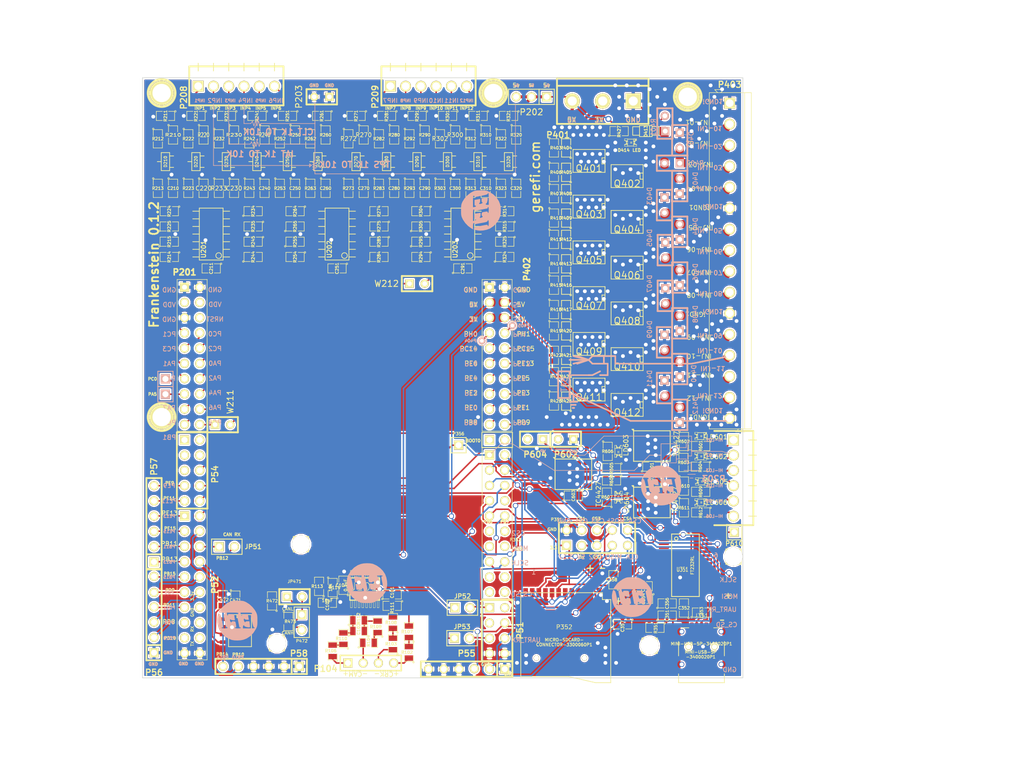
<source format=kicad_pcb>
(kicad_pcb (version 4) (host pcbnew 4.0.5)
  (title_block (title "High or low side drive board for gerefi.com") (date 2017-12-27) (rev R0.1.2) (company gerefi.com))
  (layers (0 F.Cu signal) (31 B.Cu signal) (34 B.Paste user) (35 F.Paste user) (36 B.SilkS user) (37 F.SilkS user) (38 B.Mask user) (39 F.Mask user) (44 Edge.Cuts user))
  (net 0 "")
  (net 1 /3.3V)
  (net 2 /5V)
  (net 3 /CAM)
  (net 4 /CAM+)
  (net 5 /CAM-)
  (net 6 /CANH)
  (net 7 /CANL)
  (net 8 /CAN_RX)
  (net 9 /CAN_TX)
  (net 10 /CRANK)
  (net 11 /CRK2+)
  (net 12 /CRK2-)
  (net 13 /CS1)
  (net 14 /CS2)
  (net 15 /CS3)
  (net 16 /CS4)
  (net 17 /CS_SD_MODULE)
  (net 18 /HL1)
  (net 19 /HL2)
  (net 20 /HL3)
  (net 21 /HL4)
  (net 22 /HL5)
  (net 23 /HL6)
  (net 24 /H_IN1)
  (net 25 /H_IN2)
  (net 26 /H_IN3)
  (net 27 /H_IN4)
  (net 28 /H_IN5)
  (net 29 /H_IN6)
  (net 30 /INJ-01)
  (net 31 /INJ-01_2)
  (net 32 /INJ-01_5V)
  (net 33 /INJ-02)
  (net 34 /INJ-02_5V)
  (net 35 /INJ-03)
  (net 36 /INJ-03_5V)
  (net 37 /INJ-04)
  (net 38 /INJ-04_5V)
  (net 39 /INJ-05)
  (net 40 /INJ-05_5V)
  (net 41 /INJ-06)
  (net 42 /INJ-06_5V)
  (net 43 /INJ-07)
  (net 44 /INJ-07_5V)
  (net 45 /INJ-08)
  (net 46 /INJ-08_5V)
  (net 47 /INJ-09)
  (net 48 /INJ-09_5V)
  (net 49 /INJ-10)
  (net 50 /INJ-10_5V)
  (net 51 /INJ-11)
  (net 52 /INJ-11_5V)
  (net 53 /INJ-12)
  (net 54 /INJ-12_5V)
  (net 55 /INP1)
  (net 56 /INP10)
  (net 57 /INP11)
  (net 58 /INP12)
  (net 59 /INP2)
  (net 60 /INP3)
  (net 61 /INP4)
  (net 62 /INP5)
  (net 63 /INP6)
  (net 64 /INP7)
  (net 65 /INP8)
  (net 66 /INP9)
  (net 67 /OUT1)
  (net 68 /OUT10)
  (net 69 /OUT11)
  (net 70 /OUT12)
  (net 71 /OUT2)
  (net 72 /OUT3)
  (net 73 /OUT4)
  (net 74 /OUT5)
  (net 75 /OUT6)
  (net 76 /OUT7)
  (net 77 /OUT8)
  (net 78 /OUT9)
  (net 79 /PA5)
  (net 80 /PA8)
  (net 81 /PB10)
  (net 82 /PB11)
  (net 83 /PB12)
  (net 84 /PB13)
  (net 85 /PB14)
  (net 86 /PB15)
  (net 87 /PC0)
  (net 88 /PC6)
  (net 89 /PD10)
  (net 90 /PD11)
  (net 91 /PD8)
  (net 92 /PD9)
  (net 93 /PE11)
  (net 94 /PE13)
  (net 95 /PE15)
  (net 96 /PE9)
  (net 97 /PH0)
  (net 98 /PH1)
  (net 99 /SPI_MISO)
  (net 100 /SPI_MOSI)
  (net 101 /SPI_SCK)
  (net 102 /USART_RX)
  (net 103 /USART_TX)
  (net 104 /VP)
  (net 105 F-0000107)
  (net 106 F-0000108)
  (net 107 F-0000110)
  (net 108 F-0000112)
  (net 109 F-0000115)
  (net 110 F-0000143)
  (net 111 F-0000144)
  (net 112 F-0000145)
  (net 113 F-0000146)
  (net 114 F-0000147)
  (net 115 F-0000148)
  (net 116 F-0000149)
  (net 117 F-0000150)
  (net 118 F-0000151)
  (net 119 F-0000152)
  (net 120 F-0000153)
  (net 121 F-0000154)
  (net 122 F-0000155)
  (net 123 F-0000156)
  (net 124 F-0000161)
  (net 125 F-0000162)
  (net 126 F-000020)
  (net 127 F-000021)
  (net 128 F-000023)
  (net 129 F-000024)
  (net 130 F-000025)
  (net 131 F-000026)
  (net 132 F-000027)
  (net 133 F-000028)
  (net 134 F-000056)
  (net 135 F-000057)
  (net 136 F-000058)
  (net 137 F-000059)
  (net 138 F-000060)
  (net 139 F-000061)
  (net 140 F-000062)
  (net 141 F-000063)
  (net 142 F-000064)
  (net 143 F-000065)
  (net 144 F-000066)
  (net 145 F-000067)
  (net 146 F-000068)
  (net 147 F-000069)
  (net 148 F-000070)
  (net 149 F-000071)
  (net 150 F-000072)
  (net 151 F-000073)
  (net 152 F-000074)
  (net 153 F-000075)
  (net 154 F-000076)
  (net 155 F-000077)
  (net 156 F-000078)
  (net 157 F-000079)
  (net 158 F-000080)
  (net 159 F-000081)
  (net 160 F-000082)
  (net 161 F-000083)
  (net 162 F-000084)
  (net 163 F-000085)
  (net 164 F-000086)
  (net 165 F-000087)
  (net 166 F-000088)
  (net 167 F-000089)
  (net 168 F-000090)
  (net 169 F-000091)
  (net 170 F-000093)
  (net 171 F-000094)
  (net 172 GND)
  (net 173 N-000001)
  (net 174 N-0000010)
  (net 175 N-0000012)
  (net 176 N-000002)
  (net 177 N-0000020)
  (net 178 N-0000021)
  (net 179 N-0000024)
  (net 180 N-0000025)
  (net 181 N-0000028)
  (net 182 N-0000029)
  (net 183 N-000007)
  (net 184 N-000008)
  (module OSTVN06A150 (layer F.Cu) (at 218.44 158.75 270)
    (fp_text reference P603 hide)
    (fp_text value CONN_6 hide)
    (pad 1 thru_hole rect (at -6.35 0 270) (size 1.8 1.8) (drill 1.3) (layers *.Cu *.Mask F.SilkS) (net 18 /HL1))
    (pad 2 thru_hole circle (at -3.81 0 270) (size 1.8 1.8) (drill 1.3) (layers *.Cu *.Mask F.SilkS) (net 19 /HL2))
    (pad 3 thru_hole circle (at -1.27 0 270) (size 1.8 1.8) (drill 1.3) (layers *.Cu *.Mask F.SilkS) (net 20 /HL3))
    (pad 4 thru_hole circle (at 1.27 0 270) (size 1.8 1.8) (drill 1.3) (layers *.Cu *.Mask F.SilkS) (net 21 /HL4))
    (pad 5 thru_hole circle (at 3.81 0 270) (size 1.8 1.8) (drill 1.3) (layers *.Cu *.Mask F.SilkS) (net 22 /HL5))
    (pad 6 thru_hole circle (at 6.35 0 270) (size 1.8 1.8) (drill 1.3) (layers *.Cu *.Mask F.SilkS) (net 23 /HL6))
  )
  (module pin_array_4x2 (layer F.Cu) (at 179.07 184.15 270)
    (fp_text reference P51 (at 0 -3.81 270) (layer F.SilkS) (effects (font (size 1.016 1.016) (thickness 0.2032))))
    (fp_text value CONN_4X2 hide)
    (pad 1 thru_hole rect (at -3.81 1.27 270) (size 1.524 1.524) (drill 1.016) (layers *.Cu *.Mask F.SilkS) (net 80 /PA8))
    (pad 2 thru_hole circle (at -3.81 -1.27 270) (size 1.524 1.524) (drill 1.016) (layers *.Cu *.Mask F.SilkS))
    (pad 3 thru_hole circle (at -1.27 1.27 270) (size 1.524 1.524) (drill 1.016) (layers *.Cu *.Mask F.SilkS))
    (pad 4 thru_hole circle (at -1.27 -1.27 270) (size 1.524 1.524) (drill 1.016) (layers *.Cu *.Mask F.SilkS) (net 29 /H_IN6))
    (pad 5 thru_hole circle (at 1.27 1.27 270) (size 1.524 1.524) (drill 1.016) (layers *.Cu *.Mask F.SilkS) (net 88 /PC6))
    (pad 6 thru_hole circle (at 1.27 -1.27 270) (size 1.524 1.524) (drill 1.016) (layers *.Cu *.Mask F.SilkS) (net 28 /H_IN5))
    (pad 7 thru_hole circle (at 3.81 1.27 270) (size 1.524 1.524) (drill 1.016) (layers *.Cu *.Mask F.SilkS) (net 172 GND))
    (pad 8 thru_hole circle (at 3.81 -1.27 270) (size 1.524 1.524) (drill 1.016) (layers *.Cu *.Mask F.SilkS) (net 172 GND))
  )
  (module PIN_ARRAY_5x2 (layer F.Cu) (at 128.27 157.48 270)
    (fp_text reference P54 (at 0.635 -3.81 270) (layer F.SilkS) (effects (font (size 1.016 1.016) (thickness 0.2032))))
    (fp_text value CONN_5X2 hide)
    (pad 1 thru_hole rect (at -5.08 1.27 270) (size 1.524 1.524) (drill 1.016) (layers *.Cu *.Mask F.SilkS))
    (pad 2 thru_hole circle (at -5.08 -1.27 270) (size 1.524 1.524) (drill 1.016) (layers *.Cu *.Mask F.SilkS))
    (pad 3 thru_hole circle (at -2.54 1.27 270) (size 1.524 1.524) (drill 1.016) (layers *.Cu *.Mask F.SilkS))
    (pad 4 thru_hole circle (at -2.54 -1.27 270) (size 1.524 1.524) (drill 1.016) (layers *.Cu *.Mask F.SilkS))
    (pad 5 thru_hole circle (at 0 1.27 270) (size 1.524 1.524) (drill 1.016) (layers *.Cu *.Mask F.SilkS))
    (pad 6 thru_hole circle (at 0 -1.27 270) (size 1.524 1.524) (drill 1.016) (layers *.Cu *.Mask F.SilkS) (net 26 /H_IN3))
    (pad 7 thru_hole circle (at 2.54 1.27 270) (size 1.524 1.524) (drill 1.016) (layers *.Cu *.Mask F.SilkS) (net 96 /PE9))
    (pad 8 thru_hole circle (at 2.54 -1.27 270) (size 1.524 1.524) (drill 1.016) (layers *.Cu *.Mask F.SilkS) (net 24 /H_IN1))
    (pad 9 thru_hole circle (at 5.08 1.27 270) (size 1.524 1.524) (drill 1.016) (layers *.Cu *.Mask F.SilkS) (net 93 /PE11))
    (pad 10 thru_hole circle (at 5.08 -1.27 270) (size 1.524 1.524) (drill 1.016) (layers *.Cu *.Mask F.SilkS) (net 25 /H_IN2))
  )
  (module PIN_ARRAY_2X1 (layer F.Cu) (at 179.07 152.4)
    (fp_text reference P53 hide)
    (fp_text value CONN_2 hide)
    (pad 1 thru_hole rect (at -1.27 0) (size 1.524 1.524) (drill 1.016) (layers *.Cu *.Mask F.SilkS))
    (pad 2 thru_hole circle (at 1.27 0) (size 1.524 1.524) (drill 1.016) (layers *.Cu *.Mask F.SilkS))
  )
  (module PIN_ARRAY_10X2_M (layer F.Cu) (at 128.27 176.53 270)
    (fp_text reference P52 (at 0 -3.81 270) (layer F.SilkS) (effects (font (size 1.016 1.016) (thickness 0.254))))
    (fp_text value CONN_10X2 hide)
    (pad 1 thru_hole rect (at -11.47064 1.27 270) (size 1.524 1.524) (drill 0.8128) (layers *.Cu *.Mask F.SilkS) (net 94 /PE13))
    (pad 2 thru_hole circle (at -11.47064 -1.27 270) (size 1.524 1.524) (drill 1.016) (layers *.Cu *.Mask F.SilkS) (net 27 /H_IN4))
    (pad 3 thru_hole circle (at -8.93064 1.27 270) (size 1.524 1.524) (drill 1.016) (layers *.Cu *.Mask F.SilkS) (net 95 /PE15))
    (pad 4 thru_hole circle (at -8.93064 -1.27 270) (size 1.524 1.524) (drill 1.016) (layers *.Cu *.Mask F.SilkS) (net 81 /PB10))
    (pad 5 thru_hole circle (at -6.39064 1.27 270) (size 1.524 1.524) (drill 1.016) (layers *.Cu *.Mask F.SilkS) (net 82 /PB11))
    (pad 6 thru_hole circle (at -6.39064 -1.27 270) (size 1.524 1.524) (drill 1.016) (layers *.Cu *.Mask F.SilkS) (net 83 /PB12))
    (pad 7 thru_hole circle (at -3.85064 1.27 270) (size 1.524 1.524) (drill 1.016) (layers *.Cu *.Mask F.SilkS) (net 84 /PB13))
    (pad 8 thru_hole circle (at -3.85064 -1.27 270) (size 1.524 1.524) (drill 1.016) (layers *.Cu *.Mask F.SilkS) (net 85 /PB14))
    (pad 9 thru_hole circle (at -1.31064 1.27 270) (size 1.524 1.524) (drill 1.016) (layers *.Cu *.Mask F.SilkS) (net 86 /PB15))
    (pad 10 thru_hole circle (at -1.31064 -1.27 270) (size 1.524 1.524) (drill 1.016) (layers *.Cu *.Mask F.SilkS) (net 91 /PD8))
    (pad 11 thru_hole circle (at 1.22936 1.27 270) (size 1.524 1.524) (drill 1.016) (layers *.Cu *.Mask F.SilkS) (net 92 /PD9))
    (pad 12 thru_hole circle (at 1.22936 -1.27 270) (size 1.524 1.524) (drill 1.016) (layers *.Cu *.Mask F.SilkS) (net 89 /PD10))
    (pad 13 thru_hole circle (at 3.76936 1.27 270) (size 1.524 1.524) (drill 1.016) (layers *.Cu *.Mask F.SilkS) (net 90 /PD11))
    (pad 14 thru_hole circle (at 3.76936 -1.27 270) (size 1.524 1.524) (drill 1.016) (layers *.Cu *.Mask F.SilkS))
    (pad 15 thru_hole circle (at 6.30936 1.27 270) (size 1.524 1.524) (drill 1.016) (layers *.Cu *.Mask F.SilkS))
    (pad 16 thru_hole circle (at 6.30936 -1.27 270) (size 1.524 1.524) (drill 1.016) (layers *.Cu *.Mask F.SilkS))
    (pad 17 thru_hole circle (at 8.84936 1.27 270) (size 1.524 1.524) (drill 1.016) (layers *.Cu *.Mask F.SilkS))
    (pad 18 thru_hole circle (at 8.84936 -1.27 270) (size 1.524 1.524) (drill 1.016) (layers *.Cu *.Mask F.SilkS))
    (pad 19 thru_hole circle (at 11.38936 1.27 270) (size 1.524 1.524) (drill 1.016) (layers *.Cu *.Mask F.SilkS) (net 172 GND))
    (pad 20 thru_hole circle (at 11.38936 -1.27 270) (size 1.524 1.524) (drill 1.016) (layers *.Cu *.Mask F.SilkS) (net 172 GND))
  )
  (module PIN_ARRAY-6X1 (layer F.Cu) (at 121.92 181.483 90)
    (fp_text reference P56 (at -9.652 0 180) (layer F.SilkS) (effects (font (size 1.016 1.016) (thickness 0.2032))))
    (fp_text value CONN_6 hide)
    (pad 1 thru_hole rect (at -6.35 0 90) (size 1.524 1.524) (drill 1.016) (layers *.Cu *.Mask F.SilkS) (net 172 GND))
    (pad 2 thru_hole circle (at -3.81 0 90) (size 1.524 1.524) (drill 1.016) (layers *.Cu *.Mask F.SilkS) (net 89 /PD10))
    (pad 3 thru_hole circle (at -1.27 0 90) (size 1.524 1.524) (drill 1.016) (layers *.Cu *.Mask F.SilkS) (net 91 /PD8))
    (pad 4 thru_hole circle (at 1.27 0 90) (size 1.524 1.524) (drill 1.016) (layers *.Cu *.Mask F.SilkS) (net 90 /PD11))
    (pad 5 thru_hole circle (at 3.683 0 90) (size 1.524 1.524) (drill 1.016) (layers *.Cu *.Mask F.SilkS) (net 92 /PD9))
    (pad 6 thru_hole circle (at 6.35 0 90) (size 1.524 1.524) (drill 1.016) (layers *.Cu *.Mask F.SilkS) (net 86 /PB15))
  )
  (module PIN_ARRAY-6X1 (layer F.Cu) (at 121.92 166.37 90)
    (fp_text reference P57 (at 9.525 0 90) (layer F.SilkS) (effects (font (size 1.016 1.016) (thickness 0.2032))))
    (fp_text value CONN_6 hide)
    (pad 1 thru_hole rect (at -6.35 0 90) (size 1.524 1.524) (drill 1.016) (layers *.Cu *.Mask F.SilkS) (net 84 /PB13))
    (pad 2 thru_hole circle (at -3.81 0 90) (size 1.524 1.524) (drill 1.016) (layers *.Cu *.Mask F.SilkS) (net 82 /PB11))
    (pad 3 thru_hole circle (at -1.27 0 90) (size 1.524 1.524) (drill 1.016) (layers *.Cu *.Mask F.SilkS) (net 95 /PE15))
    (pad 4 thru_hole circle (at 1.27 0 90) (size 1.524 1.524) (drill 1.016) (layers *.Cu *.Mask F.SilkS) (net 94 /PE13))
    (pad 5 thru_hole circle (at 3.81 0 90) (size 1.524 1.524) (drill 1.016) (layers *.Cu *.Mask F.SilkS) (net 93 /PE11))
    (pad 6 thru_hole circle (at 6.35 0 90) (size 1.524 1.524) (drill 1.016) (layers *.Cu *.Mask F.SilkS) (net 96 /PE9))
  )
  (module PIN_ARRAY-6X1 (layer F.Cu) (at 139.764 190.119 180)
    (fp_text reference P58 (at -6.286 2.159 180) (layer F.SilkS) (effects (font (size 1.016 1.016) (thickness 0.2032))))
    (fp_text value CONN_6 hide)
    (pad 1 thru_hole rect (at -6.35 0 180) (size 1.524 1.524) (drill 1.016) (layers *.Cu *.Mask F.SilkS) (net 172 GND))
    (pad 2 thru_hole circle (at -3.81 0 180) (size 1.524 1.524) (drill 1.016) (layers *.Cu *.Mask F.SilkS) (net 172 GND))
    (pad 3 thru_hole circle (at -1.27 0 180) (size 1.524 1.524) (drill 1.016) (layers *.Cu *.Mask F.SilkS) (net 172 GND))
    (pad 4 thru_hole circle (at 1.27 0 180) (size 1.524 1.524) (drill 1.016) (layers *.Cu *.Mask F.SilkS) (net 172 GND))
    (pad 5 thru_hole circle (at 3.81 0 180) (size 1.524 1.524) (drill 1.016) (layers *.Cu *.Mask F.SilkS) (net 81 /PB10))
    (pad 6 thru_hole circle (at 6.35 0 180) (size 1.524 1.524) (drill 1.016) (layers *.Cu *.Mask F.SilkS) (net 85 /PB14))
  )
  (module PIN_ARRAY_2_A (layer F.Cu) (at 173.292 180.34)
    (fp_text reference JP52 (at 0 -1.905) (layer F.SilkS) (effects (font (size 0.762 0.762) (thickness 0.1524))))
    (fp_text value JUMPER hide)
    (pad 1 thru_hole rect (at -1.27 0) (size 1.524 1.524) (drill 1.016) (layers *.Cu *.Mask F.SilkS) (net 10 /CRANK))
    (pad 2 thru_hole circle (at 1.27 0) (size 1.524 1.524) (drill 1.016) (layers *.Cu *.Mask F.SilkS) (net 80 /PA8))
  )
  (module PIN_ARRAY_2_A (layer F.Cu) (at 173.228 185.42)
    (fp_text reference JP53 (at 0 -1.905) (layer F.SilkS) (effects (font (size 0.762 0.762) (thickness 0.1524))))
    (fp_text value JUMPER hide)
    (pad 1 thru_hole rect (at -1.27 0) (size 1.524 1.524) (drill 1.016) (layers *.Cu *.Mask F.SilkS) (net 3 /CAM))
    (pad 2 thru_hole circle (at 1.27 0) (size 1.524 1.524) (drill 1.016) (layers *.Cu *.Mask F.SilkS) (net 88 /PC6))
  )
  (module PIN_ARRAY_2_A (layer F.Cu) (at 134.048 170.18)
    (fp_text reference JP51 (at 4.382 0) (layer F.SilkS) (effects (font (size 0.762 0.762) (thickness 0.1524))))
    (fp_text value JUMPER hide)
    (pad 1 thru_hole rect (at -1.27 0) (size 1.524 1.524) (drill 1.016) (layers *.Cu *.Mask F.SilkS) (net 83 /PB12))
    (pad 2 thru_hole circle (at 1.27 0) (size 1.524 1.524) (drill 1.016) (layers *.Cu *.Mask F.SilkS) (net 8 /CAN_RX))
  )
  (module PIN_ARRAY-6X1 (layer F.Cu) (at 173.99 190.564 180)
    (fp_text reference P55 (at 0 2.604 180) (layer F.SilkS) (effects (font (size 1.016 1.016) (thickness 0.2032))))
    (fp_text value CONN_6 hide)
    (pad 1 thru_hole rect (at -6.35 0 180) (size 1.524 1.524) (drill 1.016) (layers *.Cu *.Mask F.SilkS) (net 172 GND))
    (pad 2 thru_hole circle (at -3.81 0 180) (size 1.524 1.524) (drill 1.016) (layers *.Cu *.Mask F.SilkS) (net 28 /H_IN5))
    (pad 3 thru_hole circle (at -1.27 0.0635 180) (size 1.524 1.524) (drill 1.016) (layers *.Cu *.Mask F.SilkS) (net 29 /H_IN6))
    (pad 4 thru_hole circle (at 1.27 0 180) (size 1.524 1.524) (drill 1.016) (layers *.Cu *.Mask F.SilkS) (net 172 GND))
    (pad 5 thru_hole circle (at 3.81 0 180) (size 1.524 1.524) (drill 1.016) (layers *.Cu *.Mask F.SilkS) (net 172 GND))
    (pad 6 thru_hole circle (at 6.35 0 180) (size 1.524 1.524) (drill 1.016) (layers *.Cu *.Mask F.SilkS) (net 172 GND))
  )
  (module PIN_ARRAY_1 (layer F.Cu) (at 218.567 167.767 180)
    (fp_text reference P610 (at 0 -1.905 180) (layer F.SilkS) (effects (font (size 0.762 0.762) (thickness 0.1524))))
    (fp_text value CONN_1 hide)
    (pad 1 thru_hole rect (at 0 0 180) (size 1.524 1.524) (drill 1.016) (layers *.Cu *.Mask F.SilkS) (net 104 /VP))
  )
  (module SM0805 (layer F.Cu) (at 161.586 178.126)
    (fp_text reference C101 (at 0 -0.3175 90) (layer F.SilkS) (effects (font (size 0.50038 0.50038) (thickness 0.10922))))
    (fp_text value 1000pF hide)
    (pad 1 smd rect (at -0.9525 0) (size 0.889 1.397) (layers F.Cu F.Paste F.Mask) (net 130 F-000025))
    (pad 2 smd rect (at 0.9525 0) (size 0.889 1.397) (layers F.Cu F.Paste F.Mask) (net 131 F-000026))
  )
  (module SM0805 (layer F.Cu) (at 155.998 184.222)
    (fp_text reference C102 (at 0 -0.3175 90) (layer F.SilkS) (effects (font (size 0.50038 0.50038) (thickness 0.10922))))
    (fp_text value 1000pF hide)
    (pad 1 smd rect (at -0.9525 0) (size 0.889 1.397) (layers F.Cu F.Paste F.Mask) (net 132 F-000027))
    (pad 2 smd rect (at 0.9525 0) (size 0.889 1.397) (layers F.Cu F.Paste F.Mask) (net 133 F-000028))
  )
  (module SM0805 (layer F.Cu) (at 153.458 176.602 90)
    (fp_text reference C104 (at 0 -0.3175 180) (layer F.SilkS) (effects (font (size 0.50038 0.50038) (thickness 0.10922))))
    (fp_text value 0.1uF (at 0 0.381 90) (layer F.SilkS) (effects (font (size 0.50038 0.50038) (thickness 0.10922))))
    (pad 1 smd rect (at -0.9525 0 90) (size 0.889 1.397) (layers F.Cu F.Paste F.Mask) (net 2 /5V))
    (pad 2 smd rect (at 0.9525 0 90) (size 0.889 1.397) (layers F.Cu F.Paste F.Mask) (net 172 GND))
  )
  (module SM0805 (layer F.Cu) (at 164.38 187.778 90)
    (fp_text reference R102 (at 0 -0.3175 180) (layer F.SilkS) (effects (font (size 0.50038 0.50038) (thickness 0.10922))))
    (fp_text value 5k hide)
    (pad 1 smd rect (at -0.9525 0 90) (size 0.889 1.397) (layers F.Cu F.Paste F.Mask) (net 11 /CRK2+))
    (pad 2 smd rect (at 0.9525 0 90) (size 0.889 1.397) (layers F.Cu F.Paste F.Mask) (net 126 F-000020))
  )
  (module SM0805 (layer F.Cu) (at 161.713 186.381 90)
    (fp_text reference R103 (at 0 -0.3175 180) (layer F.SilkS) (effects (font (size 0.50038 0.50038) (thickness 0.10922))))
    (fp_text value 5k hide)
    (pad 1 smd rect (at -0.9525 0 90) (size 0.889 1.397) (layers F.Cu F.Paste F.Mask) (net 12 /CRK2-))
    (pad 2 smd rect (at 0.9525 0 90) (size 0.889 1.397) (layers F.Cu F.Paste F.Mask) (net 129 F-000024))
  )
  (module SM0805 (layer F.Cu) (at 157.649 186.191)
    (fp_text reference R104 (at 0 -0.3175 90) (layer F.SilkS) (effects (font (size 0.50038 0.50038) (thickness 0.10922))))
    (fp_text value 5k hide)
    (pad 1 smd rect (at -0.9525 0) (size 0.889 1.397) (layers F.Cu F.Paste F.Mask) (net 5 /CAM-))
    (pad 2 smd rect (at 0.9525 0) (size 0.889 1.397) (layers F.Cu F.Paste F.Mask) (net 127 F-000021))
  )
  (module SM0805 (layer F.Cu) (at 151.68 187.524 90)
    (fp_text reference R106 (at 0 -0.3175 180) (layer F.SilkS) (effects (font (size 0.50038 0.50038) (thickness 0.10922))))
    (fp_text value 5k hide)
    (pad 1 smd rect (at -0.9525 0 90) (size 0.889 1.397) (layers F.Cu F.Paste F.Mask) (net 4 /CAM+))
    (pad 2 smd rect (at 0.9525 0 90) (size 0.889 1.397) (layers F.Cu F.Paste F.Mask) (net 128 F-000023))
  )
  (module SM0805 (layer F.Cu) (at 164.38 184.349 90)
    (fp_text reference R107 (at 0 -0.3175 180) (layer F.SilkS) (effects (font (size 0.50038 0.50038) (thickness 0.10922))))
    (fp_text value 5k hide)
    (pad 1 smd rect (at -0.9525 0 90) (size 0.889 1.397) (layers F.Cu F.Paste F.Mask) (net 126 F-000020))
    (pad 2 smd rect (at 0.9525 0 90) (size 0.889 1.397) (layers F.Cu F.Paste F.Mask) (net 131 F-000026))
  )
  (module SM0805 (layer F.Cu) (at 161.713 182.825 90)
    (fp_text reference R108 (at 0 -0.3175 180) (layer F.SilkS) (effects (font (size 0.50038 0.50038) (thickness 0.10922))))
    (fp_text value 5k hide)
    (pad 1 smd rect (at -0.9525 0 90) (size 0.889 1.397) (layers F.Cu F.Paste F.Mask) (net 129 F-000024))
    (pad 2 smd rect (at 0.9525 0 90) (size 0.889 1.397) (layers F.Cu F.Paste F.Mask) (net 130 F-000025))
  )
  (module SM0805 (layer F.Cu) (at 159.173 183.524 90)
    (fp_text reference R109 (at 0 -0.3175 180) (layer F.SilkS) (effects (font (size 0.50038 0.50038) (thickness 0.10922))))
    (fp_text value 5k hide)
    (pad 1 smd rect (at -0.9525 0 90) (size 0.889 1.397) (layers F.Cu F.Paste F.Mask) (net 127 F-000021))
    (pad 2 smd rect (at 0.9525 0 90) (size 0.889 1.397) (layers F.Cu F.Paste F.Mask) (net 133 F-000028))
  )
  (module SM0805 (layer F.Cu) (at 153.458 185.492 90)
    (fp_text reference R110 (at 0 -0.3175 180) (layer F.SilkS) (effects (font (size 0.50038 0.50038) (thickness 0.10922))))
    (fp_text value 5k hide)
    (pad 1 smd rect (at -0.9525 0 90) (size 0.889 1.397) (layers F.Cu F.Paste F.Mask) (net 128 F-000023))
    (pad 2 smd rect (at 0.9525 0 90) (size 0.889 1.397) (layers F.Cu F.Paste F.Mask) (net 132 F-000027))
  )
  (module SM0805 (layer F.Cu) (at 161.586 180.031 180)
    (fp_text reference R111 (at 0 -0.3175 270) (layer F.SilkS) (effects (font (size 0.50038 0.50038) (thickness 0.10922))))
    (fp_text value 5k hide)
    (pad 1 smd rect (at -0.9525 0 180) (size 0.889 1.397) (layers F.Cu F.Paste F.Mask) (net 130 F-000025))
    (pad 2 smd rect (at 0.9525 0 180) (size 0.889 1.397) (layers F.Cu F.Paste F.Mask) (net 131 F-000026))
  )
  (module SM0805 (layer F.Cu) (at 155.998 182.444)
    (fp_text reference R112 (at 0 -0.3175 90) (layer F.SilkS) (effects (font (size 0.50038 0.50038) (thickness 0.10922))))
    (fp_text value 5k hide)
    (pad 1 smd rect (at -0.9525 0) (size 0.889 1.397) (layers F.Cu F.Paste F.Mask) (net 132 F-000027))
    (pad 2 smd rect (at 0.9525 0) (size 0.889 1.397) (layers F.Cu F.Paste F.Mask) (net 133 F-000028))
  )
  (module SM0805 (layer F.Cu) (at 149.416 176.784 90)
    (fp_text reference R113 (at 0 -0.3175 180) (layer F.SilkS) (effects (font (size 0.50038 0.50038) (thickness 0.10922))))
    (fp_text value 10k hide)
    (pad 1 smd rect (at -0.9525 0 90) (size 0.889 1.397) (layers F.Cu F.Paste F.Mask) (net 2 /5V))
    (pad 2 smd rect (at 0.9525 0 90) (size 0.889 1.397) (layers F.Cu F.Paste F.Mask) (net 10 /CRANK))
  )
  (module SM0805 (layer F.Cu) (at 151.68 176.983 270)
    (fp_text reference R114 (at 0 -0.3175 360) (layer F.SilkS) (effects (font (size 0.50038 0.50038) (thickness 0.10922))))
    (fp_text value 10k (at 0 0.381 270) (layer F.SilkS) (effects (font (size 0.50038 0.50038) (thickness 0.10922))))
    (pad 1 smd rect (at -0.9525 0 270) (size 0.889 1.397) (layers F.Cu F.Paste F.Mask) (net 3 /CAM))
    (pad 2 smd rect (at 0.9525 0 270) (size 0.889 1.397) (layers F.Cu F.Paste F.Mask) (net 2 /5V))
  )
  (module maxim-10-QSOP16 (layer F.Cu) (at 157.014 177.237 180)
    (fp_text reference U101 (at 0.254 0.381 180) (layer F.SilkS) (effects (font (size 1.27 1.27) (thickness 0.0889))))
    (fp_text value MAX9926/9927 hide)
    (pad 1 smd rect (at -2.2225 2.68986 180) (size 0.44958 1.4986) (layers F.Cu F.Paste F.Mask) (net 172 GND))
    (pad 2 smd rect (at -1.5875 2.68986 180) (size 0.44958 1.4986) (layers F.Cu F.Paste F.Mask))
    (pad 3 smd rect (at -0.9525 2.68986 180) (size 0.44958 1.4986) (layers F.Cu F.Paste F.Mask) (net 172 GND))
    (pad 4 smd rect (at -0.3175 2.68986 180) (size 0.44958 1.4986) (layers F.Cu F.Paste F.Mask) (net 10 /CRANK))
    (pad 5 smd rect (at 0.3175 2.68986 180) (size 0.44958 1.4986) (layers F.Cu F.Paste F.Mask) (net 3 /CAM))
    (pad 6 smd rect (at 0.9525 2.68986 180) (size 0.44958 1.4986) (layers F.Cu F.Paste F.Mask) (net 172 GND))
    (pad 7 smd rect (at 1.5875 2.68986 180) (size 0.44958 1.4986) (layers F.Cu F.Paste F.Mask))
    (pad 8 smd rect (at 2.2225 2.68986 180) (size 0.44958 1.4986) (layers F.Cu F.Paste F.Mask) (net 172 GND))
    (pad 9 smd rect (at 2.2225 -2.68986 180) (size 0.44958 1.4986) (layers F.Cu F.Paste F.Mask) (net 132 F-000027))
    (pad 10 smd rect (at 1.5875 -2.68986 180) (size 0.44958 1.4986) (layers F.Cu F.Paste F.Mask) (net 133 F-000028))
    (pad 11 smd rect (at 0.9525 -2.68986 180) (size 0.44958 1.4986) (layers F.Cu F.Paste F.Mask) (net 172 GND))
    (pad 12 smd rect (at 0.3175 -2.68986 180) (size 0.44958 1.4986) (layers F.Cu F.Paste F.Mask) (net 172 GND))
    (pad 13 smd rect (at -0.3175 -2.68986 180) (size 0.44958 1.4986) (layers F.Cu F.Paste F.Mask) (net 172 GND))
    (pad 14 smd rect (at -0.9525 -2.68986 180) (size 0.44958 1.4986) (layers F.Cu F.Paste F.Mask) (net 2 /5V))
    (pad 15 smd rect (at -1.5875 -2.68986 180) (size 0.44958 1.4986) (layers F.Cu F.Paste F.Mask) (net 130 F-000025))
    (pad 16 smd rect (at -2.2225 -2.68986 180) (size 0.44958 1.4986) (layers F.Cu F.Paste F.Mask) (net 131 F-000026))
  )
  (module PIN_ARRAY_4x1 (layer F.Cu) (at 158.03 189.556)
    (fp_text reference P104 (at -7.535 0.944) (layer F.SilkS) (effects (font (size 1.016 1.016) (thickness 0.2032))))
    (fp_text value CONN_4 hide)
    (pad 1 thru_hole rect (at -3.81 0) (size 1.524 1.524) (drill 1.016) (layers *.Cu *.Mask F.SilkS) (net 4 /CAM+))
    (pad 2 thru_hole circle (at -1.27 0) (size 1.524 1.524) (drill 1.016) (layers *.Cu *.Mask F.SilkS) (net 5 /CAM-))
    (pad 3 thru_hole circle (at 1.27 0) (size 1.524 1.524) (drill 1.016) (layers *.Cu *.Mask F.SilkS) (net 12 /CRK2-))
    (pad 4 thru_hole circle (at 3.81 0) (size 1.524 1.524) (drill 1.016) (layers *.Cu *.Mask F.SilkS) (net 11 /CRK2+))
  )
  (module SM0805 (layer F.Cu) (at 150.791 179.523 180)
    (fp_text reference C103 (at 0 -0.3175 270) (layer F.SilkS) (effects (font (size 0.50038 0.50038) (thickness 0.10922))))
    (fp_text value 10uF (at 0 0.381 180) (layer F.SilkS) (effects (font (size 0.50038 0.50038) (thickness 0.10922))))
    (pad 1 smd rect (at -0.9525 0 180) (size 0.889 1.397) (layers F.Cu F.Paste F.Mask) (net 172 GND))
    (pad 2 smd rect (at 0.9525 0 180) (size 0.889 1.397) (layers F.Cu F.Paste F.Mask) (net 2 /5V))
  )
  (module LOGO_F (layer B.Cu) (at 157.39525 176.22125 180)
    (fp_text reference G101 hide)
    (fp_text value LOGO hide)
  )
  (module PIN_ARRAY_3X1 (layer F.Cu) (at 184.785 95.25 180)
    (fp_text reference P202 (at 0 -2.54 180) (layer F.SilkS) (effects (font (size 1.016 1.016) (thickness 0.1524))))
    (fp_text value CONN_3 hide)
    (pad 1 thru_hole rect (at -2.54 0 180) (size 1.524 1.524) (drill 1.016) (layers *.Cu *.Mask F.SilkS) (net 2 /5V))
    (pad 2 thru_hole circle (at 0 0 180) (size 1.524 1.524) (drill 1.016) (layers *.Cu *.Mask F.SilkS) (net 2 /5V))
    (pad 3 thru_hole circle (at 2.54 0 180) (size 1.524 1.524) (drill 1.016) (layers *.Cu *.Mask F.SilkS) (net 2 /5V))
  )
  (module sot23 (layer F.Cu) (at 133.985 106.045 90)
    (fp_text reference D230 (at 0 0 90) (layer F.SilkS) (effects (font (size 0.50038 0.50038) (thickness 0.09906))))
    (fp_text value DOUBLE_SCHOTTKY hide)
    (pad 1 smd rect (at -0.9525 1.05664 90) (size 0.59944 1.00076) (layers F.Cu F.Paste F.Mask) (net 172 GND))
    (pad 2 smd rect (at 0 -1.05664 90) (size 0.59944 1.00076) (layers F.Cu F.Paste F.Mask) (net 170 F-000093))
    (pad 3 smd rect (at 0.9525 1.05664 90) (size 0.59944 1.00076) (layers F.Cu F.Paste F.Mask) (net 2 /5V))
  )
  (module sot23 (layer F.Cu) (at 170.815 106.045 90)
    (fp_text reference D300 (at 0 0 90) (layer F.SilkS) (effects (font (size 0.50038 0.50038) (thickness 0.09906))))
    (fp_text value DOUBLE_SCHOTTKY hide)
    (pad 1 smd rect (at -0.9525 1.05664 90) (size 0.59944 1.00076) (layers F.Cu F.Paste F.Mask) (net 172 GND))
    (pad 2 smd rect (at 0 -1.05664 90) (size 0.59944 1.00076) (layers F.Cu F.Paste F.Mask) (net 139 F-000061))
    (pad 3 smd rect (at 0.9525 1.05664 90) (size 0.59944 1.00076) (layers F.Cu F.Paste F.Mask) (net 2 /5V))
  )
  (module sot23 (layer F.Cu) (at 165.735 106.045 90)
    (fp_text reference D290 (at 0 0 90) (layer F.SilkS) (effects (font (size 0.50038 0.50038) (thickness 0.09906))))
    (fp_text value DOUBLE_SCHOTTKY hide)
    (pad 1 smd rect (at -0.9525 1.05664 90) (size 0.59944 1.00076) (layers F.Cu F.Paste F.Mask) (net 172 GND))
    (pad 2 smd rect (at 0 -1.05664 90) (size 0.59944 1.00076) (layers F.Cu F.Paste F.Mask) (net 140 F-000062))
    (pad 3 smd rect (at 0.9525 1.05664 90) (size 0.59944 1.00076) (layers F.Cu F.Paste F.Mask) (net 2 /5V))
  )
  (module sot23 (layer F.Cu) (at 128.905 106.045 90)
    (fp_text reference D220 (at 0 0 90) (layer F.SilkS) (effects (font (size 0.50038 0.50038) (thickness 0.09906))))
    (fp_text value DOUBLE_SCHOTTKY hide)
    (pad 1 smd rect (at -0.9525 1.05664 90) (size 0.59944 1.00076) (layers F.Cu F.Paste F.Mask) (net 172 GND))
    (pad 2 smd rect (at 0 -1.05664 90) (size 0.59944 1.00076) (layers F.Cu F.Paste F.Mask) (net 165 F-000087))
    (pad 3 smd rect (at 0.9525 1.05664 90) (size 0.59944 1.00076) (layers F.Cu F.Paste F.Mask) (net 2 /5V))
  )
  (module sot23 (layer F.Cu) (at 139.065 106.045 90)
    (fp_text reference D240 (at 0 0 90) (layer F.SilkS) (effects (font (size 0.50038 0.50038) (thickness 0.09906))))
    (fp_text value DOUBLE_SCHOTTKY hide)
    (pad 1 smd rect (at -0.9525 1.05664 90) (size 0.59944 1.00076) (layers F.Cu F.Paste F.Mask) (net 172 GND))
    (pad 2 smd rect (at 0 -1.05664 90) (size 0.59944 1.00076) (layers F.Cu F.Paste F.Mask) (net 169 F-000091))
    (pad 3 smd rect (at 0.9525 1.05664 90) (size 0.59944 1.00076) (layers F.Cu F.Paste F.Mask) (net 2 /5V))
  )
  (module sot23 (layer F.Cu) (at 123.825 106.045 90)
    (fp_text reference D210 (at 0 0 90) (layer F.SilkS) (effects (font (size 0.50038 0.50038) (thickness 0.09906))))
    (fp_text value DOUBLE_SCHOTTKY hide)
    (pad 1 smd rect (at -0.9525 1.05664 90) (size 0.59944 1.00076) (layers F.Cu F.Paste F.Mask) (net 172 GND))
    (pad 2 smd rect (at 0 -1.05664 90) (size 0.59944 1.00076) (layers F.Cu F.Paste F.Mask) (net 156 F-000078))
    (pad 3 smd rect (at 0.9525 1.05664 90) (size 0.59944 1.00076) (layers F.Cu F.Paste F.Mask) (net 2 /5V))
  )
  (module sot23 (layer F.Cu) (at 149.225 106.045 90)
    (fp_text reference D260 (at 0 0 90) (layer F.SilkS) (effects (font (size 0.50038 0.50038) (thickness 0.09906))))
    (fp_text value DOUBLE_SCHOTTKY hide)
    (pad 1 smd rect (at -0.9525 1.05664 90) (size 0.59944 1.00076) (layers F.Cu F.Paste F.Mask) (net 172 GND))
    (pad 2 smd rect (at 0 -1.05664 90) (size 0.59944 1.00076) (layers F.Cu F.Paste F.Mask) (net 151 F-000073))
    (pad 3 smd rect (at 0.9525 1.05664 90) (size 0.59944 1.00076) (layers F.Cu F.Paste F.Mask) (net 2 /5V))
  )
  (module sot23 (layer F.Cu) (at 144.145 106.045 90)
    (fp_text reference D250 (at 0 0 90) (layer F.SilkS) (effects (font (size 0.50038 0.50038) (thickness 0.09906))))
    (fp_text value DOUBLE_SCHOTTKY hide)
    (pad 1 smd rect (at -0.9525 1.05664 90) (size 0.59944 1.00076) (layers F.Cu F.Paste F.Mask) (net 172 GND))
    (pad 2 smd rect (at 0 -1.05664 90) (size 0.59944 1.00076) (layers F.Cu F.Paste F.Mask) (net 144 F-000066))
    (pad 3 smd rect (at 0.9525 1.05664 90) (size 0.59944 1.00076) (layers F.Cu F.Paste F.Mask) (net 2 /5V))
  )
  (module sot23 (layer F.Cu) (at 160.655 106.045 90)
    (fp_text reference D280 (at 0 0 90) (layer F.SilkS) (effects (font (size 0.50038 0.50038) (thickness 0.09906))))
    (fp_text value DOUBLE_SCHOTTKY hide)
    (pad 1 smd rect (at -0.9525 1.05664 90) (size 0.59944 1.00076) (layers F.Cu F.Paste F.Mask) (net 172 GND))
    (pad 2 smd rect (at 0 -1.05664 90) (size 0.59944 1.00076) (layers F.Cu F.Paste F.Mask) (net 134 F-000056))
    (pad 3 smd rect (at 0.9525 1.05664 90) (size 0.59944 1.00076) (layers F.Cu F.Paste F.Mask) (net 2 /5V))
  )
  (module sot23 (layer F.Cu) (at 155.575 106.045 90)
    (fp_text reference D270 (at 0 0 90) (layer F.SilkS) (effects (font (size 0.50038 0.50038) (thickness 0.09906))))
    (fp_text value DOUBLE_SCHOTTKY hide)
    (pad 1 smd rect (at -0.9525 1.05664 90) (size 0.59944 1.00076) (layers F.Cu F.Paste F.Mask) (net 172 GND))
    (pad 2 smd rect (at 0 -1.05664 90) (size 0.59944 1.00076) (layers F.Cu F.Paste F.Mask) (net 137 F-000059))
    (pad 3 smd rect (at 0.9525 1.05664 90) (size 0.59944 1.00076) (layers F.Cu F.Paste F.Mask) (net 2 /5V))
  )
  (module so-14 (layer F.Cu) (at 131.445 118.11 90)
    (fp_text reference U201 (at -2.54 -1.27 90) (layer F.SilkS) (effects (font (size 0.7493 0.7493) (thickness 0.14986))))
    (fp_text value LMV324IDR hide)
    (pad 1 smd rect (at -3.81 2.794 90) (size 0.635 1.27) (layers F.Cu F.Paste F.Mask) (net 138 F-000060))
    (pad 2 smd rect (at -2.54 2.794 90) (size 0.635 1.27) (layers F.Cu F.Paste F.Mask) (net 138 F-000060))
    (pad 3 smd rect (at -1.27 2.794 90) (size 0.635 1.27) (layers F.Cu F.Paste F.Mask) (net 160 F-000082))
    (pad 4 smd rect (at 0 2.794 90) (size 0.635 1.27) (layers F.Cu F.Paste F.Mask) (net 2 /5V))
    (pad 5 smd rect (at 1.27 2.794 90) (size 0.635 1.27) (layers F.Cu F.Paste F.Mask) (net 161 F-000083))
    (pad 6 smd rect (at 2.54 2.794 90) (size 0.635 1.27) (layers F.Cu F.Paste F.Mask) (net 171 F-000094))
    (pad 7 smd rect (at 3.81 2.794 90) (size 0.635 1.27) (layers F.Cu F.Paste F.Mask) (net 171 F-000094))
    (pad 8 smd rect (at 3.81 -2.794 90) (size 0.635 1.27) (layers F.Cu F.Paste F.Mask) (net 136 F-000058))
    (pad 9 smd rect (at 2.54 -2.794 90) (size 0.635 1.27) (layers F.Cu F.Paste F.Mask) (net 136 F-000058))
    (pad 10 smd rect (at 1.27 -2.794 90) (size 0.635 1.27) (layers F.Cu F.Paste F.Mask) (net 164 F-000086))
    (pad 11 smd rect (at 0 -2.794 90) (size 0.635 1.27) (layers F.Cu F.Paste F.Mask) (net 172 GND))
    (pad 12 smd rect (at -1.27 -2.794 90) (size 0.635 1.27) (layers F.Cu F.Paste F.Mask) (net 166 F-000088))
    (pad 13 smd rect (at -2.54 -2.794 90) (size 0.635 1.27) (layers F.Cu F.Paste F.Mask) (net 135 F-000057))
    (pad 14 smd rect (at -3.81 -2.794 90) (size 0.635 1.27) (layers F.Cu F.Paste F.Mask) (net 135 F-000057))
  )
  (module so-14 (layer F.Cu) (at 152.4 118.11 90)
    (fp_text reference U202 (at -2.54 -1.27 90) (layer F.SilkS) (effects (font (size 0.7493 0.7493) (thickness 0.14986))))
    (fp_text value LMV324IDR hide)
    (pad 1 smd rect (at -3.81 2.794 90) (size 0.635 1.27) (layers F.Cu F.Paste F.Mask) (net 168 F-000090))
    (pad 2 smd rect (at -2.54 2.794 90) (size 0.635 1.27) (layers F.Cu F.Paste F.Mask) (net 168 F-000090))
    (pad 3 smd rect (at -1.27 2.794 90) (size 0.635 1.27) (layers F.Cu F.Paste F.Mask) (net 163 F-000085))
    (pad 4 smd rect (at 0 2.794 90) (size 0.635 1.27) (layers F.Cu F.Paste F.Mask) (net 2 /5V))
    (pad 5 smd rect (at 1.27 2.794 90) (size 0.635 1.27) (layers F.Cu F.Paste F.Mask) (net 162 F-000084))
    (pad 6 smd rect (at 2.54 2.794 90) (size 0.635 1.27) (layers F.Cu F.Paste F.Mask) (net 158 F-000080))
    (pad 7 smd rect (at 3.81 2.794 90) (size 0.635 1.27) (layers F.Cu F.Paste F.Mask) (net 158 F-000080))
    (pad 8 smd rect (at 3.81 -2.794 90) (size 0.635 1.27) (layers F.Cu F.Paste F.Mask) (net 159 F-000081))
    (pad 9 smd rect (at 2.54 -2.794 90) (size 0.635 1.27) (layers F.Cu F.Paste F.Mask) (net 159 F-000081))
    (pad 10 smd rect (at 1.27 -2.794 90) (size 0.635 1.27) (layers F.Cu F.Paste F.Mask) (net 167 F-000089))
    (pad 11 smd rect (at 0 -2.794 90) (size 0.635 1.27) (layers F.Cu F.Paste F.Mask) (net 172 GND))
    (pad 12 smd rect (at -1.27 -2.794 90) (size 0.635 1.27) (layers F.Cu F.Paste F.Mask) (net 155 F-000077))
    (pad 13 smd rect (at -2.54 -2.794 90) (size 0.635 1.27) (layers F.Cu F.Paste F.Mask) (net 157 F-000079))
    (pad 14 smd rect (at -3.81 -2.794 90) (size 0.635 1.27) (layers F.Cu F.Paste F.Mask) (net 157 F-000079))
  )
  (module so-14 (layer F.Cu) (at 173.355 118.11 90)
    (fp_text reference U203 (at -2.54 -1.27 90) (layer F.SilkS) (effects (font (size 0.7493 0.7493) (thickness 0.14986))))
    (fp_text value LMV324IDR hide)
    (pad 1 smd rect (at -3.81 2.794 90) (size 0.635 1.27) (layers F.Cu F.Paste F.Mask) (net 147 F-000069))
    (pad 2 smd rect (at -2.54 2.794 90) (size 0.635 1.27) (layers F.Cu F.Paste F.Mask) (net 147 F-000069))
    (pad 3 smd rect (at -1.27 2.794 90) (size 0.635 1.27) (layers F.Cu F.Paste F.Mask) (net 149 F-000071))
    (pad 4 smd rect (at 0 2.794 90) (size 0.635 1.27) (layers F.Cu F.Paste F.Mask) (net 2 /5V))
    (pad 5 smd rect (at 1.27 2.794 90) (size 0.635 1.27) (layers F.Cu F.Paste F.Mask) (net 148 F-000070))
    (pad 6 smd rect (at 2.54 2.794 90) (size 0.635 1.27) (layers F.Cu F.Paste F.Mask) (net 146 F-000068))
    (pad 7 smd rect (at 3.81 2.794 90) (size 0.635 1.27) (layers F.Cu F.Paste F.Mask) (net 146 F-000068))
    (pad 8 smd rect (at 3.81 -2.794 90) (size 0.635 1.27) (layers F.Cu F.Paste F.Mask) (net 141 F-000063))
    (pad 9 smd rect (at 2.54 -2.794 90) (size 0.635 1.27) (layers F.Cu F.Paste F.Mask) (net 141 F-000063))
    (pad 10 smd rect (at 1.27 -2.794 90) (size 0.635 1.27) (layers F.Cu F.Paste F.Mask) (net 145 F-000067))
    (pad 11 smd rect (at 0 -2.794 90) (size 0.635 1.27) (layers F.Cu F.Paste F.Mask) (net 172 GND))
    (pad 12 smd rect (at -1.27 -2.794 90) (size 0.635 1.27) (layers F.Cu F.Paste F.Mask) (net 143 F-000065))
    (pad 13 smd rect (at -2.54 -2.794 90) (size 0.635 1.27) (layers F.Cu F.Paste F.Mask) (net 142 F-000064))
    (pad 14 smd rect (at -3.81 -2.794 90) (size 0.635 1.27) (layers F.Cu F.Paste F.Mask) (net 142 F-000064))
  )
  (module sot23 (layer F.Cu) (at 175.895 106.045 90)
    (fp_text reference D310 (at 0 0 90) (layer F.SilkS) (effects (font (size 0.50038 0.50038) (thickness 0.09906))))
    (fp_text value DOUBLE_SCHOTTKY hide)
    (pad 1 smd rect (at -0.9525 1.05664 90) (size 0.59944 1.00076) (layers F.Cu F.Paste F.Mask) (net 172 GND))
    (pad 2 smd rect (at 0 -1.05664 90) (size 0.59944 1.00076) (layers F.Cu F.Paste F.Mask) (net 152 F-000074))
    (pad 3 smd rect (at 0.9525 1.05664 90) (size 0.59944 1.00076) (layers F.Cu F.Paste F.Mask) (net 2 /5V))
  )
  (module sot23 (layer F.Cu) (at 180.975 106.045 90)
    (fp_text reference D320 (at 0 0 90) (layer F.SilkS) (effects (font (size 0.50038 0.50038) (thickness 0.09906))))
    (fp_text value DOUBLE_SCHOTTKY hide)
    (pad 1 smd rect (at -0.9525 1.05664 90) (size 0.59944 1.00076) (layers F.Cu F.Paste F.Mask) (net 172 GND))
    (pad 2 smd rect (at 0 -1.05664 90) (size 0.59944 1.00076) (layers F.Cu F.Paste F.Mask) (net 150 F-000072))
    (pad 3 smd rect (at 0.9525 1.05664 90) (size 0.59944 1.00076) (layers F.Cu F.Paste F.Mask) (net 2 /5V))
  )
  (module PIN_ARRAY_1 (layer B.Cu) (at 123.825 144.78)
    (fp_text reference P204 hide)
    (fp_text value CONN_1 hide)
    (pad 1 thru_hole rect (at 0 0) (size 1.524 1.524) (drill 1.016) (layers *.Cu *.Mask B.SilkS) (net 79 /PA5))
  )
  (module PIN_ARRAY_1 (layer B.Cu) (at 123.825 142.24 180)
    (fp_text reference P205 hide)
    (fp_text value CONN_1 hide)
    (pad 1 thru_hole rect (at 0 0 180) (size 1.524 1.524) (drill 1.016) (layers *.Cu *.Mask B.SilkS) (net 87 /PC0))
  )
  (module SIL-2 (layer F.Cu) (at 149.86 95.25 180)
    (fp_text reference P203 (at 3.81 0 270) (layer F.SilkS) (effects (font (size 1.016 1.016) (thickness 0.1524))))
    (fp_text value CONN_2 hide)
    (pad 1 thru_hole rect (at -1.27 0 180) (size 1.397 1.397) (drill 0.8128) (layers *.Cu *.Mask F.SilkS) (net 172 GND))
    (pad 2 thru_hole circle (at 1.27 0 180) (size 1.397 1.397) (drill 0.8128) (layers *.Cu *.Mask F.SilkS) (net 172 GND))
  )
  (module SIL-2 (layer F.Cu) (at 165.735 126.365)
    (fp_text reference W212 (at -5.08 0) (layer F.SilkS) (effects (font (size 1.016 1.016) (thickness 0.1524))))
    (fp_text value TEST hide)
    (pad 1 thru_hole rect (at -1.27 0) (size 1.397 1.397) (drill 0.8128) (layers *.Cu *.Mask F.SilkS) (net 70 /OUT12))
    (pad 2 thru_hole circle (at 1.27 0) (size 1.397 1.397) (drill 0.8128) (layers *.Cu *.Mask F.SilkS) (net 153 F-000075))
  )
  (module SIL-2 (layer F.Cu) (at 133.35 149.86)
    (fp_text reference W211 (at 1.27 -3.81 90) (layer F.SilkS) (effects (font (size 1.016 1.016) (thickness 0.1524))))
    (fp_text value TEST hide)
    (pad 1 thru_hole rect (at -1.27 0) (size 1.397 1.397) (drill 0.8128) (layers *.Cu *.Mask F.SilkS) (net 69 /OUT11))
    (pad 2 thru_hole circle (at 1.27 0) (size 1.397 1.397) (drill 0.8128) (layers *.Cu *.Mask F.SilkS) (net 154 F-000076))
  )
  (module LOGO_F (layer B.Cu) (at 176.403 114.173 90)
    (fp_text reference G201 hide)
    (fp_text value LOGO hide)
  )
  (module SM0805 (layer F.Cu) (at 131.445 123.825 180)
    (fp_text reference C211 (at 0 0 270) (layer F.SilkS) (effects (font (size 0.50038 0.50038) (thickness 0.10922))))
    (fp_text value 0.1uF hide)
    (pad 1 smd rect (at -0.9525 0 180) (size 0.889 1.397) (layers F.Cu F.Paste F.Mask) (net 2 /5V))
    (pad 2 smd rect (at 0.9525 0 180) (size 0.889 1.397) (layers F.Cu F.Paste F.Mask) (net 172 GND))
  )
  (module SM0805 (layer F.Cu) (at 173.355 123.825)
    (fp_text reference C291 (at 0 0 90) (layer F.SilkS) (effects (font (size 0.50038 0.50038) (thickness 0.10922))))
    (fp_text value 0.1uF hide)
    (pad 1 smd rect (at -0.9525 0) (size 0.889 1.397) (layers F.Cu F.Paste F.Mask) (net 172 GND))
    (pad 2 smd rect (at 0.9525 0) (size 0.889 1.397) (layers F.Cu F.Paste F.Mask) (net 2 /5V))
  )
  (module SM0805 (layer F.Cu) (at 152.4 123.825 180)
    (fp_text reference C251 (at 0 0 270) (layer F.SilkS) (effects (font (size 0.50038 0.50038) (thickness 0.10922))))
    (fp_text value 0.1uF hide)
    (pad 1 smd rect (at -0.9525 0 180) (size 0.889 1.397) (layers F.Cu F.Paste F.Mask) (net 2 /5V))
    (pad 2 smd rect (at 0.9525 0 180) (size 0.889 1.397) (layers F.Cu F.Paste F.Mask) (net 172 GND))
  )
  (module SM0805 (layer F.Cu) (at 124.46 119.38)
    (fp_text reference R215 (at 0 0 90) (layer F.SilkS) (effects (font (size 0.50038 0.50038) (thickness 0.10922))))
    (fp_text value 1500 hide)
    (pad 1 smd rect (at -0.9525 0) (size 0.889 1.397) (layers F.Cu F.Paste F.Mask) (net 67 /OUT1))
    (pad 2 smd rect (at 0.9525 0) (size 0.889 1.397) (layers F.Cu F.Paste F.Mask) (net 172 GND))
  )
  (module SM0805 (layer F.Cu) (at 124.46 121.92 180)
    (fp_text reference R214 (at 0 0 270) (layer F.SilkS) (effects (font (size 0.50038 0.50038) (thickness 0.10922))))
    (fp_text value 1500 hide)
    (pad 1 smd rect (at -0.9525 0 180) (size 0.889 1.397) (layers F.Cu F.Paste F.Mask) (net 135 F-000057))
    (pad 2 smd rect (at 0.9525 0 180) (size 0.889 1.397) (layers F.Cu F.Paste F.Mask) (net 67 /OUT1))
  )
  (module SM0805 (layer F.Cu) (at 123.825 98.425 180)
    (fp_text reference R211 (at 0 0 270) (layer F.SilkS) (effects (font (size 0.50038 0.50038) (thickness 0.10922))))
    (fp_text value 500K hide)
    (pad 1 smd rect (at -0.9525 0 180) (size 0.889 1.397) (layers F.Cu F.Paste F.Mask) (net 55 /INP1))
    (pad 2 smd rect (at 0.9525 0 180) (size 0.889 1.397) (layers F.Cu F.Paste F.Mask) (net 172 GND))
  )
  (module SM0805 (layer F.Cu) (at 124.46 116.84)
    (fp_text reference R225 (at 0 0 90) (layer F.SilkS) (effects (font (size 0.50038 0.50038) (thickness 0.10922))))
    (fp_text value 1500 hide)
    (pad 1 smd rect (at -0.9525 0) (size 0.889 1.397) (layers F.Cu F.Paste F.Mask) (net 71 /OUT2))
    (pad 2 smd rect (at 0.9525 0) (size 0.889 1.397) (layers F.Cu F.Paste F.Mask) (net 172 GND))
  )
  (module SM0805 (layer F.Cu) (at 124.46 114.3 180)
    (fp_text reference R224 (at 0 0 270) (layer F.SilkS) (effects (font (size 0.50038 0.50038) (thickness 0.10922))))
    (fp_text value 1500 hide)
    (pad 1 smd rect (at -0.9525 0 180) (size 0.889 1.397) (layers F.Cu F.Paste F.Mask) (net 136 F-000058))
    (pad 2 smd rect (at 0.9525 0 180) (size 0.889 1.397) (layers F.Cu F.Paste F.Mask) (net 71 /OUT2))
  )
  (module SM0805 (layer F.Cu) (at 128.905 98.425 180)
    (fp_text reference R221 (at 0 0 270) (layer F.SilkS) (effects (font (size 0.50038 0.50038) (thickness 0.10922))))
    (fp_text value 500K hide)
    (pad 1 smd rect (at -0.9525 0 180) (size 0.889 1.397) (layers F.Cu F.Paste F.Mask) (net 59 /INP2))
    (pad 2 smd rect (at 0.9525 0 180) (size 0.889 1.397) (layers F.Cu F.Paste F.Mask) (net 172 GND))
  )
  (module SM0805 (layer F.Cu) (at 138.43 116.84 180)
    (fp_text reference R235 (at 0 0 270) (layer F.SilkS) (effects (font (size 0.50038 0.50038) (thickness 0.10922))))
    (fp_text value 1500 hide)
    (pad 1 smd rect (at -0.9525 0 180) (size 0.889 1.397) (layers F.Cu F.Paste F.Mask) (net 72 /OUT3))
    (pad 2 smd rect (at 0.9525 0 180) (size 0.889 1.397) (layers F.Cu F.Paste F.Mask) (net 172 GND))
  )
  (module SM0805 (layer F.Cu) (at 138.43 114.3)
    (fp_text reference R234 (at 0 0 90) (layer F.SilkS) (effects (font (size 0.50038 0.50038) (thickness 0.10922))))
    (fp_text value 1500 hide)
    (pad 1 smd rect (at -0.9525 0) (size 0.889 1.397) (layers F.Cu F.Paste F.Mask) (net 171 F-000094))
    (pad 2 smd rect (at 0.9525 0) (size 0.889 1.397) (layers F.Cu F.Paste F.Mask) (net 72 /OUT3))
  )
  (module SM0805 (layer F.Cu) (at 133.985 98.425 180)
    (fp_text reference R231 (at 0 0 270) (layer F.SilkS) (effects (font (size 0.50038 0.50038) (thickness 0.10922))))
    (fp_text value 500K hide)
    (pad 1 smd rect (at -0.9525 0 180) (size 0.889 1.397) (layers F.Cu F.Paste F.Mask) (net 60 /INP3))
    (pad 2 smd rect (at 0.9525 0 180) (size 0.889 1.397) (layers F.Cu F.Paste F.Mask) (net 172 GND))
  )
  (module SM0805 (layer F.Cu) (at 139.065 98.425 180)
    (fp_text reference R241 (at 0 0 270) (layer F.SilkS) (effects (font (size 0.50038 0.50038) (thickness 0.10922))))
    (fp_text value 500K hide)
    (pad 1 smd rect (at -0.9525 0 180) (size 0.889 1.397) (layers F.Cu F.Paste F.Mask) (net 61 /INP4))
    (pad 2 smd rect (at 0.9525 0 180) (size 0.889 1.397) (layers F.Cu F.Paste F.Mask) (net 172 GND))
  )
  (module SM0805 (layer F.Cu) (at 138.43 121.92)
    (fp_text reference R244 (at 0 0 90) (layer F.SilkS) (effects (font (size 0.50038 0.50038) (thickness 0.10922))))
    (fp_text value 1500 hide)
    (pad 1 smd rect (at -0.9525 0) (size 0.889 1.397) (layers F.Cu F.Paste F.Mask) (net 138 F-000060))
    (pad 2 smd rect (at 0.9525 0) (size 0.889 1.397) (layers F.Cu F.Paste F.Mask) (net 73 /OUT4))
  )
  (module SM0805 (layer F.Cu) (at 138.43 119.38 180)
    (fp_text reference R245 (at 0 0 270) (layer F.SilkS) (effects (font (size 0.50038 0.50038) (thickness 0.10922))))
    (fp_text value 1500 hide)
    (pad 1 smd rect (at -0.9525 0 180) (size 0.889 1.397) (layers F.Cu F.Paste F.Mask) (net 73 /OUT4))
    (pad 2 smd rect (at 0.9525 0 180) (size 0.889 1.397) (layers F.Cu F.Paste F.Mask) (net 172 GND))
  )
  (module SM0805 (layer F.Cu) (at 122.555 110.49 270)
    (fp_text reference R213 (at 0 0 360) (layer F.SilkS) (effects (font (size 0.50038 0.50038) (thickness 0.10922))))
    (fp_text value 100 hide)
    (pad 1 smd rect (at -0.9525 0 270) (size 0.889 1.397) (layers F.Cu F.Paste F.Mask) (net 156 F-000078))
    (pad 2 smd rect (at 0.9525 0 270) (size 0.889 1.397) (layers F.Cu F.Paste F.Mask) (net 166 F-000088))
  )
  (module SM0805 (layer F.Cu) (at 125.095 101.6 270)
    (fp_text reference R210 (at 0 0 360) (layer F.SilkS) (effects (font (size 0.50038 0.7) (thickness 0.10922))))
    (fp_text value 2700 hide)
    (pad 1 smd rect (at -0.9525 0 270) (size 0.889 1.397) (layers F.Cu F.Paste F.Mask) (net 55 /INP1))
    (pad 2 smd rect (at 0.9525 0 270) (size 0.889 1.397) (layers F.Cu F.Paste F.Mask) (net 2 /5V))
  )
  (module SM0805 (layer F.Cu) (at 130.175 110.49 270)
    (fp_text reference C220 (at 0 0 360) (layer F.SilkS) (effects (font (size 0.7 0.7) (thickness 0.10922))))
    (fp_text value 0.01uF hide)
    (pad 1 smd rect (at -0.9525 0 270) (size 0.889 1.397) (layers F.Cu F.Paste F.Mask) (net 172 GND))
    (pad 2 smd rect (at 0.9525 0 270) (size 0.889 1.397) (layers F.Cu F.Paste F.Mask) (net 164 F-000086))
  )
  (module SM0805 (layer F.Cu) (at 125.095 110.49 270)
    (fp_text reference C210 (at 0 0 360) (layer F.SilkS) (effects (font (size 0.50038 0.50038) (thickness 0.10922))))
    (fp_text value 0.01uF hide)
    (pad 1 smd rect (at -0.9525 0 270) (size 0.889 1.397) (layers F.Cu F.Paste F.Mask) (net 172 GND))
    (pad 2 smd rect (at 0.9525 0 270) (size 0.889 1.397) (layers F.Cu F.Paste F.Mask) (net 166 F-000088))
  )
  (module SM0805 (layer F.Cu) (at 127.635 110.49 270)
    (fp_text reference R223 (at 0 0 360) (layer F.SilkS) (effects (font (size 0.50038 0.50038) (thickness 0.10922))))
    (fp_text value 100 hide)
    (pad 1 smd rect (at -0.9525 0 270) (size 0.889 1.397) (layers F.Cu F.Paste F.Mask) (net 165 F-000087))
    (pad 2 smd rect (at 0.9525 0 270) (size 0.889 1.397) (layers F.Cu F.Paste F.Mask) (net 164 F-000086))
  )
  (module SM0805 (layer F.Cu) (at 130.175 101.6 270)
    (fp_text reference R220 (at 0 0 360) (layer F.SilkS) (effects (font (size 0.7 0.50038) (thickness 0.10922))))
    (fp_text value 2700 hide)
    (pad 1 smd rect (at -0.9525 0 270) (size 0.889 1.397) (layers F.Cu F.Paste F.Mask) (net 59 /INP2))
    (pad 2 smd rect (at 0.9525 0 270) (size 0.889 1.397) (layers F.Cu F.Paste F.Mask) (net 2 /5V))
  )
  (module SM0805 (layer F.Cu) (at 132.715 110.49 270)
    (fp_text reference R233 (at 0 0 360) (layer F.SilkS) (effects (font (size 0.7 0.7) (thickness 0.10922))))
    (fp_text value 100 hide)
    (pad 1 smd rect (at -0.9525 0 270) (size 0.889 1.397) (layers F.Cu F.Paste F.Mask) (net 170 F-000093))
    (pad 2 smd rect (at 0.9525 0 270) (size 0.889 1.397) (layers F.Cu F.Paste F.Mask) (net 161 F-000083))
  )
  (module SM0805 (layer F.Cu) (at 135.255 101.6 270)
    (fp_text reference R230 (at 0 0 360) (layer F.SilkS) (effects (font (size 0.50038 0.7) (thickness 0.10922))))
    (fp_text value 2700 hide)
    (pad 1 smd rect (at -0.9525 0 270) (size 0.889 1.397) (layers F.Cu F.Paste F.Mask) (net 60 /INP3))
    (pad 2 smd rect (at 0.9525 0 270) (size 0.889 1.397) (layers F.Cu F.Paste F.Mask) (net 2 /5V))
  )
  (module SM0805 (layer F.Cu) (at 137.795 110.49 270)
    (fp_text reference R243 (at 0 0 360) (layer F.SilkS) (effects (font (size 0.50038 0.50038) (thickness 0.10922))))
    (fp_text value 100 hide)
    (pad 1 smd rect (at -0.9525 0 270) (size 0.889 1.397) (layers F.Cu F.Paste F.Mask) (net 169 F-000091))
    (pad 2 smd rect (at 0.9525 0 270) (size 0.889 1.397) (layers F.Cu F.Paste F.Mask) (net 160 F-000082))
  )
  (module SM0805 (layer F.Cu) (at 140.335 101.6 270)
    (fp_text reference R240 (at 0 0 360) (layer F.SilkS) (effects (font (size 0.7 0.50038) (thickness 0.10922))))
    (fp_text value 2700 hide)
    (pad 1 smd rect (at -0.9525 0 270) (size 0.889 1.397) (layers F.Cu F.Paste F.Mask) (net 61 /INP4))
    (pad 2 smd rect (at 0.9525 0 270) (size 0.889 1.397) (layers F.Cu F.Paste F.Mask) (net 2 /5V))
  )
  (module SM0805 (layer F.Cu) (at 145.415 119.38)
    (fp_text reference R255 (at 0 0 90) (layer F.SilkS) (effects (font (size 0.50038 0.50038) (thickness 0.10922))))
    (fp_text value 1500 hide)
    (pad 1 smd rect (at -0.9525 0) (size 0.889 1.397) (layers F.Cu F.Paste F.Mask) (net 74 /OUT5))
    (pad 2 smd rect (at 0.9525 0) (size 0.889 1.397) (layers F.Cu F.Paste F.Mask) (net 172 GND))
  )
  (module SM0805 (layer F.Cu) (at 150.495 101.6 270)
    (fp_text reference R260 (at 0 0 360) (layer F.SilkS) (effects (font (size 0.50038 0.50038) (thickness 0.10922))))
    (fp_text value 2700 hide)
    (pad 1 smd rect (at -0.9525 0 270) (size 0.889 1.397) (layers F.Cu F.Paste F.Mask) (net 63 /INP6))
    (pad 2 smd rect (at 0.9525 0 270) (size 0.889 1.397) (layers F.Cu F.Paste F.Mask) (net 2 /5V))
  )
  (module SM0805 (layer F.Cu) (at 147.955 110.49 270)
    (fp_text reference R263 (at 0 0 360) (layer F.SilkS) (effects (font (size 0.50038 0.50038) (thickness 0.10922))))
    (fp_text value 100 hide)
    (pad 1 smd rect (at -0.9525 0 270) (size 0.889 1.397) (layers F.Cu F.Paste F.Mask) (net 151 F-000073))
    (pad 2 smd rect (at 0.9525 0 270) (size 0.889 1.397) (layers F.Cu F.Paste F.Mask) (net 167 F-000089))
  )
  (module SM0805 (layer F.Cu) (at 145.415 101.6 270)
    (fp_text reference R250 (at 0 0 360) (layer F.SilkS) (effects (font (size 0.50038 0.50038) (thickness 0.10922))))
    (fp_text value 2700 hide)
    (pad 1 smd rect (at -0.9525 0 270) (size 0.889 1.397) (layers F.Cu F.Paste F.Mask) (net 62 /INP5))
    (pad 2 smd rect (at 0.9525 0 270) (size 0.889 1.397) (layers F.Cu F.Paste F.Mask) (net 2 /5V))
  )
  (module SM0805 (layer F.Cu) (at 142.875 110.49 270)
    (fp_text reference R253 (at 0 0 360) (layer F.SilkS) (effects (font (size 0.50038 0.50038) (thickness 0.10922))))
    (fp_text value 100 hide)
    (pad 1 smd rect (at -0.9525 0 270) (size 0.889 1.397) (layers F.Cu F.Paste F.Mask) (net 144 F-000066))
    (pad 2 smd rect (at 0.9525 0 270) (size 0.889 1.397) (layers F.Cu F.Paste F.Mask) (net 155 F-000077))
  )
  (module SM0805 (layer F.Cu) (at 127.635 102.235 270)
    (fp_text reference R222 (at 0 0 360) (layer F.SilkS) (effects (font (size 0.50038 0.50038) (thickness 0.10922))))
    (fp_text value 10k hide)
    (pad 1 smd rect (at -0.9525 0 270) (size 0.889 1.397) (layers F.Cu F.Paste F.Mask) (net 59 /INP2))
    (pad 2 smd rect (at 0.9525 0 270) (size 0.889 1.397) (layers F.Cu F.Paste F.Mask) (net 165 F-000087))
  )
  (module SM0805 (layer F.Cu) (at 122.555 102.235 270)
    (fp_text reference R212 (at 0 0 360) (layer F.SilkS) (effects (font (size 0.50038 0.50038) (thickness 0.10922))))
    (fp_text value 10k hide)
    (pad 1 smd rect (at -0.9525 0 270) (size 0.889 1.397) (layers F.Cu F.Paste F.Mask) (net 55 /INP1))
    (pad 2 smd rect (at 0.9525 0 270) (size 0.889 1.397) (layers F.Cu F.Paste F.Mask) (net 156 F-000078))
  )
  (module SM0805 (layer F.Cu) (at 144.145 98.425 180)
    (fp_text reference R251 (at 0 0 270) (layer F.SilkS) (effects (font (size 0.50038 0.50038) (thickness 0.10922))))
    (fp_text value 500K hide)
    (pad 1 smd rect (at -0.9525 0 180) (size 0.889 1.397) (layers F.Cu F.Paste F.Mask) (net 62 /INP5))
    (pad 2 smd rect (at 0.9525 0 180) (size 0.889 1.397) (layers F.Cu F.Paste F.Mask) (net 172 GND))
  )
  (module SM0805 (layer F.Cu) (at 145.415 121.92 180)
    (fp_text reference R254 (at 0 0 270) (layer F.SilkS) (effects (font (size 0.50038 0.50038) (thickness 0.10922))))
    (fp_text value 1500 hide)
    (pad 1 smd rect (at -0.9525 0 180) (size 0.889 1.397) (layers F.Cu F.Paste F.Mask) (net 157 F-000079))
    (pad 2 smd rect (at 0.9525 0 180) (size 0.889 1.397) (layers F.Cu F.Paste F.Mask) (net 74 /OUT5))
  )
  (module SM0805 (layer F.Cu) (at 166.37 119.38)
    (fp_text reference R295 (at 0 0 90) (layer F.SilkS) (effects (font (size 0.50038 0.50038) (thickness 0.10922))))
    (fp_text value 1500 hide)
    (pad 1 smd rect (at -0.9525 0) (size 0.889 1.397) (layers F.Cu F.Paste F.Mask) (net 78 /OUT9))
    (pad 2 smd rect (at 0.9525 0) (size 0.889 1.397) (layers F.Cu F.Paste F.Mask) (net 172 GND))
  )
  (module SM0805 (layer F.Cu) (at 166.37 121.92 180)
    (fp_text reference R294 (at 0 0 270) (layer F.SilkS) (effects (font (size 0.50038 0.50038) (thickness 0.10922))))
    (fp_text value 1500 hide)
    (pad 1 smd rect (at -0.9525 0 180) (size 0.889 1.397) (layers F.Cu F.Paste F.Mask) (net 142 F-000064))
    (pad 2 smd rect (at 0.9525 0 180) (size 0.889 1.397) (layers F.Cu F.Paste F.Mask) (net 78 /OUT9))
  )
  (module SM0805 (layer F.Cu) (at 165.735 98.425 180)
    (fp_text reference R291 (at 0 0 270) (layer F.SilkS) (effects (font (size 0.50038 0.50038) (thickness 0.10922))))
    (fp_text value 500K hide)
    (pad 1 smd rect (at -0.9525 0 180) (size 0.889 1.397) (layers F.Cu F.Paste F.Mask) (net 66 /INP9))
    (pad 2 smd rect (at 0.9525 0 180) (size 0.889 1.397) (layers F.Cu F.Paste F.Mask) (net 172 GND))
  )
  (module SM0805 (layer F.Cu) (at 170.815 98.425 180)
    (fp_text reference R301 (at 0 0 270) (layer F.SilkS) (effects (font (size 0.50038 0.50038) (thickness 0.10922))))
    (fp_text value 500K hide)
    (pad 1 smd rect (at -0.9525 0 180) (size 0.889 1.397) (layers F.Cu F.Paste F.Mask) (net 56 /INP10))
    (pad 2 smd rect (at 0.9525 0 180) (size 0.889 1.397) (layers F.Cu F.Paste F.Mask) (net 172 GND))
  )
  (module SM0805 (layer F.Cu) (at 166.37 114.3 180)
    (fp_text reference R304 (at 0 0 270) (layer F.SilkS) (effects (font (size 0.50038 0.50038) (thickness 0.10922))))
    (fp_text value 1500 hide)
    (pad 1 smd rect (at -0.9525 0 180) (size 0.889 1.397) (layers F.Cu F.Paste F.Mask) (net 141 F-000063))
    (pad 2 smd rect (at 0.9525 0 180) (size 0.889 1.397) (layers F.Cu F.Paste F.Mask) (net 68 /OUT10))
  )
  (module SM0805 (layer F.Cu) (at 166.37 116.84)
    (fp_text reference R305 (at 0 0 90) (layer F.SilkS) (effects (font (size 0.50038 0.50038) (thickness 0.10922))))
    (fp_text value 1500 hide)
    (pad 1 smd rect (at -0.9525 0) (size 0.889 1.397) (layers F.Cu F.Paste F.Mask) (net 68 /OUT10))
    (pad 2 smd rect (at 0.9525 0) (size 0.889 1.397) (layers F.Cu F.Paste F.Mask) (net 172 GND))
  )
  (module SM0805 (layer F.Cu) (at 164.465 110.49 270)
    (fp_text reference R293 (at 0 0 360) (layer F.SilkS) (effects (font (size 0.50038 0.50038) (thickness 0.10922))))
    (fp_text value 100 hide)
    (pad 1 smd rect (at -0.9525 0 270) (size 0.889 1.397) (layers F.Cu F.Paste F.Mask) (net 140 F-000062))
    (pad 2 smd rect (at 0.9525 0 270) (size 0.889 1.397) (layers F.Cu F.Paste F.Mask) (net 143 F-000065))
  )
  (module SM0805 (layer F.Cu) (at 167.005 110.49 270)
    (fp_text reference C290 (at 0 0 360) (layer F.SilkS) (effects (font (size 0.50038 0.50038) (thickness 0.10922))))
    (fp_text value 0.01uF hide)
    (pad 1 smd rect (at -0.9525 0 270) (size 0.889 1.397) (layers F.Cu F.Paste F.Mask) (net 172 GND))
    (pad 2 smd rect (at 0.9525 0 270) (size 0.889 1.397) (layers F.Cu F.Paste F.Mask) (net 143 F-000065))
  )
  (module SM0805 (layer F.Cu) (at 167.005 101.6 270)
    (fp_text reference R290 (at 0 0 360) (layer F.SilkS) (effects (font (size 0.50038 0.50038) (thickness 0.10922))))
    (fp_text value 2700 hide)
    (pad 1 smd rect (at -0.9525 0 270) (size 0.889 1.397) (layers F.Cu F.Paste F.Mask) (net 66 /INP9))
    (pad 2 smd rect (at 0.9525 0 270) (size 0.889 1.397) (layers F.Cu F.Paste F.Mask) (net 2 /5V))
  )
  (module SM0805 (layer F.Cu) (at 169.545 110.49 270)
    (fp_text reference R303 (at 0 0 360) (layer F.SilkS) (effects (font (size 0.50038 0.50038) (thickness 0.10922))))
    (fp_text value 100 hide)
    (pad 1 smd rect (at -0.9525 0 270) (size 0.889 1.397) (layers F.Cu F.Paste F.Mask) (net 139 F-000061))
    (pad 2 smd rect (at 0.9525 0 270) (size 0.889 1.397) (layers F.Cu F.Paste F.Mask) (net 145 F-000067))
  )
  (module SM0805 (layer F.Cu) (at 172.085 110.49 270)
    (fp_text reference C300 (at 0 0 360) (layer F.SilkS) (effects (font (size 0.50038 0.50038) (thickness 0.10922))))
    (fp_text value 0.01uF hide)
    (pad 1 smd rect (at -0.9525 0 270) (size 0.889 1.397) (layers F.Cu F.Paste F.Mask) (net 172 GND))
    (pad 2 smd rect (at 0.9525 0 270) (size 0.889 1.397) (layers F.Cu F.Paste F.Mask) (net 145 F-000067))
  )
  (module SM0805 (layer F.Cu) (at 172.085 101.6 270)
    (fp_text reference R300 (at 0 0 360) (layer F.SilkS) (effects (font (size 0.7 0.7) (thickness 0.10922))))
    (fp_text value 2700 hide)
    (pad 1 smd rect (at -0.9525 0 270) (size 0.889 1.397) (layers F.Cu F.Paste F.Mask) (net 56 /INP10))
    (pad 2 smd rect (at 0.9525 0 270) (size 0.889 1.397) (layers F.Cu F.Paste F.Mask) (net 2 /5V))
  )
  (module SM0805 (layer F.Cu) (at 135.255 110.49 270)
    (fp_text reference C230 (at 0 0 360) (layer F.SilkS) (effects (font (size 0.7 0.7) (thickness 0.10922))))
    (fp_text value 0.01uF hide)
    (pad 1 smd rect (at -0.9525 0 270) (size 0.889 1.397) (layers F.Cu F.Paste F.Mask) (net 172 GND))
    (pad 2 smd rect (at 0.9525 0 270) (size 0.889 1.397) (layers F.Cu F.Paste F.Mask) (net 161 F-000083))
  )
  (module SM0805 (layer F.Cu) (at 140.335 110.49 270)
    (fp_text reference C240 (at 0 0 360) (layer F.SilkS) (effects (font (size 0.50038 0.50038) (thickness 0.10922))))
    (fp_text value 0.01uF hide)
    (pad 1 smd rect (at -0.9525 0 270) (size 0.889 1.397) (layers F.Cu F.Paste F.Mask) (net 172 GND))
    (pad 2 smd rect (at 0.9525 0 270) (size 0.889 1.397) (layers F.Cu F.Paste F.Mask) (net 160 F-000082))
  )
  (module SM0805 (layer F.Cu) (at 145.415 110.49 270)
    (fp_text reference C250 (at 0 0 360) (layer F.SilkS) (effects (font (size 0.50038 0.50038) (thickness 0.10922))))
    (fp_text value 0.01uF hide)
    (pad 1 smd rect (at -0.9525 0 270) (size 0.889 1.397) (layers F.Cu F.Paste F.Mask) (net 172 GND))
    (pad 2 smd rect (at 0.9525 0 270) (size 0.889 1.397) (layers F.Cu F.Paste F.Mask) (net 155 F-000077))
  )
  (module SM0805 (layer F.Cu) (at 150.495 110.49 270)
    (fp_text reference C260 (at 0 0 360) (layer F.SilkS) (effects (font (size 0.50038 0.50038) (thickness 0.10922))))
    (fp_text value 0.01uF hide)
    (pad 1 smd rect (at -0.9525 0 270) (size 0.889 1.397) (layers F.Cu F.Paste F.Mask) (net 172 GND))
    (pad 2 smd rect (at 0.9525 0 270) (size 0.889 1.397) (layers F.Cu F.Paste F.Mask) (net 167 F-000089))
  )
  (module SM0805 (layer F.Cu) (at 149.86 98.425 180)
    (fp_text reference R261 (at 0 0 270) (layer F.SilkS) (effects (font (size 0.50038 0.50038) (thickness 0.10922))))
    (fp_text value 500K hide)
    (pad 1 smd rect (at -0.9525 0 180) (size 0.889 1.397) (layers F.Cu F.Paste F.Mask) (net 63 /INP6))
    (pad 2 smd rect (at 0.9525 0 180) (size 0.889 1.397) (layers F.Cu F.Paste F.Mask) (net 172 GND))
  )
  (module SM0805 (layer F.Cu) (at 161.925 110.49 270)
    (fp_text reference C280 (at 0 0 360) (layer F.SilkS) (effects (font (size 0.50038 0.50038) (thickness 0.10922))))
    (fp_text value 0.01uF hide)
    (pad 1 smd rect (at -0.9525 0 270) (size 0.889 1.397) (layers F.Cu F.Paste F.Mask) (net 172 GND))
    (pad 2 smd rect (at 0.9525 0 270) (size 0.889 1.397) (layers F.Cu F.Paste F.Mask) (net 163 F-000085))
  )
  (module SM0805 (layer F.Cu) (at 156.845 110.49 270)
    (fp_text reference C270 (at 0 0 360) (layer F.SilkS) (effects (font (size 0.50038 0.50038) (thickness 0.10922))))
    (fp_text value 0.01uF hide)
    (pad 1 smd rect (at -0.9525 0 270) (size 0.889 1.397) (layers F.Cu F.Paste F.Mask) (net 172 GND))
    (pad 2 smd rect (at 0.9525 0 270) (size 0.889 1.397) (layers F.Cu F.Paste F.Mask) (net 162 F-000084))
  )
  (module SM0805 (layer F.Cu) (at 159.385 114.3)
    (fp_text reference R274 (at 0 0 90) (layer F.SilkS) (effects (font (size 0.50038 0.50038) (thickness 0.10922))))
    (fp_text value 1500 hide)
    (pad 1 smd rect (at -0.9525 0) (size 0.889 1.397) (layers F.Cu F.Paste F.Mask) (net 158 F-000080))
    (pad 2 smd rect (at 0.9525 0) (size 0.889 1.397) (layers F.Cu F.Paste F.Mask) (net 76 /OUT7))
  )
  (module SM0805 (layer F.Cu) (at 159.385 116.84 180)
    (fp_text reference R275 (at 0 0 270) (layer F.SilkS) (effects (font (size 0.50038 0.50038) (thickness 0.10922))))
    (fp_text value 1500 hide)
    (pad 1 smd rect (at -0.9525 0 180) (size 0.889 1.397) (layers F.Cu F.Paste F.Mask) (net 76 /OUT7))
    (pad 2 smd rect (at 0.9525 0 180) (size 0.889 1.397) (layers F.Cu F.Paste F.Mask) (net 172 GND))
  )
  (module SM0805 (layer F.Cu) (at 161.925 101.6 270)
    (fp_text reference R280 (at 0 0 360) (layer F.SilkS) (effects (font (size 0.50038 0.50038) (thickness 0.10922))))
    (fp_text value 2700 hide)
    (pad 1 smd rect (at -0.9525 0 270) (size 0.889 1.397) (layers F.Cu F.Paste F.Mask) (net 65 /INP8))
    (pad 2 smd rect (at 0.9525 0 270) (size 0.889 1.397) (layers F.Cu F.Paste F.Mask) (net 2 /5V))
  )
  (module SM0805 (layer F.Cu) (at 159.385 110.49 270)
    (fp_text reference R283 (at 0 0 360) (layer F.SilkS) (effects (font (size 0.50038 0.50038) (thickness 0.10922))))
    (fp_text value 100 hide)
    (pad 1 smd rect (at -0.9525 0 270) (size 0.889 1.397) (layers F.Cu F.Paste F.Mask) (net 134 F-000056))
    (pad 2 smd rect (at 0.9525 0 270) (size 0.889 1.397) (layers F.Cu F.Paste F.Mask) (net 163 F-000085))
  )
  (module SM0805 (layer F.Cu) (at 156.845 101.6 270)
    (fp_text reference R270 (at 0 0 360) (layer F.SilkS) (effects (font (size 0.7 0.7) (thickness 0.10922))))
    (fp_text value 2700 hide)
    (pad 1 smd rect (at -0.9525 0 270) (size 0.889 1.397) (layers F.Cu F.Paste F.Mask) (net 64 /INP7))
    (pad 2 smd rect (at 0.9525 0 270) (size 0.889 1.397) (layers F.Cu F.Paste F.Mask) (net 2 /5V))
  )
  (module SM0805 (layer F.Cu) (at 154.305 110.49 270)
    (fp_text reference R273 (at 0 0 360) (layer F.SilkS) (effects (font (size 0.50038 0.50038) (thickness 0.10922))))
    (fp_text value 100 hide)
    (pad 1 smd rect (at -0.9525 0 270) (size 0.889 1.397) (layers F.Cu F.Paste F.Mask) (net 137 F-000059))
    (pad 2 smd rect (at 0.9525 0 270) (size 0.889 1.397) (layers F.Cu F.Paste F.Mask) (net 162 F-000084))
  )
  (module SM0805 (layer F.Cu) (at 159.385 119.38 180)
    (fp_text reference R285 (at 0 0 270) (layer F.SilkS) (effects (font (size 0.50038 0.50038) (thickness 0.10922))))
    (fp_text value 1500 hide)
    (pad 1 smd rect (at -0.9525 0 180) (size 0.889 1.397) (layers F.Cu F.Paste F.Mask) (net 77 /OUT8))
    (pad 2 smd rect (at 0.9525 0 180) (size 0.889 1.397) (layers F.Cu F.Paste F.Mask) (net 172 GND))
  )
  (module SM0805 (layer F.Cu) (at 159.385 121.92)
    (fp_text reference R284 (at 0 0 90) (layer F.SilkS) (effects (font (size 0.50038 0.50038) (thickness 0.10922))))
    (fp_text value 1500 hide)
    (pad 1 smd rect (at -0.9525 0) (size 0.889 1.397) (layers F.Cu F.Paste F.Mask) (net 168 F-000090))
    (pad 2 smd rect (at 0.9525 0) (size 0.889 1.397) (layers F.Cu F.Paste F.Mask) (net 77 /OUT8))
  )
  (module SM0805 (layer F.Cu) (at 160.655 98.425 180)
    (fp_text reference R281 (at 0 0 270) (layer F.SilkS) (effects (font (size 0.50038 0.50038) (thickness 0.10922))))
    (fp_text value 500K hide)
    (pad 1 smd rect (at -0.9525 0 180) (size 0.889 1.397) (layers F.Cu F.Paste F.Mask) (net 65 /INP8))
    (pad 2 smd rect (at 0.9525 0 180) (size 0.889 1.397) (layers F.Cu F.Paste F.Mask) (net 172 GND))
  )
  (module SM0805 (layer F.Cu) (at 155.575 98.425 180)
    (fp_text reference R271 (at 0 0 270) (layer F.SilkS) (effects (font (size 0.50038 0.50038) (thickness 0.10922))))
    (fp_text value 500K hide)
    (pad 1 smd rect (at -0.9525 0 180) (size 0.889 1.397) (layers F.Cu F.Paste F.Mask) (net 64 /INP7))
    (pad 2 smd rect (at 0.9525 0 180) (size 0.889 1.397) (layers F.Cu F.Paste F.Mask) (net 172 GND))
  )
  (module SM0805 (layer F.Cu) (at 132.715 102.235 270)
    (fp_text reference R232 (at 0 0 360) (layer F.SilkS) (effects (font (size 0.50038 0.50038) (thickness 0.10922))))
    (fp_text value 10k hide)
    (pad 1 smd rect (at -0.9525 0 270) (size 0.889 1.397) (layers F.Cu F.Paste F.Mask) (net 60 /INP3))
    (pad 2 smd rect (at 0.9525 0 270) (size 0.889 1.397) (layers F.Cu F.Paste F.Mask) (net 170 F-000093))
  )
  (module SM0805 (layer F.Cu) (at 137.795 102.235 270)
    (fp_text reference R242 (at 0 0 360) (layer F.SilkS) (effects (font (size 0.50038 0.50038) (thickness 0.10922))))
    (fp_text value 10k hide)
    (pad 1 smd rect (at -0.9525 0 270) (size 0.889 1.397) (layers F.Cu F.Paste F.Mask) (net 61 /INP4))
    (pad 2 smd rect (at 0.9525 0 270) (size 0.889 1.397) (layers F.Cu F.Paste F.Mask) (net 169 F-000091))
  )
  (module SM0805 (layer F.Cu) (at 142.875 102.235 270)
    (fp_text reference R252 (at 0 0 360) (layer F.SilkS) (effects (font (size 0.50038 0.50038) (thickness 0.10922))))
    (fp_text value 10k hide)
    (pad 1 smd rect (at -0.9525 0 270) (size 0.889 1.397) (layers F.Cu F.Paste F.Mask) (net 62 /INP5))
    (pad 2 smd rect (at 0.9525 0 270) (size 0.889 1.397) (layers F.Cu F.Paste F.Mask) (net 144 F-000066))
  )
  (module SM0805 (layer F.Cu) (at 147.955 102.235 270)
    (fp_text reference R262 (at 0 0 360) (layer F.SilkS) (effects (font (size 0.50038 0.50038) (thickness 0.10922))))
    (fp_text value 10k hide)
    (pad 1 smd rect (at -0.9525 0 270) (size 0.889 1.397) (layers F.Cu F.Paste F.Mask) (net 63 /INP6))
    (pad 2 smd rect (at 0.9525 0 270) (size 0.889 1.397) (layers F.Cu F.Paste F.Mask) (net 151 F-000073))
  )
  (module SM0805 (layer F.Cu) (at 169.545 102.235 270)
    (fp_text reference R302 (at 0 0 360) (layer F.SilkS) (effects (font (size 0.7 0.7) (thickness 0.10922))))
    (fp_text value 10k hide)
    (pad 1 smd rect (at -0.9525 0 270) (size 0.889 1.397) (layers F.Cu F.Paste F.Mask) (net 56 /INP10))
    (pad 2 smd rect (at 0.9525 0 270) (size 0.889 1.397) (layers F.Cu F.Paste F.Mask) (net 139 F-000061))
  )
  (module SM0805 (layer F.Cu) (at 164.465 102.235 270)
    (fp_text reference R292 (at 0 0 360) (layer F.SilkS) (effects (font (size 0.50038 0.50038) (thickness 0.10922))))
    (fp_text value 10k hide)
    (pad 1 smd rect (at -0.9525 0 270) (size 0.889 1.397) (layers F.Cu F.Paste F.Mask) (net 66 /INP9))
    (pad 2 smd rect (at 0.9525 0 270) (size 0.889 1.397) (layers F.Cu F.Paste F.Mask) (net 140 F-000062))
  )
  (module SM0805 (layer F.Cu) (at 159.385 102.235 270)
    (fp_text reference R282 (at 0 0 360) (layer F.SilkS) (effects (font (size 0.50038 0.50038) (thickness 0.10922))))
    (fp_text value 10k hide)
    (pad 1 smd rect (at -0.9525 0 270) (size 0.889 1.397) (layers F.Cu F.Paste F.Mask) (net 65 /INP8))
    (pad 2 smd rect (at 0.9525 0 270) (size 0.889 1.397) (layers F.Cu F.Paste F.Mask) (net 134 F-000056))
  )
  (module SM0805 (layer F.Cu) (at 154.305 102.235 270)
    (fp_text reference R272 (at 0 0 360) (layer F.SilkS) (effects (font (size 0.7 0.7) (thickness 0.10922))))
    (fp_text value 10k hide)
    (pad 1 smd rect (at -0.9525 0 270) (size 0.889 1.397) (layers F.Cu F.Paste F.Mask) (net 64 /INP7))
    (pad 2 smd rect (at 0.9525 0 270) (size 0.889 1.397) (layers F.Cu F.Paste F.Mask) (net 137 F-000059))
  )
  (module SM0805 (layer F.Cu) (at 145.415 114.3 180)
    (fp_text reference R264 (at 0 0 270) (layer F.SilkS) (effects (font (size 0.50038 0.50038) (thickness 0.10922))))
    (fp_text value 1500 hide)
    (pad 1 smd rect (at -0.9525 0 180) (size 0.889 1.397) (layers F.Cu F.Paste F.Mask) (net 159 F-000081))
    (pad 2 smd rect (at 0.9525 0 180) (size 0.889 1.397) (layers F.Cu F.Paste F.Mask) (net 75 /OUT6))
  )
  (module SM0805 (layer F.Cu) (at 145.415 116.84)
    (fp_text reference R265 (at 0 0 90) (layer F.SilkS) (effects (font (size 0.50038 0.50038) (thickness 0.10922))))
    (fp_text value 1500 hide)
    (pad 1 smd rect (at -0.9525 0) (size 0.889 1.397) (layers F.Cu F.Paste F.Mask) (net 75 /OUT6))
    (pad 2 smd rect (at 0.9525 0) (size 0.889 1.397) (layers F.Cu F.Paste F.Mask) (net 172 GND))
  )
  (module SM0805 (layer F.Cu) (at 180.34 116.84 180)
    (fp_text reference R315 (at 0 0 270) (layer F.SilkS) (effects (font (size 0.50038 0.50038) (thickness 0.10922))))
    (fp_text value 1500 hide)
    (pad 1 smd rect (at -0.9525 0 180) (size 0.889 1.397) (layers F.Cu F.Paste F.Mask) (net 154 F-000076))
    (pad 2 smd rect (at 0.9525 0 180) (size 0.889 1.397) (layers F.Cu F.Paste F.Mask) (net 172 GND))
  )
  (module SM0805 (layer F.Cu) (at 180.34 114.3)
    (fp_text reference R314 (at 0 0 90) (layer F.SilkS) (effects (font (size 0.50038 0.50038) (thickness 0.10922))))
    (fp_text value 1500 hide)
    (pad 1 smd rect (at -0.9525 0) (size 0.889 1.397) (layers F.Cu F.Paste F.Mask) (net 146 F-000068))
    (pad 2 smd rect (at 0.9525 0) (size 0.889 1.397) (layers F.Cu F.Paste F.Mask) (net 154 F-000076))
  )
  (module SM0805 (layer F.Cu) (at 175.895 98.425 180)
    (fp_text reference R311 (at 0 0 270) (layer F.SilkS) (effects (font (size 0.50038 0.50038) (thickness 0.10922))))
    (fp_text value 500K hide)
    (pad 1 smd rect (at -0.9525 0 180) (size 0.889 1.397) (layers F.Cu F.Paste F.Mask) (net 57 /INP11))
    (pad 2 smd rect (at 0.9525 0 180) (size 0.889 1.397) (layers F.Cu F.Paste F.Mask) (net 172 GND))
  )
  (module SM0805 (layer F.Cu) (at 180.975 98.425 180)
    (fp_text reference R321 (at 0 0 270) (layer F.SilkS) (effects (font (size 0.50038 0.50038) (thickness 0.10922))))
    (fp_text value 500K hide)
    (pad 1 smd rect (at -0.9525 0 180) (size 0.889 1.397) (layers F.Cu F.Paste F.Mask) (net 58 /INP12))
    (pad 2 smd rect (at 0.9525 0 180) (size 0.889 1.397) (layers F.Cu F.Paste F.Mask) (net 172 GND))
  )
  (module SM0805 (layer F.Cu) (at 180.34 121.92)
    (fp_text reference R324 (at 0 0 90) (layer F.SilkS) (effects (font (size 0.50038 0.50038) (thickness 0.10922))))
    (fp_text value 1500 hide)
    (pad 1 smd rect (at -0.9525 0) (size 0.889 1.397) (layers F.Cu F.Paste F.Mask) (net 147 F-000069))
    (pad 2 smd rect (at 0.9525 0) (size 0.889 1.397) (layers F.Cu F.Paste F.Mask) (net 153 F-000075))
  )
  (module SM0805 (layer F.Cu) (at 180.34 119.38 180)
    (fp_text reference R325 (at 0 0 270) (layer F.SilkS) (effects (font (size 0.50038 0.50038) (thickness 0.10922))))
    (fp_text value 1500 hide)
    (pad 1 smd rect (at -0.9525 0 180) (size 0.889 1.397) (layers F.Cu F.Paste F.Mask) (net 153 F-000075))
    (pad 2 smd rect (at 0.9525 0 180) (size 0.889 1.397) (layers F.Cu F.Paste F.Mask) (net 172 GND))
  )
  (module SM0805 (layer F.Cu) (at 174.625 110.49 270)
    (fp_text reference R313 (at 0 0 360) (layer F.SilkS) (effects (font (size 0.50038 0.50038) (thickness 0.10922))))
    (fp_text value 100 hide)
    (pad 1 smd rect (at -0.9525 0 270) (size 0.889 1.397) (layers F.Cu F.Paste F.Mask) (net 152 F-000074))
    (pad 2 smd rect (at 0.9525 0 270) (size 0.889 1.397) (layers F.Cu F.Paste F.Mask) (net 148 F-000070))
  )
  (module SM0805 (layer F.Cu) (at 177.165 110.49 270)
    (fp_text reference C310 (at 0 0 360) (layer F.SilkS) (effects (font (size 0.50038 0.50038) (thickness 0.10922))))
    (fp_text value 0.01uF hide)
    (pad 1 smd rect (at -0.9525 0 270) (size 0.889 1.397) (layers F.Cu F.Paste F.Mask) (net 172 GND))
    (pad 2 smd rect (at 0.9525 0 270) (size 0.889 1.397) (layers F.Cu F.Paste F.Mask) (net 148 F-000070))
  )
  (module SM0805 (layer F.Cu) (at 177.165 101.6 270)
    (fp_text reference R310 (at 0 0 360) (layer F.SilkS) (effects (font (size 0.50038 0.50038) (thickness 0.10922))))
    (fp_text value 2700 hide)
    (pad 1 smd rect (at -0.9525 0 270) (size 0.889 1.397) (layers F.Cu F.Paste F.Mask) (net 57 /INP11))
    (pad 2 smd rect (at 0.9525 0 270) (size 0.889 1.397) (layers F.Cu F.Paste F.Mask) (net 2 /5V))
  )
  (module SM0805 (layer F.Cu) (at 179.705 110.49 270)
    (fp_text reference R323 (at 0 0 360) (layer F.SilkS) (effects (font (size 0.50038 0.50038) (thickness 0.10922))))
    (fp_text value 100 hide)
    (pad 1 smd rect (at -0.9525 0 270) (size 0.889 1.397) (layers F.Cu F.Paste F.Mask) (net 150 F-000072))
    (pad 2 smd rect (at 0.9525 0 270) (size 0.889 1.397) (layers F.Cu F.Paste F.Mask) (net 149 F-000071))
  )
  (module SM0805 (layer F.Cu) (at 182.245 110.49 270)
    (fp_text reference C320 (at 0 0 360) (layer F.SilkS) (effects (font (size 0.50038 0.50038) (thickness 0.10922))))
    (fp_text value 0.01uF hide)
    (pad 1 smd rect (at -0.9525 0 270) (size 0.889 1.397) (layers F.Cu F.Paste F.Mask) (net 172 GND))
    (pad 2 smd rect (at 0.9525 0 270) (size 0.889 1.397) (layers F.Cu F.Paste F.Mask) (net 149 F-000071))
  )
  (module SM0805 (layer F.Cu) (at 182.245 101.6 270)
    (fp_text reference R320 (at 0 0 360) (layer F.SilkS) (effects (font (size 0.50038 0.50038) (thickness 0.10922))))
    (fp_text value 2700 hide)
    (pad 1 smd rect (at -0.9525 0 270) (size 0.889 1.397) (layers F.Cu F.Paste F.Mask) (net 58 /INP12))
    (pad 2 smd rect (at 0.9525 0 270) (size 0.889 1.397) (layers F.Cu F.Paste F.Mask) (net 2 /5V))
  )
  (module SM0805 (layer F.Cu) (at 179.705 102.235 270)
    (fp_text reference R322 (at 0 0 360) (layer F.SilkS) (effects (font (size 0.50038 0.50038) (thickness 0.10922))))
    (fp_text value 10k hide)
    (pad 1 smd rect (at -0.9525 0 270) (size 0.889 1.397) (layers F.Cu F.Paste F.Mask) (net 58 /INP12))
    (pad 2 smd rect (at 0.9525 0 270) (size 0.889 1.397) (layers F.Cu F.Paste F.Mask) (net 150 F-000072))
  )
  (module SM0805 (layer F.Cu) (at 174.625 102.235 270)
    (fp_text reference R312 (at 0 0 360) (layer F.SilkS) (effects (font (size 0.50038 0.50038) (thickness 0.10922))))
    (fp_text value 10k hide)
    (pad 1 smd rect (at -0.9525 0 270) (size 0.889 1.397) (layers F.Cu F.Paste F.Mask) (net 57 /INP11))
    (pad 2 smd rect (at 0.9525 0 270) (size 0.889 1.397) (layers F.Cu F.Paste F.Mask) (net 152 F-000074))
  )
  (module PIN_ARRAY_10X2_M (layer F.Cu) (at 128.27 138.43 270)
    (fp_text reference P201 (at -13.97 1.27 360) (layer F.SilkS) (effects (font (size 1.016 1.016) (thickness 0.254))))
    (fp_text value CONN_10X2 hide)
    (pad 1 thru_hole rect (at -11.47064 1.27 270) (size 1.524 1.524) (drill 0.8128) (layers *.Cu *.Mask F.SilkS) (net 172 GND))
    (pad 2 thru_hole circle (at -11.47064 -1.27 270) (size 1.524 1.524) (drill 1.016) (layers *.Cu *.Mask F.SilkS) (net 172 GND))
    (pad 3 thru_hole circle (at -8.93064 1.27 270) (size 1.524 1.524) (drill 1.016) (layers *.Cu *.Mask F.SilkS))
    (pad 4 thru_hole circle (at -8.93064 -1.27 270) (size 1.524 1.524) (drill 1.016) (layers *.Cu *.Mask F.SilkS))
    (pad 5 thru_hole circle (at -6.39064 1.27 270) (size 1.524 1.524) (drill 1.016) (layers *.Cu *.Mask F.SilkS) (net 172 GND))
    (pad 6 thru_hole circle (at -6.39064 -1.27 270) (size 1.524 1.524) (drill 1.016) (layers *.Cu *.Mask F.SilkS))
    (pad 7 thru_hole circle (at -3.85064 1.27 270) (size 1.524 1.524) (drill 1.016) (layers *.Cu *.Mask F.SilkS) (net 73 /OUT4))
    (pad 8 thru_hole circle (at -3.85064 -1.27 270) (size 1.524 1.524) (drill 1.016) (layers *.Cu *.Mask F.SilkS) (net 87 /PC0))
    (pad 9 thru_hole circle (at -1.31064 1.27 270) (size 1.524 1.524) (drill 1.016) (layers *.Cu *.Mask F.SilkS) (net 72 /OUT3))
    (pad 10 thru_hole circle (at -1.31064 -1.27 270) (size 1.524 1.524) (drill 1.016) (layers *.Cu *.Mask F.SilkS) (net 75 /OUT6))
    (pad 11 thru_hole circle (at 1.22936 1.27 270) (size 1.524 1.524) (drill 1.016) (layers *.Cu *.Mask F.SilkS) (net 67 /OUT1))
    (pad 12 thru_hole circle (at 1.22936 -1.27 270) (size 1.524 1.524) (drill 1.016) (layers *.Cu *.Mask F.SilkS) (net 74 /OUT5))
    (pad 13 thru_hole circle (at 3.76936 1.27 270) (size 1.524 1.524) (drill 1.016) (layers *.Cu *.Mask F.SilkS) (net 71 /OUT2))
    (pad 14 thru_hole circle (at 3.76936 -1.27 270) (size 1.524 1.524) (drill 1.016) (layers *.Cu *.Mask F.SilkS) (net 77 /OUT8))
    (pad 15 thru_hole circle (at 6.30936 1.27 270) (size 1.524 1.524) (drill 1.016) (layers *.Cu *.Mask F.SilkS) (net 79 /PA5))
    (pad 16 thru_hole circle (at 6.30936 -1.27 270) (size 1.524 1.524) (drill 1.016) (layers *.Cu *.Mask F.SilkS) (net 76 /OUT7))
    (pad 17 thru_hole circle (at 8.84936 1.27 270) (size 1.524 1.524) (drill 1.016) (layers *.Cu *.Mask F.SilkS) (net 68 /OUT10))
    (pad 18 thru_hole circle (at 8.84936 -1.27 270) (size 1.524 1.524) (drill 1.016) (layers *.Cu *.Mask F.SilkS) (net 78 /OUT9))
    (pad 19 thru_hole circle (at 11.38936 1.27 270) (size 1.524 1.524) (drill 1.016) (layers *.Cu *.Mask F.SilkS) (net 70 /OUT12))
    (pad 20 thru_hole circle (at 11.38936 -1.27 270) (size 1.524 1.524) (drill 1.016) (layers *.Cu *.Mask F.SilkS) (net 69 /OUT11))
  )
  (module 1pin (layer F.Cu) (at 178.435 94.615)
    (fp_text reference M202 hide)
    (fp_text value CONN_1 hide)
    (pad 1 thru_hole circle (at 0 0) (size 4.064 4.064) (drill 3.048) (layers *.Cu *.Mask F.SilkS))
  )
  (module 1pin (layer F.Cu) (at 123.19 148.59 90)
    (fp_text reference M201 hide)
    (fp_text value CONN_1 hide)
    (pad 1 thru_hole circle (at 0 0 90) (size 4.064 4.064) (drill 3.048) (layers *.Cu *.Mask F.SilkS))
  )
  (module 1pin (layer F.Cu) (at 123.19 94.615 90)
    (fp_text reference M200 hide)
    (fp_text value CONN_1 hide)
    (pad 1 thru_hole circle (at 0 0 90) (size 4.064 4.064) (drill 3.048) (layers *.Cu *.Mask F.SilkS))
  )
  (module 6_screw_term_.1in (layer F.Cu) (at 167.64 93.472)
    (fp_text reference P209 (at -8.89 1.778 90) (layer F.SilkS) (effects (font (size 1.016 1.016) (thickness 0.2032))))
    (fp_text value CONN_6 hide)
    (pad 1 thru_hole rect (at -6.35 0) (size 1.8 1.8) (drill 1.3) (layers *.Cu *.Mask F.SilkS) (net 64 /INP7))
    (pad 2 thru_hole circle (at -3.81 0) (size 1.8 1.8) (drill 1.3) (layers *.Cu *.Mask F.SilkS) (net 65 /INP8))
    (pad 3 thru_hole circle (at -1.27 0) (size 1.8 1.8) (drill 1.3) (layers *.Cu *.Mask F.SilkS) (net 66 /INP9))
    (pad 4 thru_hole circle (at 1.27 0) (size 1.8 1.8) (drill 1.3) (layers *.Cu *.Mask F.SilkS) (net 56 /INP10))
    (pad 5 thru_hole circle (at 3.81 0) (size 1.8 1.8) (drill 1.3) (layers *.Cu *.Mask F.SilkS) (net 57 /INP11))
    (pad 6 thru_hole circle (at 6.35 0) (size 1.8 1.8) (drill 1.3) (layers *.Cu *.Mask F.SilkS) (net 58 /INP12))
  )
  (module 6_screw_term_.1in (layer F.Cu) (at 135.636 93.472)
    (fp_text reference P208 (at -8.763 1.905 90) (layer F.SilkS) (effects (font (size 1.016 1.016) (thickness 0.2032))))
    (fp_text value CONN_6 hide)
    (pad 1 thru_hole rect (at -6.35 0) (size 1.8 1.8) (drill 1.3) (layers *.Cu *.Mask F.SilkS) (net 55 /INP1))
    (pad 2 thru_hole circle (at -3.81 0) (size 1.8 1.8) (drill 1.3) (layers *.Cu *.Mask F.SilkS) (net 59 /INP2))
    (pad 3 thru_hole circle (at -1.27 0) (size 1.8 1.8) (drill 1.3) (layers *.Cu *.Mask F.SilkS) (net 60 /INP3))
    (pad 4 thru_hole circle (at 1.27 0) (size 1.8 1.8) (drill 1.3) (layers *.Cu *.Mask F.SilkS) (net 61 /INP4))
    (pad 5 thru_hole circle (at 3.81 0) (size 1.8 1.8) (drill 1.3) (layers *.Cu *.Mask F.SilkS) (net 62 /INP5))
    (pad 6 thru_hole circle (at 6.35 0) (size 1.8 1.8) (drill 1.3) (layers *.Cu *.Mask F.SilkS) (net 63 /INP6))
  )
  (module SM0805 (layer F.Cu) (at 207.391 181.656)
    (fp_text reference C351 (at 0 0 90) (layer F.SilkS) (effects (font (size 0.50038 0.50038) (thickness 0.1016))))
    (fp_text value 4700pF hide)
    (pad 1 smd rect (at -0.9525 0) (size 0.889 1.397) (layers F.Cu F.Paste F.Mask) (net 172 GND))
    (pad 2 smd rect (at 0.9525 0) (size 0.889 1.397) (layers F.Cu F.Paste F.Mask) (net 107 F-0000110))
  )
  (module SM0805 (layer F.Cu) (at 210.185 180.386 90)
    (fp_text reference C352 (at 0 0 180) (layer F.SilkS) (effects (font (size 0.50038 0.50038) (thickness 0.1016))))
    (fp_text value 47pF hide)
    (pad 1 smd rect (at -0.9525 0 90) (size 0.889 1.397) (layers F.Cu F.Paste F.Mask) (net 172 GND))
    (pad 2 smd rect (at 0.9525 0 90) (size 0.889 1.397) (layers F.Cu F.Paste F.Mask) (net 109 F-0000115))
  )
  (module SM0805 (layer F.Cu) (at 213.106 181.148)
    (fp_text reference C353 (at 0 0 90) (layer F.SilkS) (effects (font (size 0.50038 0.50038) (thickness 0.1016))))
    (fp_text value 47pF hide)
    (pad 1 smd rect (at -0.9525 0) (size 0.889 1.397) (layers F.Cu F.Paste F.Mask) (net 172 GND))
    (pad 2 smd rect (at 0.9525 0) (size 0.889 1.397) (layers F.Cu F.Paste F.Mask) (net 106 F-0000108))
  )
  (module SM0805 (layer F.Cu) (at 203.454 178.862 180)
    (fp_text reference C354 (at 0 0 270) (layer F.SilkS) (effects (font (size 0.50038 0.50038) (thickness 0.1016))))
    (fp_text value 4.7uF hide)
    (pad 1 smd rect (at -0.9525 0 180) (size 0.889 1.397) (layers F.Cu F.Paste F.Mask) (net 2 /5V))
    (pad 2 smd rect (at 0.9525 0 180) (size 0.889 1.397) (layers F.Cu F.Paste F.Mask) (net 172 GND))
  )
  (module SM0805 (layer F.Cu) (at 203.39 176.766)
    (fp_text reference C355 (at 0 0 90) (layer F.SilkS) (effects (font (size 0.50038 0.50038) (thickness 0.1016))))
    (fp_text value .1uF hide)
    (pad 1 smd rect (at -0.9525 0) (size 0.889 1.397) (layers F.Cu F.Paste F.Mask) (net 172 GND))
    (pad 2 smd rect (at 0.9525 0) (size 0.889 1.397) (layers F.Cu F.Paste F.Mask) (net 2 /5V))
  )
  (module SM0805 (layer F.Cu) (at 207.391 179.624)
    (fp_text reference C356 (at 0 0 90) (layer F.SilkS) (effects (font (size 0.50038 0.50038) (thickness 0.1016))))
    (fp_text value .1uF hide)
    (pad 1 smd rect (at -0.9525 0) (size 0.889 1.397) (layers F.Cu F.Paste F.Mask) (net 172 GND))
    (pad 2 smd rect (at 0.9525 0) (size 0.889 1.397) (layers F.Cu F.Paste F.Mask) (net 108 F-0000112))
  )
  (module SM0805 (layer F.Cu) (at 205.359 183.688 180)
    (fp_text reference R351 (at -0.127 0 270) (layer F.SilkS) (effects (font (size 0.50038 0.50038) (thickness 0.1016))))
    (fp_text value 1M hide)
    (pad 1 smd rect (at -0.9525 0 180) (size 0.889 1.397) (layers F.Cu F.Paste F.Mask) (net 107 F-0000110))
    (pad 2 smd rect (at 0.9525 0 180) (size 0.889 1.397) (layers F.Cu F.Paste F.Mask) (net 172 GND))
  )
  (module ssop-28 (layer F.Cu) (at 210.439 173.274 270)
    (fp_text reference U351 (at 0.7 0.508 360) (layer F.SilkS) (effects (font (size 0.7 0.50038) (thickness 0.1016))))
    (fp_text value FT232RL (at 0 -1.143 270) (layer F.SilkS) (effects (font (size 0.50038 0.50038) (thickness 0.09906))))
    (pad 7 smd rect (at -0.32512 3.59918 270) (size 0.4064 1.651) (layers F.Cu F.Paste F.Mask) (net 172 GND))
    (pad 8 smd rect (at 0.32512 3.59918 270) (size 0.4064 1.651) (layers F.Cu F.Paste F.Mask))
    (pad 9 smd rect (at 0.97536 3.59918 270) (size 0.4064 1.651) (layers F.Cu F.Paste F.Mask))
    (pad 10 smd rect (at 1.6256 3.59918 270) (size 0.4064 1.651) (layers F.Cu F.Paste F.Mask))
    (pad 25 smd rect (at -2.27584 -3.59918 270) (size 0.4064 1.651) (layers F.Cu F.Paste F.Mask) (net 172 GND))
    (pad 4 smd rect (at -2.27584 3.59918 270) (size 0.4064 1.651) (layers F.Cu F.Paste F.Mask) (net 2 /5V))
    (pad 5 smd rect (at -1.6256 3.59918 270) (size 0.4064 1.651) (layers F.Cu F.Paste F.Mask) (net 102 /USART_RX))
    (pad 6 smd rect (at -0.97536 3.59918 270) (size 0.4064 1.651) (layers F.Cu F.Paste F.Mask))
    (pad 18 smd rect (at 2.27584 -3.59918 270) (size 0.4064 1.651) (layers F.Cu F.Paste F.Mask) (net 172 GND))
    (pad 19 smd rect (at 1.6256 -3.59918 270) (size 0.4064 1.651) (layers F.Cu F.Paste F.Mask))
    (pad 20 smd rect (at 0.97536 -3.59918 270) (size 0.4064 1.651) (layers F.Cu F.Paste F.Mask) (net 2 /5V))
    (pad 21 smd rect (at 0.32512 -3.59918 270) (size 0.4064 1.651) (layers F.Cu F.Paste F.Mask) (net 172 GND))
    (pad 22 smd rect (at -0.32512 -3.59918 270) (size 0.4064 1.651) (layers F.Cu F.Paste F.Mask))
    (pad 23 smd rect (at -0.97536 -3.59918 270) (size 0.4064 1.651) (layers F.Cu F.Paste F.Mask))
    (pad 11 smd rect (at 2.27584 3.59918 270) (size 0.4064 1.651) (layers F.Cu F.Paste F.Mask))
    (pad 24 smd rect (at -1.6256 -3.59918 270) (size 0.4064 1.651) (layers F.Cu F.Paste F.Mask))
    (pad 26 smd rect (at -2.92608 -3.59918 270) (size 0.4064 1.651) (layers F.Cu F.Paste F.Mask) (net 172 GND))
    (pad 27 smd rect (at -3.57378 -3.59918 270) (size 0.4064 1.651) (layers F.Cu F.Paste F.Mask))
    (pad 28 smd rect (at -4.22402 -3.59918 270) (size 0.4064 1.651) (layers F.Cu F.Paste F.Mask))
    (pad 1 smd rect (at -4.22402 3.59918 270) (size 0.4064 1.651) (layers F.Cu F.Paste F.Mask) (net 103 /USART_TX))
    (pad 2 smd rect (at -3.57378 3.59918 270) (size 0.4064 1.651) (layers F.Cu F.Paste F.Mask))
    (pad 3 smd rect (at -2.92608 3.59918 270) (size 0.4064 1.651) (layers F.Cu F.Paste F.Mask))
    (pad 12 smd rect (at 2.92608 3.59918 270) (size 0.4064 1.651) (layers F.Cu F.Paste F.Mask))
    (pad 13 smd rect (at 3.57378 3.59918 270) (size 0.4064 1.651) (layers F.Cu F.Paste F.Mask))
    (pad 14 smd rect (at 4.22402 3.59918 270) (size 0.4064 1.651) (layers F.Cu F.Paste F.Mask))
    (pad 15 smd rect (at 4.22402 -3.59918 270) (size 0.4064 1.651) (layers F.Cu F.Paste F.Mask) (net 106 F-0000108))
    (pad 16 smd rect (at 3.57378 -3.59918 270) (size 0.4064 1.651) (layers F.Cu F.Paste F.Mask) (net 109 F-0000115))
    (pad 17 smd rect (at 2.92608 -3.59918 270) (size 0.4064 1.651) (layers F.Cu F.Paste F.Mask) (net 108 F-0000112))
  )
  (module PIN_ARRAY_10X2 (layer F.Cu) (at 179.07 166.37 270)
    (fp_text reference P353 (at 2.667 -3.048 360) (layer F.SilkS) (effects (font (size 0.50038 0.50038) (thickness 0.1016))))
    (fp_text value CONN_10X2 hide)
    (pad 1 thru_hole rect (at -11.47064 1.27 270) (size 1.524 1.524) (drill 0.8128) (layers *.Cu *.Mask F.SilkS) (net 9 /CAN_TX))
    (pad 2 thru_hole circle (at -11.47064 -1.27 270) (size 1.524 1.524) (drill 1.016) (layers *.Cu *.Mask F.SilkS) (net 14 /CS2))
    (pad 3 thru_hole circle (at -8.93064 1.27 270) (size 1.524 1.524) (drill 1.016) (layers *.Cu *.Mask F.SilkS) (net 99 /SPI_MISO))
    (pad 4 thru_hole circle (at -8.93064 -1.27 270) (size 1.524 1.524) (drill 1.016) (layers *.Cu *.Mask F.SilkS) (net 100 /SPI_MOSI))
    (pad 5 thru_hole circle (at -6.39064 1.27 270) (size 1.524 1.524) (drill 1.016) (layers *.Cu *.Mask F.SilkS) (net 13 /CS1))
    (pad 6 thru_hole circle (at -6.39064 -1.27 270) (size 1.524 1.524) (drill 1.016) (layers *.Cu *.Mask F.SilkS) (net 101 /SPI_SCK))
    (pad 7 thru_hole circle (at -3.85064 1.27 270) (size 1.524 1.524) (drill 1.016) (layers *.Cu *.Mask F.SilkS) (net 15 /CS3))
    (pad 8 thru_hole circle (at -3.85064 -1.27 270) (size 1.524 1.524) (drill 1.016) (layers *.Cu *.Mask F.SilkS))
    (pad 9 thru_hole circle (at -1.31064 1.27 270) (size 1.524 1.524) (drill 1.016) (layers *.Cu *.Mask F.SilkS) (net 16 /CS4))
    (pad 10 thru_hole circle (at -1.31064 -1.27 270) (size 1.524 1.524) (drill 1.016) (layers *.Cu *.Mask F.SilkS) (net 17 /CS_SD_MODULE))
    (pad 11 thru_hole circle (at 1.22936 1.27 270) (size 1.524 1.524) (drill 1.016) (layers *.Cu *.Mask F.SilkS))
    (pad 12 thru_hole circle (at 1.22936 -1.27 270) (size 1.524 1.524) (drill 1.016) (layers *.Cu *.Mask F.SilkS))
    (pad 13 thru_hole circle (at 3.76936 1.27 270) (size 1.524 1.524) (drill 1.016) (layers *.Cu *.Mask F.SilkS))
    (pad 14 thru_hole circle (at 3.76936 -1.27 270) (size 1.524 1.524) (drill 1.016) (layers *.Cu *.Mask F.SilkS))
    (pad 15 thru_hole circle (at 6.30936 1.27 270) (size 1.524 1.524) (drill 1.016) (layers *.Cu *.Mask F.SilkS) (net 102 /USART_RX))
    (pad 16 thru_hole circle (at 6.30936 -1.27 270) (size 1.524 1.524) (drill 1.016) (layers *.Cu *.Mask F.SilkS) (net 103 /USART_TX))
    (pad 17 thru_hole circle (at 8.84936 1.27 270) (size 1.524 1.524) (drill 1.016) (layers *.Cu *.Mask F.SilkS))
    (pad 18 thru_hole circle (at 8.84936 -1.27 270) (size 1.524 1.524) (drill 1.016) (layers *.Cu *.Mask F.SilkS))
    (pad 19 thru_hole circle (at 11.38936 1.27 270) (size 1.524 1.524) (drill 1.016) (layers *.Cu *.Mask F.SilkS))
    (pad 20 thru_hole circle (at 11.38936 -1.27 270) (size 1.524 1.524) (drill 1.016) (layers *.Cu *.Mask F.SilkS))
  )
  (module PIN_ARRAY_5x2 (layer F.Cu) (at 195.707 168.702)
    (fp_text reference P351 (at -6.731 -3.048) (layer F.SilkS) (effects (font (size 0.50038 0.50038) (thickness 0.1016))))
    (fp_text value CONN_5X2 hide)
    (pad 1 thru_hole rect (at -5.08 1.27) (size 1.524 1.524) (drill 1.016) (layers *.Cu *.Mask F.SilkS) (net 1 /3.3V))
    (pad 2 thru_hole circle (at -5.08 -1.27) (size 1.524 1.524) (drill 1.016) (layers *.Cu *.Mask F.SilkS) (net 172 GND))
    (pad 3 thru_hole circle (at -2.54 1.27) (size 1.524 1.524) (drill 1.016) (layers *.Cu *.Mask F.SilkS) (net 2 /5V))
    (pad 4 thru_hole circle (at -2.54 -1.27) (size 1.524 1.524) (drill 1.016) (layers *.Cu *.Mask F.SilkS) (net 13 /CS1))
    (pad 5 thru_hole circle (at 0 1.27) (size 1.524 1.524) (drill 1.016) (layers *.Cu *.Mask F.SilkS) (net 14 /CS2))
    (pad 6 thru_hole circle (at 0 -1.27) (size 1.524 1.524) (drill 1.016) (layers *.Cu *.Mask F.SilkS) (net 15 /CS3))
    (pad 7 thru_hole circle (at 2.54 1.27) (size 1.524 1.524) (drill 1.016) (layers *.Cu *.Mask F.SilkS) (net 99 /SPI_MISO))
    (pad 8 thru_hole circle (at 2.54 -1.27) (size 1.524 1.524) (drill 1.016) (layers *.Cu *.Mask F.SilkS) (net 100 /SPI_MOSI))
    (pad 9 thru_hole circle (at 5.08 1.27) (size 1.524 1.524) (drill 1.016) (layers *.Cu *.Mask F.SilkS) (net 101 /SPI_SCK))
    (pad 10 thru_hole circle (at 5.08 -1.27) (size 1.524 1.524) (drill 1.016) (layers *.Cu *.Mask F.SilkS) (net 16 /CS4))
  )
  (module PIN_ARRAY_1 (layer F.Cu) (at 172.642 153.274)
    (fp_text reference P356 (at 0 -1.905) (layer F.SilkS) (effects (font (size 0.50038 0.50038) (thickness 0.1016))))
    (fp_text value CONN_1 hide)
    (pad 1 thru_hole rect (at 0 0) (size 1.524 1.524) (drill 1.016) (layers *.Cu *.Mask F.SilkS) (net 9 /CAN_TX))
  )
  (module LOGO_F (layer B.Cu) (at 201.549 178.608)
    (fp_text reference G305 hide)
    (fp_text value LOGO hide)
  )
  (module SM0805 (layer F.Cu) (at 199.962 183.116 180)
    (fp_text reference C357 (at 0 -0.3175 270) (layer F.SilkS) (effects (font (size 0.50038 0.50038) (thickness 0.10922))))
    (fp_text value .1uF hide)
    (pad 1 smd rect (at -0.9525 0 180) (size 0.889 1.397) (layers F.Cu F.Paste F.Mask) (net 172 GND))
    (pad 2 smd rect (at 0.9525 0 180) (size 0.889 1.397) (layers F.Cu F.Paste F.Mask) (net 1 /3.3V))
  )
  (module SM0805 (layer F.Cu) (at 198.438 175.687 90)
    (fp_text reference C358 (at 0 -0.3175 180) (layer F.SilkS) (effects (font (size 0.50038 0.50038) (thickness 0.10922))))
    (fp_text value 4.7uF hide)
    (pad 1 smd rect (at -0.9525 0 90) (size 0.889 1.397) (layers F.Cu F.Paste F.Mask) (net 1 /3.3V))
    (pad 2 smd rect (at 0.9525 0 90) (size 0.889 1.397) (layers F.Cu F.Paste F.Mask) (net 172 GND))
  )
  (module MINI-USB-5P-3400020P1 (layer F.Cu) (at 213.106 188.26)
    (fp_text reference J351 (at 0 -6.604) (layer F.SilkS) (effects (font (size 0.635 0.635) (thickness 0.0889))))
    (fp_text value MINI-USB-5P-3400020P1 (at 0 -1.905) (layer F.SilkS) (effects (font (size 0.50038 0.50038) (thickness 0.1016))))
    (pad 5 smd rect (at -1.6 -4.191) (size 0.508 2.54) (layers F.Cu F.Paste F.Mask) (net 105 F-0000107))
    (pad 4 smd rect (at -0.8 -4.191) (size 0.508 2.54) (layers F.Cu F.Paste F.Mask) (net 109 F-0000115))
    (pad 3 smd rect (at 0 -4.191) (size 0.508 2.54) (layers F.Cu F.Paste F.Mask) (net 106 F-0000108))
    (pad 2 smd rect (at 0.8 -4.191) (size 0.508 2.54) (layers F.Cu F.Paste F.Mask))
    (pad 1 smd rect (at 1.6 -4.191) (size 0.508 2.54) (layers F.Cu F.Paste F.Mask) (net 172 GND))
    (pad 6 smd rect (at -4.5 1.603 90) (size 2.794 2) (layers F.Cu F.Paste F.Mask) (net 107 F-0000110))
    (pad 6 smd rect (at 4.5 1.603 90) (size 2.794 2) (layers F.Cu F.Paste F.Mask) (net 107 F-0000110))
    (pad 6 smd rect (at -4.5 -3.897 90) (size 2.794 2) (layers F.Cu F.Paste F.Mask) (net 107 F-0000110))
    (pad 6 smd rect (at 4.5 -3.897 90) (size 2.794 2) (layers F.Cu F.Paste F.Mask) (net 107 F-0000110))
    (pad "" thru_hole circle (at -2.159 -1.397 90) (size 1.016 1.016) (drill 0.762) (layers *.Cu *.Mask F.SilkS))
    (pad "" thru_hole circle (at 2.159 -1.397 90) (size 1.016 1.016) (drill 0.762) (layers *.Cu *.Mask F.SilkS))
  )
  (module MICRO-SDCARD-CONNECTOR-3300060P1 (layer F.Cu) (at 190.5 185.339 270)
    (fp_text reference P352 (at -1.778 0.254 360) (layer F.SilkS) (effects (font (size 0.7 0.7) (thickness 0.1016))))
    (fp_text value MICRO-SDCARD-CONNECTOR-3300060P1 hide)
    (pad 1 smd rect (at -7.493 -2.114 270) (size 1.524 0.762) (layers F.Cu F.Paste F.Mask))
    (pad 2 smd rect (at -7.493 -1.014 270) (size 1.524 0.762) (layers F.Cu F.Paste F.Mask) (net 17 /CS_SD_MODULE))
    (pad 3 smd rect (at -7.493 0.086 270) (size 1.524 0.762) (layers F.Cu F.Paste F.Mask) (net 100 /SPI_MOSI))
    (pad 4 smd rect (at -7.493 1.186 270) (size 1.524 0.762) (layers F.Cu F.Paste F.Mask) (net 1 /3.3V))
    (pad 5 smd rect (at -7.493 2.286 270) (size 1.524 0.762) (layers F.Cu F.Paste F.Mask) (net 101 /SPI_SCK))
    (pad 6 smd rect (at -7.493 3.386 270) (size 1.524 0.762) (layers F.Cu F.Paste F.Mask) (net 172 GND))
    (pad 7 smd rect (at -7.493 4.486 270) (size 1.524 0.762) (layers F.Cu F.Paste F.Mask) (net 99 /SPI_MISO))
    (pad 8 smd rect (at -7.493 5.586 270) (size 1.524 0.762) (layers F.Cu F.Paste F.Mask))
    (pad 9 smd rect (at -7.493 6.686 270) (size 1.524 0.762) (layers F.Cu F.Paste F.Mask))
    (pad G1 smd rect (at -6.893 8.032 270) (size 1.524 1.016) (layers F.Cu F.Paste F.Mask) (net 172 GND))
    (pad G2 smd rect (at 2.88 7.686 270) (size 2.032 1.524) (layers F.Cu F.Paste F.Mask) (net 172 GND))
    (pad G3 smd rect (at 2.88 -7.714 270) (size 2.032 1.524) (layers F.Cu F.Paste F.Mask) (net 172 GND))
    (pad G4 smd rect (at -7.101 -6.895 270) (size 1.524 1.524) (layers F.Cu F.Paste F.Mask) (net 172 GND))
    (pad "" thru_hole circle (at 3.407 4.886 270) (size 0.889 0.889) (drill 0.762) (layers *.Cu *.Mask F.SilkS))
    (pad "" thru_hole circle (at 3.407 -3.114 270) (size 0.889 0.889) (drill 0.762) (layers *.Cu *.Mask F.SilkS))
  )
  (module PIN_ARRAY_1 (layer F.Cu) (at 204.47 186.672)
    (fp_text reference M351 hide)
    (fp_text value CONN_1 hide)
    (pad 1 thru_hole circle (at 0 0) (size 3 3) (drill 3) (layers *.Cu *.Mask F.SilkS))
  )
  (module PIN_ARRAY_1 (layer F.Cu) (at 218.44 171.831)
    (fp_text reference M352 hide)
    (fp_text value CONN_1 hide)
    (pad 1 thru_hole circle (at 0 0) (size 3 3) (drill 3) (layers *.Cu *.Mask F.SilkS))
  )
  (module SIL-16_3.5MM (layer F.Cu) (at 217.805 122.555 270)
    (fp_text reference P403 (at -29.337 0 360) (layer F.SilkS) (effects (font (size 1.016 1.016) (thickness 0.2032))))
    (fp_text value CONN_16 hide)
    (pad 16 thru_hole circle (at 26.25 0 270) (size 1.8 1.8) (drill 1.3) (layers *.Cu *.Mask F.SilkS) (net 172 GND))
    (pad 15 thru_hole circle (at 22.75 0 270) (size 1.8 1.8) (drill 1.3) (layers *.Cu *.Mask F.SilkS) (net 53 /INJ-12))
    (pad 1 thru_hole rect (at -26.25 0 270) (size 1.8 1.8) (drill 1.3) (layers *.Cu *.Mask F.SilkS) (net 172 GND))
    (pad 2 thru_hole circle (at -22.75 0 270) (size 1.8 1.8) (drill 1.3) (layers *.Cu *.Mask F.SilkS) (net 31 /INJ-01_2))
    (pad 3 thru_hole circle (at -19.25 0 270) (size 1.8 1.8) (drill 1.3) (layers *.Cu *.Mask F.SilkS) (net 33 /INJ-02))
    (pad 4 thru_hole circle (at -15.75 0 270) (size 1.8 1.8) (drill 1.3) (layers *.Cu *.Mask F.SilkS) (net 35 /INJ-03))
    (pad 5 thru_hole circle (at -12.25 0 270) (size 1.8 1.8) (drill 1.3) (layers *.Cu *.Mask F.SilkS) (net 37 /INJ-04))
    (pad 6 thru_hole circle (at -8.75 0 270) (size 1.8 1.8) (drill 1.3) (layers *.Cu *.Mask F.SilkS) (net 172 GND))
    (pad 7 thru_hole circle (at -5.25 0 270) (size 1.8 1.8) (drill 1.3) (layers *.Cu *.Mask F.SilkS) (net 39 /INJ-05))
    (pad 8 thru_hole circle (at -1.75 0 270) (size 1.8 1.8) (drill 1.3) (layers *.Cu *.Mask F.SilkS) (net 41 /INJ-06))
    (pad 9 thru_hole circle (at 1.75 0 270) (size 1.8 1.8) (drill 1.3) (layers *.Cu *.Mask F.SilkS) (net 43 /INJ-07))
    (pad 10 thru_hole circle (at 5.25 0 270) (size 1.8 1.8) (drill 1.3) (layers *.Cu *.Mask F.SilkS) (net 45 /INJ-08))
    (pad 11 thru_hole circle (at 8.75 0 270) (size 1.8 1.8) (drill 1.3) (layers *.Cu *.Mask F.SilkS) (net 172 GND))
    (pad 12 thru_hole circle (at 12.25 0 270) (size 1.8 1.8) (drill 1.3) (layers *.Cu *.Mask F.SilkS) (net 47 /INJ-09))
    (pad 13 thru_hole circle (at 15.75 0 270) (size 1.8 1.8) (drill 1.3) (layers *.Cu *.Mask F.SilkS) (net 49 /INJ-10))
    (pad 14 thru_hole circle (at 19.25 0 270) (size 1.8 1.8) (drill 1.3) (layers *.Cu *.Mask F.SilkS) (net 51 /INJ-11))
  )
  (module pin_array_10x2 (layer F.Cu) (at 179.07 138.43 270)
    (fp_text reference P402 (at -14.478 -4.953 270) (layer F.SilkS) (effects (font (size 1.016 1.016) (thickness 0.254))))
    (fp_text value CONN_10X2 hide)
    (pad 1 thru_hole rect (at -11.47064 1.27 270) (size 1.524 1.524) (drill 0.8128) (layers *.Cu *.Mask F.SilkS) (net 172 GND))
    (pad 2 thru_hole circle (at -11.47064 -1.27 270) (size 1.524 1.524) (drill 1.016) (layers *.Cu *.Mask F.SilkS) (net 172 GND))
    (pad 3 thru_hole circle (at -8.93064 1.27 270) (size 1.524 1.524) (drill 1.016) (layers *.Cu *.Mask F.SilkS) (net 2 /5V))
    (pad 4 thru_hole circle (at -8.93064 -1.27 270) (size 1.524 1.524) (drill 1.016) (layers *.Cu *.Mask F.SilkS) (net 2 /5V))
    (pad 5 thru_hole circle (at -6.39064 1.27 270) (size 1.524 1.524) (drill 1.016) (layers *.Cu *.Mask F.SilkS) (net 1 /3.3V))
    (pad 6 thru_hole circle (at -6.39064 -1.27 270) (size 1.524 1.524) (drill 1.016) (layers *.Cu *.Mask F.SilkS) (net 1 /3.3V))
    (pad 7 thru_hole circle (at -3.85064 1.27 270) (size 1.524 1.524) (drill 1.016) (layers *.Cu *.Mask F.SilkS) (net 97 /PH0))
    (pad 8 thru_hole circle (at -3.85064 -1.27 270) (size 1.524 1.524) (drill 1.016) (layers *.Cu *.Mask F.SilkS) (net 98 /PH1))
    (pad 9 thru_hole circle (at -1.31064 1.27 270) (size 1.524 1.524) (drill 1.016) (layers *.Cu *.Mask F.SilkS) (net 32 /INJ-01_5V))
    (pad 10 thru_hole circle (at -1.31064 -1.27 270) (size 1.524 1.524) (drill 1.016) (layers *.Cu *.Mask F.SilkS) (net 34 /INJ-02_5V))
    (pad 11 thru_hole circle (at 1.22936 1.27 270) (size 1.524 1.524) (drill 1.016) (layers *.Cu *.Mask F.SilkS) (net 36 /INJ-03_5V))
    (pad 12 thru_hole circle (at 1.22936 -1.27 270) (size 1.524 1.524) (drill 1.016) (layers *.Cu *.Mask F.SilkS) (net 38 /INJ-04_5V))
    (pad 13 thru_hole circle (at 3.76936 1.27 270) (size 1.524 1.524) (drill 1.016) (layers *.Cu *.Mask F.SilkS) (net 40 /INJ-05_5V))
    (pad 14 thru_hole circle (at 3.76936 -1.27 270) (size 1.524 1.524) (drill 1.016) (layers *.Cu *.Mask F.SilkS) (net 42 /INJ-06_5V))
    (pad 15 thru_hole circle (at 6.30936 1.27 270) (size 1.524 1.524) (drill 1.016) (layers *.Cu *.Mask F.SilkS) (net 44 /INJ-07_5V))
    (pad 16 thru_hole circle (at 6.30936 -1.27 270) (size 1.524 1.524) (drill 1.016) (layers *.Cu *.Mask F.SilkS) (net 46 /INJ-08_5V))
    (pad 17 thru_hole circle (at 8.84936 1.27 270) (size 1.524 1.524) (drill 1.016) (layers *.Cu *.Mask F.SilkS) (net 48 /INJ-09_5V))
    (pad 18 thru_hole circle (at 8.84936 -1.27 270) (size 1.524 1.524) (drill 1.016) (layers *.Cu *.Mask F.SilkS) (net 50 /INJ-10_5V))
    (pad 19 thru_hole circle (at 11.38936 1.27 270) (size 1.524 1.524) (drill 1.016) (layers *.Cu *.Mask F.SilkS) (net 52 /INJ-11_5V))
    (pad 20 thru_hole circle (at 11.38936 -1.27 270) (size 1.524 1.524) (drill 1.016) (layers *.Cu *.Mask F.SilkS) (net 54 /INJ-12_5V))
  )
  (module SM0805 (layer F.Cu) (at 188.532 103.759 270)
    (fp_text reference R403 (at 0 -0.3175 360) (layer F.SilkS) (effects (font (size 0.50038 0.50038) (thickness 0.10922))))
    (fp_text value 20R hide)
    (pad 1 smd rect (at -0.9525 0 270) (size 0.889 1.397) (layers F.Cu F.Paste F.Mask) (net 118 F-0000151))
    (pad 2 smd rect (at 0.9525 0 270) (size 0.889 1.397) (layers F.Cu F.Paste F.Mask) (net 32 /INJ-01_5V))
  )
  (module SM0805 (layer F.Cu) (at 188.532 107.823 270)
    (fp_text reference R406 (at 0 -0.3175 360) (layer F.SilkS) (effects (font (size 0.50038 0.50038) (thickness 0.10922))))
    (fp_text value 20R hide)
    (pad 1 smd rect (at -0.9525 0 270) (size 0.889 1.397) (layers F.Cu F.Paste F.Mask) (net 113 F-0000146))
    (pad 2 smd rect (at 0.9525 0 270) (size 0.889 1.397) (layers F.Cu F.Paste F.Mask) (net 34 /INJ-02_5V))
  )
  (module SM0805 (layer F.Cu) (at 188.532 111.379 270)
    (fp_text reference R407 (at 0 -0.3175 360) (layer F.SilkS) (effects (font (size 0.50038 0.50038) (thickness 0.10922))))
    (fp_text value 20R hide)
    (pad 1 smd rect (at -0.9525 0 270) (size 0.889 1.397) (layers F.Cu F.Paste F.Mask) (net 120 F-0000153))
    (pad 2 smd rect (at 0.9525 0 270) (size 0.889 1.397) (layers F.Cu F.Paste F.Mask) (net 36 /INJ-03_5V))
  )
  (module SM0805 (layer F.Cu) (at 188.532 115.443 270)
    (fp_text reference R410 (at 0 -0.3175 360) (layer F.SilkS) (effects (font (size 0.50038 0.50038) (thickness 0.10922))))
    (fp_text value 20R hide)
    (pad 1 smd rect (at -0.9525 0 270) (size 0.889 1.397) (layers F.Cu F.Paste F.Mask) (net 111 F-0000144))
    (pad 2 smd rect (at 0.9525 0 270) (size 0.889 1.397) (layers F.Cu F.Paste F.Mask) (net 38 /INJ-04_5V))
  )
  (module SM0805 (layer F.Cu) (at 188.532 118.999 270)
    (fp_text reference R411 (at 0 -0.3175 360) (layer F.SilkS) (effects (font (size 0.50038 0.50038) (thickness 0.10922))))
    (fp_text value 20R hide)
    (pad 1 smd rect (at -0.9525 0 270) (size 0.889 1.397) (layers F.Cu F.Paste F.Mask) (net 119 F-0000152))
    (pad 2 smd rect (at 0.9525 0 270) (size 0.889 1.397) (layers F.Cu F.Paste F.Mask) (net 40 /INJ-05_5V))
  )
  (module SM0805 (layer F.Cu) (at 188.532 123.063 270)
    (fp_text reference R414 (at 0 -0.3175 360) (layer F.SilkS) (effects (font (size 0.50038 0.50038) (thickness 0.10922))))
    (fp_text value 20R hide)
    (pad 1 smd rect (at -0.9525 0 270) (size 0.889 1.397) (layers F.Cu F.Paste F.Mask) (net 112 F-0000145))
    (pad 2 smd rect (at 0.9525 0 270) (size 0.889 1.397) (layers F.Cu F.Paste F.Mask) (net 42 /INJ-06_5V))
  )
  (module SIL-2 (layer B.Cu) (at 206.946 136.144 270)
    (fp_text reference D409 (at -2.159 2.4765 270) (layer B.SilkS) (effects (font (size 0.762 0.762) (thickness 0.127)) (justify mirror)))
    (fp_text value DIODE hide)
    (pad 1 thru_hole rect (at -1.27 0 270) (size 1.397 1.397) (drill 0.8128) (layers *.Cu *.Mask B.SilkS) (net 172 GND))
    (pad 2 thru_hole circle (at 1.27 0 270) (size 1.397 1.397) (drill 0.8128) (layers *.Cu *.Mask B.SilkS) (net 47 /INJ-09))
  )
  (module SIL-2 (layer B.Cu) (at 206.946 113.284 270)
    (fp_text reference D403 (at -1.524 2.4765 270) (layer B.SilkS) (effects (font (size 0.762 0.762) (thickness 0.127)) (justify mirror)))
    (fp_text value DIODE hide)
    (pad 1 thru_hole rect (at -1.27 0 270) (size 1.397 1.397) (drill 0.8128) (layers *.Cu *.Mask B.SilkS) (net 172 GND))
    (pad 2 thru_hole circle (at 1.27 0 270) (size 1.397 1.397) (drill 0.8128) (layers *.Cu *.Mask B.SilkS) (net 35 /INJ-03))
  )
  (module SIL-2 (layer B.Cu) (at 209.486 132.969 90)
    (fp_text reference D408 (at 1.524 2.6035 90) (layer B.SilkS) (effects (font (size 0.762 0.762) (thickness 0.127)) (justify mirror)))
    (fp_text value DIODE hide)
    (pad 1 thru_hole rect (at -1.27 0 90) (size 1.397 1.397) (drill 0.8128) (layers *.Cu *.Mask B.SilkS) (net 172 GND))
    (pad 2 thru_hole circle (at 1.27 0 90) (size 1.397 1.397) (drill 0.8128) (layers *.Cu *.Mask B.SilkS) (net 45 /INJ-08))
  )
  (module SIL-2 (layer B.Cu) (at 209.486 110.109 90)
    (fp_text reference D402 (at 0.889 2.6035 90) (layer B.SilkS) (effects (font (size 0.762 0.762) (thickness 0.127)) (justify mirror)))
    (fp_text value DIODE hide)
    (pad 1 thru_hole rect (at -1.27 0 90) (size 1.397 1.397) (drill 0.8128) (layers *.Cu *.Mask B.SilkS) (net 172 GND))
    (pad 2 thru_hole circle (at 1.27 0 90) (size 1.397 1.397) (drill 0.8128) (layers *.Cu *.Mask B.SilkS) (net 33 /INJ-02))
  )
  (module SIL-2 (layer B.Cu) (at 207.074 128.397 270)
    (fp_text reference D407 (at -2.032 2.6035 270) (layer B.SilkS) (effects (font (size 0.762 0.762) (thickness 0.127)) (justify mirror)))
    (fp_text value DIODE hide)
    (pad 1 thru_hole rect (at -1.27 0 270) (size 1.397 1.397) (drill 0.8128) (layers *.Cu *.Mask B.SilkS) (net 172 GND))
    (pad 2 thru_hole circle (at 1.27 0 270) (size 1.397 1.397) (drill 0.8128) (layers *.Cu *.Mask B.SilkS) (net 43 /INJ-07))
  )
  (module SIL-2 (layer B.Cu) (at 209.486 102.489 270)
    (fp_text reference D401 (at 0 -1.905 270) (layer B.SilkS) (effects (font (size 0.762 0.762) (thickness 0.127)) (justify mirror)))
    (fp_text value DIODE hide)
    (pad 1 thru_hole rect (at -1.27 0 270) (size 1.397 1.397) (drill 0.8128) (layers *.Cu *.Mask B.SilkS) (net 172 GND))
    (pad 2 thru_hole circle (at 1.27 0 270) (size 1.397 1.397) (drill 0.8128) (layers *.Cu *.Mask B.SilkS) (net 31 /INJ-01_2))
  )
  (module SM0805 (layer F.Cu) (at 190.564 118.999 90)
    (fp_text reference R412 (at 0 0 180) (layer F.SilkS) (effects (font (size 0.508 0.508) (thickness 0.127))))
    (fp_text value 1K hide)
    (pad 1 smd rect (at -0.9525 0 90) (size 0.889 1.397) (layers F.Cu F.Paste F.Mask) (net 172 GND))
    (pad 2 smd rect (at 0.9525 0 90) (size 0.889 1.397) (layers F.Cu F.Paste F.Mask) (net 119 F-0000152))
  )
  (module SM0805 (layer F.Cu) (at 190.564 123.063 90)
    (fp_text reference R413 (at 0 0 180) (layer F.SilkS) (effects (font (size 0.508 0.508) (thickness 0.127))))
    (fp_text value 1K hide)
    (pad 1 smd rect (at -0.9525 0 90) (size 0.889 1.397) (layers F.Cu F.Paste F.Mask) (net 172 GND))
    (pad 2 smd rect (at 0.9525 0 90) (size 0.889 1.397) (layers F.Cu F.Paste F.Mask) (net 112 F-0000145))
  )
  (module SM0805 (layer F.Cu) (at 190.564 111.379 90)
    (fp_text reference R408 (at 0 0 180) (layer F.SilkS) (effects (font (size 0.508 0.508) (thickness 0.127))))
    (fp_text value 1K hide)
    (pad 1 smd rect (at -0.9525 0 90) (size 0.889 1.397) (layers F.Cu F.Paste F.Mask) (net 172 GND))
    (pad 2 smd rect (at 0.9525 0 90) (size 0.889 1.397) (layers F.Cu F.Paste F.Mask) (net 120 F-0000153))
  )
  (module SM0805 (layer F.Cu) (at 190.564 115.443 90)
    (fp_text reference R409 (at 0 0 180) (layer F.SilkS) (effects (font (size 0.508 0.508) (thickness 0.127))))
    (fp_text value 1K hide)
    (pad 1 smd rect (at -0.9525 0 90) (size 0.889 1.397) (layers F.Cu F.Paste F.Mask) (net 172 GND))
    (pad 2 smd rect (at 0.9525 0 90) (size 0.889 1.397) (layers F.Cu F.Paste F.Mask) (net 111 F-0000144))
  )
  (module SM0805 (layer F.Cu) (at 190.564 107.823 90)
    (fp_text reference R405 (at 0 0 180) (layer F.SilkS) (effects (font (size 0.508 0.508) (thickness 0.127))))
    (fp_text value 1K hide)
    (pad 1 smd rect (at -0.9525 0 90) (size 0.889 1.397) (layers F.Cu F.Paste F.Mask) (net 172 GND))
    (pad 2 smd rect (at 0.9525 0 90) (size 0.889 1.397) (layers F.Cu F.Paste F.Mask) (net 113 F-0000146))
  )
  (module SM0805 (layer F.Cu) (at 190.564 103.759 90)
    (fp_text reference R404 (at 0 0 180) (layer F.SilkS) (effects (font (size 0.508 0.508) (thickness 0.127))))
    (fp_text value 1K hide)
    (pad 1 smd rect (at -0.9525 0 90) (size 0.889 1.397) (layers F.Cu F.Paste F.Mask) (net 172 GND))
    (pad 2 smd rect (at 0.9525 0 90) (size 0.889 1.397) (layers F.Cu F.Paste F.Mask) (net 118 F-0000151))
  )
  (module SO8E_ST (layer F.Cu) (at 194.374 121.158 180)
    (fp_text reference Q405 (at 0 -1.27 180) (layer F.SilkS) (effects (font (size 1.143 1.143) (thickness 0.1524))))
    (fp_text value OVP_DRIVER hide)
    (pad 2 smd rect (at -1.905 -2.667 180) (size 0.508 1.143) (layers F.Cu F.Paste F.Mask) (net 39 /INJ-05))
    (pad 3 smd rect (at -1.905 2.667 180) (size 0.508 1.143) (layers F.Cu F.Paste F.Mask) (net 172 GND))
    (pad 2 smd rect (at -0.635 -2.667 180) (size 0.508 1.143) (layers F.Cu F.Paste F.Mask) (net 39 /INJ-05))
    (pad 2 smd rect (at 0.635 -2.667 180) (size 0.508 1.143) (layers F.Cu F.Paste F.Mask) (net 39 /INJ-05))
    (pad 2 smd rect (at 1.905 -2.667 180) (size 0.508 1.143) (layers F.Cu F.Paste F.Mask) (net 39 /INJ-05))
    (pad 3 smd rect (at -0.635 2.667 180) (size 0.508 1.143) (layers F.Cu F.Paste F.Mask) (net 172 GND))
    (pad 3 smd rect (at 0.635 2.667 180) (size 0.508 1.143) (layers F.Cu F.Paste F.Mask) (net 172 GND))
    (pad 1 smd rect (at 1.905 2.667 180) (size 0.508 1.143) (layers F.Cu F.Paste F.Mask) (net 119 F-0000152))
  )
  (module SO8E_ST (layer F.Cu) (at 200.724 123.698 180)
    (fp_text reference Q406 (at 0 -1.27 180) (layer F.SilkS) (effects (font (size 1.143 1.143) (thickness 0.1524))))
    (fp_text value OVP_DRIVER hide)
    (pad 2 smd rect (at -1.905 -2.667 180) (size 0.508 1.143) (layers F.Cu F.Paste F.Mask) (net 41 /INJ-06))
    (pad 3 smd rect (at -1.905 2.667 180) (size 0.508 1.143) (layers F.Cu F.Paste F.Mask) (net 172 GND))
    (pad 2 smd rect (at -0.635 -2.667 180) (size 0.508 1.143) (layers F.Cu F.Paste F.Mask) (net 41 /INJ-06))
    (pad 2 smd rect (at 0.635 -2.667 180) (size 0.508 1.143) (layers F.Cu F.Paste F.Mask) (net 41 /INJ-06))
    (pad 2 smd rect (at 1.905 -2.667 180) (size 0.508 1.143) (layers F.Cu F.Paste F.Mask) (net 41 /INJ-06))
    (pad 3 smd rect (at -0.635 2.667 180) (size 0.508 1.143) (layers F.Cu F.Paste F.Mask) (net 172 GND))
    (pad 3 smd rect (at 0.635 2.667 180) (size 0.508 1.143) (layers F.Cu F.Paste F.Mask) (net 172 GND))
    (pad 1 smd rect (at 1.905 2.667 180) (size 0.508 1.143) (layers F.Cu F.Paste F.Mask) (net 112 F-0000145))
  )
  (module SO8E_ST (layer F.Cu) (at 194.374 113.538 180)
    (fp_text reference Q403 (at 0 -1.27 180) (layer F.SilkS) (effects (font (size 1.143 1.143) (thickness 0.1524))))
    (fp_text value OVP_DRIVER hide)
    (pad 2 smd rect (at -1.905 -2.667 180) (size 0.508 1.143) (layers F.Cu F.Paste F.Mask) (net 35 /INJ-03))
    (pad 3 smd rect (at -1.905 2.667 180) (size 0.508 1.143) (layers F.Cu F.Paste F.Mask) (net 172 GND))
    (pad 2 smd rect (at -0.635 -2.667 180) (size 0.508 1.143) (layers F.Cu F.Paste F.Mask) (net 35 /INJ-03))
    (pad 2 smd rect (at 0.635 -2.667 180) (size 0.508 1.143) (layers F.Cu F.Paste F.Mask) (net 35 /INJ-03))
    (pad 2 smd rect (at 1.905 -2.667 180) (size 0.508 1.143) (layers F.Cu F.Paste F.Mask) (net 35 /INJ-03))
    (pad 3 smd rect (at -0.635 2.667 180) (size 0.508 1.143) (layers F.Cu F.Paste F.Mask) (net 172 GND))
    (pad 3 smd rect (at 0.635 2.667 180) (size 0.508 1.143) (layers F.Cu F.Paste F.Mask) (net 172 GND))
    (pad 1 smd rect (at 1.905 2.667 180) (size 0.508 1.143) (layers F.Cu F.Paste F.Mask) (net 120 F-0000153))
  )
  (module SO8E_ST (layer F.Cu) (at 200.724 108.458 180)
    (fp_text reference Q402 (at 0 -1.27 180) (layer F.SilkS) (effects (font (size 1.143 1.143) (thickness 0.1524))))
    (fp_text value OVP_DRIVER hide)
    (pad 2 smd rect (at -1.905 -2.667 180) (size 0.508 1.143) (layers F.Cu F.Paste F.Mask) (net 33 /INJ-02))
    (pad 3 smd rect (at -1.905 2.667 180) (size 0.508 1.143) (layers F.Cu F.Paste F.Mask) (net 172 GND))
    (pad 2 smd rect (at -0.635 -2.667 180) (size 0.508 1.143) (layers F.Cu F.Paste F.Mask) (net 33 /INJ-02))
    (pad 2 smd rect (at 0.635 -2.667 180) (size 0.508 1.143) (layers F.Cu F.Paste F.Mask) (net 33 /INJ-02))
    (pad 2 smd rect (at 1.905 -2.667 180) (size 0.508 1.143) (layers F.Cu F.Paste F.Mask) (net 33 /INJ-02))
    (pad 3 smd rect (at -0.635 2.667 180) (size 0.508 1.143) (layers F.Cu F.Paste F.Mask) (net 172 GND))
    (pad 3 smd rect (at 0.635 2.667 180) (size 0.508 1.143) (layers F.Cu F.Paste F.Mask) (net 172 GND))
    (pad 1 smd rect (at 1.905 2.667 180) (size 0.508 1.143) (layers F.Cu F.Paste F.Mask) (net 113 F-0000146))
  )
  (module SO8E_ST (layer F.Cu) (at 194.374 105.918 180)
    (fp_text reference Q401 (at 0 -1.27 180) (layer F.SilkS) (effects (font (size 1.143 1.143) (thickness 0.1524))))
    (fp_text value OVP_DRIVER hide)
    (pad 2 smd rect (at -1.905 -2.667 180) (size 0.508 1.143) (layers F.Cu F.Paste F.Mask) (net 30 /INJ-01))
    (pad 3 smd rect (at -1.905 2.667 180) (size 0.508 1.143) (layers F.Cu F.Paste F.Mask) (net 172 GND))
    (pad 2 smd rect (at -0.635 -2.667 180) (size 0.508 1.143) (layers F.Cu F.Paste F.Mask) (net 30 /INJ-01))
    (pad 2 smd rect (at 0.635 -2.667 180) (size 0.508 1.143) (layers F.Cu F.Paste F.Mask) (net 30 /INJ-01))
    (pad 2 smd rect (at 1.905 -2.667 180) (size 0.508 1.143) (layers F.Cu F.Paste F.Mask) (net 30 /INJ-01))
    (pad 3 smd rect (at -0.635 2.667 180) (size 0.508 1.143) (layers F.Cu F.Paste F.Mask) (net 172 GND))
    (pad 3 smd rect (at 0.635 2.667 180) (size 0.508 1.143) (layers F.Cu F.Paste F.Mask) (net 172 GND))
    (pad 1 smd rect (at 1.905 2.667 180) (size 0.508 1.143) (layers F.Cu F.Paste F.Mask) (net 118 F-0000151))
  )
  (module SO8E_ST (layer F.Cu) (at 200.724 116.078 180)
    (fp_text reference Q404 (at 0 -1.27 180) (layer F.SilkS) (effects (font (size 1.143 1.143) (thickness 0.1524))))
    (fp_text value OVP_DRIVER hide)
    (pad 2 smd rect (at -1.905 -2.667 180) (size 0.508 1.143) (layers F.Cu F.Paste F.Mask) (net 37 /INJ-04))
    (pad 3 smd rect (at -1.905 2.667 180) (size 0.508 1.143) (layers F.Cu F.Paste F.Mask) (net 172 GND))
    (pad 2 smd rect (at -0.635 -2.667 180) (size 0.508 1.143) (layers F.Cu F.Paste F.Mask) (net 37 /INJ-04))
    (pad 2 smd rect (at 0.635 -2.667 180) (size 0.508 1.143) (layers F.Cu F.Paste F.Mask) (net 37 /INJ-04))
    (pad 2 smd rect (at 1.905 -2.667 180) (size 0.508 1.143) (layers F.Cu F.Paste F.Mask) (net 37 /INJ-04))
    (pad 3 smd rect (at -0.635 2.667 180) (size 0.508 1.143) (layers F.Cu F.Paste F.Mask) (net 172 GND))
    (pad 3 smd rect (at 0.635 2.667 180) (size 0.508 1.143) (layers F.Cu F.Paste F.Mask) (net 172 GND))
    (pad 1 smd rect (at 1.905 2.667 180) (size 0.508 1.143) (layers F.Cu F.Paste F.Mask) (net 111 F-0000144))
  )
  (module SO8E_ST (layer F.Cu) (at 194.374 136.398 180)
    (fp_text reference Q409 (at 0 -1.27 180) (layer F.SilkS) (effects (font (size 1.143 1.143) (thickness 0.1524))))
    (fp_text value OVP_DRIVER hide)
    (pad 2 smd rect (at -1.905 -2.667 180) (size 0.508 1.143) (layers F.Cu F.Paste F.Mask) (net 47 /INJ-09))
    (pad 3 smd rect (at -1.905 2.667 180) (size 0.508 1.143) (layers F.Cu F.Paste F.Mask) (net 172 GND))
    (pad 2 smd rect (at -0.635 -2.667 180) (size 0.508 1.143) (layers F.Cu F.Paste F.Mask) (net 47 /INJ-09))
    (pad 2 smd rect (at 0.635 -2.667 180) (size 0.508 1.143) (layers F.Cu F.Paste F.Mask) (net 47 /INJ-09))
    (pad 2 smd rect (at 1.905 -2.667 180) (size 0.508 1.143) (layers F.Cu F.Paste F.Mask) (net 47 /INJ-09))
    (pad 3 smd rect (at -0.635 2.667 180) (size 0.508 1.143) (layers F.Cu F.Paste F.Mask) (net 172 GND))
    (pad 3 smd rect (at 0.635 2.667 180) (size 0.508 1.143) (layers F.Cu F.Paste F.Mask) (net 172 GND))
    (pad 1 smd rect (at 1.905 2.667 180) (size 0.508 1.143) (layers F.Cu F.Paste F.Mask) (net 121 F-0000154))
  )
  (module SO8E_ST (layer F.Cu) (at 200.724 146.558 180)
    (fp_text reference Q412 (at 0 -1.27 180) (layer F.SilkS) (effects (font (size 1.143 1.143) (thickness 0.1524))))
    (fp_text value OVP_DRIVER hide)
    (pad 2 smd rect (at -1.905 -2.667 180) (size 0.508 1.143) (layers F.Cu F.Paste F.Mask) (net 53 /INJ-12))
    (pad 3 smd rect (at -1.905 2.667 180) (size 0.508 1.143) (layers F.Cu F.Paste F.Mask) (net 172 GND))
    (pad 2 smd rect (at -0.635 -2.667 180) (size 0.508 1.143) (layers F.Cu F.Paste F.Mask) (net 53 /INJ-12))
    (pad 2 smd rect (at 0.635 -2.667 180) (size 0.508 1.143) (layers F.Cu F.Paste F.Mask) (net 53 /INJ-12))
    (pad 2 smd rect (at 1.905 -2.667 180) (size 0.508 1.143) (layers F.Cu F.Paste F.Mask) (net 53 /INJ-12))
    (pad 3 smd rect (at -0.635 2.667 180) (size 0.508 1.143) (layers F.Cu F.Paste F.Mask) (net 172 GND))
    (pad 3 smd rect (at 0.635 2.667 180) (size 0.508 1.143) (layers F.Cu F.Paste F.Mask) (net 172 GND))
    (pad 1 smd rect (at 1.905 2.667 180) (size 0.508 1.143) (layers F.Cu F.Paste F.Mask) (net 117 F-0000150))
  )
  (module SO8E_ST (layer F.Cu) (at 194.374 144.018 180)
    (fp_text reference Q411 (at 0 -1.27 180) (layer F.SilkS) (effects (font (size 1.143 1.143) (thickness 0.1524))))
    (fp_text value OVP_DRIVER hide)
    (pad 2 smd rect (at -1.905 -2.667 180) (size 0.508 1.143) (layers F.Cu F.Paste F.Mask) (net 51 /INJ-11))
    (pad 3 smd rect (at -1.905 2.667 180) (size 0.508 1.143) (layers F.Cu F.Paste F.Mask) (net 172 GND))
    (pad 2 smd rect (at -0.635 -2.667 180) (size 0.508 1.143) (layers F.Cu F.Paste F.Mask) (net 51 /INJ-11))
    (pad 2 smd rect (at 0.635 -2.667 180) (size 0.508 1.143) (layers F.Cu F.Paste F.Mask) (net 51 /INJ-11))
    (pad 2 smd rect (at 1.905 -2.667 180) (size 0.508 1.143) (layers F.Cu F.Paste F.Mask) (net 51 /INJ-11))
    (pad 3 smd rect (at -0.635 2.667 180) (size 0.508 1.143) (layers F.Cu F.Paste F.Mask) (net 172 GND))
    (pad 3 smd rect (at 0.635 2.667 180) (size 0.508 1.143) (layers F.Cu F.Paste F.Mask) (net 172 GND))
    (pad 1 smd rect (at 1.905 2.667 180) (size 0.508 1.143) (layers F.Cu F.Paste F.Mask) (net 123 F-0000156))
  )
  (module SO8E_ST (layer F.Cu) (at 200.724 138.938 180)
    (fp_text reference Q410 (at 0 -1.27 180) (layer F.SilkS) (effects (font (size 1.143 1.143) (thickness 0.1524))))
    (fp_text value OVP_DRIVER hide)
    (pad 2 smd rect (at -1.905 -2.667 180) (size 0.508 1.143) (layers F.Cu F.Paste F.Mask) (net 49 /INJ-10))
    (pad 3 smd rect (at -1.905 2.667 180) (size 0.508 1.143) (layers F.Cu F.Paste F.Mask) (net 172 GND))
    (pad 2 smd rect (at -0.635 -2.667 180) (size 0.508 1.143) (layers F.Cu F.Paste F.Mask) (net 49 /INJ-10))
    (pad 2 smd rect (at 0.635 -2.667 180) (size 0.508 1.143) (layers F.Cu F.Paste F.Mask) (net 49 /INJ-10))
    (pad 2 smd rect (at 1.905 -2.667 180) (size 0.508 1.143) (layers F.Cu F.Paste F.Mask) (net 49 /INJ-10))
    (pad 3 smd rect (at -0.635 2.667 180) (size 0.508 1.143) (layers F.Cu F.Paste F.Mask) (net 172 GND))
    (pad 3 smd rect (at 0.635 2.667 180) (size 0.508 1.143) (layers F.Cu F.Paste F.Mask) (net 172 GND))
    (pad 1 smd rect (at 1.905 2.667 180) (size 0.508 1.143) (layers F.Cu F.Paste F.Mask) (net 115 F-0000148))
  )
  (module SO8E_ST (layer F.Cu) (at 194.374 128.778 180)
    (fp_text reference Q407 (at 0 -1.27 180) (layer F.SilkS) (effects (font (size 1.143 1.143) (thickness 0.1524))))
    (fp_text value OVP_DRIVER hide)
    (pad 2 smd rect (at -1.905 -2.667 180) (size 0.508 1.143) (layers F.Cu F.Paste F.Mask) (net 43 /INJ-07))
    (pad 3 smd rect (at -1.905 2.667 180) (size 0.508 1.143) (layers F.Cu F.Paste F.Mask) (net 172 GND))
    (pad 2 smd rect (at -0.635 -2.667 180) (size 0.508 1.143) (layers F.Cu F.Paste F.Mask) (net 43 /INJ-07))
    (pad 2 smd rect (at 0.635 -2.667 180) (size 0.508 1.143) (layers F.Cu F.Paste F.Mask) (net 43 /INJ-07))
    (pad 2 smd rect (at 1.905 -2.667 180) (size 0.508 1.143) (layers F.Cu F.Paste F.Mask) (net 43 /INJ-07))
    (pad 3 smd rect (at -0.635 2.667 180) (size 0.508 1.143) (layers F.Cu F.Paste F.Mask) (net 172 GND))
    (pad 3 smd rect (at 0.635 2.667 180) (size 0.508 1.143) (layers F.Cu F.Paste F.Mask) (net 172 GND))
    (pad 1 smd rect (at 1.905 2.667 180) (size 0.508 1.143) (layers F.Cu F.Paste F.Mask) (net 122 F-0000155))
  )
  (module SO8E_ST (layer F.Cu) (at 200.724 131.318 180)
    (fp_text reference Q408 (at 0 -1.27 180) (layer F.SilkS) (effects (font (size 1.143 1.143) (thickness 0.1524))))
    (fp_text value OVP_DRIVER hide)
    (pad 2 smd rect (at -1.905 -2.667 180) (size 0.508 1.143) (layers F.Cu F.Paste F.Mask) (net 45 /INJ-08))
    (pad 3 smd rect (at -1.905 2.667 180) (size 0.508 1.143) (layers F.Cu F.Paste F.Mask) (net 172 GND))
    (pad 2 smd rect (at -0.635 -2.667 180) (size 0.508 1.143) (layers F.Cu F.Paste F.Mask) (net 45 /INJ-08))
    (pad 2 smd rect (at 0.635 -2.667 180) (size 0.508 1.143) (layers F.Cu F.Paste F.Mask) (net 45 /INJ-08))
    (pad 2 smd rect (at 1.905 -2.667 180) (size 0.508 1.143) (layers F.Cu F.Paste F.Mask) (net 45 /INJ-08))
    (pad 3 smd rect (at -0.635 2.667 180) (size 0.508 1.143) (layers F.Cu F.Paste F.Mask) (net 172 GND))
    (pad 3 smd rect (at 0.635 2.667 180) (size 0.508 1.143) (layers F.Cu F.Paste F.Mask) (net 172 GND))
    (pad 1 smd rect (at 1.905 2.667 180) (size 0.508 1.143) (layers F.Cu F.Paste F.Mask) (net 110 F-0000143))
  )
  (module SM0805 (layer F.Cu) (at 190.564 145.923 90)
    (fp_text reference R425 (at 0 0 180) (layer F.SilkS) (effects (font (size 0.508 0.508) (thickness 0.127))))
    (fp_text value 1K hide)
    (pad 1 smd rect (at -0.9525 0 90) (size 0.889 1.397) (layers F.Cu F.Paste F.Mask) (net 172 GND))
    (pad 2 smd rect (at 0.9525 0 90) (size 0.889 1.397) (layers F.Cu F.Paste F.Mask) (net 117 F-0000150))
  )
  (module SM0805 (layer F.Cu) (at 190.564 141.859 90)
    (fp_text reference R424 (at 0 0 180) (layer F.SilkS) (effects (font (size 0.508 0.508) (thickness 0.127))))
    (fp_text value 1K hide)
    (pad 1 smd rect (at -0.9525 0 90) (size 0.889 1.397) (layers F.Cu F.Paste F.Mask) (net 172 GND))
    (pad 2 smd rect (at 0.9525 0 90) (size 0.889 1.397) (layers F.Cu F.Paste F.Mask) (net 123 F-0000156))
  )
  (module SM0805 (layer F.Cu) (at 190.564 134.239 90)
    (fp_text reference R420 (at 0 0 180) (layer F.SilkS) (effects (font (size 0.508 0.508) (thickness 0.127))))
    (fp_text value 1K hide)
    (pad 1 smd rect (at -0.9525 0 90) (size 0.889 1.397) (layers F.Cu F.Paste F.Mask) (net 172 GND))
    (pad 2 smd rect (at 0.9525 0 90) (size 0.889 1.397) (layers F.Cu F.Paste F.Mask) (net 121 F-0000154))
  )
  (module SM0805 (layer F.Cu) (at 190.564 138.303 90)
    (fp_text reference R421 (at 0 0 180) (layer F.SilkS) (effects (font (size 0.508 0.508) (thickness 0.127))))
    (fp_text value 1K hide)
    (pad 1 smd rect (at -0.9525 0 90) (size 0.889 1.397) (layers F.Cu F.Paste F.Mask) (net 172 GND))
    (pad 2 smd rect (at 0.9525 0 90) (size 0.889 1.397) (layers F.Cu F.Paste F.Mask) (net 115 F-0000148))
  )
  (module SM0805 (layer F.Cu) (at 190.564 126.619 90)
    (fp_text reference R416 (at 0 0 180) (layer F.SilkS) (effects (font (size 0.508 0.508) (thickness 0.127))))
    (fp_text value 1K hide)
    (pad 1 smd rect (at -0.9525 0 90) (size 0.889 1.397) (layers F.Cu F.Paste F.Mask) (net 172 GND))
    (pad 2 smd rect (at 0.9525 0 90) (size 0.889 1.397) (layers F.Cu F.Paste F.Mask) (net 122 F-0000155))
  )
  (module SM0805 (layer F.Cu) (at 190.564 130.683 90)
    (fp_text reference R417 (at 0 0 180) (layer F.SilkS) (effects (font (size 0.508 0.508) (thickness 0.127))))
    (fp_text value 1K hide)
    (pad 1 smd rect (at -0.9525 0 90) (size 0.889 1.397) (layers F.Cu F.Paste F.Mask) (net 172 GND))
    (pad 2 smd rect (at 0.9525 0 90) (size 0.889 1.397) (layers F.Cu F.Paste F.Mask) (net 110 F-0000143))
  )
  (module bornier3 (layer F.Cu) (at 196.66 95.9485 180)
    (fp_text reference P401 (at 7.4295 -5.6515 180) (layer F.SilkS) (effects (font (size 1.016 1.016) (thickness 0.2032))))
    (fp_text value CONN_3 hide)
    (pad 1 thru_hole rect (at -5.08 0 180) (size 2.54 2.54) (drill 1.524) (layers *.Cu *.Mask F.SilkS) (net 172 GND))
    (pad 2 thru_hole circle (at 0 0 180) (size 2.54 2.54) (drill 1.524) (layers *.Cu *.Mask F.SilkS) (net 1 /3.3V))
    (pad 3 thru_hole circle (at 5.08 0 180) (size 2.54 2.54) (drill 1.524) (layers *.Cu *.Mask F.SilkS) (net 2 /5V))
  )
  (module SOD-123 (layer F.Cu) (at 203.835 100.965)
    (fp_text reference D413 (at 0 0 90) (layer F.SilkS) (effects (font (size 0.508 0.508) (thickness 0.127))))
    (fp_text value DIODE hide)
    (pad 1 smd rect (at -1.6256 -0.0254) (size 0.9652 1.27) (layers F.Cu F.Paste F.Mask) (net 116 F-0000149))
    (pad 2 smd rect (at 1.651 -0.0254) (size 0.9652 1.27) (layers F.Cu F.Paste F.Mask) (net 30 /INJ-01))
  )
  (module SM0805 (layer F.Cu) (at 199.39 100.965)
    (fp_text reference R427 (at 0 0.0635 90) (layer F.SilkS) (effects (font (size 0.508 0.508) (thickness 0.127))))
    (fp_text value 1K hide)
    (pad 1 smd rect (at -0.9525 0) (size 0.889 1.397) (layers F.Cu F.Paste F.Mask) (net 2 /5V))
    (pad 2 smd rect (at 0.9525 0) (size 0.889 1.397) (layers F.Cu F.Paste F.Mask) (net 114 F-0000147))
  )
  (module LED-0805 (layer F.Cu) (at 201.295 102.87)
    (fp_text reference D414 (at -1.143 1.27) (layer F.SilkS) (effects (font (size 0.508 0.508) (thickness 0.127))))
    (fp_text value LED (at 1.016 1.27) (layer F.SilkS) (effects (font (size 0.508 0.508) (thickness 0.127))))
    (pad 1 smd rect (at -1.04902 0) (size 1.19888 1.19888) (layers F.Cu F.Paste F.Mask) (net 114 F-0000147))
    (pad 2 smd rect (at 1.04902 0) (size 1.19888 1.19888) (layers F.Cu F.Paste F.Mask) (net 116 F-0000149))
  )
  (module SIL-2 (layer B.Cu) (at 209.486 117.729 90)
    (fp_text reference D404 (at 0.889 2.6035 90) (layer B.SilkS) (effects (font (size 0.762 0.762) (thickness 0.127)) (justify mirror)))
    (fp_text value DIODE hide)
    (pad 1 thru_hole rect (at -1.27 0 90) (size 1.397 1.397) (drill 0.8128) (layers *.Cu *.Mask B.SilkS) (net 172 GND))
    (pad 2 thru_hole circle (at 1.27 0 90) (size 1.397 1.397) (drill 0.8128) (layers *.Cu *.Mask B.SilkS) (net 37 /INJ-04))
  )
  (module SIL-2 (layer B.Cu) (at 209.486 140.589 90)
    (fp_text reference D410 (at -0.762 2.35 90) (layer B.SilkS) (effects (font (size 0.762 0.762) (thickness 0.127)) (justify mirror)))
    (fp_text value DIODE hide)
    (pad 1 thru_hole rect (at -1.27 0 90) (size 1.397 1.397) (drill 0.8128) (layers *.Cu *.Mask B.SilkS) (net 172 GND))
    (pad 2 thru_hole circle (at 1.27 0 90) (size 1.397 1.397) (drill 0.8128) (layers *.Cu *.Mask B.SilkS) (net 49 /INJ-10))
  )
  (module SIL-2 (layer B.Cu) (at 207.074 120.777 270)
    (fp_text reference D405 (at -2.032 2.6035 270) (layer B.SilkS) (effects (font (size 0.762 0.762) (thickness 0.127)) (justify mirror)))
    (fp_text value DIODE hide)
    (pad 1 thru_hole rect (at -1.27 0 270) (size 1.397 1.397) (drill 0.8128) (layers *.Cu *.Mask B.SilkS) (net 172 GND))
    (pad 2 thru_hole circle (at 1.27 0 270) (size 1.397 1.397) (drill 0.8128) (layers *.Cu *.Mask B.SilkS) (net 39 /INJ-05))
  )
  (module SIL-2 (layer B.Cu) (at 206.946 143.764 270)
    (fp_text reference D411 (at -1.524 2.4765 270) (layer B.SilkS) (effects (font (size 0.762 0.762) (thickness 0.127)) (justify mirror)))
    (fp_text value DIODE hide)
    (pad 1 thru_hole rect (at -1.27 0 270) (size 1.397 1.397) (drill 0.8128) (layers *.Cu *.Mask B.SilkS) (net 172 GND))
    (pad 2 thru_hole circle (at 1.27 0 270) (size 1.397 1.397) (drill 0.8128) (layers *.Cu *.Mask B.SilkS) (net 51 /INJ-11))
  )
  (module SIL-2 (layer B.Cu) (at 209.486 125.349 90)
    (fp_text reference D406 (at 0.889 2.6035 90) (layer B.SilkS) (effects (font (size 0.762 0.762) (thickness 0.127)) (justify mirror)))
    (fp_text value DIODE hide)
    (pad 1 thru_hole rect (at -1.27 0 90) (size 1.397 1.397) (drill 0.8128) (layers *.Cu *.Mask B.SilkS) (net 172 GND))
    (pad 2 thru_hole circle (at 1.27 0 90) (size 1.397 1.397) (drill 0.8128) (layers *.Cu *.Mask B.SilkS) (net 41 /INJ-06))
  )
  (module SIL-2 (layer B.Cu) (at 209.486 148.209 90)
    (fp_text reference D412 (at 1.524 2.6035 90) (layer B.SilkS) (effects (font (size 0.762 0.762) (thickness 0.127)) (justify mirror)))
    (fp_text value DIODE hide)
    (pad 1 thru_hole rect (at -1.27 0 90) (size 1.397 1.397) (drill 0.8128) (layers *.Cu *.Mask B.SilkS) (net 172 GND))
    (pad 2 thru_hole circle (at 1.27 0 90) (size 1.397 1.397) (drill 0.8128) (layers *.Cu *.Mask B.SilkS) (net 53 /INJ-12))
  )
  (module SIL-2 (layer B.Cu) (at 207.01 99.695 90)
    (fp_text reference R401 (at -0.635 -1.905 90) (layer B.SilkS) (effects (font (size 0.762 0.762) (thickness 0.127)) (justify mirror)))
    (fp_text value OPT hide)
    (pad 1 thru_hole rect (at -1.27 0.0635 90) (size 1.397 1.397) (drill 0.8128) (layers *.Cu *.Mask B.SilkS) (net 30 /INJ-01))
    (pad 2 thru_hole circle (at 1.27 0 90) (size 1.397 1.397) (drill 0.8128) (layers *.Cu *.Mask B.SilkS) (net 2 /5V))
  )
  (module SIL-2 (layer B.Cu) (at 208.216 106.299 180)
    (fp_text reference R402 (at -3.81 0 180) (layer B.SilkS) (effects (font (size 0.762 0.762) (thickness 0.127)) (justify mirror)))
    (fp_text value 0R hide)
    (pad 1 thru_hole rect (at -1.27 0 180) (size 1.397 1.397) (drill 0.8128) (layers *.Cu *.Mask B.SilkS) (net 31 /INJ-01_2))
    (pad 2 thru_hole circle (at 1.27 0 180) (size 1.397 1.397) (drill 0.8128) (layers *.Cu *.Mask B.SilkS) (net 30 /INJ-01))
  )
  (module SM0805 (layer F.Cu) (at 188.532 126.619 270)
    (fp_text reference R415 (at 0 -0.3175 360) (layer F.SilkS) (effects (font (size 0.50038 0.50038) (thickness 0.10922))))
    (fp_text value 20R hide)
    (pad 1 smd rect (at -0.9525 0 270) (size 0.889 1.397) (layers F.Cu F.Paste F.Mask) (net 122 F-0000155))
    (pad 2 smd rect (at 0.9525 0 270) (size 0.889 1.397) (layers F.Cu F.Paste F.Mask) (net 44 /INJ-07_5V))
  )
  (module SM0805 (layer F.Cu) (at 188.532 130.683 270)
    (fp_text reference R418 (at 0 -0.3175 360) (layer F.SilkS) (effects (font (size 0.50038 0.50038) (thickness 0.10922))))
    (fp_text value 20R hide)
    (pad 1 smd rect (at -0.9525 0 270) (size 0.889 1.397) (layers F.Cu F.Paste F.Mask) (net 110 F-0000143))
    (pad 2 smd rect (at 0.9525 0 270) (size 0.889 1.397) (layers F.Cu F.Paste F.Mask) (net 46 /INJ-08_5V))
  )
  (module SM0805 (layer F.Cu) (at 188.532 134.239 270)
    (fp_text reference R419 (at 0 -0.3175 360) (layer F.SilkS) (effects (font (size 0.50038 0.50038) (thickness 0.10922))))
    (fp_text value 20R hide)
    (pad 1 smd rect (at -0.9525 0 270) (size 0.889 1.397) (layers F.Cu F.Paste F.Mask) (net 121 F-0000154))
    (pad 2 smd rect (at 0.9525 0 270) (size 0.889 1.397) (layers F.Cu F.Paste F.Mask) (net 48 /INJ-09_5V))
  )
  (module SM0805 (layer F.Cu) (at 188.532 138.303 270)
    (fp_text reference R422 (at 0 -0.3175 360) (layer F.SilkS) (effects (font (size 0.50038 0.50038) (thickness 0.10922))))
    (fp_text value 20R hide)
    (pad 1 smd rect (at -0.9525 0 270) (size 0.889 1.397) (layers F.Cu F.Paste F.Mask) (net 115 F-0000148))
    (pad 2 smd rect (at 0.9525 0 270) (size 0.889 1.397) (layers F.Cu F.Paste F.Mask) (net 50 /INJ-10_5V))
  )
  (module SM0805 (layer F.Cu) (at 188.532 141.859 270)
    (fp_text reference R423 (at 0 -0.3175 360) (layer F.SilkS) (effects (font (size 0.50038 0.50038) (thickness 0.10922))))
    (fp_text value 20R hide)
    (pad 1 smd rect (at -0.9525 0 270) (size 0.889 1.397) (layers F.Cu F.Paste F.Mask) (net 123 F-0000156))
    (pad 2 smd rect (at 0.9525 0 270) (size 0.889 1.397) (layers F.Cu F.Paste F.Mask) (net 52 /INJ-11_5V))
  )
  (module SM0805 (layer F.Cu) (at 188.532 145.923 270)
    (fp_text reference R426 (at 0 -0.3175 360) (layer F.SilkS) (effects (font (size 0.50038 0.50038) (thickness 0.10922))))
    (fp_text value 20R hide)
    (pad 1 smd rect (at -0.9525 0 270) (size 0.889 1.397) (layers F.Cu F.Paste F.Mask) (net 117 F-0000150))
    (pad 2 smd rect (at 0.9525 0 270) (size 0.889 1.397) (layers F.Cu F.Paste F.Mask) (net 54 /INJ-12_5V))
  )
  (module PINTST (layer B.Cu) (at 176.53 135.89)
    (fp_text reference P404 (at -1.905 0) (layer B.SilkS) (effects (font (size 0.508 0.508) (thickness 0.127)) (justify mirror)))
    (fp_text value CONN_1 hide)
    (pad 1 thru_hole circle (at 0 0) (size 1.143 1.143) (drill 0.635) (layers *.Cu *.Mask B.SilkS) (net 97 /PH0))
  )
  (module PINTST (layer B.Cu) (at 181.61 133.35)
    (fp_text reference P405 (at 1.905 0) (layer B.SilkS) (effects (font (size 0.508 0.508) (thickness 0.127)) (justify mirror)))
    (fp_text value CONN_1 hide)
    (pad 1 thru_hole circle (at 0 0) (size 1.143 1.143) (drill 0.635) (layers *.Cu *.Mask B.SilkS) (net 98 /PH1))
  )
  (module 1pin (layer F.Cu) (at 210.82 95.25)
    (fp_text reference M401 hide)
    (fp_text value CONN_1 hide)
    (pad 1 thru_hole circle (at 0 0) (size 4.064 4.064) (drill 3.048) (layers *.Cu *.Mask F.SilkS))
  )
  (module SM0805 (layer F.Cu) (at 135.478 179.086 270)
    (fp_text reference C471 (at 0 0 360) (layer F.SilkS) (effects (font (size 0.50038 0.50038) (thickness 0.1016))))
    (fp_text value .1uF hide)
    (pad 1 smd rect (at -0.9525 0 270) (size 0.889 1.397) (layers F.Cu F.Paste F.Mask) (net 172 GND))
    (pad 2 smd rect (at 0.9525 0 270) (size 0.889 1.397) (layers F.Cu F.Paste F.Mask) (net 1 /3.3V))
  )
  (module SM0805 (layer F.Cu) (at 133.383 179.022 90)
    (fp_text reference C472 (at 0 0 180) (layer F.SilkS) (effects (font (size 0.50038 0.50038) (thickness 0.1016))))
    (fp_text value 4.7uF hide)
    (pad 1 smd rect (at -0.9525 0 90) (size 0.889 1.397) (layers F.Cu F.Paste F.Mask) (net 1 /3.3V))
    (pad 2 smd rect (at 0.9525 0 90) (size 0.889 1.397) (layers F.Cu F.Paste F.Mask) (net 172 GND))
  )
  (module SM0805 (layer F.Cu) (at 141.574 179.213 90)
    (fp_text reference R472 (at 0 0 180) (layer F.SilkS) (effects (font (size 0.50038 0.50038) (thickness 0.1016))))
    (fp_text value 10k hide)
    (pad 1 smd rect (at -0.9525 0 90) (size 0.889 1.397) (layers F.Cu F.Paste F.Mask) (net 125 F-0000162))
    (pad 2 smd rect (at 0.9525 0 90) (size 0.889 1.397) (layers F.Cu F.Paste F.Mask) (net 172 GND))
  )
  (module LOGO_F (layer B.Cu) (at 135.796 182.515)
    (fp_text reference G471 hide)
    (fp_text value LOGO hide)
  )
  (module PIN_ARRAY_2_A (layer F.Cu) (at 146.528 182.769 270)
    (fp_text reference P472 (at 3.1115 0 360) (layer F.SilkS) (effects (font (size 0.50038 0.50038) (thickness 0.1016))))
    (fp_text value CONN_2 hide)
    (pad 1 thru_hole rect (at -1.27 0 270) (size 1.524 1.524) (drill 1.016) (layers *.Cu *.Mask F.SilkS) (net 7 /CANL))
    (pad 2 thru_hole circle (at 1.27 0 270) (size 1.524 1.524) (drill 1.016) (layers *.Cu *.Mask F.SilkS) (net 6 /CANH))
  )
  (module SO8E (layer F.Cu) (at 136.24 184.166 270)
    (fp_text reference U471 (at 0 -0.889 360) (layer F.SilkS) (effects (font (size 0.50038 0.50038) (thickness 0.1016))))
    (fp_text value SN65HVD230 hide)
    (pad 8 smd rect (at -1.905 -2.667 270) (size 0.59944 1.39954) (layers F.Cu F.Paste F.Mask) (net 125 F-0000162))
    (pad 1 smd rect (at -1.905 2.667 270) (size 0.59944 1.39954) (layers F.Cu F.Paste F.Mask) (net 9 /CAN_TX))
    (pad 7 smd rect (at -0.635 -2.667 270) (size 0.59944 1.39954) (layers F.Cu F.Paste F.Mask) (net 6 /CANH))
    (pad 6 smd rect (at 0.635 -2.667 270) (size 0.59944 1.39954) (layers F.Cu F.Paste F.Mask) (net 7 /CANL))
    (pad 5 smd rect (at 1.905 -2.667 270) (size 0.59944 1.39954) (layers F.Cu F.Paste F.Mask))
    (pad 2 smd rect (at -0.635 2.667 270) (size 0.59944 1.39954) (layers F.Cu F.Paste F.Mask) (net 172 GND))
    (pad 3 smd rect (at 0.635 2.667 270) (size 0.59944 1.39954) (layers F.Cu F.Paste F.Mask) (net 1 /3.3V))
    (pad 4 smd rect (at 1.905 2.667 270) (size 0.59944 1.39954) (layers F.Cu F.Paste F.Mask) (net 8 /CAN_RX))
  )
  (module SIL-2 (layer F.Cu) (at 145.321 178.514)
    (fp_text reference JP471 (at 0 -2.54) (layer F.SilkS) (effects (font (size 0.50038 0.50038) (thickness 0.1016))))
    (fp_text value JUMPER hide)
    (pad 1 thru_hole rect (at -1.27 0) (size 1.397 1.397) (drill 0.8128) (layers *.Cu *.Mask F.SilkS) (net 124 F-0000161))
    (pad 2 thru_hole circle (at 1.27 0) (size 1.397 1.397) (drill 0.8128) (layers *.Cu *.Mask F.SilkS) (net 7 /CANL))
  )
  (module SM0805 (layer F.Cu) (at 144.305 182.642 270)
    (fp_text reference R473 (at 0 -0.3175 360) (layer F.SilkS) (effects (font (size 0.50038 0.50038) (thickness 0.10922))))
    (fp_text value 120 hide)
    (pad 1 smd rect (at -0.9525 0 270) (size 0.889 1.397) (layers F.Cu F.Paste F.Mask) (net 124 F-0000161))
    (pad 2 smd rect (at 0.9525 0 270) (size 0.889 1.397) (layers F.Cu F.Paste F.Mask) (net 6 /CANH))
  )
  (module PIN_ARRAY_1 (layer F.Cu) (at 146.398 169.768)
    (fp_text reference M470 hide)
    (fp_text value CONN_1 hide)
    (pad 1 thru_hole circle (at 0 0) (size 3 3) (drill 3) (layers *.Cu *.Mask F.SilkS))
  )
  (module PIN_ARRAY_1 (layer F.Cu) (at 142.4 186.262)
    (fp_text reference M471 hide)
    (fp_text value CONN_1 hide)
    (pad 1 thru_hole circle (at 0 0) (size 3 3) (drill 3) (layers *.Cu *.Mask F.SilkS))
  )
  (module SOIC8-DFN (layer F.Cu) (at 191.77 158.115 90)
    (fp_text reference U602 hide)
    (fp_text value TC4427 (at -3.302 4.191 90) (layer F.SilkS) (effects (font (size 0.762 0.762) (thickness 0.127))))
    (pad 9 smd rect (at 0 0 90) (size 4.445 2.54) (layers F.Cu F.Paste F.Mask) (net 172 GND))
    (pad 5 smd rect (at -1.905 2.4765 90) (size 0.762 1.524) (layers F.Cu F.Paste F.Mask) (net 179 N-0000024))
    (pad 6 smd rect (at -0.635 2.4765 90) (size 0.762 1.524) (layers F.Cu F.Paste F.Mask) (net 104 /VP))
    (pad 7 smd rect (at 0.635 2.4765 90) (size 0.762 1.524) (layers F.Cu F.Paste F.Mask) (net 180 N-0000025))
    (pad 8 smd rect (at 1.905 2.4765 90) (size 0.762 1.524) (layers F.Cu F.Paste F.Mask))
    (pad 4 smd rect (at -1.905 -2.4765 90) (size 0.762 1.524) (layers F.Cu F.Paste F.Mask) (net 27 /H_IN4))
    (pad 3 smd rect (at -0.635 -2.4765 90) (size 0.762 1.524) (layers F.Cu F.Paste F.Mask) (net 172 GND))
    (pad 2 smd rect (at 0.635 -2.4765 90) (size 0.762 1.524) (layers F.Cu F.Paste F.Mask) (net 25 /H_IN2))
    (pad 1 smd rect (at 1.905 -2.4765 90) (size 0.762 1.524) (layers F.Cu F.Paste F.Mask))
  )
  (module SOIC8-DFN (layer F.Cu) (at 204.851 162.814 90)
    (fp_text reference U603 hide)
    (fp_text value TC4427 (at 0.508 3.937 90) (layer F.SilkS) (effects (font (size 0.762 0.762) (thickness 0.127))))
    (pad 9 smd rect (at 0 0 90) (size 4.445 2.54) (layers F.Cu F.Paste F.Mask) (net 172 GND))
    (pad 5 smd rect (at -1.905 2.4765 90) (size 0.762 1.524) (layers F.Cu F.Paste F.Mask) (net 182 N-0000029))
    (pad 6 smd rect (at -0.635 2.4765 90) (size 0.762 1.524) (layers F.Cu F.Paste F.Mask) (net 104 /VP))
    (pad 7 smd rect (at 0.635 2.4765 90) (size 0.762 1.524) (layers F.Cu F.Paste F.Mask) (net 175 N-0000012))
    (pad 8 smd rect (at 1.905 2.4765 90) (size 0.762 1.524) (layers F.Cu F.Paste F.Mask))
    (pad 4 smd rect (at -1.905 -2.4765 90) (size 0.762 1.524) (layers F.Cu F.Paste F.Mask) (net 28 /H_IN5))
    (pad 3 smd rect (at -0.635 -2.4765 90) (size 0.762 1.524) (layers F.Cu F.Paste F.Mask) (net 172 GND))
    (pad 2 smd rect (at 0.635 -2.4765 90) (size 0.762 1.524) (layers F.Cu F.Paste F.Mask) (net 29 /H_IN6))
    (pad 1 smd rect (at 1.905 -2.4765 90) (size 0.762 1.524) (layers F.Cu F.Paste F.Mask))
  )
  (module SOIC8-DFN (layer F.Cu) (at 204.851 153.416 90)
    (fp_text reference U601 hide)
    (fp_text value TC4427 (at 0.381 4.064 90) (layer F.SilkS) (effects (font (size 0.762 0.762) (thickness 0.127))))
    (pad 9 smd rect (at 0 0 90) (size 4.445 2.54) (layers F.Cu F.Paste F.Mask) (net 172 GND))
    (pad 5 smd rect (at -1.905 2.4765 90) (size 0.762 1.524) (layers F.Cu F.Paste F.Mask) (net 177 N-0000020))
    (pad 6 smd rect (at -0.635 2.4765 90) (size 0.762 1.524) (layers F.Cu F.Paste F.Mask) (net 104 /VP))
    (pad 7 smd rect (at 0.635 2.4765 90) (size 0.762 1.524) (layers F.Cu F.Paste F.Mask) (net 178 N-0000021))
    (pad 8 smd rect (at 1.905 2.4765 90) (size 0.762 1.524) (layers F.Cu F.Paste F.Mask))
    (pad 4 smd rect (at -1.905 -2.4765 90) (size 0.762 1.524) (layers F.Cu F.Paste F.Mask) (net 24 /H_IN1))
    (pad 3 smd rect (at -0.635 -2.4765 90) (size 0.762 1.524) (layers F.Cu F.Paste F.Mask) (net 172 GND))
    (pad 2 smd rect (at 0.635 -2.4765 90) (size 0.762 1.524) (layers F.Cu F.Paste F.Mask) (net 26 /H_IN3))
    (pad 1 smd rect (at 1.905 -2.4765 90) (size 0.762 1.524) (layers F.Cu F.Paste F.Mask))
  )
  (module SM0805 (layer F.Cu) (at 197.358 161.925 90)
    (fp_text reference R607 (at 0 0 180) (layer F.SilkS) (effects (font (size 0.50038 0.50038) (thickness 0.10922))))
    (fp_text value 2700 hide)
    (pad 1 smd rect (at -0.9525 0 90) (size 0.889 1.397) (layers F.Cu F.Paste F.Mask) (net 173 N-000001))
    (pad 2 smd rect (at 0.9525 0 90) (size 0.889 1.397) (layers F.Cu F.Paste F.Mask) (net 179 N-0000024))
  )
  (module SM0805 (layer F.Cu) (at 198.12 159.131 180)
    (fp_text reference R608 (at 0 0 270) (layer F.SilkS) (effects (font (size 0.50038 0.50038) (thickness 0.10922))))
    (fp_text value 100 hide)
    (pad 1 smd rect (at -0.9525 0 180) (size 0.889 1.397) (layers F.Cu F.Paste F.Mask) (net 21 /HL4))
    (pad 2 smd rect (at 0.9525 0 180) (size 0.889 1.397) (layers F.Cu F.Paste F.Mask) (net 179 N-0000024))
  )
  (module SM0805 (layer F.Cu) (at 210.185 160.0835 270)
    (fp_text reference R610 (at 0 0 360) (layer F.SilkS) (effects (font (size 0.50038 0.50038) (thickness 0.10922))))
    (fp_text value 2700 hide)
    (pad 1 smd rect (at -0.9525 0 270) (size 0.889 1.397) (layers F.Cu F.Paste F.Mask) (net 183 N-000007))
    (pad 2 smd rect (at 0.9525 0 270) (size 0.889 1.397) (layers F.Cu F.Paste F.Mask) (net 175 N-0000012))
  )
  (module SM0805 (layer F.Cu) (at 210.1215 156.1465 270)
    (fp_text reference R603 (at 0 0 360) (layer F.SilkS) (effects (font (size 0.50038 0.50038) (thickness 0.10922))))
    (fp_text value 2700 hide)
    (pad 1 smd rect (at -0.9525 0 270) (size 0.889 1.397) (layers F.Cu F.Paste F.Mask) (net 176 N-000002))
    (pad 2 smd rect (at 0.9525 0 270) (size 0.889 1.397) (layers F.Cu F.Paste F.Mask) (net 177 N-0000020))
  )
  (module SM0805 (layer F.Cu) (at 212.9155 156.845 180)
    (fp_text reference R604 (at 0 0 270) (layer F.SilkS) (effects (font (size 0.50038 0.50038) (thickness 0.10922))))
    (fp_text value 100 hide)
    (pad 1 smd rect (at -0.9525 0 180) (size 0.889 1.397) (layers F.Cu F.Paste F.Mask) (net 19 /HL2))
    (pad 2 smd rect (at 0.9525 0 180) (size 0.889 1.397) (layers F.Cu F.Paste F.Mask) (net 177 N-0000020))
  )
  (module SM0805 (layer F.Cu) (at 204.851 159.385)
    (fp_text reference C602 (at 0 -0.127 90) (layer F.SilkS) (effects (font (size 0.50038 0.50038) (thickness 0.10922))))
    (fp_text value 0.1uF hide)
    (pad 1 smd rect (at -0.9525 0) (size 0.889 1.397) (layers F.Cu F.Paste F.Mask) (net 172 GND))
    (pad 2 smd rect (at 0.9525 0) (size 0.889 1.397) (layers F.Cu F.Paste F.Mask) (net 104 /VP))
  )
  (module SM0805 (layer F.Cu) (at 212.979 153.416 180)
    (fp_text reference R601 (at 0 0 270) (layer F.SilkS) (effects (font (size 0.50038 0.50038) (thickness 0.10922))))
    (fp_text value 100 hide)
    (pad 1 smd rect (at -0.9525 0 180) (size 0.889 1.397) (layers F.Cu F.Paste F.Mask) (net 18 /HL1))
    (pad 2 smd rect (at 0.9525 0 180) (size 0.889 1.397) (layers F.Cu F.Paste F.Mask) (net 178 N-0000021))
  )
  (module SM0805 (layer F.Cu) (at 210.185 152.654 270)
    (fp_text reference R602 (at 0 0 360) (layer F.SilkS) (effects (font (size 0.50038 0.50038) (thickness 0.10922))))
    (fp_text value 2700 hide)
    (pad 1 smd rect (at -0.9525 0 270) (size 0.889 1.397) (layers F.Cu F.Paste F.Mask) (net 174 N-0000010))
    (pad 2 smd rect (at 0.9525 0 270) (size 0.889 1.397) (layers F.Cu F.Paste F.Mask) (net 178 N-0000021))
  )
  (module SM0805 (layer F.Cu) (at 198.12 157.099 180)
    (fp_text reference R605 (at 0 0 270) (layer F.SilkS) (effects (font (size 0.50038 0.50038) (thickness 0.10922))))
    (fp_text value 100 hide)
    (pad 1 smd rect (at -0.9525 0 180) (size 0.889 1.397) (layers F.Cu F.Paste F.Mask) (net 20 /HL3))
    (pad 2 smd rect (at 0.9525 0 180) (size 0.889 1.397) (layers F.Cu F.Paste F.Mask) (net 180 N-0000025))
  )
  (module SM0805 (layer F.Cu) (at 197.485 154.305 270)
    (fp_text reference R606 (at 0 0 360) (layer F.SilkS) (effects (font (size 0.50038 0.50038) (thickness 0.10922))))
    (fp_text value 2700 hide)
    (pad 1 smd rect (at -0.9525 0 270) (size 0.889 1.397) (layers F.Cu F.Paste F.Mask) (net 184 N-000008))
    (pad 2 smd rect (at 0.9525 0 270) (size 0.889 1.397) (layers F.Cu F.Paste F.Mask) (net 180 N-0000025))
  )
  (module SM0805 (layer F.Cu) (at 204.851 156.845)
    (fp_text reference C601 (at 0 0.254 90) (layer F.SilkS) (effects (font (size 0.50038 0.50038) (thickness 0.10922))))
    (fp_text value 0.1uF hide)
    (pad 1 smd rect (at -0.9525 0) (size 0.889 1.397) (layers F.Cu F.Paste F.Mask) (net 172 GND))
    (pad 2 smd rect (at 0.9525 0) (size 0.889 1.397) (layers F.Cu F.Paste F.Mask) (net 104 /VP))
  )
  (module SM0805 (layer F.Cu) (at 212.979 161.036 180)
    (fp_text reference R609 (at 0 0 270) (layer F.SilkS) (effects (font (size 0.50038 0.50038) (thickness 0.10922))))
    (fp_text value 100 hide)
    (pad 1 smd rect (at -0.9525 0 180) (size 0.889 1.397) (layers F.Cu F.Paste F.Mask) (net 22 /HL5))
    (pad 2 smd rect (at 0.9525 0 180) (size 0.889 1.397) (layers F.Cu F.Paste F.Mask) (net 175 N-0000012))
  )
  (module SM0805 (layer F.Cu) (at 191.77 161.671)
    (fp_text reference C603 (at 0 0 90) (layer F.SilkS) (effects (font (size 0.50038 0.50038) (thickness 0.10922))))
    (fp_text value 0.1uF hide)
    (pad 1 smd rect (at -0.9525 0) (size 0.889 1.397) (layers F.Cu F.Paste F.Mask) (net 172 GND))
    (pad 2 smd rect (at 0.9525 0) (size 0.889 1.397) (layers F.Cu F.Paste F.Mask) (net 104 /VP))
  )
  (module SM0805 (layer F.Cu) (at 212.979 164.465 180)
    (fp_text reference R612 (at 0 0 270) (layer F.SilkS) (effects (font (size 0.50038 0.50038) (thickness 0.10922))))
    (fp_text value 100 hide)
    (pad 1 smd rect (at -0.9525 0 180) (size 0.889 1.397) (layers F.Cu F.Paste F.Mask) (net 23 /HL6))
    (pad 2 smd rect (at 0.9525 0 180) (size 0.889 1.397) (layers F.Cu F.Paste F.Mask) (net 182 N-0000029))
  )
  (module SM0805 (layer F.Cu) (at 210.185 163.703 270)
    (fp_text reference R611 (at 0 0 360) (layer F.SilkS) (effects (font (size 0.50038 0.50038) (thickness 0.10922))))
    (fp_text value 2700 hide)
    (pad 1 smd rect (at -0.9525 0 270) (size 0.889 1.397) (layers F.Cu F.Paste F.Mask) (net 181 N-0000028))
    (pad 2 smd rect (at 0.9525 0 270) (size 0.889 1.397) (layers F.Cu F.Paste F.Mask) (net 182 N-0000029))
  )
  (module LED-0805 (layer F.Cu) (at 199.263 161.925 90)
    (fp_text reference LD604 (at -0.889 1.397 90) (layer F.SilkS) (effects (font (size 0.762 0.762) (thickness 0.127))))
    (fp_text value LED hide)
    (pad 1 smd rect (at -1.04902 0 90) (size 1.19888 1.19888) (layers F.Cu F.Paste F.Mask) (net 173 N-000001))
    (pad 2 smd rect (at 1.04902 0 90) (size 1.19888 1.19888) (layers F.Cu F.Paste F.Mask) (net 172 GND))
  )
  (module LED-0805 (layer F.Cu) (at 213.106 159.3215)
    (fp_text reference LD605 (at 2.667 0.0635) (layer F.SilkS) (effects (font (size 0.762 0.762) (thickness 0.127))))
    (fp_text value LED hide)
    (pad 1 smd rect (at -1.04902 0) (size 1.19888 1.19888) (layers F.Cu F.Paste F.Mask) (net 183 N-000007))
    (pad 2 smd rect (at 1.04902 0) (size 1.19888 1.19888) (layers F.Cu F.Paste F.Mask) (net 172 GND))
  )
  (module LED-0805 (layer F.Cu) (at 212.979 155.1305)
    (fp_text reference LD602 (at 2.667 0.0635) (layer F.SilkS) (effects (font (size 0.762 0.762) (thickness 0.127))))
    (fp_text value LED hide)
    (pad 1 smd rect (at -1.04902 0) (size 1.19888 1.19888) (layers F.Cu F.Paste F.Mask) (net 176 N-000002))
    (pad 2 smd rect (at 1.04902 0) (size 1.19888 1.19888) (layers F.Cu F.Paste F.Mask) (net 172 GND))
  )
  (module LED-0805 (layer F.Cu) (at 212.979 151.765)
    (fp_text reference LD601 (at 2.667 0.127) (layer F.SilkS) (effects (font (size 0.762 0.762) (thickness 0.127))))
    (fp_text value LED hide)
    (pad 1 smd rect (at -1.04902 0) (size 1.19888 1.19888) (layers F.Cu F.Paste F.Mask) (net 174 N-0000010))
    (pad 2 smd rect (at 1.04902 0) (size 1.19888 1.19888) (layers F.Cu F.Paste F.Mask) (net 172 GND))
  )
  (module LED-0805 (layer F.Cu) (at 212.979 162.814)
    (fp_text reference LD606 (at 2.667 0) (layer F.SilkS) (effects (font (size 0.762 0.762) (thickness 0.127))))
    (fp_text value LED hide)
    (pad 1 smd rect (at -1.04902 0) (size 1.19888 1.19888) (layers F.Cu F.Paste F.Mask) (net 181 N-0000028))
    (pad 2 smd rect (at 1.04902 0) (size 1.19888 1.19888) (layers F.Cu F.Paste F.Mask) (net 172 GND))
  )
  (module LED-0805 (layer F.Cu) (at 199.263 154.305 270)
    (fp_text reference LD603 (at -1.016 -1.27 270) (layer F.SilkS) (effects (font (size 0.762 0.762) (thickness 0.127))))
    (fp_text value LED hide)
    (pad 1 smd rect (at -1.04902 0 270) (size 1.19888 1.19888) (layers F.Cu F.Paste F.Mask) (net 184 N-000008))
    (pad 2 smd rect (at 1.04902 0 270) (size 1.19888 1.19888) (layers F.Cu F.Paste F.Mask) (net 172 GND))
  )
  (module SIL-2 (layer F.Cu) (at 185.42 152.273 180)
    (fp_text reference P604 (at 0 -2.54 180) (layer F.SilkS) (effects (font (size 1.016 1.016) (thickness 0.2032))))
    (fp_text value CONN_2 hide)
    (pad 1 thru_hole rect (at -1.27 0 180) (size 1.397 1.397) (drill 0.8128) (layers *.Cu *.Mask F.SilkS) (net 104 /VP))
    (pad 2 thru_hole circle (at 1.27 0 180) (size 1.397 1.397) (drill 0.8128) (layers *.Cu *.Mask F.SilkS))
  )
  (module SIL-2 (layer F.Cu) (at 190.5 152.273 180)
    (fp_text reference P602 (at 0 -2.54 180) (layer F.SilkS) (effects (font (size 1.016 1.016) (thickness 0.2032))))
    (fp_text value CONN_2 hide)
    (pad 1 thru_hole rect (at -1.27 0 180) (size 1.397 1.397) (drill 0.8128) (layers *.Cu *.Mask F.SilkS) (net 172 GND))
    (pad 2 thru_hole circle (at 1.27 0 180) (size 1.397 1.397) (drill 0.8128) (layers *.Cu *.Mask F.SilkS))
  )
  (module LOGO_F (layer B.Cu) (at 206.375 160.02)
    (fp_text reference G601 hide)
    (fp_text value LOGO hide)
  )
  (gr_text "Frankenstein 0.1.2" (at 121.92 123.19 90) (layer F.SilkS) (effects (font (size 1.5 1.5) (thickness 0.3))))
  (gr_text PB13 (at 124.46 172.72) (layer B.SilkS) (effects (font (size 0.508 0.508) (thickness 0.127)) (justify mirror)))
  (gr_text PB15 (at 124.46 175.26) (layer B.SilkS) (effects (font (size 0.508 0.508) (thickness 0.127)) (justify mirror)))
  (gr_text PD9 (at 124.46 177.8) (layer B.SilkS) (effects (font (size 0.508 0.508) (thickness 0.127)) (justify mirror)))
  (gr_text PD11 (at 124.46 180.34) (layer B.SilkS) (effects (font (size 0.508 0.508) (thickness 0.127)) (justify mirror)))
  (gr_text PD8 (at 124.46 182.88) (layer B.SilkS) (effects (font (size 0.508 0.508) (thickness 0.127)) (justify mirror)))
  (gr_text PB10 (at 135.89 188.595) (layer B.SilkS) (effects (font (size 0.508 0.508) (thickness 0.127)) (justify mirror)))
  (gr_text PB14 (at 133.35 188.595) (layer B.SilkS) (effects (font (size 0.508 0.508) (thickness 0.127)) (justify mirror)))
  (gr_text GND (at 129.4765 189.6745) (layer B.SilkS) (effects (font (size 0.508 0.508) (thickness 0.127)) (justify mirror)))
  (gr_text GND (at 126.8095 189.6745) (layer B.SilkS) (effects (font (size 0.508 0.508) (thickness 0.127)) (justify mirror)))
  (gr_text PD10 (at 124.46 185.42) (layer B.SilkS) (effects (font (size 0.508 0.508) (thickness 0.127)) (justify mirror)))
  (gr_text GND (at 124.2695 187.833) (layer B.SilkS) (effects (font (size 0.508 0.508) (thickness 0.127)) (justify mirror)))
  (gr_text GND (at 121.793 189.738) (layer B.SilkS) (effects (font (size 0.508 0.508) (thickness 0.127)) (justify mirror)))
  (gr_text PB12 (at 133.2865 172.085) (layer F.SilkS) (effects (font (size 0.508 0.508) (thickness 0.127))))
  (gr_text PB10 (at 135.9535 188.1505) (layer F.SilkS) (effects (font (size 0.508 0.508) (thickness 0.127))))
  (gr_text PB14 (at 133.2865 188.087) (layer F.SilkS) (effects (font (size 0.508 0.508) (thickness 0.127))))
  (gr_text PD10 (at 124.587 185.42) (layer F.SilkS) (effects (font (size 0.508 0.508) (thickness 0.127))))
  (gr_text PD8 (at 124.3965 182.6895) (layer F.SilkS) (effects (font (size 0.7 0.7) (thickness 0.127))))
  (gr_text PB11 (at 124.46 170.18) (layer B.SilkS) (effects (font (size 0.508 0.508) (thickness 0.127)) (justify mirror)))
  (gr_text PE15 (at 124.46 167.64) (layer B.SilkS) (effects (font (size 0.508 0.508) (thickness 0.127)) (justify mirror)))
  (gr_text PE13 (at 124.46 165.1) (layer B.SilkS) (effects (font (size 0.508 0.508) (thickness 0.127)) (justify mirror)))
  (gr_text PE11 (at 124.46 162.56) (layer B.SilkS) (effects (font (size 0.7 0.7) (thickness 0.127)) (justify mirror)))
  (gr_text PE9 (at 124.46 160.02) (layer B.SilkS) (effects (font (size 0.7 0.7) (thickness 0.127)) (justify mirror)))
  (gr_text PE11 (at 124.46 162.1155) (layer F.SilkS) (effects (font (size 0.508 0.508) (thickness 0.127))))
  (gr_text PE9 (at 124.5235 159.5755) (layer F.SilkS) (effects (font (size 0.508 0.508) (thickness 0.127))))
  (gr_text BOOT0 (at 175.0695 152.527) (layer F.SilkS) (effects (font (size 0.508 0.508) (thickness 0.127))))
  (gr_text GND (at 180.975 191.389) (layer F.SilkS) (effects (font (size 0.508 0.508) (thickness 0.127))))
  (gr_text GND (at 177.165 189.8015) (layer F.SilkS) (effects (font (size 0.508 0.508) (thickness 0.127))))
  (gr_text GND (at 129.4765 189.6745) (layer F.SilkS) (effects (font (size 0.508 0.508) (thickness 0.127))))
  (gr_text GND (at 126.8095 189.6745) (layer F.SilkS) (effects (font (size 0.508 0.508) (thickness 0.127))))
  (gr_text GND (at 121.793 189.738) (layer F.SilkS) (effects (font (size 0.508 0.508) (thickness 0.127))))
  (gr_text PE13 (at 124.5235 164.592) (layer F.SilkS) (effects (font (size 0.7 0.7) (thickness 0.127))))
  (gr_text PE15 (at 124.587 167.132) (layer F.SilkS) (effects (font (size 0.508 0.508) (thickness 0.127))))
  (gr_text PB11 (at 124.46 169.672) (layer F.SilkS) (effects (font (size 0.7 0.7) (thickness 0.127))))
  (gr_text PB13 (at 124.5235 172.2755) (layer F.SilkS) (effects (font (size 0.7 0.7) (thickness 0.127))))
  (gr_text PB15 (at 124.5235 174.6885) (layer F.SilkS) (effects (font (size 0.508 0.508) (thickness 0.127))))
  (gr_text PD9 (at 124.587 177.419) (layer F.SilkS) (effects (font (size 0.508 0.508) (thickness 0.127))))
  (gr_text PD11 (at 124.46 179.8955) (layer F.SilkS) (effects (font (size 0.508 0.508) (thickness 0.127))))
  (gr_text "CAN RX" (at 134.874 168.148) (layer F.SilkS) (effects (font (size 0.508 0.508) (thickness 0.127))))
  (gr_text GND (at 124.2695 187.833) (layer F.SilkS) (effects (font (size 0.508 0.508) (thickness 0.127))))
  (gr_line (start 220 192.024) (end 120 192.024) (angle 90) (layer Edge.Cuts) (width 0.1))
  (gr_line (start 220 92.075) (end 220 192.024) (angle 90) (layer Edge.Cuts) (width 0.1))
  (gr_line (start 120 192.024) (end 120 92.075) (angle 90) (layer Edge.Cuts) (width 0.1))
  (gr_line (start 120 92.075) (end 220 92.075) (angle 90) (layer Edge.Cuts) (width 0.1))
  (gr_text -CAM+ (at 155.448 191.389 180) (layer F.SilkS) (effects (font (size 0.762 0.762) (thickness 0.127))))
  (gr_text +CRK- (at 160.655 191.389 180) (layer F.SilkS) (effects (font (size 0.762 0.762) (thickness 0.127))))
  (gr_line (start 131.826 106.68) (end 131.826 96.393) (angle 90) (layer B.SilkS) (width 0.1))
  (gr_line (start 148.082 106.68) (end 131.826 106.68) (angle 90) (layer B.SilkS) (width 0.1))
  (gr_line (start 147.828 106.934) (end 148.082 106.68) (angle 90) (layer B.SilkS) (width 0.1))
  (gr_line (start 147.828 106.426) (end 147.828 106.934) (angle 90) (layer B.SilkS) (width 0.1))
  (gr_line (start 148.209 106.68) (end 147.828 106.426) (angle 90) (layer B.SilkS) (width 0.1))
  (gr_line (start 182.118 108.077) (end 182.118 96.393) (angle 90) (layer B.SilkS) (width 0.1))
  (gr_line (start 148.717 108.077) (end 182.118 108.077) (angle 90) (layer B.SilkS) (width 0.1))
  (gr_line (start 148.717 107.442) (end 148.717 108.077) (angle 90) (layer B.SilkS) (width 0.1))
  (gr_line (start 148.336 107.315) (end 148.717 107.442) (angle 90) (layer B.SilkS) (width 0.1))
  (gr_line (start 148.971 107.061) (end 148.336 107.315) (angle 90) (layer B.SilkS) (width 0.1))
  (gr_line (start 148.336 106.934) (end 148.971 107.061) (angle 90) (layer B.SilkS) (width 0.1))
  (gr_line (start 148.971 106.68) (end 148.336 106.934) (angle 90) (layer B.SilkS) (width 0.1))
  (gr_line (start 148.336 106.553) (end 148.971 106.68) (angle 90) (layer B.SilkS) (width 0.1))
  (gr_line (start 148.971 106.299) (end 148.336 106.553) (angle 90) (layer B.SilkS) (width 0.1))
  (gr_line (start 148.336 106.172) (end 148.971 106.299) (angle 90) (layer B.SilkS) (width 0.1))
  (gr_line (start 148.717 105.918) (end 148.336 106.172) (angle 90) (layer B.SilkS) (width 0.1))
  (gr_line (start 148.717 103.124) (end 148.717 105.918) (angle 90) (layer B.SilkS) (width 0.1))
  (gr_line (start 148.717 103.124) (end 148.59 103.124) (angle 90) (layer B.SilkS) (width 0.1))
  (gr_line (start 134.366 103.124) (end 136.906 103.124) (angle 90) (layer B.SilkS) (width 0.1))
  (gr_line (start 134.366 96.393) (end 134.366 103.124) (angle 90) (layer B.SilkS) (width 0.1))
  (gr_line (start 148.717 99.695) (end 148.717 103.124) (angle 90) (layer B.SilkS) (width 0.1))
  (gr_line (start 136.779 103.124) (end 137.922 103.124) (angle 90) (layer B.SilkS) (width 0.1))
  (gr_line (start 137.922 103.124) (end 138.176 102.743) (angle 90) (layer B.SilkS) (width 0.1))
  (gr_line (start 138.176 102.743) (end 138.43 103.505) (angle 90) (layer B.SilkS) (width 0.1))
  (gr_line (start 138.43 103.505) (end 138.684 102.743) (angle 90) (layer B.SilkS) (width 0.1))
  (gr_line (start 138.684 102.743) (end 138.938 103.505) (angle 90) (layer B.SilkS) (width 0.1))
  (gr_line (start 138.938 103.505) (end 139.192 102.743) (angle 90) (layer B.SilkS) (width 0.1))
  (gr_line (start 139.192 102.743) (end 139.446 103.505) (angle 90) (layer B.SilkS) (width 0.1))
  (gr_line (start 139.446 103.505) (end 139.573 103.124) (angle 90) (layer B.SilkS) (width 0.1))
  (gr_line (start 139.573 103.124) (end 148.59 103.124) (angle 90) (layer B.SilkS) (width 0.1))
  (gr_line (start 138.557 103.886) (end 139.192 102.235) (angle 90) (layer B.SilkS) (width 0.1))
  (gr_line (start 138.938 102.362) (end 139.192 102.489) (angle 90) (layer B.SilkS) (width 0.1))
  (gr_line (start 139.192 102.489) (end 139.192 102.235) (angle 90) (layer B.SilkS) (width 0.1))
  (gr_line (start 139.319 99.06) (end 139.319 98.806) (angle 90) (layer B.SilkS) (width 0.1))
  (gr_line (start 139.065 98.933) (end 139.319 99.06) (angle 90) (layer B.SilkS) (width 0.1))
  (gr_line (start 139.319 98.806) (end 139.065 98.933) (angle 90) (layer B.SilkS) (width 0.1))
  (gr_line (start 138.684 100.457) (end 139.319 98.806) (angle 90) (layer B.SilkS) (width 0.1))
  (gr_line (start 148.717 99.695) (end 148.717 96.139) (angle 90) (layer B.SilkS) (width 0.1))
  (gr_line (start 139.7 99.695) (end 148.717 99.695) (angle 90) (layer B.SilkS) (width 0.1))
  (gr_line (start 139.573 100.076) (end 139.7 99.695) (angle 90) (layer B.SilkS) (width 0.1))
  (gr_line (start 139.319 99.314) (end 139.573 100.076) (angle 90) (layer B.SilkS) (width 0.1))
  (gr_line (start 139.065 100.076) (end 139.319 99.314) (angle 90) (layer B.SilkS) (width 0.1))
  (gr_line (start 138.811 99.314) (end 139.065 100.076) (angle 90) (layer B.SilkS) (width 0.1))
  (gr_line (start 138.557 100.076) (end 138.811 99.314) (angle 90) (layer B.SilkS) (width 0.1))
  (gr_line (start 138.303 99.314) (end 138.557 100.076) (angle 90) (layer B.SilkS) (width 0.1))
  (gr_line (start 138.049 99.695) (end 138.303 99.314) (angle 90) (layer B.SilkS) (width 0.1))
  (gr_line (start 136.906 99.695) (end 138.049 99.695) (angle 90) (layer B.SilkS) (width 0.1))
  (gr_line (start 136.906 96.393) (end 136.906 99.695) (angle 90) (layer B.SilkS) (width 0.1))
  (gr_text "TPS 1K TO 10K" (at 155.321 106.553) (layer B.SilkS) (effects (font (size 1.016 1.016) (thickness 0.2032)) (justify mirror)))
  (gr_text "IAT 1K TO 10K" (at 139.573 104.775) (layer B.SilkS) (effects (font (size 1.016 1.016) (thickness 0.2032)) (justify mirror)))
  (gr_text "CLT 1K TO 10K" (at 142.621 101.092) (layer B.SilkS) (effects (font (size 1.016 1.016) (thickness 0.2032)) (justify mirror)))
  (gr_text GND (at 151.13 93.345) (layer B.SilkS) (effects (font (size 0.508 0.508) (thickness 0.127)) (justify mirror)))
  (gr_text GND (at 148.59 93.345) (layer B.SilkS) (effects (font (size 0.508 0.508) (thickness 0.127)) (justify mirror)))
  (gr_text INP7 (at 161.29 95.885) (layer B.SilkS) (effects (font (size 0.7 0.7) (thickness 0.127)) (justify mirror)))
  (gr_text INP8 (at 163.83 95.885) (layer B.SilkS) (effects (font (size 0.508 0.508) (thickness 0.127)) (justify mirror)))
  (gr_text INP9 (at 166.37 95.885) (layer B.SilkS) (effects (font (size 0.7 0.7) (thickness 0.127)) (justify mirror)))
  (gr_text IN10 (at 168.91 95.885) (layer B.SilkS) (effects (font (size 0.7 0.7) (thickness 0.127)) (justify mirror)))
  (gr_text IN11 (at 171.45 95.885) (layer B.SilkS) (effects (font (size 0.7 0.7) (thickness 0.127)) (justify mirror)))
  (gr_text INP12 (at 173.99 95.885) (layer B.SilkS) (effects (font (size 0.508 0.508) (thickness 0.127)) (justify mirror)))
  (gr_text INP6 (at 142.24 95.885) (layer B.SilkS) (effects (font (size 0.7 0.7) (thickness 0.127)) (justify mirror)))
  (gr_text INP2 (at 132.08 95.885) (layer B.SilkS) (effects (font (size 0.7 0.7) (thickness 0.127)) (justify mirror)))
  (gr_text INP1 (at 129.54 95.885) (layer B.SilkS) (effects (font (size 0.508 0.508) (thickness 0.127)) (justify mirror)))
  (gr_text INP3 (at 134.62 95.885) (layer B.SilkS) (effects (font (size 0.508 0.508) (thickness 0.127)) (justify mirror)))
  (gr_text INP4 (at 137.16 95.885) (layer B.SilkS) (effects (font (size 0.7 0.7) (thickness 0.127)) (justify mirror)))
  (gr_text INP5 (at 139.7 95.885) (layer B.SilkS) (effects (font (size 0.508 0.508) (thickness 0.127)) (justify mirror)))
  (gr_text INP12 (at 173.99 97.155) (layer F.SilkS) (effects (font (size 0.508 0.508) (thickness 0.127))))
  (gr_text INP11 (at 171.45 97.155) (layer F.SilkS) (effects (font (size 0.508 0.508) (thickness 0.127))))
  (gr_text INP10 (at 168.91 97.155) (layer F.SilkS) (effects (font (size 0.508 0.508) (thickness 0.127))))
  (gr_text INP9 (at 166.37 97.155) (layer F.SilkS) (effects (font (size 0.508 0.508) (thickness 0.127))))
  (gr_text INP8 (at 163.83 97.155) (layer F.SilkS) (effects (font (size 0.508 0.508) (thickness 0.127))))
  (gr_text INP7 (at 161.29 97.155) (layer F.SilkS) (effects (font (size 0.508 0.508) (thickness 0.127))))
  (gr_text INP5 (at 139.7 97.155) (layer F.SilkS) (effects (font (size 0.508 0.508) (thickness 0.127))))
  (gr_text INP4 (at 137.16 97.155) (layer F.SilkS) (effects (font (size 0.508 0.508) (thickness 0.127))))
  (gr_text INP3 (at 134.62 97.155) (layer F.SilkS) (effects (font (size 0.508 0.508) (thickness 0.127))))
  (gr_text 5v (at 187.325 93.345) (layer B.SilkS) (effects (font (size 0.508 0.508) (thickness 0.127)) (justify mirror)))
  (gr_text 5v (at 184.785 93.345) (layer B.SilkS) (effects (font (size 0.508 0.508) (thickness 0.127)) (justify mirror)))
  (gr_text 5v (at 182.245 93.345) (layer B.SilkS) (effects (font (size 0.508 0.508) (thickness 0.127)) (justify mirror)))
  (gr_text "GND\n\nVDD\n\nGND\n\nPC1\n\nPC3\n\nPA1\n\nPA5\n\n\n\nPA7\n\nPC5\n\nPB1" (at 124.46 139.7) (layer B.SilkS) (effects (font (size 0.762 0.762) (thickness 0.127)) (justify mirror)))
  (gr_text "GND\n\nVDD\n\nNRST\n\nPC0\n\nPC2\n\nPA0\n\nPA2\n\nPA4\n\nPA6\n\nPC4" (at 132.08 138.43) (layer B.SilkS) (effects (font (size 0.762 0.762) (thickness 0.127)) (justify mirror)))
  (gr_text INP1 (at 129.54 97.155) (layer F.SilkS) (effects (font (size 0.508 0.508) (thickness 0.127))))
  (gr_text INP2 (at 132.08 97.155) (layer F.SilkS) (effects (font (size 0.508 0.508) (thickness 0.127))))
  (gr_text INP6 (at 142.24 97.155) (layer F.SilkS) (effects (font (size 0.508 0.508) (thickness 0.127))))
  (gr_text 5v (at 182.245 93.345) (layer F.SilkS) (effects (font (size 0.7 0.7) (thickness 0.127))))
  (gr_text 5v (at 184.785 93.345) (layer F.SilkS) (effects (font (size 0.508 0.508) (thickness 0.127))))
  (gr_text 5v (at 187.325 93.345) (layer F.SilkS) (effects (font (size 0.7 0.7) (thickness 0.127))))
  (gr_text PA5 (at 121.666 144.78) (layer F.SilkS) (effects (font (size 0.508 0.508) (thickness 0.127))))
  (gr_text PC0 (at 121.666 142.24) (layer F.SilkS) (effects (font (size 0.508 0.508) (thickness 0.127))))
  (gr_text GND (at 151.13 93.345) (layer F.SilkS) (effects (font (size 0.508 0.508) (thickness 0.127))))
  (gr_text GND (at 148.59 93.345) (layer F.SilkS) (effects (font (size 0.508 0.508) (thickness 0.127))))
  (gr_line (start 194.945 173.782) (end 195.072 173.782) (angle 90) (layer F.SilkS) (width 0.2))
  (gr_line (start 194.564 174.163) (end 194.564 173.274) (angle 90) (layer F.SilkS) (width 0.2))
  (gr_line (start 194.056 173.782) (end 194.945 173.782) (angle 90) (layer F.SilkS) (width 0.2))
  (gr_line (start 196.215 173.782) (end 196.977 173.782) (angle 90) (layer F.SilkS) (width 0.2))
  (gr_line (start 199.263 178.735) (end 199.263 179.751) (angle 90) (layer F.SilkS) (width 0.2))
  (gr_line (start 198.882 179.243) (end 199.644 179.243) (angle 90) (layer F.SilkS) (width 0.2))
  (gr_line (start 200.152 175.814) (end 200.787 175.814) (angle 90) (layer F.SilkS) (width 0.2))
  (gr_line (start 216.789 182.418) (end 216.281 182.418) (angle 90) (layer F.SilkS) (width 0.2))
  (gr_line (start 217.551 178.735) (end 217.551 177.973) (angle 90) (layer F.SilkS) (width 0.2))
  (gr_line (start 217.17 178.354) (end 217.932 178.354) (angle 90) (layer F.SilkS) (width 0.2))
  (gr_text 6 (at 215.519 171.623) (layer B.SilkS) (effects (font (size 0.762 0.762) (thickness 0.127)) (justify mirror)))
  (gr_text 1 (at 185.166 174.417) (layer B.SilkS) (effects (font (size 0.762 0.762) (thickness 0.127)) (justify mirror)))
  (gr_text "CLK MISO CS2 5V 3.3V" (at 195.961 171.877) (layer B.SilkS) (effects (font (size 0.762 0.762) (thickness 0.127)) (justify mirror)))
  (gr_text "CS4 MOSI CS3 CS1 GND" (at 196.088 165.908) (layer B.SilkS) (effects (font (size 0.762 0.762) (thickness 0.127)) (justify mirror)))
  (gr_text MOSI (at 182.88 170.48) (layer B.SilkS) (effects (font (size 0.762 0.762) (thickness 0.127)) (justify mirror)))
  (gr_text UART_RX (at 183.896 185.72) (layer B.SilkS) (effects (font (size 0.762 0.762) (thickness 0.127)) (justify mirror)))
  (gr_text CS_SD (at 183.134 178.1) (layer B.SilkS) (effects (font (size 0.762 0.762) (thickness 0.127)) (justify mirror)))
  (gr_text SCLK (at 182.88 172.893) (layer B.SilkS) (effects (font (size 0.762 0.762) (thickness 0.127)) (justify mirror)))
  (gr_text GND (at 217.805 190.673) (layer B.SilkS) (effects (font (size 0.762 0.762) (thickness 0.127)) (justify mirror)))
  (gr_text CS_SD (at 217.297 183.18) (layer B.SilkS) (effects (font (size 0.762 0.762) (thickness 0.127)) (justify mirror)))
  (gr_text UART_RX (at 216.535 180.64) (layer B.SilkS) (effects (font (size 0.762 0.762) (thickness 0.127)) (justify mirror)))
  (gr_text CS2 (at 182.626 167.94) (layer B.SilkS) (effects (font (size 0.762 0.762) (thickness 0.127)) (justify mirror)))
  (gr_text MOSI (at 217.805 178.481) (layer B.SilkS) (effects (font (size 0.762 0.762) (thickness 0.127)) (justify mirror)))
  (gr_text SCLK (at 217.551 175.687) (layer B.SilkS) (effects (font (size 0.762 0.762) (thickness 0.127)) (justify mirror)))
  (gr_text PB5 (at 182.626 170.607) (layer F.SilkS) (effects (font (size 0.50038 0.50038) (thickness 0.125095))))
  (gr_text CS2 (at 195.707 171.877) (layer F.SilkS) (effects (font (size 0.50038 0.50038) (thickness 0.125095))))
  (gr_text CS4 (at 200.787 165.527) (layer F.SilkS) (effects (font (size 0.50038 0.50038) (thickness 0.125095))))
  (gr_text CS3 (at 195.58 165.527) (layer F.SilkS) (effects (font (size 0.50038 0.50038) (thickness 0.125095))))
  (gr_text CS1 (at 193.04 165.527) (layer F.SilkS) (effects (font (size 0.50038 0.50038) (thickness 0.125095))))
  (gr_text 5v (at 193.167 171.877) (layer F.SilkS) (effects (font (size 0.50038 0.50038) (thickness 0.125095))))
  (gr_text 3.3 (at 188.468 170.353) (layer F.SilkS) (effects (font (size 0.50038 0.50038) (thickness 0.125095))))
  (gr_text PB7 (at 180.34 166.035) (layer F.SilkS) (effects (font (size 0.50038 0.50038) (thickness 0.125095))))
  (gr_text PB6 (at 177.546 166.035) (layer F.SilkS) (effects (font (size 0.50038 0.50038) (thickness 0.125095))))
  (gr_text GND (at 188.214 167.305) (layer F.SilkS) (effects (font (size 0.50038 0.50038) (thickness 0.125095))))
  (gr_text "MINI-USB-5P\n-3400020P1" (at 212.979 188.133) (layer F.SilkS) (effects (font (size 0.50038 0.50038) (thickness 0.1016))))
  (gr_text "MICRO-SDCARD-\nCONNECTOR-3300060P1" (at 190.246 186.101) (layer F.SilkS) (effects (font (size 0.50038 0.50038) (thickness 0.1016))))
  (gr_line (start 201.295 149.225) (end 191.77 144.78) (angle 90) (layer B.SilkS) (width 0.254))
  (gr_line (start 208.915 149.225) (end 201.295 149.225) (angle 90) (layer B.SilkS) (width 0.254))
  (gr_line (start 217.805 149.225) (end 208.915 149.225) (angle 90) (layer B.SilkS) (width 0.254))
  (gr_line (start 191.643 147.066) (end 191.897 147.066) (angle 90) (layer B.SilkS) (width 0.254))
  (gr_line (start 191.389 146.558) (end 192.151 146.558) (angle 90) (layer B.SilkS) (width 0.254))
  (gr_line (start 191.135 146.05) (end 192.405 146.05) (angle 90) (layer B.SilkS) (width 0.254))
  (gr_line (start 191.77 144.78) (end 191.77 146.05) (angle 90) (layer B.SilkS) (width 0.254))
  (gr_line (start 191.135 144.78) (end 191.77 144.78) (angle 90) (layer B.SilkS) (width 0.254))
  (gr_line (start 194.31 141.605) (end 191.77 141.605) (angle 90) (layer B.SilkS) (width 0.254))
  (gr_line (start 189.23 140.97) (end 191.135 140.97) (angle 90) (layer B.SilkS) (width 0.254))
  (gr_line (start 189.23 145.415) (end 189.23 140.97) (angle 90) (layer B.SilkS) (width 0.254))
  (gr_line (start 191.135 145.415) (end 189.23 145.415) (angle 90) (layer B.SilkS) (width 0.254))
  (gr_line (start 191.135 140.97) (end 191.135 145.415) (angle 90) (layer B.SilkS) (width 0.254))
  (gr_line (start 211.455 139.7) (end 217.805 138.43) (angle 90) (layer B.SilkS) (width 0.254))
  (gr_line (start 198.755 139.7) (end 211.455 139.7) (angle 90) (layer B.SilkS) (width 0.254))
  (gr_line (start 198.755 138.43) (end 198.755 139.7) (angle 90) (layer B.SilkS) (width 0.254))
  (gr_line (start 196.85 138.43) (end 198.755 138.43) (angle 90) (layer B.SilkS) (width 0.254))
  (gr_line (start 197.485 139.7) (end 197.485 140.97) (angle 90) (layer B.SilkS) (width 0.254))
  (gr_line (start 196.85 139.7) (end 197.485 139.7) (angle 90) (layer B.SilkS) (width 0.254))
  (gr_line (start 194.31 139.065) (end 191.135 139.065) (angle 90) (layer B.SilkS) (width 0.254))
  (gr_line (start 194.31 139.065) (end 191.77 139.7) (angle 90) (layer B.SilkS) (width 0.254))
  (gr_line (start 194.31 139.065) (end 191.77 138.43) (angle 90) (layer B.SilkS) (width 0.254))
  (gr_line (start 194.31 139.065) (end 192.405 138.43) (angle 90) (layer B.SilkS) (width 0.254))
  (gr_line (start 194.31 139.065) (end 192.405 139.7) (angle 90) (layer B.SilkS) (width 0.254))
  (gr_line (start 194.945 139.7) (end 196.85 139.7) (angle 90) (layer B.SilkS) (width 0.254))
  (gr_line (start 194.31 139.065) (end 194.945 139.7) (angle 90) (layer B.SilkS) (width 0.254))
  (gr_line (start 194.945 138.43) (end 194.31 139.065) (angle 90) (layer B.SilkS) (width 0.254))
  (gr_line (start 196.85 138.43) (end 194.945 138.43) (angle 90) (layer B.SilkS) (width 0.254))
  (gr_line (start 196.85 139.7) (end 196.85 138.43) (angle 90) (layer B.SilkS) (width 0.254))
  (gr_line (start 197.485 141.605) (end 197.485 140.97) (angle 90) (layer B.SilkS) (width 0.254))
  (gr_line (start 196.215 141.605) (end 197.485 141.605) (angle 90) (layer B.SilkS) (width 0.254))
  (gr_line (start 194.945 141.605) (end 196.215 140.97) (angle 90) (layer B.SilkS) (width 0.254))
  (gr_line (start 194.31 141.605) (end 194.945 141.605) (angle 90) (layer B.SilkS) (width 0.254))
  (gr_line (start 201.295 149.225) (end 191.77 144.78) (angle 90) (layer B.SilkS) (width 0.254))
  (gr_line (start 208.915 149.225) (end 201.295 149.225) (angle 90) (layer B.SilkS) (width 0.254))
  (gr_line (start 217.805 149.225) (end 208.915 149.225) (angle 90) (layer B.SilkS) (width 0.254))
  (gr_line (start 191.643 147.066) (end 191.897 147.066) (angle 90) (layer B.SilkS) (width 0.254))
  (gr_line (start 191.389 146.558) (end 192.151 146.558) (angle 90) (layer B.SilkS) (width 0.254))
  (gr_line (start 191.135 146.05) (end 192.405 146.05) (angle 90) (layer B.SilkS) (width 0.254))
  (gr_line (start 191.77 144.78) (end 191.77 146.05) (angle 90) (layer B.SilkS) (width 0.254))
  (gr_line (start 191.135 144.78) (end 191.77 144.78) (angle 90) (layer B.SilkS) (width 0.254))
  (gr_line (start 191.77 141.605) (end 191.135 141.605) (angle 90) (layer B.SilkS) (width 0.254))
  (gr_line (start 189.23 140.97) (end 191.135 140.97) (angle 90) (layer B.SilkS) (width 0.254))
  (gr_line (start 189.23 145.415) (end 189.23 140.97) (angle 90) (layer B.SilkS) (width 0.254))
  (gr_line (start 191.135 145.415) (end 189.23 145.415) (angle 90) (layer B.SilkS) (width 0.254))
  (gr_line (start 191.135 140.97) (end 191.135 145.415) (angle 90) (layer B.SilkS) (width 0.254))
  (gr_line (start 211.455 139.7) (end 217.805 138.43) (angle 90) (layer B.SilkS) (width 0.254))
  (gr_line (start 198.755 139.7) (end 211.455 139.7) (angle 90) (layer B.SilkS) (width 0.254))
  (gr_line (start 198.755 138.43) (end 198.755 139.7) (angle 90) (layer B.SilkS) (width 0.254))
  (gr_line (start 196.85 138.43) (end 198.755 138.43) (angle 90) (layer B.SilkS) (width 0.254))
  (gr_line (start 197.485 139.7) (end 197.485 140.97) (angle 90) (layer B.SilkS) (width 0.254))
  (gr_line (start 196.85 139.7) (end 197.485 139.7) (angle 90) (layer B.SilkS) (width 0.254))
  (gr_line (start 194.31 139.065) (end 191.135 139.065) (angle 90) (layer B.SilkS) (width 0.254))
  (gr_line (start 194.31 139.065) (end 191.77 139.7) (angle 90) (layer B.SilkS) (width 0.254))
  (gr_line (start 194.31 139.065) (end 191.77 138.43) (angle 90) (layer B.SilkS) (width 0.254))
  (gr_line (start 194.31 139.065) (end 192.405 138.43) (angle 90) (layer B.SilkS) (width 0.254))
  (gr_line (start 194.31 139.065) (end 192.405 139.7) (angle 90) (layer B.SilkS) (width 0.254))
  (gr_line (start 194.945 139.7) (end 196.85 139.7) (angle 90) (layer B.SilkS) (width 0.254))
  (gr_line (start 194.31 139.065) (end 194.945 139.7) (angle 90) (layer B.SilkS) (width 0.254))
  (gr_line (start 194.945 138.43) (end 194.31 139.065) (angle 90) (layer B.SilkS) (width 0.254))
  (gr_line (start 196.85 138.43) (end 194.945 138.43) (angle 90) (layer B.SilkS) (width 0.254))
  (gr_line (start 196.85 139.7) (end 196.85 138.43) (angle 90) (layer B.SilkS) (width 0.254))
  (gr_line (start 197.485 141.605) (end 197.485 140.97) (angle 90) (layer B.SilkS) (width 0.254))
  (gr_line (start 196.215 141.605) (end 197.485 141.605) (angle 90) (layer B.SilkS) (width 0.254))
  (gr_line (start 194.945 141.605) (end 196.215 140.97) (angle 90) (layer B.SilkS) (width 0.254))
  (gr_line (start 194.31 141.605) (end 194.945 141.605) (angle 90) (layer B.SilkS) (width 0.254))
  (gr_text gerefi.com (at 185.42 108.585 90) (layer F.SilkS) (effects (font (thickness 0.254))))
  (gr_text BAT (at 190.246 143.129 90) (layer B.SilkS) (effects (font (size 1.016 1.016) (thickness 0.127)) (justify mirror)))
  (gr_text INJ-08 (at 212.725 128.27 180) (layer F.SilkS) (effects (font (size 0.762 0.762) (thickness 0.1143))))
  (gr_text INJ-08 (at 214.5 128 180) (layer B.SilkS) (effects (font (size 0.762 0.762) (thickness 0.1143)) (justify mirror)))
  (gr_text iGND1 (at 215 96 180) (layer B.SilkS) (effects (font (size 0.762 0.762) (thickness 0.1143)) (justify mirror)))
  (gr_text INJ-01 (at 214.5 100.5 180) (layer B.SilkS) (effects (font (size 0.762 0.762) (thickness 0.1143)) (justify mirror)))
  (gr_text INJ-02 (at 214.5 103.5 180) (layer B.SilkS) (effects (font (size 0.762 0.762) (thickness 0.1143)) (justify mirror)))
  (gr_text INJ-03 (at 214.5 107 180) (layer B.SilkS) (effects (font (size 0.762 0.762) (thickness 0.1143)) (justify mirror)))
  (gr_text iGND1 (at 215 113.5 180) (layer B.SilkS) (effects (font (size 0.762 0.762) (thickness 0.1143)) (justify mirror)))
  (gr_text INJ-04 (at 214.5 110.5 180) (layer B.SilkS) (effects (font (size 0.762 0.762) (thickness 0.1143)) (justify mirror)))
  (gr_text INJ-05 (at 214.5 117.5 180) (layer B.SilkS) (effects (font (size 0.762 0.762) (thickness 0.1143)) (justify mirror)))
  (gr_text INJ-06 (at 214.5 121 180) (layer B.SilkS) (effects (font (size 0.762 0.762) (thickness 0.1143)) (justify mirror)))
  (gr_text INJ-07 (at 214.5 124.5 180) (layer B.SilkS) (effects (font (size 0.762 0.762) (thickness 0.1143)) (justify mirror)))
  (gr_text iGND1 (at 215 131 180) (layer B.SilkS) (effects (font (size 0.762 0.762) (thickness 0.1143)) (justify mirror)))
  (gr_text INJ-10 (at 214.5 137.5 180) (layer B.SilkS) (effects (font (size 0.762 0.762) (thickness 0.1143)) (justify mirror)))
  (gr_text INJ-09 (at 214.5 135 180) (layer B.SilkS) (effects (font (size 0.762 0.762) (thickness 0.1143)) (justify mirror)))
  (gr_text INJ-12 (at 214.5 145 180) (layer B.SilkS) (effects (font (size 0.762 0.762) (thickness 0.1143)) (justify mirror)))
  (gr_text INJ-11 (at 215 140.5 180) (layer B.SilkS) (effects (font (size 0.762 0.762) (thickness 0.1143)) (justify mirror)))
  (gr_text iGND1 (at 215 147.5 180) (layer B.SilkS) (effects (font (size 0.762 0.762) (thickness 0.1143)) (justify mirror)))
  (gr_text iGND1 (at 212.09 131.445 180) (layer F.SilkS) (effects (font (size 0.762 0.762) (thickness 0.1143))))
  (gr_text iGND1 (at 212.725 148.59 180) (layer F.SilkS) (effects (font (size 0.762 0.762) (thickness 0.1143))))
  (gr_text INJ-09 (at 212.725 135.255 180) (layer F.SilkS) (effects (font (size 0.762 0.762) (thickness 0.1143))))
  (gr_text INJ-07 (at 212.725 124.46 180) (layer F.SilkS) (effects (font (size 0.762 0.762) (thickness 0.1143))))
  (gr_text INJ-10 (at 212.725 138.43 180) (layer F.SilkS) (effects (font (size 0.762 0.762) (thickness 0.1143))))
  (gr_text INJ-11 (at 212.725 141.605 180) (layer F.SilkS) (effects (font (size 0.762 0.762) (thickness 0.1143))))
  (gr_text INJ-12 (at 212.725 145.415 180) (layer F.SilkS) (effects (font (size 0.762 0.762) (thickness 0.1143))))
  (gr_text "5V     3V      GND" (at 196.85 99.06 180) (layer B.SilkS) (effects (font (size 0.8128 0.8128) (thickness 0.127)) (justify mirror)))
  (gr_text "PB8\n\nPE0\n\nPE2\n\nPE4\n\nPE6\n\nPC14\n\nPH0\n\n3V\n\n5V\n\nGND" (at 175.895 138.43 180) (layer B.SilkS) (effects (font (size 0.762 0.762) (thickness 0.127)) (justify right mirror)))
  (gr_text "GND\n\n5V\n\n3V\n\nPH1\n\nPC15\n\nPE13\n\nPE5\n\nPE3\n\nPE1\n\nPB9" (at 182.245 138.43) (layer F.SilkS) (effects (font (size 0.762 0.762) (thickness 0.127)) (justify left)))
  (gr_text "GND\n\n5V\n\n3V\n\nPH0\n\nPC14\n\nPE6\n\nPE4\n\nPE2\n\nPE0\n\nPB8" (at 175.895 138.43) (layer F.SilkS) (effects (font (size 0.762 0.762) (thickness 0.127)) (justify right)))
  (gr_text INJ-01 (at 212.5 99.5 180) (layer F.SilkS) (effects (font (size 0.762 0.762) (thickness 0.1143))))
  (gr_text INJ-02 (at 212.5 103 180) (layer F.SilkS) (effects (font (size 0.762 0.762) (thickness 0.1143))))
  (gr_text INJ-03 (at 213 106.5 180) (layer F.SilkS) (effects (font (size 0.762 0.762) (thickness 0.1143))))
  (gr_text INJ-06 (at 212.725 120.65 180) (layer F.SilkS) (effects (font (size 0.762 0.762) (thickness 0.1143))))
  (gr_text INJ-05 (at 213 117 180) (layer F.SilkS) (effects (font (size 0.762 0.762) (thickness 0.1143))))
  (gr_text INJ-04 (at 212.725 110.49 180) (layer F.SilkS) (effects (font (size 0.762 0.762) (thickness 0.1143))))
  (gr_text iGND1 (at 212.725 113.665 180) (layer F.SilkS) (effects (font (size 0.762 0.762) (thickness 0.1143))))
  (gr_text INJ-08 (at 214.5 128 180) (layer B.SilkS) (effects (font (size 0.762 0.762) (thickness 0.1143)) (justify mirror)))
  (gr_text iGND1 (at 215 96 180) (layer B.SilkS) (effects (font (size 0.762 0.762) (thickness 0.1143)) (justify mirror)))
  (gr_text INJ-01 (at 214.5 100.5 180) (layer B.SilkS) (effects (font (size 0.762 0.762) (thickness 0.1143)) (justify mirror)))
  (gr_text INJ-02 (at 214.5 103.5 180) (layer B.SilkS) (effects (font (size 0.762 0.762) (thickness 0.1143)) (justify mirror)))
  (gr_text INJ-03 (at 214.5 107 180) (layer B.SilkS) (effects (font (size 0.762 0.762) (thickness 0.1143)) (justify mirror)))
  (gr_text iGND1 (at 215 113.5 180) (layer B.SilkS) (effects (font (size 0.762 0.762) (thickness 0.1143)) (justify mirror)))
  (gr_text INJ-04 (at 214.5 110.5 180) (layer B.SilkS) (effects (font (size 0.762 0.762) (thickness 0.1143)) (justify mirror)))
  (gr_text INJ-05 (at 214.5 117.5 180) (layer B.SilkS) (effects (font (size 0.762 0.762) (thickness 0.1143)) (justify mirror)))
  (gr_text INJ-06 (at 214.5 121 180) (layer B.SilkS) (effects (font (size 0.762 0.762) (thickness 0.1143)) (justify mirror)))
  (gr_text INJ-07 (at 214.5 124.5 180) (layer B.SilkS) (effects (font (size 0.762 0.762) (thickness 0.1143)) (justify mirror)))
  (gr_text iGND1 (at 215 131 180) (layer B.SilkS) (effects (font (size 0.762 0.762) (thickness 0.1143)) (justify mirror)))
  (gr_text INJ-10 (at 214.5 137.5 180) (layer B.SilkS) (effects (font (size 0.762 0.762) (thickness 0.1143)) (justify mirror)))
  (gr_text INJ-09 (at 214.5 135 180) (layer B.SilkS) (effects (font (size 0.762 0.762) (thickness 0.1143)) (justify mirror)))
  (gr_text INJ-12 (at 214.5 145 180) (layer B.SilkS) (effects (font (size 0.762 0.762) (thickness 0.1143)) (justify mirror)))
  (gr_text INJ-11 (at 215 140.5 180) (layer B.SilkS) (effects (font (size 0.762 0.762) (thickness 0.1143)) (justify mirror)))
  (gr_text iGND1 (at 215 147.5 180) (layer B.SilkS) (effects (font (size 0.762 0.762) (thickness 0.1143)) (justify mirror)))
  (gr_text "5V     3V      GND" (at 196.85 99.06) (layer F.SilkS) (effects (font (size 0.8128 0.8128) (thickness 0.127))))
  (gr_text "PB9\n\nPE1\n\nPE3\n\nPE5\n\nPE13\n\nPC15\n\nPH1\n\n3V\n\n5V\n\nGND" (at 181.61 138.43 180) (layer B.SilkS) (effects (font (size 0.762 0.762) (thickness 0.127)) (justify left mirror)))
  (gr_text CANL (at 144.178 180.5465) (layer F.SilkS) (effects (font (size 0.50038 0.50038) (thickness 0.1016))))
  (gr_text CANH (at 144.178 184.547) (layer F.SilkS) (effects (font (size 0.50038 0.50038) (thickness 0.1016))))
  (gr_text "TX    RX    GND   3.3v" (at 128.303 182.1975 90) (layer F.SilkS) (effects (font (size 0.50038 0.50038) (thickness 0.1016))))
  (gr_line (start 177.8 154.94) (end 179.705 153.035) (angle 90) (layer B.SilkS) (width 0.1))
  (gr_line (start 216.535 154.305) (end 211.455 154.305) (angle 90) (layer B.SilkS) (width 0.1))
  (gr_line (start 201.93 157.48) (end 198.755 157.48) (angle 90) (layer B.SilkS) (width 0.1))
  (gr_line (start 200.025 151.765) (end 196.85 151.765) (angle 90) (layer B.SilkS) (width 0.1))
  (gr_line (start 200.025 151.765) (end 211.455 151.765) (angle 90) (layer B.SilkS) (width 0.1))
  (gr_line (start 193.675 154.94) (end 196.85 151.765) (angle 90) (layer B.SilkS) (width 0.1))
  (gr_line (start 189.23 154.94) (end 193.675 154.94) (angle 90) (layer B.SilkS) (width 0.1))
  (gr_line (start 186.69 152.4) (end 189.23 154.94) (angle 90) (layer B.SilkS) (width 0.1))
  (gr_line (start 181.61 153.035) (end 179.705 153.035) (angle 90) (layer B.SilkS) (width 0.1))
  (gr_line (start 188.595 157.48) (end 181.61 153.035) (angle 90) (layer B.SilkS) (width 0.1))
  (gr_line (start 216.535 154.305) (end 218.44 154.94) (angle 90) (layer B.SilkS) (width 0.1))
  (gr_text P203 (at 215.138 158.877) (layer B.SilkS) (effects (font (size 1.016 1.016) (thickness 0.2032)) (justify mirror)))
  (gr_line (start 204.47 154.94) (end 206.375 154.94) (angle 90) (layer B.SilkS) (width 0.1))
  (gr_line (start 201.93 157.48) (end 204.47 154.94) (angle 90) (layer B.SilkS) (width 0.1))
  (gr_line (start 188.595 157.48) (end 198.755 157.48) (angle 90) (layer B.SilkS) (width 0.1))
  (gr_line (start 177.8 154.94) (end 179.705 153.035) (angle 90) (layer B.SilkS) (width 0.1))
  (gr_line (start 211.201 158.75) (end 211.709 158.75) (angle 90) (layer B.SilkS) (width 0.1))
  (gr_line (start 211.455 152.654) (end 211.455 151.765) (angle 90) (layer B.SilkS) (width 0.1))
  (gr_line (start 211.455 154.305) (end 211.455 154.051) (angle 90) (layer B.SilkS) (width 0.1))
  (gr_line (start 210.82 152.654) (end 211.455 152.654) (angle 90) (layer B.SilkS) (width 0.1))
  (gr_line (start 210.82 154.051) (end 211.455 154.051) (angle 90) (layer B.SilkS) (width 0.1))
  (gr_line (start 210.185 155.575) (end 210.566 155.575) (angle 90) (layer B.SilkS) (width 0.1))
  (gr_line (start 210.566 156.21) (end 210.566 155.575) (angle 90) (layer B.SilkS) (width 0.1))
  (gr_line (start 210.566 153.67) (end 210.185 153.67) (angle 90) (layer B.SilkS) (width 0.1))
  (gr_line (start 210.566 153.035) (end 210.566 153.67) (angle 90) (layer B.SilkS) (width 0.1))
  (gr_line (start 211.455 155.067) (end 210.82 155.067) (angle 90) (layer B.SilkS) (width 0.1))
  (gr_line (start 211.455 154.305) (end 211.455 155.067) (angle 90) (layer B.SilkS) (width 0.1))
  (gr_line (start 210.82 156.464) (end 210.82 154.813) (angle 90) (layer B.SilkS) (width 0.1))
  (gr_line (start 210.82 156.21) (end 211.455 156.21) (angle 90) (layer B.SilkS) (width 0.1))
  (gr_line (start 206.375 153.035) (end 208.915 153.035) (angle 90) (layer B.SilkS) (width 0.1))
  (gr_line (start 206.375 156.21) (end 206.375 153.035) (angle 90) (layer B.SilkS) (width 0.1))
  (gr_line (start 208.915 156.21) (end 206.375 156.21) (angle 90) (layer B.SilkS) (width 0.1))
  (gr_line (start 208.915 153.035) (end 208.915 156.21) (angle 90) (layer B.SilkS) (width 0.1))
  (gr_line (start 210.185 155.575) (end 208.915 155.575) (angle 90) (layer B.SilkS) (width 0.1))
  (gr_line (start 210.82 158.115) (end 212.09 158.115) (angle 90) (layer B.SilkS) (width 0.1))
  (gr_line (start 210.185 157.48) (end 212.725 157.48) (angle 90) (layer B.SilkS) (width 0.1))
  (gr_line (start 211.455 156.21) (end 211.455 157.48) (angle 90) (layer B.SilkS) (width 0.1))
  (gr_line (start 210.185 153.67) (end 208.915 153.67) (angle 90) (layer B.SilkS) (width 0.1))
  (gr_line (start 210.82 154.305) (end 210.82 152.4) (angle 90) (layer B.SilkS) (width 0.1))
  (gr_line (start 210.82 153.67) (end 210.82 154.305) (angle 90) (layer B.SilkS) (width 0.1))
  (gr_text HI-LO2 (at 215.265 154.94) (layer B.SilkS) (effects (font (size 0.508 0.508) (thickness 0.127)) (justify mirror)))
  (gr_text HI-LO1 (at 215.265 152.4) (layer B.SilkS) (effects (font (size 0.508 0.508) (thickness 0.127)) (justify mirror)))
  (gr_text HI-LO3 (at 215.265 157.48) (layer B.SilkS) (effects (font (size 0.508 0.508) (thickness 0.127)) (justify mirror)))
  (gr_text HI-LO4 (at 215.265 160.02) (layer B.SilkS) (effects (font (size 0.508 0.508) (thickness 0.127)) (justify mirror)))
  (gr_text GND (at 191.77 154.305) (layer B.SilkS) (effects (font (size 0.508 0.508) (thickness 0.127)) (justify mirror)))
  (gr_text VP (at 186.69 154.305) (layer B.SilkS) (effects (font (size 0.508 0.508) (thickness 0.127)) (justify mirror)))
  (gr_text HI-LO6 (at 215.265 165.1) (layer B.SilkS) (effects (font (size 0.508 0.508) (thickness 0.127)) (justify mirror)))
  (gr_text HI-LO5 (at 215.265 162.56) (layer B.SilkS) (effects (font (size 0.508 0.508) (thickness 0.127)) (justify mirror)))
  (segment (start 133.573 184.801) (end 135.239 184.801) (width 0.254) (layer F.Cu) (net 1))
  (segment (start 171.45 165.1) (end 171.5066 165.1) (width 0.254) (layer B.Cu) (net 1))
  (via (at 171.45 165.1) (size 0.889) (layers F.Cu B.Cu) (net 1))
  (segment (start 155.575 165.1) (end 171.45 165.1) (width 0.254) (layer F.Cu) (net 1))
  (segment (start 145.415 175.26) (end 155.575 165.1) (width 0.254) (layer F.Cu) (net 1))
  (segment (start 141.605 175.26) (end 145.415 175.26) (width 0.254) (layer F.Cu) (net 1))
  (segment (start 137.16 179.705) (end 141.605 175.26) (width 0.254) (layer F.Cu) (net 1))
  (segment (start 137.16 182.88) (end 137.16 179.705) (width 0.254) (layer F.Cu) (net 1))
  (segment (start 135.239 184.801) (end 137.16 182.88) (width 0.254) (layer F.Cu) (net 1))
  (via (at 181.1918 171.4094) (size 0.889) (layers F.Cu B.Cu) (net 1))
  (segment (start 190.627 169.972) (end 189.5345 169.972) (width 0.254) (layer F.Cu) (net 1))
  (segment (start 181.1918 171.4094) (end 182.5861 170.0151) (width 0.254) (layer F.Cu) (net 1))
  (segment (start 182.5861 170.0151) (end 182.5861 168.964) (width 0.254) (layer F.Cu) (net 1))
  (segment (start 182.5861 168.964) (end 183.6605 167.8896) (width 0.254) (layer F.Cu) (net 1))
  (segment (start 183.6605 167.8896) (end 187.4521 167.8896) (width 0.254) (layer F.Cu) (net 1))
  (segment (start 187.4521 167.8896) (end 189.5345 169.972) (width 0.254) (layer F.Cu) (net 1))
  (segment (start 171.5066 165.1) (end 171.5066 165.4757) (width 0.254) (layer B.Cu) (net 1))
  (segment (start 171.5066 165.4757) (end 177.4403 171.4094) (width 0.254) (layer B.Cu) (net 1))
  (segment (start 177.4403 171.4094) (end 181.1918 171.4094) (width 0.254) (layer B.Cu) (net 1))
  (segment (start 195.326 176.64) (end 194.85 177.116) (width 0.254) (layer F.Cu) (net 1))
  (segment (start 198.438 176.64) (end 195.326 176.64) (width 0.254) (layer F.Cu) (net 1))
  (segment (start 191.072 170.416) (end 190.627 169.972) (width 0.254) (layer F.Cu) (net 1))
  (segment (start 191.072 176.449) (end 191.072 170.416) (width 0.254) (layer F.Cu) (net 1))
  (segment (start 193.421 99.187) (end 196.66 95.9485) (width 0.508) (layer F.Cu) (net 1))
  (segment (start 188.087 99.187) (end 193.421 99.187) (width 0.508) (layer F.Cu) (net 1))
  (segment (start 187.198 100.076) (end 188.087 99.187) (width 0.508) (layer F.Cu) (net 1))
  (segment (start 187.198 105.401) (end 187.198 100.076) (width 0.508) (layer F.Cu) (net 1))
  (segment (start 185.039 107.56) (end 187.198 105.401) (width 0.508) (layer F.Cu) (net 1))
  (segment (start 185.039 118.11) (end 185.039 107.56) (width 0.508) (layer F.Cu) (net 1))
  (segment (start 184.531 118.618) (end 185.039 118.11) (width 0.508) (layer F.Cu) (net 1))
  (segment (start 184.531 122.682) (end 184.531 118.618) (width 0.508) (layer F.Cu) (net 1))
  (segment (start 184.023 123.19) (end 184.531 122.682) (width 0.508) (layer F.Cu) (net 1))
  (segment (start 184.023 125.857) (end 184.023 123.19) (width 0.508) (layer F.Cu) (net 1))
  (segment (start 183.515 126.365) (end 184.023 125.857) (width 0.508) (layer F.Cu) (net 1))
  (segment (start 183.515 129.963) (end 183.515 126.365) (width 0.508) (layer F.Cu) (net 1))
  (segment (start 181.439 132.039) (end 183.515 129.963) (width 0.508) (layer F.Cu) (net 1))
  (segment (start 180.34 132.039) (end 181.439 132.039) (width 0.508) (layer F.Cu) (net 1))
  (segment (start 194.183 176.449) (end 194.85 177.116) (width 0.254) (layer F.Cu) (net 1))
  (segment (start 191.135 176.449) (end 194.183 176.449) (width 0.254) (layer F.Cu) (net 1))
  (segment (start 191.072 176.449) (end 191.135 176.449) (width 0.254) (layer F.Cu) (net 1))
  (segment (start 191.135 176.449) (end 191.072 176.449) (width 0.254) (layer F.Cu) (net 1))
  (segment (start 189.314 177) (end 189.314 177.846) (width 0.254) (layer F.Cu) (net 1))
  (segment (start 189.865 176.449) (end 189.314 177) (width 0.254) (layer F.Cu) (net 1))
  (segment (start 191.072 176.449) (end 189.865 176.449) (width 0.254) (layer F.Cu) (net 1))
  (segment (start 199.009 183.116) (end 199.0095 183.116) (width 0.254) (layer F.Cu) (net 1))
  (segment (start 133.4145 184.6425) (end 133.573 184.801) (width 0.254) (layer F.Cu) (net 1))
  (segment (start 132.8435 184.6425) (end 133.4145 184.6425) (width 0.254) (layer F.Cu) (net 1))
  (segment (start 180.3396 132.039) (end 180.34 132.039) (width 1.3818) (layer F.Cu) (net 1))
  (segment (start 180.3396 132.039) (end 180.34 132.0394) (width 0.254) (layer F.Cu) (net 1))
  (segment (start 133.383 179.9745) (end 133.383 179.975) (width 0.254) (layer F.Cu) (net 1))
  (segment (start 132.113 184.484) (end 132.8435 184.6425) (width 0.254) (layer F.Cu) (net 1))
  (segment (start 132.24 181.118) (end 132.113 184.484) (width 0.254) (layer F.Cu) (net 1))
  (segment (start 133.383 179.975) (end 132.24 181.118) (width 0.254) (layer F.Cu) (net 1))
  (segment (start 198.438 176.6395) (end 198.438 176.64) (width 0.254) (layer F.Cu) (net 1))
  (segment (start 198.12 181.529) (end 198.12 183.1399) (width 0.254) (layer F.Cu) (net 1))
  (segment (start 195.453 178.862) (end 198.12 181.529) (width 0.254) (layer F.Cu) (net 1))
  (segment (start 195.453 177.719) (end 195.453 178.862) (width 0.254) (layer F.Cu) (net 1))
  (segment (start 194.85 177.116) (end 195.453 177.719) (width 0.254) (layer F.Cu) (net 1))
  (segment (start 198.374 183.116) (end 199.009 183.116) (width 0.254) (layer F.Cu) (net 1))
  (segment (start 198.12 183.37) (end 198.374 183.116) (width 0.254) (layer F.Cu) (net 1))
  (segment (start 198.12 183.1399) (end 198.12 183.37) (width 0.254) (layer F.Cu) (net 1))
  (segment (start 177.8 132.039) (end 177.8004 132.039) (width 1.3818) (layer F.Cu) (net 1))
  (segment (start 177.8004 132.039) (end 180.3396 132.039) (width 1.3818) (layer F.Cu) (net 1))
  (segment (start 177.8004 132.039) (end 177.8 132.0394) (width 0.254) (layer F.Cu) (net 1))
  (segment (start 171.5066 138.3328) (end 171.5066 165.1) (width 0.254) (layer B.Cu) (net 1))
  (segment (start 177.8 132.0394) (end 171.5066 138.3328) (width 0.254) (layer B.Cu) (net 1))
  (segment (start 135.542 180.102) (end 135.51 180.07) (width 0.254) (layer F.Cu) (net 1))
  (segment (start 133.446 180.038) (end 133.383 179.975) (width 0.254) (layer F.Cu) (net 1))
  (segment (start 135.478 180.038) (end 133.446 180.038) (width 0.254) (layer F.Cu) (net 1))
  (segment (start 135.51 180.07) (end 135.478 180.038) (width 0.254) (layer F.Cu) (net 1))
  (segment (start 135.5095 180.07) (end 135.478 180.0385) (width 0.254) (layer F.Cu) (net 1))
  (segment (start 135.51 180.07) (end 135.5095 180.07) (width 0.254) (layer F.Cu) (net 1))
  (segment (start 188.005 140.3594) (end 188.005 140.7356) (width 0.254) (layer B.Cu) (net 2))
  (segment (start 188.005 140.3594) (end 188.005 137.1644) (width 0.254) (layer B.Cu) (net 2))
  (segment (start 180.34 129.4994) (end 188.005 137.1644) (width 0.254) (layer B.Cu) (net 2))
  (segment (start 211.4106 168.3563) (end 211.4106 173.655) (width 0.254) (layer F.Cu) (net 2))
  (segment (start 211.4106 168.3563) (end 210.0782 167.0239) (width 0.254) (layer F.Cu) (net 2))
  (segment (start 210.0782 167.0239) (end 206.237 167.0239) (width 0.254) (layer F.Cu) (net 2))
  (via (at 206.237 167.0239) (size 0.889) (layers F.Cu B.Cu) (net 2))
  (segment (start 205.1239 167.0239) (end 206.237 167.0239) (width 0.254) (layer B.Cu) (net 2))
  (segment (start 202.7428 164.6428) (end 205.1239 167.0239) (width 0.254) (layer B.Cu) (net 2))
  (segment (start 202.7428 163.1696) (end 202.7428 164.6428) (width 0.254) (layer B.Cu) (net 2))
  (segment (start 201.5744 162.0012) (end 202.7428 163.1696) (width 0.254) (layer B.Cu) (net 2))
  (segment (start 198.0946 162.0012) (end 201.5744 162.0012) (width 0.254) (layer B.Cu) (net 2))
  (segment (start 196.3674 163.7284) (end 198.0946 162.0012) (width 0.254) (layer B.Cu) (net 2))
  (segment (start 193.7766 163.7284) (end 196.3674 163.7284) (width 0.254) (layer B.Cu) (net 2))
  (segment (start 192.6844 162.6362) (end 193.7766 163.7284) (width 0.254) (layer B.Cu) (net 2))
  (segment (start 192.6844 160.90794) (end 192.6844 162.6362) (width 0.254) (layer B.Cu) (net 2))
  (segment (start 194.0052 159.58714) (end 192.6844 160.90794) (width 0.254) (layer B.Cu) (net 2))
  (segment (start 194.0052 157.0228) (end 194.0052 159.58714) (width 0.254) (layer B.Cu) (net 2))
  (segment (start 191.2112 154.2288) (end 194.0052 157.0228) (width 0.254) (layer B.Cu) (net 2))
  (segment (start 188.7474 154.2288) (end 191.2112 154.2288) (width 0.254) (layer B.Cu) (net 2))
  (segment (start 188.0362 153.5176) (end 188.7474 154.2288) (width 0.254) (layer B.Cu) (net 2))
  (segment (start 188.0362 151.4856) (end 188.0362 153.5176) (width 0.254) (layer B.Cu) (net 2))
  (segment (start 188.6458 150.876) (end 188.0362 151.4856) (width 0.254) (layer B.Cu) (net 2))
  (segment (start 198.3994 150.876) (end 188.6458 150.876) (width 0.254) (layer B.Cu) (net 2))
  (segment (start 199.1106 150.1648) (end 198.3994 150.876) (width 0.254) (layer B.Cu) (net 2))
  (segment (start 199.1106 148.8948) (end 199.1106 150.1648) (width 0.254) (layer B.Cu) (net 2))
  (segment (start 196.9516 146.7358) (end 199.1106 148.8948) (width 0.254) (layer B.Cu) (net 2))
  (segment (start 194.0052 146.7358) (end 196.9516 146.7358) (width 0.254) (layer B.Cu) (net 2))
  (segment (start 188.005 140.7356) (end 194.0052 146.7358) (width 0.254) (layer B.Cu) (net 2))
  (via (at 197.612 98.933) (size 1.016) (layers F.Cu B.Cu) (net 2))
  (via (at 163.4643 171.5236) (size 0.889) (layers F.Cu B.Cu) (net 2))
  (segment (start 152.887 177.936) (end 153.458 177.555) (width 0.254) (layer F.Cu) (net 2))
  (segment (start 153.268 177.555) (end 152.887 177.936) (width 0.254) (layer F.Cu) (net 2))
  (segment (start 182.436 102.552) (end 182.245 102.552) (width 0.508) (layer F.Cu) (net 2))
  (segment (start 183.515 101.473) (end 182.436 102.552) (width 0.508) (layer F.Cu) (net 2))
  (segment (start 183.515 96.647) (end 183.515 101.473) (width 0.508) (layer F.Cu) (net 2))
  (segment (start 184.785 95.377) (end 183.515 96.647) (width 0.508) (layer F.Cu) (net 2))
  (segment (start 184.785 95.25) (end 184.785 95.377) (width 0.508) (layer F.Cu) (net 2))
  (segment (start 184.785 95.25) (end 187.325 95.25) (width 0.508) (layer F.Cu) (net 2))
  (segment (start 182.245 95.25) (end 184.785 95.25) (width 0.508) (layer F.Cu) (net 2))
  (segment (start 182.032 102.766) (end 182.245 102.552) (width 0.508) (layer F.Cu) (net 2))
  (segment (start 182.032 105.092) (end 182.032 102.766) (width 0.508) (layer F.Cu) (net 2))
  (segment (start 181.928 102.235) (end 182.245 102.552) (width 0.508) (layer F.Cu) (net 2))
  (segment (start 177.927 102.235) (end 181.928 102.235) (width 0.508) (layer F.Cu) (net 2))
  (segment (start 177.61 102.552) (end 177.927 102.235) (width 0.508) (layer F.Cu) (net 2))
  (segment (start 177.165 102.552) (end 177.61 102.552) (width 0.508) (layer F.Cu) (net 2))
  (segment (start 176.952 105.092) (end 176.952 102.766) (width 0.508) (layer F.Cu) (net 2))
  (segment (start 176.952 102.766) (end 177.165 102.552) (width 0.254) (layer F.Cu) (net 2))
  (segment (start 171.872 105.092) (end 171.872 102.766) (width 0.508) (layer F.Cu) (net 2))
  (segment (start 171.872 102.766) (end 172.085 102.552) (width 0.254) (layer F.Cu) (net 2))
  (segment (start 166.792 105.092) (end 166.792 102.766) (width 0.508) (layer F.Cu) (net 2))
  (segment (start 166.792 102.766) (end 167.005 102.552) (width 0.254) (layer F.Cu) (net 2))
  (segment (start 161.712 105.092) (end 161.712 102.766) (width 0.508) (layer F.Cu) (net 2))
  (segment (start 161.712 102.766) (end 161.925 102.552) (width 0.254) (layer F.Cu) (net 2))
  (segment (start 156.632 105.092) (end 156.632 102.766) (width 0.508) (layer F.Cu) (net 2))
  (segment (start 156.632 102.766) (end 156.845 102.552) (width 0.254) (layer F.Cu) (net 2))
  (segment (start 150.282 105.092) (end 150.282 102.766) (width 0.508) (layer F.Cu) (net 2))
  (segment (start 150.282 102.766) (end 150.495 102.552) (width 0.254) (layer F.Cu) (net 2))
  (segment (start 145.202 105.092) (end 145.202 102.766) (width 0.508) (layer F.Cu) (net 2))
  (segment (start 145.202 102.766) (end 145.415 102.552) (width 0.254) (layer F.Cu) (net 2))
  (segment (start 140.122 105.092) (end 140.122 102.766) (width 0.508) (layer F.Cu) (net 2))
  (segment (start 140.122 102.766) (end 140.335 102.552) (width 0.254) (layer F.Cu) (net 2))
  (segment (start 135.042 105.092) (end 135.042 102.766) (width 0.508) (layer F.Cu) (net 2))
  (segment (start 135.042 102.766) (end 135.255 102.552) (width 0.254) (layer F.Cu) (net 2))
  (segment (start 129.962 105.092) (end 129.962 102.766) (width 0.508) (layer F.Cu) (net 2))
  (segment (start 129.962 102.766) (end 130.175 102.552) (width 0.254) (layer F.Cu) (net 2))
  (segment (start 124.882 105.092) (end 124.882 102.766) (width 0.508) (layer F.Cu) (net 2))
  (segment (start 129.54 102.235) (end 125.412 102.235) (width 0.508) (layer F.Cu) (net 2))
  (segment (start 129.858 102.552) (end 129.54 102.235) (width 0.254) (layer F.Cu) (net 2))
  (segment (start 130.175 102.552) (end 129.858 102.552) (width 0.254) (layer F.Cu) (net 2))
  (segment (start 130.492 102.235) (end 130.175 102.552) (width 0.254) (layer F.Cu) (net 2))
  (segment (start 134.938 102.552) (end 134.62 102.235) (width 0.254) (layer F.Cu) (net 2))
  (segment (start 135.255 102.552) (end 134.938 102.552) (width 0.254) (layer F.Cu) (net 2))
  (segment (start 135.572 102.235) (end 135.255 102.552) (width 0.254) (layer F.Cu) (net 2))
  (segment (start 139.7 102.235) (end 135.572 102.235) (width 0.508) (layer F.Cu) (net 2))
  (segment (start 140.018 102.552) (end 139.7 102.235) (width 0.254) (layer F.Cu) (net 2))
  (segment (start 140.335 102.552) (end 140.018 102.552) (width 0.254) (layer F.Cu) (net 2))
  (segment (start 140.652 102.235) (end 140.335 102.552) (width 0.254) (layer F.Cu) (net 2))
  (segment (start 144.78 102.235) (end 140.652 102.235) (width 0.508) (layer F.Cu) (net 2))
  (segment (start 145.098 102.552) (end 144.78 102.235) (width 0.254) (layer F.Cu) (net 2))
  (segment (start 145.415 102.552) (end 145.098 102.552) (width 0.254) (layer F.Cu) (net 2))
  (segment (start 145.732 102.235) (end 145.415 102.552) (width 0.254) (layer F.Cu) (net 2))
  (segment (start 149.86 102.235) (end 145.732 102.235) (width 0.508) (layer F.Cu) (net 2))
  (segment (start 150.178 102.552) (end 149.86 102.235) (width 0.254) (layer F.Cu) (net 2))
  (segment (start 150.495 102.552) (end 150.178 102.552) (width 0.254) (layer F.Cu) (net 2))
  (segment (start 154.305 118.11) (end 155.194 118.11) (width 0.508) (layer F.Cu) (net 2))
  (segment (start 152.718 116.522) (end 154.305 118.11) (width 0.508) (layer F.Cu) (net 2))
  (segment (start 152.718 102.235) (end 152.718 116.522) (width 0.508) (layer F.Cu) (net 2))
  (segment (start 152.718 102.235) (end 153.035 102.235) (width 0.254) (layer F.Cu) (net 2))
  (segment (start 156.528 102.552) (end 156.21 102.235) (width 0.254) (layer F.Cu) (net 2))
  (segment (start 156.845 102.552) (end 156.528 102.552) (width 0.254) (layer F.Cu) (net 2))
  (segment (start 156.21 102.235) (end 153.035 102.235) (width 0.508) (layer F.Cu) (net 2))
  (segment (start 157.162 102.235) (end 156.845 102.552) (width 0.254) (layer F.Cu) (net 2))
  (segment (start 161.29 102.235) (end 157.162 102.235) (width 0.508) (layer F.Cu) (net 2))
  (segment (start 161.608 102.552) (end 161.29 102.235) (width 0.254) (layer F.Cu) (net 2))
  (segment (start 161.925 102.552) (end 161.608 102.552) (width 0.254) (layer F.Cu) (net 2))
  (segment (start 162.242 102.235) (end 161.925 102.552) (width 0.254) (layer F.Cu) (net 2))
  (segment (start 166.37 102.235) (end 162.242 102.235) (width 0.508) (layer F.Cu) (net 2))
  (segment (start 166.688 102.552) (end 166.37 102.235) (width 0.254) (layer F.Cu) (net 2))
  (segment (start 167.005 102.552) (end 166.688 102.552) (width 0.254) (layer F.Cu) (net 2))
  (segment (start 167.322 102.235) (end 167.005 102.552) (width 0.254) (layer F.Cu) (net 2))
  (segment (start 171.45 102.235) (end 167.322 102.235) (width 0.508) (layer F.Cu) (net 2))
  (segment (start 171.768 102.552) (end 171.45 102.235) (width 0.254) (layer F.Cu) (net 2))
  (segment (start 172.085 102.552) (end 171.768 102.552) (width 0.254) (layer F.Cu) (net 2))
  (segment (start 172.402 102.235) (end 172.085 102.552) (width 0.254) (layer F.Cu) (net 2))
  (segment (start 176.848 102.552) (end 176.53 102.235) (width 0.254) (layer F.Cu) (net 2))
  (segment (start 177.165 102.552) (end 176.848 102.552) (width 0.254) (layer F.Cu) (net 2))
  (segment (start 180.889 129.499) (end 180.34 129.499) (width 0.508) (layer F.Cu) (net 2))
  (segment (start 182.753 127.635) (end 180.889 129.499) (width 0.508) (layer F.Cu) (net 2))
  (segment (start 182.753 125.857) (end 182.753 127.635) (width 0.508) (layer F.Cu) (net 2))
  (segment (start 183.261 125.349) (end 182.753 125.857) (width 0.508) (layer F.Cu) (net 2))
  (segment (start 183.261 122.809) (end 183.261 125.349) (width 0.508) (layer F.Cu) (net 2))
  (segment (start 183.769 122.301) (end 183.261 122.809) (width 0.508) (layer F.Cu) (net 2))
  (segment (start 183.769 118.11) (end 183.769 122.301) (width 0.508) (layer F.Cu) (net 2))
  (segment (start 184.277 117.602) (end 183.769 118.11) (width 0.508) (layer F.Cu) (net 2))
  (segment (start 184.277 107.244) (end 184.277 117.602) (width 0.508) (layer F.Cu) (net 2))
  (segment (start 186.436 105.085) (end 184.277 107.244) (width 0.508) (layer F.Cu) (net 2))
  (segment (start 186.436 99.7604) (end 186.436 105.085) (width 0.508) (layer F.Cu) (net 2))
  (segment (start 187.771 98.425) (end 186.436 99.7604) (width 0.508) (layer F.Cu) (net 2))
  (segment (start 190.627 98.425) (end 187.771 98.425) (width 0.508) (layer F.Cu) (net 2))
  (segment (start 191.58 97.4725) (end 190.627 98.425) (width 0.508) (layer F.Cu) (net 2))
  (segment (start 191.58 95.9485) (end 191.58 97.4725) (width 0.508) (layer F.Cu) (net 2))
  (segment (start 194.31 98.679) (end 191.58 95.9485) (width 0.254) (layer B.Cu) (net 2))
  (segment (start 197.358 98.679) (end 194.31 98.679) (width 0.254) (layer B.Cu) (net 2))
  (segment (start 197.612 98.933) (end 197.358 98.679) (width 0.254) (layer B.Cu) (net 2))
  (segment (start 209.55 173.655) (end 209.55 173.614) (width 0.254) (layer F.Cu) (net 2))
  (segment (start 209.509 173.614) (end 209.55 173.614) (width 0.254) (layer F.Cu) (net 2))
  (segment (start 209.591 173.614) (end 209.55 173.655) (width 0.254) (layer F.Cu) (net 2))
  (segment (start 209.55 173.614) (end 209.591 173.614) (width 0.254) (layer F.Cu) (net 2))
  (segment (start 176.53 102.235) (end 173.355 102.235) (width 0.508) (layer F.Cu) (net 2))
  (segment (start 173.355 102.235) (end 172.402 102.235) (width 0.508) (layer F.Cu) (net 2))
  (segment (start 153.035 102.235) (end 152.718 102.235) (width 0.508) (layer F.Cu) (net 2))
  (segment (start 150.812 102.235) (end 150.495 102.552) (width 0.508) (layer F.Cu) (net 2))
  (segment (start 152.718 102.235) (end 150.812 102.235) (width 0.508) (layer F.Cu) (net 2))
  (segment (start 154.305 118.11) (end 155.194 118.11) (width 0.508) (layer F.Cu) (net 2))
  (segment (start 134.62 102.235) (end 131.445 102.235) (width 0.508) (layer F.Cu) (net 2))
  (segment (start 131.445 102.235) (end 130.492 102.235) (width 0.508) (layer F.Cu) (net 2))
  (segment (start 173.355 116.205) (end 175.26 118.11) (width 0.508) (layer F.Cu) (net 2))
  (segment (start 173.355 102.235) (end 173.355 116.205) (width 0.508) (layer F.Cu) (net 2))
  (segment (start 175.26 118.11) (end 176.149 118.11) (width 0.508) (layer F.Cu) (net 2))
  (segment (start 175.26 118.11) (end 176.149 118.11) (width 0.508) (layer F.Cu) (net 2))
  (segment (start 131.445 116.205) (end 133.35 118.11) (width 0.508) (layer F.Cu) (net 2))
  (segment (start 131.445 102.235) (end 131.445 116.205) (width 0.508) (layer F.Cu) (net 2))
  (segment (start 133.35 118.11) (end 134.239 118.11) (width 0.508) (layer F.Cu) (net 2))
  (segment (start 133.35 118.11) (end 134.239 118.11) (width 0.508) (layer F.Cu) (net 2))
  (segment (start 151.68 177.936) (end 152.887 177.936) (width 0.254) (layer F.Cu) (net 2))
  (segment (start 157.967 178.063) (end 157.967 178.995) (width 0.254) (layer F.Cu) (net 2))
  (segment (start 157.84 177.936) (end 157.967 178.063) (width 0.254) (layer F.Cu) (net 2))
  (segment (start 152.887 177.936) (end 157.84 177.936) (width 0.254) (layer F.Cu) (net 2))
  (segment (start 157.967 178.995) (end 157.967 179.927) (width 0.254) (layer F.Cu) (net 2))
  (segment (start 157.9665 178.9955) (end 157.9665 179.9269) (width 0.254) (layer F.Cu) (net 2))
  (segment (start 157.967 178.995) (end 157.9665 178.9955) (width 0.254) (layer F.Cu) (net 2))
  (segment (start 153.352 123.825) (end 153.352 123.0821) (width 0.508) (layer F.Cu) (net 2))
  (segment (start 153.352 119.062) (end 154.305 118.11) (width 0.508) (layer F.Cu) (net 2))
  (segment (start 153.352 123.0821) (end 153.352 119.062) (width 0.508) (layer F.Cu) (net 2))
  (segment (start 153.3525 123.0826) (end 153.3525 123.825) (width 0.254) (layer F.Cu) (net 2))
  (segment (start 153.352 123.0821) (end 153.3525 123.0826) (width 0.254) (layer F.Cu) (net 2))
  (segment (start 208.671 170.998) (end 206.8396 170.998) (width 0.254) (layer F.Cu) (net 2))
  (segment (start 209.55 171.877) (end 208.671 170.998) (width 0.254) (layer F.Cu) (net 2))
  (segment (start 209.55 173.614) (end 209.55 171.877) (width 0.254) (layer F.Cu) (net 2))
  (segment (start 194.056 169.972) (end 193.167 169.972) (width 0.254) (layer F.Cu) (net 2))
  (segment (start 194.564 170.48) (end 194.056 169.972) (width 0.254) (layer F.Cu) (net 2))
  (segment (start 194.564 170.988) (end 194.564 170.48) (width 0.254) (layer F.Cu) (net 2))
  (segment (start 194.945 171.369) (end 194.564 170.988) (width 0.254) (layer F.Cu) (net 2))
  (segment (start 195.961 171.369) (end 194.945 171.369) (width 0.254) (layer F.Cu) (net 2))
  (segment (start 196.469 171.877) (end 195.961 171.369) (width 0.254) (layer F.Cu) (net 2))
  (segment (start 196.469 173.274) (end 196.469 171.877) (width 0.254) (layer F.Cu) (net 2))
  (segment (start 196.977 173.782) (end 196.469 173.274) (width 0.254) (layer F.Cu) (net 2))
  (segment (start 198.628 173.782) (end 196.977 173.782) (width 0.254) (layer F.Cu) (net 2))
  (segment (start 199.517 172.893) (end 198.628 173.782) (width 0.254) (layer F.Cu) (net 2))
  (segment (start 202.057 172.893) (end 199.517 172.893) (width 0.254) (layer F.Cu) (net 2))
  (segment (start 202.565 172.385) (end 202.057 172.893) (width 0.254) (layer F.Cu) (net 2))
  (segment (start 202.565 171.623) (end 202.565 172.385) (width 0.254) (layer F.Cu) (net 2))
  (segment (start 203.19 170.998) (end 202.565 171.623) (width 0.254) (layer F.Cu) (net 2))
  (segment (start 206.8396 170.998) (end 203.19 170.998) (width 0.254) (layer F.Cu) (net 2))
  (segment (start 206.8396 170.998) (end 206.8398 170.9982) (width 0.254) (layer F.Cu) (net 2))
  (segment (start 180.3396 129.499) (end 180.34 129.499) (width 1.3818) (layer F.Cu) (net 2))
  (segment (start 180.3396 129.499) (end 180.34 129.4994) (width 0.254) (layer F.Cu) (net 2))
  (segment (start 204.3745 176.798) (end 204.3425 176.766) (width 0.254) (layer F.Cu) (net 2))
  (segment (start 204.3745 176.798) (end 204.343 176.766) (width 0.254) (layer F.Cu) (net 2))
  (segment (start 214.0382 174.2494) (end 214.0379 174.2491) (width 0.254) (layer F.Cu) (net 2))
  (segment (start 214.0379 174.2491) (end 214.038 174.249) (width 0.254) (layer F.Cu) (net 2))
  (segment (start 208.534 174.671) (end 208.534 175.052) (width 0.254) (layer F.Cu) (net 2))
  (segment (start 209.55 173.655) (end 208.534 174.671) (width 0.254) (layer F.Cu) (net 2))
  (segment (start 208.534 175.052) (end 208.534 175.179) (width 0.254) (layer F.Cu) (net 2))
  (segment (start 182.032 105.0921) (end 182.032 105.092) (width 0.254) (layer F.Cu) (net 2))
  (segment (start 182.0316 105.0925) (end 182.032 105.0921) (width 0.254) (layer F.Cu) (net 2))
  (segment (start 176.952 105.0921) (end 176.952 105.092) (width 0.254) (layer F.Cu) (net 2))
  (segment (start 176.9516 105.0925) (end 176.952 105.0921) (width 0.254) (layer F.Cu) (net 2))
  (segment (start 156.632 105.0921) (end 156.632 105.092) (width 0.254) (layer F.Cu) (net 2))
  (segment (start 156.6316 105.0925) (end 156.632 105.0921) (width 0.254) (layer F.Cu) (net 2))
  (segment (start 161.712 105.0921) (end 161.712 105.092) (width 0.254) (layer F.Cu) (net 2))
  (segment (start 161.7116 105.0925) (end 161.712 105.0921) (width 0.254) (layer F.Cu) (net 2))
  (segment (start 145.202 105.0921) (end 145.202 105.092) (width 0.254) (layer F.Cu) (net 2))
  (segment (start 145.2016 105.0925) (end 145.202 105.0921) (width 0.254) (layer F.Cu) (net 2))
  (segment (start 150.282 105.0921) (end 150.282 105.092) (width 0.254) (layer F.Cu) (net 2))
  (segment (start 150.2816 105.0925) (end 150.282 105.0921) (width 0.254) (layer F.Cu) (net 2))
  (segment (start 124.882 105.0921) (end 124.882 105.092) (width 0.254) (layer F.Cu) (net 2))
  (segment (start 124.8816 105.0925) (end 124.882 105.0921) (width 0.254) (layer F.Cu) (net 2))
  (segment (start 140.122 105.0921) (end 140.122 105.092) (width 0.254) (layer F.Cu) (net 2))
  (segment (start 140.1216 105.0925) (end 140.122 105.0921) (width 0.254) (layer F.Cu) (net 2))
  (segment (start 129.962 105.0921) (end 129.962 105.092) (width 0.254) (layer F.Cu) (net 2))
  (segment (start 129.9616 105.0925) (end 129.962 105.0921) (width 0.254) (layer F.Cu) (net 2))
  (segment (start 166.792 105.0921) (end 166.792 105.092) (width 0.254) (layer F.Cu) (net 2))
  (segment (start 166.7916 105.0925) (end 166.792 105.0921) (width 0.254) (layer F.Cu) (net 2))
  (segment (start 171.872 105.0921) (end 171.872 105.092) (width 0.254) (layer F.Cu) (net 2))
  (segment (start 171.8716 105.0925) (end 171.872 105.0921) (width 0.254) (layer F.Cu) (net 2))
  (segment (start 135.042 105.0921) (end 135.042 105.092) (width 0.254) (layer F.Cu) (net 2))
  (segment (start 135.0416 105.0925) (end 135.042 105.0921) (width 0.254) (layer F.Cu) (net 2))
  (segment (start 149.807 179.4915) (end 149.8385 179.523) (width 0.254) (layer F.Cu) (net 2))
  (segment (start 149.839 179.523) (end 149.807 179.4915) (width 0.254) (layer F.Cu) (net 2))
  (segment (start 198.438 100.9645) (end 198.438 100.012) (width 0.254) (layer F.Cu) (net 2))
  (segment (start 198.4375 100.965) (end 198.438 100.9645) (width 0.254) (layer F.Cu) (net 2))
  (segment (start 198.882 99.568) (end 198.438 100.012) (width 0.254) (layer F.Cu) (net 2))
  (segment (start 205.867 99.568) (end 198.882 99.568) (width 0.254) (layer F.Cu) (net 2))
  (segment (start 207.01 98.425) (end 205.867 99.568) (width 0.254) (layer F.Cu) (net 2))
  (segment (start 198.438 99.7585) (end 197.612 98.933) (width 0.254) (layer F.Cu) (net 2))
  (segment (start 198.438 100.012) (end 198.438 99.7585) (width 0.254) (layer F.Cu) (net 2))
  (segment (start 204.406 178.862) (end 204.406 177.846) (width 0.254) (layer F.Cu) (net 2))
  (segment (start 205.042 178.227) (end 204.406 178.862) (width 0.254) (layer F.Cu) (net 2))
  (segment (start 207.899 178.227) (end 205.042 178.227) (width 0.254) (layer F.Cu) (net 2))
  (segment (start 208.534 177.592) (end 207.899 178.227) (width 0.254) (layer F.Cu) (net 2))
  (segment (start 208.534 175.179) (end 208.534 177.592) (width 0.254) (layer F.Cu) (net 2))
  (segment (start 204.406 176.83) (end 204.3745 176.798) (width 0.254) (layer F.Cu) (net 2))
  (segment (start 204.406 177.846) (end 204.406 176.83) (width 0.254) (layer F.Cu) (net 2))
  (segment (start 204.4065 177.8465) (end 204.4065 178.862) (width 0.254) (layer F.Cu) (net 2))
  (segment (start 204.406 177.846) (end 204.4065 177.8465) (width 0.254) (layer F.Cu) (net 2))
  (segment (start 209.55 173.655) (end 211.4106 173.655) (width 0.254) (layer F.Cu) (net 2))
  (segment (start 213.998 174.29) (end 214.0379 174.2491) (width 0.254) (layer F.Cu) (net 2))
  (segment (start 212.852 174.29) (end 213.998 174.29) (width 0.254) (layer F.Cu) (net 2))
  (segment (start 212.217 173.655) (end 212.852 174.29) (width 0.254) (layer F.Cu) (net 2))
  (segment (start 211.4106 173.655) (end 212.217 173.655) (width 0.254) (layer F.Cu) (net 2))
  (segment (start 182.245 102.5525) (end 182.245 102.552) (width 0.254) (layer F.Cu) (net 2))
  (segment (start 177.165 102.5525) (end 177.165 102.552) (width 0.254) (layer F.Cu) (net 2))
  (segment (start 156.845 102.5525) (end 156.845 102.552) (width 0.254) (layer F.Cu) (net 2))
  (segment (start 161.925 102.5525) (end 161.925 102.552) (width 0.254) (layer F.Cu) (net 2))
  (segment (start 172.085 102.5525) (end 172.085 102.552) (width 0.254) (layer F.Cu) (net 2))
  (segment (start 167.005 102.5525) (end 167.005 102.552) (width 0.254) (layer F.Cu) (net 2))
  (segment (start 145.415 102.5525) (end 145.415 102.552) (width 0.254) (layer F.Cu) (net 2))
  (segment (start 150.495 102.5525) (end 150.495 102.552) (width 0.254) (layer F.Cu) (net 2))
  (segment (start 140.335 102.5525) (end 140.335 102.552) (width 0.254) (layer F.Cu) (net 2))
  (segment (start 135.255 102.5525) (end 135.255 102.552) (width 0.254) (layer F.Cu) (net 2))
  (segment (start 130.175 102.5525) (end 130.175 102.552) (width 0.254) (layer F.Cu) (net 2))
  (segment (start 125.095 102.5525) (end 125.0948 102.5523) (width 0.254) (layer F.Cu) (net 2))
  (segment (start 125.095 102.552) (end 125.0948 102.5523) (width 0.254) (layer F.Cu) (net 2))
  (segment (start 125.412 102.235) (end 125.095 102.552) (width 0.254) (layer F.Cu) (net 2))
  (segment (start 125.0948 102.5523) (end 124.882 102.766) (width 0.254) (layer F.Cu) (net 2))
  (segment (start 174.308 123.825) (end 174.308 123.0821) (width 0.508) (layer F.Cu) (net 2))
  (segment (start 174.308 119.062) (end 175.26 118.11) (width 0.508) (layer F.Cu) (net 2))
  (segment (start 174.308 123.0821) (end 174.308 119.062) (width 0.508) (layer F.Cu) (net 2))
  (segment (start 174.3075 123.0826) (end 174.3075 123.825) (width 0.254) (layer F.Cu) (net 2))
  (segment (start 174.308 123.0821) (end 174.3075 123.0826) (width 0.254) (layer F.Cu) (net 2))
  (segment (start 132.398 123.825) (end 132.398 123.0821) (width 0.508) (layer F.Cu) (net 2))
  (segment (start 132.398 119.062) (end 133.35 118.11) (width 0.508) (layer F.Cu) (net 2))
  (segment (start 132.398 123.0821) (end 132.398 119.062) (width 0.508) (layer F.Cu) (net 2))
  (segment (start 132.3975 123.0826) (end 132.3975 123.825) (width 0.254) (layer F.Cu) (net 2))
  (segment (start 132.398 123.0821) (end 132.3975 123.0826) (width 0.254) (layer F.Cu) (net 2))
  (segment (start 190.906 95.25) (end 191.249 95.5929) (width 0.254) (layer F.Cu) (net 2))
  (segment (start 187.325 95.25) (end 190.906 95.25) (width 0.254) (layer F.Cu) (net 2))
  (segment (start 191.249 95.5929) (end 191.592 95.9358) (width 0.254) (layer F.Cu) (net 2))
  (segment (start 191.58 95.9239) (end 191.58 95.9485) (width 0.254) (layer F.Cu) (net 2))
  (segment (start 191.249 95.5929) (end 191.58 95.9239) (width 0.254) (layer F.Cu) (net 2))
  (segment (start 152.061 177.555) (end 151.8705 177.7455) (width 0.254) (layer F.Cu) (net 2))
  (segment (start 153.268 177.555) (end 152.061 177.555) (width 0.254) (layer F.Cu) (net 2))
  (segment (start 151.8705 177.7455) (end 151.68 177.936) (width 0.254) (layer F.Cu) (net 2))
  (segment (start 151.87 177.7455) (end 151.68 177.9355) (width 0.254) (layer F.Cu) (net 2))
  (segment (start 151.8705 177.7455) (end 151.87 177.7455) (width 0.254) (layer F.Cu) (net 2))
  (segment (start 153.363 177.555) (end 153.268 177.555) (width 0.254) (layer F.Cu) (net 2))
  (segment (start 153.363 177.555) (end 153.268 177.555) (width 0.254) (layer F.Cu) (net 2))
  (segment (start 153.4575 177.555) (end 153.363 177.555) (width 0.254) (layer F.Cu) (net 2))
  (segment (start 153.4575 177.555) (end 153.363 177.555) (width 0.254) (layer F.Cu) (net 2))
  (segment (start 149.775 179.46) (end 149.775 177.936) (width 0.254) (layer F.Cu) (net 2))
  (segment (start 149.807 179.4915) (end 149.775 179.46) (width 0.254) (layer F.Cu) (net 2))
  (segment (start 149.775 177.936) (end 151.68 177.936) (width 0.254) (layer F.Cu) (net 2))
  (segment (start 149.5755 177.7365) (end 149.416 177.7365) (width 0.254) (layer F.Cu) (net 2))
  (segment (start 149.775 177.936) (end 149.5755 177.7365) (width 0.254) (layer F.Cu) (net 2))
  (segment (start 152.0942 171.5236) (end 163.4643 171.5236) (width 0.254) (layer F.Cu) (net 2))
  (segment (start 148.3869 175.2309) (end 152.0942 171.5236) (width 0.254) (layer F.Cu) (net 2))
  (segment (start 148.3869 176.4168) (end 148.3869 175.2309) (width 0.254) (layer F.Cu) (net 2))
  (segment (start 148.9316 176.9615) (end 148.3869 176.4168) (width 0.254) (layer F.Cu) (net 2))
  (segment (start 149.416 176.9615) (end 148.9316 176.9615) (width 0.254) (layer F.Cu) (net 2))
  (segment (start 163.4643 143.8351) (end 177.8 129.4994) (width 0.254) (layer B.Cu) (net 2))
  (segment (start 163.4643 171.5236) (end 163.4643 143.8351) (width 0.254) (layer B.Cu) (net 2))
  (segment (start 149.416 177.7365) (end 149.416 176.9615) (width 0.254) (layer F.Cu) (net 2))
  (segment (start 177.8 129.499) (end 177.8004 129.499) (width 1.3818) (layer F.Cu) (net 2))
  (segment (start 177.8004 129.499) (end 180.3396 129.499) (width 1.3818) (layer F.Cu) (net 2))
  (segment (start 177.8004 129.499) (end 177.8 129.4994) (width 0.254) (layer F.Cu) (net 2))
  (segment (start 153.458 177.555) (end 153.4578 177.555) (width 0.254) (layer F.Cu) (net 2))
  (segment (start 153.4578 177.555) (end 153.4575 177.555) (width 0.254) (layer F.Cu) (net 2))
  (segment (start 153.458 177.555) (end 153.4578 177.555) (width 0.254) (layer F.Cu) (net 2))
  (segment (start 153.4578 177.555) (end 153.4575 177.555) (width 0.254) (layer F.Cu) (net 2))
  (segment (start 153.458 177.5548) (end 153.458 177.5545) (width 0.254) (layer F.Cu) (net 2))
  (segment (start 153.4578 177.555) (end 153.458 177.5548) (width 0.254) (layer F.Cu) (net 2))
  (segment (start 151.68 176.0305) (end 151.68 176.031) (width 0.254) (layer F.Cu) (net 3))
  (segment (start 156.697 174.547) (end 156.697 174.0825) (width 0.254) (layer F.Cu) (net 3))
  (segment (start 156.6965 174.083) (end 156.6965 174.5471) (width 0.254) (layer F.Cu) (net 3))
  (segment (start 156.697 174.0825) (end 156.6965 174.083) (width 0.254) (layer F.Cu) (net 3))
  (segment (start 156.697 173.618) (end 156.379 173.3) (width 0.254) (layer F.Cu) (net 3))
  (segment (start 156.697 174.0825) (end 156.697 173.618) (width 0.254) (layer F.Cu) (net 3))
  (segment (start 151.68 174.062) (end 151.68 176.0305) (width 0.254) (layer F.Cu) (net 3))
  (segment (start 152.442 173.3) (end 151.68 174.062) (width 0.254) (layer F.Cu) (net 3))
  (segment (start 156.379 173.3) (end 152.442 173.3) (width 0.254) (layer F.Cu) (net 3))
  (segment (start 170.8655 184.6006) (end 170.8655 185.42) (width 0.254) (layer F.Cu) (net 3))
  (segment (start 159.5649 173.3) (end 170.8655 184.6006) (width 0.254) (layer F.Cu) (net 3))
  (segment (start 156.379 173.3) (end 159.5649 173.3) (width 0.254) (layer F.Cu) (net 3))
  (segment (start 171.958 185.42) (end 170.8655 185.42) (width 0.254) (layer F.Cu) (net 3))
  (segment (start 152.315 189.556) (end 154.22 189.556) (width 0.254) (layer F.Cu) (net 4))
  (segment (start 151.68 188.921) (end 152.315 189.556) (width 0.254) (layer F.Cu) (net 4))
  (segment (start 151.68 188.477) (end 151.68 188.921) (width 0.254) (layer F.Cu) (net 4))
  (segment (start 151.68 188.477) (end 151.68 188.4765) (width 0.254) (layer F.Cu) (net 4))
  (segment (start 156.76 186.254) (end 156.7285 186.2225) (width 0.254) (layer F.Cu) (net 5))
  (segment (start 156.76 189.556) (end 156.76 186.254) (width 0.254) (layer F.Cu) (net 5))
  (segment (start 156.7285 186.2225) (end 156.697 186.191) (width 0.254) (layer F.Cu) (net 5))
  (segment (start 156.728 186.2225) (end 156.6965 186.191) (width 0.254) (layer F.Cu) (net 5))
  (segment (start 156.7285 186.2225) (end 156.728 186.2225) (width 0.254) (layer F.Cu) (net 5))
  (segment (start 138.908 183.531) (end 138.907 183.531) (width 0.254) (layer F.Cu) (net 6))
  (segment (start 144.0255 183.315) (end 144.305 183.5945) (width 0.254) (layer F.Cu) (net 6))
  (segment (start 143.746 183.036) (end 144.0255 183.315) (width 0.254) (layer F.Cu) (net 6))
  (segment (start 141.066 183.036) (end 143.746 183.036) (width 0.254) (layer F.Cu) (net 6))
  (segment (start 140.698 183.404) (end 141.066 183.036) (width 0.254) (layer F.Cu) (net 6))
  (segment (start 140.686 183.404) (end 140.698 183.404) (width 0.254) (layer F.Cu) (net 6))
  (segment (start 140.686 184.484) (end 140.686 183.404) (width 0.254) (layer F.Cu) (net 6))
  (segment (start 140.241 184.928) (end 140.686 184.484) (width 0.254) (layer F.Cu) (net 6))
  (segment (start 140.241 186.642) (end 140.241 184.928) (width 0.254) (layer F.Cu) (net 6))
  (segment (start 139.924 186.96) (end 140.241 186.642) (width 0.254) (layer F.Cu) (net 6))
  (segment (start 137.892 186.96) (end 139.924 186.96) (width 0.254) (layer F.Cu) (net 6))
  (segment (start 137.574 186.642) (end 137.892 186.96) (width 0.254) (layer F.Cu) (net 6))
  (segment (start 137.574 184.039) (end 137.574 186.642) (width 0.254) (layer F.Cu) (net 6))
  (segment (start 138.082 183.531) (end 137.574 184.039) (width 0.254) (layer F.Cu) (net 6))
  (segment (start 138.907 183.531) (end 138.082 183.531) (width 0.254) (layer F.Cu) (net 6))
  (segment (start 146.083 183.594) (end 146.528 184.039) (width 0.254) (layer F.Cu) (net 6))
  (segment (start 144.305 183.594) (end 146.083 183.594) (width 0.254) (layer F.Cu) (net 6))
  (segment (start 144.0255 183.315) (end 144.305 183.594) (width 0.254) (layer F.Cu) (net 6))
  (segment (start 146.591 181.436) (end 146.528 181.499) (width 0.254) (layer F.Cu) (net 7))
  (segment (start 146.591 178.514) (end 146.591 181.436) (width 0.254) (layer F.Cu) (net 7))
  (segment (start 139.67 184.801) (end 138.908 184.801) (width 0.254) (layer F.Cu) (net 7))
  (segment (start 140.178 184.293) (end 139.67 184.801) (width 0.254) (layer F.Cu) (net 7))
  (segment (start 140.241 182.896) (end 140.178 184.293) (width 0.254) (layer F.Cu) (net 7))
  (segment (start 140.697 182.578) (end 140.241 182.896) (width 0.254) (layer F.Cu) (net 7))
  (segment (start 145.448 182.578) (end 140.697 182.578) (width 0.254) (layer F.Cu) (net 7))
  (segment (start 146.528 181.499) (end 145.448 182.578) (width 0.254) (layer F.Cu) (net 7))
  (segment (start 138.908 184.801) (end 138.907 184.801) (width 0.254) (layer F.Cu) (net 7))
  (segment (start 131.6095 173.8885) (end 135.318 170.18) (width 0.254) (layer F.Cu) (net 8))
  (segment (start 131.6095 185.1378) (end 131.6095 173.8885) (width 0.254) (layer F.Cu) (net 8))
  (segment (start 132.5427 186.071) (end 131.6095 185.1378) (width 0.254) (layer F.Cu) (net 8))
  (segment (start 133.573 186.071) (end 132.5427 186.071) (width 0.254) (layer F.Cu) (net 8))
  (segment (start 166.0735 158.75) (end 171.5495 153.274) (width 0.254) (layer F.Cu) (net 9))
  (segment (start 129.206 158.75) (end 166.0735 158.75) (width 0.254) (layer F.Cu) (net 9))
  (segment (start 128.4474 159.5086) (end 129.206 158.75) (width 0.254) (layer F.Cu) (net 9))
  (segment (start 128.4474 165.5404) (end 128.4474 159.5086) (width 0.254) (layer F.Cu) (net 9))
  (segment (start 129.059 166.152) (end 128.4474 165.5404) (width 0.254) (layer F.Cu) (net 9))
  (segment (start 132.8609 166.152) (end 129.059 166.152) (width 0.254) (layer F.Cu) (net 9))
  (segment (start 136.5141 169.8052) (end 132.8609 166.152) (width 0.254) (layer F.Cu) (net 9))
  (segment (start 136.5141 180.6158) (end 136.5141 169.8052) (width 0.254) (layer F.Cu) (net 9))
  (segment (start 134.8689 182.261) (end 136.5141 180.6158) (width 0.254) (layer F.Cu) (net 9))
  (segment (start 133.573 182.261) (end 134.8689 182.261) (width 0.254) (layer F.Cu) (net 9))
  (segment (start 172.642 153.274) (end 171.5495 153.274) (width 0.254) (layer F.Cu) (net 9))
  (segment (start 175.3599 154.8994) (end 177.8 154.8994) (width 0.254) (layer B.Cu) (net 9))
  (segment (start 173.7345 153.274) (end 175.3599 154.8994) (width 0.254) (layer B.Cu) (net 9))
  (segment (start 172.642 153.274) (end 173.7345 153.274) (width 0.254) (layer B.Cu) (net 9))
  (via (at 159.5194 177.2197) (size 0.889) (layers F.Cu B.Cu) (net 10))
  (segment (start 158.5348 177.2197) (end 159.5194 177.2197) (width 0.254) (layer F.Cu) (net 10))
  (segment (start 157.3315 176.0164) (end 158.5348 177.2197) (width 0.254) (layer F.Cu) (net 10))
  (segment (start 157.3315 174.5471) (end 157.3315 176.0164) (width 0.254) (layer F.Cu) (net 10))
  (segment (start 167.8092 177.2197) (end 170.9295 180.34) (width 0.254) (layer B.Cu) (net 10))
  (segment (start 159.5194 177.2197) (end 167.8092 177.2197) (width 0.254) (layer B.Cu) (net 10))
  (segment (start 172.022 180.34) (end 170.9295 180.34) (width 0.254) (layer B.Cu) (net 10))
  (segment (start 163.41 172.8205) (end 170.9295 180.34) (width 0.254) (layer F.Cu) (net 10))
  (segment (start 151.652 172.8205) (end 163.41 172.8205) (width 0.254) (layer F.Cu) (net 10))
  (segment (start 149.416 175.0565) (end 151.652 172.8205) (width 0.254) (layer F.Cu) (net 10))
  (segment (start 149.416 175.8315) (end 149.416 175.0565) (width 0.254) (layer F.Cu) (net 10))
  (segment (start 172.022 180.34) (end 170.9295 180.34) (width 0.254) (layer F.Cu) (net 10))
  (segment (start 163.555 189.556) (end 164.38 188.731) (width 0.254) (layer F.Cu) (net 11))
  (segment (start 161.84 189.556) (end 163.555 189.556) (width 0.254) (layer F.Cu) (net 11))
  (segment (start 164.38 188.731) (end 164.38 188.7305) (width 0.254) (layer F.Cu) (net 11))
  (segment (start 159.3 189.556) (end 159.872 189.556) (width 0.254) (layer F.Cu) (net 12))
  (segment (start 160.189 187.334) (end 161.7125 187.334) (width 0.254) (layer F.Cu) (net 12))
  (segment (start 159.3 188.223) (end 160.189 187.334) (width 0.254) (layer F.Cu) (net 12))
  (segment (start 159.3 189.556) (end 159.3 188.223) (width 0.254) (layer F.Cu) (net 12))
  (segment (start 161.7125 187.334) (end 161.713 187.334) (width 0.254) (layer F.Cu) (net 12))
  (segment (start 161.7125 187.334) (end 161.713 187.3335) (width 0.254) (layer F.Cu) (net 12))
  (via (at 184.4595 160.5967) (size 0.889) (layers F.Cu B.Cu) (net 13))
  (via (at 182.4519 159.9111) (size 0.889) (layers F.Cu B.Cu) (net 13))
  (segment (start 193.4845 167.559) (end 193.4845 167.432) (width 0.254) (layer F.Cu) (net 13))
  (segment (start 193.802 167.559) (end 193.4845 167.559) (width 0.254) (layer F.Cu) (net 13))
  (segment (start 193.4845 167.559) (end 193.167 167.559) (width 0.254) (layer F.Cu) (net 13))
  (segment (start 193.167 167.432) (end 193.4845 167.432) (width 0.254) (layer F.Cu) (net 13))
  (segment (start 193.4845 167.432) (end 193.802 167.432) (width 0.254) (layer F.Cu) (net 13))
  (segment (start 192.9124 167.432) (end 192.659 167.432) (width 0.254) (layer B.Cu) (net 13))
  (segment (start 193.167 167.432) (end 192.9124 167.432) (width 0.254) (layer B.Cu) (net 13))
  (segment (start 186.0771 160.5967) (end 184.4595 160.5967) (width 0.254) (layer B.Cu) (net 13))
  (segment (start 192.9124 167.432) (end 186.0771 160.5967) (width 0.254) (layer B.Cu) (net 13))
  (segment (start 183.1375 160.5967) (end 184.4595 160.5967) (width 0.254) (layer F.Cu) (net 13))
  (segment (start 182.4519 159.9111) (end 183.1375 160.5967) (width 0.254) (layer F.Cu) (net 13))
  (segment (start 178.9198 158.8596) (end 177.8 159.9794) (width 0.254) (layer B.Cu) (net 13))
  (segment (start 181.4004 158.8596) (end 178.9198 158.8596) (width 0.254) (layer B.Cu) (net 13))
  (segment (start 182.4519 159.9111) (end 181.4004 158.8596) (width 0.254) (layer B.Cu) (net 13))
  (segment (start 196.977 167.051) (end 196.977 167) (width 0.254) (layer B.Cu) (net 14))
  (segment (start 196.977 166.797) (end 197.612 166.162) (width 0.254) (layer B.Cu) (net 14))
  (segment (start 196.977 167) (end 196.977 166.797) (width 0.254) (layer B.Cu) (net 14))
  (segment (start 196.977 167.051) (end 196.977 167) (width 0.254) (layer B.Cu) (net 14))
  (segment (start 195.707 169.972) (end 195.707 169.9085) (width 0.254) (layer B.Cu) (net 14))
  (segment (start 196.977 168.575) (end 196.977 167.051) (width 0.254) (layer B.Cu) (net 14))
  (segment (start 195.707 169.845) (end 196.977 168.575) (width 0.254) (layer B.Cu) (net 14))
  (segment (start 195.707 169.9085) (end 195.707 169.845) (width 0.254) (layer B.Cu) (net 14))
  (segment (start 185.0396 159.599) (end 180.34 154.8994) (width 0.254) (layer B.Cu) (net 14))
  (segment (start 186.9149 159.599) (end 185.0396 159.599) (width 0.254) (layer B.Cu) (net 14))
  (segment (start 194.437 167.1211) (end 186.9149 159.599) (width 0.254) (layer B.Cu) (net 14))
  (segment (start 194.437 168.6385) (end 194.437 167.1211) (width 0.254) (layer B.Cu) (net 14))
  (segment (start 195.707 169.9085) (end 194.437 168.6385) (width 0.254) (layer B.Cu) (net 14))
  (via (at 204.597 168.702) (size 0.889) (layers F.Cu B.Cu) (net 15))
  (segment (start 195.453 167.432) (end 195.707 167.432) (width 0.254) (layer B.Cu) (net 15))
  (segment (start 212.814 169.553) (end 215.9 173.02) (width 0.254) (layer B.Cu) (net 15))
  (segment (start 205.905 169.553) (end 212.814 169.553) (width 0.254) (layer B.Cu) (net 15))
  (segment (start 205.054 169.083) (end 205.905 169.553) (width 0.254) (layer B.Cu) (net 15))
  (segment (start 204.673 169.083) (end 205.054 169.083) (width 0.254) (layer B.Cu) (net 15))
  (segment (start 204.292 168.702) (end 204.673 169.083) (width 0.254) (layer B.Cu) (net 15))
  (segment (start 204.597 168.702) (end 204.292 168.702) (width 0.254) (layer B.Cu) (net 15))
  (segment (start 204.346 168.702) (end 204.597 168.702) (width 0.254) (layer F.Cu) (net 15))
  (segment (start 205.905 169.553) (end 205.943 169.591) (width 0.254) (layer B.Cu) (net 15))
  (segment (start 196.215 167.432) (end 197.5041 166.1429) (width 0.254) (layer F.Cu) (net 15))
  (segment (start 195.707 167.432) (end 196.215 167.432) (width 0.254) (layer F.Cu) (net 15))
  (segment (start 204.597 168.067) (end 204.597 168.702) (width 0.254) (layer F.Cu) (net 15))
  (segment (start 202.565 166.035) (end 204.597 168.067) (width 0.254) (layer F.Cu) (net 15))
  (segment (start 197.612 166.035) (end 202.565 166.035) (width 0.254) (layer F.Cu) (net 15))
  (segment (start 197.5041 166.1429) (end 197.612 166.035) (width 0.254) (layer F.Cu) (net 15))
  (segment (start 176.706 163.6134) (end 177.8 162.5194) (width 0.254) (layer F.Cu) (net 15))
  (segment (start 176.706 165.5327) (end 176.706 163.6134) (width 0.254) (layer F.Cu) (net 15))
  (segment (start 177.3489 166.1756) (end 176.706 165.5327) (width 0.254) (layer F.Cu) (net 15))
  (segment (start 181.0499 166.1756) (end 177.3489 166.1756) (width 0.254) (layer F.Cu) (net 15))
  (segment (start 181.2036 166.0219) (end 181.0499 166.1756) (width 0.254) (layer F.Cu) (net 15))
  (segment (start 197.3831 166.0219) (end 181.2036 166.0219) (width 0.254) (layer F.Cu) (net 15))
  (segment (start 197.5041 166.1429) (end 197.3831 166.0219) (width 0.254) (layer F.Cu) (net 15))
  (via (at 217.678 174.544) (size 0.889) (layers F.Cu B.Cu) (net 16))
  (segment (start 217.678 174.544) (end 217.805 175.941) (width 0.254) (layer F.Cu) (net 16))
  (segment (start 216.662 174.544) (end 217.678 174.544) (width 0.254) (layer B.Cu) (net 16))
  (segment (start 212.471 170.226) (end 216.662 174.544) (width 0.254) (layer B.Cu) (net 16))
  (segment (start 205.678 170.226) (end 212.471 170.226) (width 0.254) (layer B.Cu) (net 16))
  (segment (start 204.916 169.591) (end 205.678 170.226) (width 0.254) (layer B.Cu) (net 16))
  (segment (start 204.089 169.591) (end 204.916 169.591) (width 0.254) (layer B.Cu) (net 16))
  (segment (start 203.454 168.956) (end 204.089 169.591) (width 0.254) (layer B.Cu) (net 16))
  (segment (start 203.454 168.194) (end 203.454 168.956) (width 0.254) (layer B.Cu) (net 16))
  (segment (start 202.692 167.432) (end 203.454 168.194) (width 0.254) (layer B.Cu) (net 16))
  (segment (start 200.787 167.432) (end 202.692 167.432) (width 0.254) (layer B.Cu) (net 16))
  (segment (start 178.9113 163.9481) (end 177.8 165.0594) (width 0.254) (layer F.Cu) (net 16))
  (segment (start 180.9561 163.9481) (end 178.9113 163.9481) (width 0.254) (layer F.Cu) (net 16))
  (segment (start 182.5438 165.5358) (end 180.9561 163.9481) (width 0.254) (layer F.Cu) (net 16))
  (segment (start 202.7479 165.5358) (end 182.5438 165.5358) (width 0.254) (layer F.Cu) (net 16))
  (segment (start 205.3893 168.1772) (end 202.7479 165.5358) (width 0.254) (layer F.Cu) (net 16))
  (segment (start 205.3893 169.0655) (end 205.3893 168.1772) (width 0.254) (layer F.Cu) (net 16))
  (segment (start 204.9281 169.5267) (end 205.3893 169.0655) (width 0.254) (layer F.Cu) (net 16))
  (segment (start 202.8817 169.5267) (end 204.9281 169.5267) (width 0.254) (layer F.Cu) (net 16))
  (segment (start 200.787 167.432) (end 202.8817 169.5267) (width 0.254) (layer F.Cu) (net 16))
  (via (at 178.9026 168.702) (size 0.889) (layers F.Cu B.Cu) (net 17))
  (segment (start 176.0855 171.45) (end 178.8795 171.5135) (width 0.254) (layer F.Cu) (net 17))
  (segment (start 178.8795 171.5135) (end 178.9026 168.702) (width 0.254) (layer F.Cu) (net 17))
  (segment (start 176.276 179.0065) (end 176.0855 171.45) (width 0.254) (layer F.Cu) (net 17))
  (segment (start 180.7877 178.9026) (end 176.276 179.0065) (width 0.254) (layer F.Cu) (net 17))
  (segment (start 182.171 180.2859) (end 180.7877 178.9026) (width 0.254) (layer F.Cu) (net 17))
  (segment (start 190.5881 180.2859) (end 182.171 180.2859) (width 0.254) (layer F.Cu) (net 17))
  (segment (start 191.514 179.36) (end 190.5881 180.2859) (width 0.254) (layer F.Cu) (net 17))
  (segment (start 191.514 177.846) (end 191.514 179.36) (width 0.254) (layer F.Cu) (net 17))
  (segment (start 178.9026 166.4968) (end 180.34 165.0594) (width 0.254) (layer B.Cu) (net 17))
  (segment (start 178.9026 168.702) (end 178.9026 166.4968) (width 0.254) (layer B.Cu) (net 17))
  (segment (start 213.9315 153.416) (end 217.424 153.416) (width 0.254) (layer F.Cu) (net 18))
  (segment (start 217.424 153.416) (end 218.44 152.4) (width 0.254) (layer F.Cu) (net 18))
  (segment (start 218.313 154.813) (end 218.44 154.94) (width 0.254) (layer F.Cu) (net 19))
  (segment (start 213.868 156.845) (end 216.0905 156.845) (width 0.254) (layer F.Cu) (net 19))
  (segment (start 217.9955 154.94) (end 218.44 154.94) (width 0.254) (layer F.Cu) (net 19))
  (segment (start 216.0905 156.845) (end 217.9955 154.94) (width 0.254) (layer F.Cu) (net 19))
  (segment (start 218.034 157.886) (end 218.44 157.48) (width 0.254) (layer F.Cu) (net 20))
  (segment (start 218.44 157.48) (end 217.424 157.48) (width 0.254) (layer F.Cu) (net 20))
  (segment (start 200.279 157.099) (end 199.0725 157.099) (width 0.254) (layer F.Cu) (net 20))
  (segment (start 201.066398 157.886398) (end 200.279 157.099) (width 0.254) (layer F.Cu) (net 20))
  (segment (start 217.017602 157.886398) (end 201.066398 157.886398) (width 0.254) (layer F.Cu) (net 20))
  (segment (start 217.424 157.48) (end 217.017602 157.886398) (width 0.254) (layer F.Cu) (net 20))
  (segment (start 199.0725 159.131) (end 200.406 159.131) (width 0.254) (layer F.Cu) (net 21))
  (segment (start 216.7636 158.3436) (end 218.44 160.02) (width 0.254) (layer F.Cu) (net 21))
  (segment (start 201.1934 158.3436) (end 216.7636 158.3436) (width 0.254) (layer F.Cu) (net 21))
  (segment (start 200.406 159.131) (end 201.1934 158.3436) (width 0.254) (layer F.Cu) (net 21))
  (segment (start 213.9315 161.036) (end 216.154 161.036) (width 0.254) (layer F.Cu) (net 22))
  (segment (start 217.678 162.56) (end 218.44 162.56) (width 0.254) (layer F.Cu) (net 22))
  (segment (start 216.154 161.036) (end 217.678 162.56) (width 0.254) (layer F.Cu) (net 22))
  (segment (start 213.9315 164.465) (end 217.805 164.465) (width 0.254) (layer F.Cu) (net 23))
  (segment (start 217.805 164.465) (end 218.44 165.1) (width 0.254) (layer F.Cu) (net 23))
  (segment (start 176.92 153.7716) (end 182.2196 153.7716) (width 0.254) (layer F.Cu) (net 24))
  (segment (start 176.92 153.7716) (end 170.6716 160.02) (width 0.254) (layer F.Cu) (net 24))
  (segment (start 129.54 160.02) (end 170.6716 160.02) (width 0.254) (layer F.Cu) (net 24))
  (segment (start 201.9935 154.94) (end 202.3745 155.321) (width 0.254) (layer F.Cu) (net 24))
  (segment (start 200.914 154.94) (end 201.9935 154.94) (width 0.254) (layer F.Cu) (net 24))
  (segment (start 200.279 154.305) (end 200.914 154.94) (width 0.254) (layer F.Cu) (net 24))
  (segment (start 196.215 154.305) (end 200.279 154.305) (width 0.254) (layer F.Cu) (net 24))
  (segment (start 195.834 153.924) (end 196.215 154.305) (width 0.254) (layer F.Cu) (net 24))
  (segment (start 194.818 153.924) (end 195.834 153.924) (width 0.254) (layer F.Cu) (net 24))
  (segment (start 193.675 155.067) (end 194.818 153.924) (width 0.254) (layer F.Cu) (net 24))
  (segment (start 183.515 155.067) (end 193.675 155.067) (width 0.254) (layer F.Cu) (net 24))
  (segment (start 182.2196 153.7716) (end 183.515 155.067) (width 0.254) (layer F.Cu) (net 24))
  (segment (start 183.7538 157.7899) (end 186.2531 157.7899) (width 0.254) (layer F.Cu) (net 25))
  (segment (start 183.7538 157.7899) (end 182.6618 157.7899) (width 0.254) (layer F.Cu) (net 25))
  (segment (start 182.6618 157.7899) (end 181.9197 158.532) (width 0.254) (layer F.Cu) (net 25))
  (segment (start 181.9197 158.532) (end 179.8718 158.532) (width 0.254) (layer F.Cu) (net 25))
  (segment (start 179.8718 158.532) (end 178.8925 157.5527) (width 0.254) (layer F.Cu) (net 25))
  (segment (start 178.8925 157.5527) (end 178.8925 156.9868) (width 0.254) (layer F.Cu) (net 25))
  (segment (start 178.8925 156.9868) (end 178.2526 156.3469) (width 0.254) (layer F.Cu) (net 25))
  (segment (start 178.2526 156.3469) (end 176.031 156.3469) (width 0.254) (layer F.Cu) (net 25))
  (segment (start 176.031 156.3469) (end 171.9003 160.4776) (width 0.254) (layer F.Cu) (net 25))
  (segment (start 171.9003 160.4776) (end 131.6224 160.4776) (width 0.254) (layer F.Cu) (net 25))
  (segment (start 129.54 162.56) (end 131.6224 160.4776) (width 0.254) (layer F.Cu) (net 25))
  (segment (start 186.563 157.48) (end 189.2935 157.48) (width 0.254) (layer F.Cu) (net 25))
  (segment (start 186.2531 157.7899) (end 186.563 157.48) (width 0.254) (layer F.Cu) (net 25))
  (segment (start 182.118 151.2715) (end 182.118 151.257) (width 0.254) (layer F.Cu) (net 26))
  (segment (start 200.914 152.781) (end 202.3745 152.781) (width 0.254) (layer F.Cu) (net 26))
  (segment (start 199.263 151.13) (end 200.914 152.781) (width 0.254) (layer F.Cu) (net 26))
  (segment (start 182.245 151.13) (end 199.263 151.13) (width 0.254) (layer F.Cu) (net 26))
  (segment (start 182.118 151.257) (end 182.245 151.13) (width 0.254) (layer F.Cu) (net 26))
  (segment (start 135.7485 151.2715) (end 129.54 157.48) (width 0.254) (layer F.Cu) (net 26))
  (segment (start 182.118 151.2715) (end 135.7485 151.2715) (width 0.254) (layer F.Cu) (net 26))
  (segment (start 189.2935 160.02) (end 186.69 160.02) (width 0.254) (layer F.Cu) (net 27))
  (segment (start 182.9128 159.0904) (end 182.1766 159.0904) (width 0.254) (layer F.Cu) (net 27))
  (segment (start 182.1766 159.0904) (end 181.6769 159.5901) (width 0.254) (layer F.Cu) (net 27))
  (segment (start 181.6769 159.5901) (end 181.6769 160.2343) (width 0.254) (layer F.Cu) (net 27))
  (segment (start 181.6769 160.2343) (end 180.6618 161.2494) (width 0.254) (layer F.Cu) (net 27))
  (segment (start 180.6618 161.2494) (end 133.35 161.2494) (width 0.254) (layer F.Cu) (net 27))
  (segment (start 133.35 161.2494) (end 129.54 165.0594) (width 0.254) (layer F.Cu) (net 27))
  (segment (start 183.7538 159.0904) (end 182.9128 159.0904) (width 0.254) (layer F.Cu) (net 27))
  (segment (start 185.7604 159.0904) (end 183.7538 159.0904) (width 0.254) (layer F.Cu) (net 27))
  (segment (start 186.69 160.02) (end 185.7604 159.0904) (width 0.254) (layer F.Cu) (net 27))
  (segment (start 202.3745 164.719) (end 201.168 164.719) (width 0.254) (layer F.Cu) (net 28))
  (segment (start 181.7212 184.0388) (end 180.34 185.42) (width 0.254) (layer B.Cu) (net 28))
  (segment (start 181.7212 184.0388) (end 181.7212 171.9761) (width 0.254) (layer B.Cu) (net 28))
  (segment (start 181.7212 171.9761) (end 182.1365 171.5608) (width 0.254) (layer B.Cu) (net 28))
  (segment (start 182.1365 171.5608) (end 182.1365 163.3392) (width 0.254) (layer B.Cu) (net 28))
  (segment (start 192.3686 162.9774) (end 182.4983 162.9774) (width 0.254) (layer F.Cu) (net 28))
  (segment (start 182.4983 162.9774) (end 182.1365 163.3392) (width 0.254) (layer F.Cu) (net 28))
  (via (at 182.1365 163.3392) (size 0.889) (layers F.Cu B.Cu) (net 28))
  (segment (start 194.469798 165.078598) (end 192.3686 162.9774) (width 0.254) (layer F.Cu) (net 28))
  (segment (start 200.808402 165.078598) (end 194.469798 165.078598) (width 0.254) (layer F.Cu) (net 28))
  (segment (start 201.168 164.719) (end 200.808402 165.078598) (width 0.254) (layer F.Cu) (net 28))
  (segment (start 180.34 185.42) (end 180.53 185.42) (width 0.254) (layer F.Cu) (net 28))
  (segment (start 179.07 189.294) (end 177.8 190.564) (width 0.254) (layer B.Cu) (net 28))
  (segment (start 179.07 186.69) (end 179.07 189.294) (width 0.254) (layer B.Cu) (net 28))
  (segment (start 180.34 185.42) (end 179.07 186.69) (width 0.254) (layer B.Cu) (net 28))
  (segment (start 202.3745 162.179) (end 201.168 162.179) (width 0.254) (layer F.Cu) (net 29))
  (segment (start 195.9776 183.4561) (end 180.9161 183.4561) (width 0.254) (layer F.Cu) (net 29))
  (segment (start 180.9161 183.4561) (end 180.34 182.88) (width 0.254) (layer F.Cu) (net 29))
  (segment (start 199.6944 167.9434) (end 200.453 168.702) (width 0.254) (layer B.Cu) (net 29))
  (segment (start 200.453 168.702) (end 201.0869 168.702) (width 0.254) (layer B.Cu) (net 29))
  (segment (start 201.0869 168.702) (end 201.893 169.5081) (width 0.254) (layer B.Cu) (net 29))
  (segment (start 201.893 169.5081) (end 201.893 177.5407) (width 0.254) (layer B.Cu) (net 29))
  (segment (start 201.893 177.5407) (end 195.9776 183.4561) (width 0.254) (layer B.Cu) (net 29))
  (via (at 195.9776 183.4561) (size 0.889) (layers F.Cu B.Cu) (net 29))
  (segment (start 199.6944 164.7956) (end 199.6944 167.9434) (width 0.254) (layer B.Cu) (net 29))
  (segment (start 200.279 164.211) (end 199.6944 164.7956) (width 0.254) (layer B.Cu) (net 29))
  (via (at 200.279 164.211) (size 0.889) (layers F.Cu B.Cu) (net 29))
  (segment (start 200.279 163.068) (end 200.279 164.211) (width 0.254) (layer F.Cu) (net 29))
  (segment (start 201.168 162.179) (end 200.279 163.068) (width 0.254) (layer F.Cu) (net 29))
  (via (at 175.7915 184.3122) (size 0.889) (layers F.Cu B.Cu) (net 29))
  (segment (start 175.7915 189.969) (end 175.7915 184.3122) (width 0.254) (layer B.Cu) (net 29))
  (segment (start 175.26 190.5005) (end 175.7915 189.969) (width 0.254) (layer B.Cu) (net 29))
  (segment (start 178.9078 184.3122) (end 180.34 182.88) (width 0.254) (layer F.Cu) (net 29))
  (segment (start 175.7915 184.3122) (end 178.9078 184.3122) (width 0.254) (layer F.Cu) (net 29))
  (segment (start 192.468 108.585) (end 192.469 108.585) (width 1.3818) (layer F.Cu) (net 30))
  (segment (start 192.469 108.585) (end 193.739 108.585) (width 1.3818) (layer F.Cu) (net 30))
  (segment (start 193.739 108.585) (end 195.009 108.585) (width 1.3818) (layer F.Cu) (net 30))
  (segment (start 195.009 108.585) (end 196.279 108.585) (width 1.3818) (layer F.Cu) (net 30))
  (segment (start 206.946 107.506) (end 206.946 106.299) (width 1.3818) (layer F.Cu) (net 30))
  (segment (start 206.375 108.077) (end 206.946 107.506) (width 1.3818) (layer F.Cu) (net 30))
  (segment (start 205.332 108.077) (end 206.375 108.077) (width 1.3818) (layer F.Cu) (net 30))
  (segment (start 203.919 109.489) (end 205.332 108.077) (width 1.3818) (layer F.Cu) (net 30))
  (segment (start 197.754 109.489) (end 203.919 109.489) (width 1.3818) (layer F.Cu) (net 30))
  (segment (start 196.85 108.585) (end 197.754 109.489) (width 1.3818) (layer F.Cu) (net 30))
  (segment (start 196.279 108.585) (end 196.85 108.585) (width 1.3818) (layer F.Cu) (net 30))
  (segment (start 207.061 100.9525) (end 207.0735 100.965) (width 0.254) (layer F.Cu) (net 30))
  (segment (start 206.946 101.092) (end 206.946 106.299) (width 1.3818) (layer F.Cu) (net 30))
  (segment (start 207.074 100.965) (end 206.946 101.092) (width 1.3818) (layer F.Cu) (net 30))
  (segment (start 207.061 100.9525) (end 207.074 100.965) (width 1.3818) (layer F.Cu) (net 30))
  (segment (start 205.486 100.94) (end 205.4864 100.94) (width 1.3818) (layer F.Cu) (net 30))
  (segment (start 207.048 100.94) (end 207.061 100.9525) (width 1.3818) (layer F.Cu) (net 30))
  (segment (start 205.4864 100.94) (end 207.048 100.94) (width 1.3818) (layer F.Cu) (net 30))
  (segment (start 205.4864 100.94) (end 205.486 100.9396) (width 0.254) (layer F.Cu) (net 30))
  (segment (start 211.311 106.299) (end 217.805 99.805) (width 1.3818) (layer F.Cu) (net 31))
  (segment (start 209.486 106.299) (end 211.311 106.299) (width 1.3818) (layer F.Cu) (net 31))
  (segment (start 209.486 103.759) (end 209.486 106.299) (width 1.3818) (layer F.Cu) (net 31))
  (segment (start 177.8 137.119) (end 177.8004 137.119) (width 0.254) (layer F.Cu) (net 32))
  (segment (start 177.8004 137.119) (end 177.8 137.1194) (width 0.254) (layer F.Cu) (net 32))
  (segment (start 188.532 104.966) (end 188.532 104.712) (width 0.254) (layer F.Cu) (net 32))
  (segment (start 185.674 107.823) (end 188.532 104.966) (width 0.254) (layer F.Cu) (net 32))
  (segment (start 185.674 118.535) (end 185.674 107.823) (width 0.254) (layer F.Cu) (net 32))
  (segment (start 185.166 119.043) (end 185.674 118.535) (width 0.254) (layer F.Cu) (net 32))
  (segment (start 185.166 123.027) (end 185.166 119.043) (width 0.254) (layer F.Cu) (net 32))
  (segment (start 184.658 123.535) (end 185.166 123.027) (width 0.254) (layer F.Cu) (net 32))
  (segment (start 184.658 126.369) (end 184.658 123.535) (width 0.254) (layer F.Cu) (net 32))
  (segment (start 184.15 126.877) (end 184.658 126.369) (width 0.254) (layer F.Cu) (net 32))
  (segment (start 184.15 130.226) (end 184.15 126.877) (width 0.254) (layer F.Cu) (net 32))
  (segment (start 183.007 131.369) (end 184.15 130.226) (width 0.254) (layer F.Cu) (net 32))
  (segment (start 183.007 134.874) (end 183.007 131.369) (width 0.254) (layer F.Cu) (net 32))
  (segment (start 182.118 135.763) (end 183.007 134.874) (width 0.254) (layer F.Cu) (net 32))
  (segment (start 179.197 135.763) (end 182.118 135.763) (width 0.254) (layer F.Cu) (net 32))
  (segment (start 177.841 137.119) (end 179.197 135.763) (width 0.254) (layer F.Cu) (net 32))
  (segment (start 177.8004 137.119) (end 177.841 137.119) (width 0.254) (layer F.Cu) (net 32))
  (segment (start 188.532 104.7115) (end 188.532 104.712) (width 0.254) (layer F.Cu) (net 32))
  (segment (start 212.271 108.839) (end 217.805 103.305) (width 1.3818) (layer F.Cu) (net 33))
  (segment (start 209.486 108.839) (end 212.271 108.839) (width 1.3818) (layer F.Cu) (net 33))
  (segment (start 198.818 111.125) (end 198.819 111.125) (width 1.3818) (layer F.Cu) (net 33))
  (segment (start 198.819 111.125) (end 200.089 111.125) (width 1.3818) (layer F.Cu) (net 33))
  (segment (start 200.089 111.125) (end 201.359 111.125) (width 1.3818) (layer F.Cu) (net 33))
  (segment (start 201.359 111.125) (end 202.629 111.125) (width 1.3818) (layer F.Cu) (net 33))
  (segment (start 208.407 108.839) (end 209.486 108.839) (width 1.3818) (layer F.Cu) (net 33))
  (segment (start 207.518 109.728) (end 208.407 108.839) (width 1.3818) (layer F.Cu) (net 33))
  (segment (start 205.994 109.728) (end 207.518 109.728) (width 1.3818) (layer F.Cu) (net 33))
  (segment (start 204.597 111.125) (end 205.994 109.728) (width 1.3818) (layer F.Cu) (net 33))
  (segment (start 202.629 111.125) (end 204.597 111.125) (width 1.3818) (layer F.Cu) (net 33))
  (segment (start 180.34 137.119) (end 180.3404 137.119) (width 0.254) (layer F.Cu) (net 34))
  (segment (start 187.642 108.776) (end 188.532 108.776) (width 0.254) (layer F.Cu) (net 34))
  (segment (start 186.944 109.474) (end 187.642 108.776) (width 0.254) (layer F.Cu) (net 34))
  (segment (start 186.944 113.201) (end 186.944 109.474) (width 0.254) (layer F.Cu) (net 34))
  (segment (start 186.182 113.963) (end 186.944 113.201) (width 0.254) (layer F.Cu) (net 34))
  (segment (start 186.182 118.745) (end 186.182 113.963) (width 0.254) (layer F.Cu) (net 34))
  (segment (start 185.674 119.253) (end 186.182 118.745) (width 0.254) (layer F.Cu) (net 34))
  (segment (start 185.674 123.237) (end 185.674 119.253) (width 0.254) (layer F.Cu) (net 34))
  (segment (start 185.166 123.745) (end 185.674 123.237) (width 0.254) (layer F.Cu) (net 34))
  (segment (start 185.166 126.579) (end 185.166 123.745) (width 0.254) (layer F.Cu) (net 34))
  (segment (start 184.658 127.087) (end 185.166 126.579) (width 0.254) (layer F.Cu) (net 34))
  (segment (start 184.658 130.436) (end 184.658 127.087) (width 0.254) (layer F.Cu) (net 34))
  (segment (start 183.515 131.579) (end 184.658 130.436) (width 0.254) (layer F.Cu) (net 34))
  (segment (start 183.515 136.402) (end 183.515 131.579) (width 0.254) (layer F.Cu) (net 34))
  (segment (start 182.797 137.119) (end 183.515 136.402) (width 0.254) (layer F.Cu) (net 34))
  (segment (start 180.3404 137.119) (end 182.797 137.119) (width 0.254) (layer F.Cu) (net 34))
  (segment (start 180.3404 137.119) (end 180.34 137.1194) (width 0.254) (layer F.Cu) (net 34))
  (segment (start 188.532 108.7755) (end 188.532 108.776) (width 0.254) (layer F.Cu) (net 34))
  (segment (start 210.056 114.554) (end 217.805 106.805) (width 1.3818) (layer F.Cu) (net 35))
  (segment (start 206.946 114.554) (end 210.056 114.554) (width 1.3818) (layer F.Cu) (net 35))
  (segment (start 192.468 116.205) (end 192.469 116.205) (width 1.3818) (layer F.Cu) (net 35))
  (segment (start 192.469 116.205) (end 193.739 116.205) (width 1.3818) (layer F.Cu) (net 35))
  (segment (start 193.739 116.205) (end 195.009 116.205) (width 1.3818) (layer F.Cu) (net 35))
  (segment (start 195.009 116.205) (end 196.279 116.205) (width 1.3818) (layer F.Cu) (net 35))
  (segment (start 206.946 115.76) (end 206.946 114.554) (width 1.3818) (layer F.Cu) (net 35))
  (segment (start 206.487 116.22) (end 206.946 115.76) (width 1.3818) (layer F.Cu) (net 35))
  (segment (start 204.935 116.22) (end 206.487 116.22) (width 1.3818) (layer F.Cu) (net 35))
  (segment (start 204.046 117.109) (end 204.935 116.22) (width 1.3818) (layer F.Cu) (net 35))
  (segment (start 197.881 117.109) (end 204.046 117.109) (width 1.3818) (layer F.Cu) (net 35))
  (segment (start 196.977 116.205) (end 197.881 117.109) (width 1.3818) (layer F.Cu) (net 35))
  (segment (start 196.279 116.205) (end 196.977 116.205) (width 1.3818) (layer F.Cu) (net 35))
  (segment (start 177.8 139.659) (end 177.8004 139.659) (width 0.254) (layer F.Cu) (net 36))
  (segment (start 186.69 114.173) (end 188.532 112.332) (width 0.254) (layer F.Cu) (net 36))
  (segment (start 186.69 119.043) (end 186.69 114.173) (width 0.254) (layer F.Cu) (net 36))
  (segment (start 186.182 119.551) (end 186.69 119.043) (width 0.254) (layer F.Cu) (net 36))
  (segment (start 186.182 123.448) (end 186.182 119.551) (width 0.254) (layer F.Cu) (net 36))
  (segment (start 185.674 123.956) (end 186.182 123.448) (width 0.254) (layer F.Cu) (net 36))
  (segment (start 185.674 126.79) (end 185.674 123.956) (width 0.254) (layer F.Cu) (net 36))
  (segment (start 185.166 127.298) (end 185.674 126.79) (width 0.254) (layer F.Cu) (net 36))
  (segment (start 185.166 130.647) (end 185.166 127.298) (width 0.254) (layer F.Cu) (net 36))
  (segment (start 184.023 131.79) (end 185.166 130.647) (width 0.254) (layer F.Cu) (net 36))
  (segment (start 184.023 136.612) (end 184.023 131.79) (width 0.254) (layer F.Cu) (net 36))
  (segment (start 182.205 138.43) (end 184.023 136.612) (width 0.254) (layer F.Cu) (net 36))
  (segment (start 179.197 138.43) (end 182.205 138.43) (width 0.254) (layer F.Cu) (net 36))
  (segment (start 177.968 139.659) (end 179.197 138.43) (width 0.254) (layer F.Cu) (net 36))
  (segment (start 177.8004 139.659) (end 177.968 139.659) (width 0.254) (layer F.Cu) (net 36))
  (segment (start 177.8004 139.659) (end 177.8 139.6594) (width 0.254) (layer F.Cu) (net 36))
  (segment (start 188.532 112.3315) (end 188.532 112.332) (width 0.254) (layer F.Cu) (net 36))
  (segment (start 211.651 116.459) (end 217.805 110.305) (width 1.3818) (layer F.Cu) (net 37))
  (segment (start 209.486 116.459) (end 211.651 116.459) (width 1.3818) (layer F.Cu) (net 37))
  (segment (start 198.818 118.745) (end 198.819 118.745) (width 1.3818) (layer F.Cu) (net 37))
  (segment (start 198.819 118.745) (end 200.089 118.745) (width 1.3818) (layer F.Cu) (net 37))
  (segment (start 200.089 118.745) (end 201.359 118.745) (width 1.3818) (layer F.Cu) (net 37))
  (segment (start 201.359 118.745) (end 202.629 118.745) (width 1.3818) (layer F.Cu) (net 37))
  (segment (start 208.915 116.459) (end 209.486 116.459) (width 1.3818) (layer F.Cu) (net 37))
  (segment (start 207.518 117.856) (end 208.915 116.459) (width 1.3818) (layer F.Cu) (net 37))
  (segment (start 205.613 117.856) (end 207.518 117.856) (width 1.3818) (layer F.Cu) (net 37))
  (segment (start 204.724 118.745) (end 205.613 117.856) (width 1.3818) (layer F.Cu) (net 37))
  (segment (start 202.629 118.745) (end 204.724 118.745) (width 1.3818) (layer F.Cu) (net 37))
  (segment (start 180.34 139.659) (end 180.3404 139.659) (width 0.254) (layer F.Cu) (net 38))
  (segment (start 187.896 116.396) (end 188.532 116.396) (width 0.254) (layer F.Cu) (net 38))
  (segment (start 187.198 117.094) (end 187.896 116.396) (width 0.254) (layer F.Cu) (net 38))
  (segment (start 187.198 119.253) (end 187.198 117.094) (width 0.254) (layer F.Cu) (net 38))
  (segment (start 186.69 119.761) (end 187.198 119.253) (width 0.254) (layer F.Cu) (net 38))
  (segment (start 186.69 123.658) (end 186.69 119.761) (width 0.254) (layer F.Cu) (net 38))
  (segment (start 186.182 124.166) (end 186.69 123.658) (width 0.254) (layer F.Cu) (net 38))
  (segment (start 186.182 127) (end 186.182 124.166) (width 0.254) (layer F.Cu) (net 38))
  (segment (start 185.674 127.508) (end 186.182 127) (width 0.254) (layer F.Cu) (net 38))
  (segment (start 185.674 130.857) (end 185.674 127.508) (width 0.254) (layer F.Cu) (net 38))
  (segment (start 184.531 132) (end 185.674 130.857) (width 0.254) (layer F.Cu) (net 38))
  (segment (start 184.531 136.823) (end 184.531 132) (width 0.254) (layer F.Cu) (net 38))
  (segment (start 184.023 137.331) (end 184.531 136.823) (width 0.254) (layer F.Cu) (net 38))
  (segment (start 184.023 138.684) (end 184.023 137.331) (width 0.254) (layer F.Cu) (net 38))
  (segment (start 183.048 139.659) (end 184.023 138.684) (width 0.254) (layer F.Cu) (net 38))
  (segment (start 180.3404 139.659) (end 183.048 139.659) (width 0.254) (layer F.Cu) (net 38))
  (segment (start 180.3404 139.659) (end 180.34 139.6594) (width 0.254) (layer F.Cu) (net 38))
  (segment (start 188.532 116.3955) (end 188.532 116.396) (width 0.254) (layer F.Cu) (net 38))
  (segment (start 213.063 122.047) (end 217.805 117.305) (width 1.3818) (layer F.Cu) (net 39))
  (segment (start 207.074 122.047) (end 213.063 122.047) (width 1.3818) (layer F.Cu) (net 39))
  (segment (start 192.468 123.825) (end 192.469 123.825) (width 1.3818) (layer F.Cu) (net 39))
  (segment (start 192.469 123.825) (end 193.739 123.825) (width 1.3818) (layer F.Cu) (net 39))
  (segment (start 193.739 123.825) (end 195.009 123.825) (width 1.3818) (layer F.Cu) (net 39))
  (segment (start 195.009 123.825) (end 196.279 123.825) (width 1.3818) (layer F.Cu) (net 39))
  (segment (start 207.074 123.254) (end 207.074 122.047) (width 1.3818) (layer F.Cu) (net 39))
  (segment (start 206.614 123.713) (end 207.074 123.254) (width 1.3818) (layer F.Cu) (net 39))
  (segment (start 205.062 123.713) (end 206.614 123.713) (width 1.3818) (layer F.Cu) (net 39))
  (segment (start 204.046 124.729) (end 205.062 123.713) (width 1.3818) (layer F.Cu) (net 39))
  (segment (start 198.008 124.729) (end 204.046 124.729) (width 1.3818) (layer F.Cu) (net 39))
  (segment (start 197.104 123.825) (end 198.008 124.729) (width 1.3818) (layer F.Cu) (net 39))
  (segment (start 196.279 123.825) (end 197.104 123.825) (width 1.3818) (layer F.Cu) (net 39))
  (segment (start 177.8 142.199) (end 177.8004 142.199) (width 0.254) (layer F.Cu) (net 40))
  (segment (start 187.198 121.285) (end 188.532 119.952) (width 0.254) (layer F.Cu) (net 40))
  (segment (start 187.198 123.869) (end 187.198 121.285) (width 0.254) (layer F.Cu) (net 40))
  (segment (start 186.69 124.377) (end 187.198 123.869) (width 0.254) (layer F.Cu) (net 40))
  (segment (start 186.69 127.214) (end 186.69 124.377) (width 0.254) (layer F.Cu) (net 40))
  (segment (start 186.182 127.722) (end 186.69 127.214) (width 0.254) (layer F.Cu) (net 40))
  (segment (start 186.182 131.068) (end 186.182 127.722) (width 0.254) (layer F.Cu) (net 40))
  (segment (start 185.039 132.211) (end 186.182 131.068) (width 0.254) (layer F.Cu) (net 40))
  (segment (start 185.039 137.033) (end 185.039 132.211) (width 0.254) (layer F.Cu) (net 40))
  (segment (start 184.531 137.541) (end 185.039 137.033) (width 0.254) (layer F.Cu) (net 40))
  (segment (start 184.531 139.954) (end 184.531 137.541) (width 0.254) (layer F.Cu) (net 40))
  (segment (start 183.642 140.843) (end 184.531 139.954) (width 0.254) (layer F.Cu) (net 40))
  (segment (start 179.197 140.843) (end 183.642 140.843) (width 0.254) (layer F.Cu) (net 40))
  (segment (start 177.841 142.199) (end 179.197 140.843) (width 0.254) (layer F.Cu) (net 40))
  (segment (start 177.8004 142.199) (end 177.841 142.199) (width 0.254) (layer F.Cu) (net 40))
  (segment (start 177.8004 142.199) (end 177.8 142.1994) (width 0.254) (layer F.Cu) (net 40))
  (segment (start 188.532 119.9515) (end 188.532 119.952) (width 0.254) (layer F.Cu) (net 40))
  (segment (start 214.531 124.079) (end 217.805 120.805) (width 1.3818) (layer F.Cu) (net 41))
  (segment (start 209.486 124.079) (end 214.531 124.079) (width 1.3818) (layer F.Cu) (net 41))
  (segment (start 198.818 126.365) (end 198.819 126.365) (width 1.3818) (layer F.Cu) (net 41))
  (segment (start 198.819 126.365) (end 200.089 126.365) (width 1.3818) (layer F.Cu) (net 41))
  (segment (start 200.089 126.365) (end 201.359 126.365) (width 1.3818) (layer F.Cu) (net 41))
  (segment (start 201.359 126.365) (end 202.629 126.365) (width 1.3818) (layer F.Cu) (net 41))
  (segment (start 208.915 124.079) (end 209.486 124.079) (width 1.3818) (layer F.Cu) (net 41))
  (segment (start 207.645 125.349) (end 208.915 124.079) (width 1.3818) (layer F.Cu) (net 41))
  (segment (start 205.74 125.349) (end 207.645 125.349) (width 1.3818) (layer F.Cu) (net 41))
  (segment (start 204.724 126.365) (end 205.74 125.349) (width 1.3818) (layer F.Cu) (net 41))
  (segment (start 202.629 126.365) (end 204.724 126.365) (width 1.3818) (layer F.Cu) (net 41))
  (segment (start 180.34 142.199) (end 180.3404 142.199) (width 0.254) (layer F.Cu) (net 42))
  (segment (start 187.77 124.016) (end 188.532 124.016) (width 0.254) (layer F.Cu) (net 42))
  (segment (start 187.198 124.587) (end 187.77 124.016) (width 0.254) (layer F.Cu) (net 42))
  (segment (start 187.198 127.425) (end 187.198 124.587) (width 0.254) (layer F.Cu) (net 42))
  (segment (start 186.69 127.933) (end 187.198 127.425) (width 0.254) (layer F.Cu) (net 42))
  (segment (start 186.69 131.278) (end 186.69 127.933) (width 0.254) (layer F.Cu) (net 42))
  (segment (start 185.547 132.421) (end 186.69 131.278) (width 0.254) (layer F.Cu) (net 42))
  (segment (start 185.547 137.414) (end 185.547 132.421) (width 0.254) (layer F.Cu) (net 42))
  (segment (start 185.039 137.922) (end 185.547 137.414) (width 0.254) (layer F.Cu) (net 42))
  (segment (start 185.039 141.224) (end 185.039 137.922) (width 0.254) (layer F.Cu) (net 42))
  (segment (start 184.064 142.199) (end 185.039 141.224) (width 0.254) (layer F.Cu) (net 42))
  (segment (start 180.3404 142.199) (end 184.064 142.199) (width 0.254) (layer F.Cu) (net 42))
  (segment (start 180.3404 142.199) (end 180.34 142.1994) (width 0.254) (layer F.Cu) (net 42))
  (segment (start 188.532 124.0155) (end 188.532 124.016) (width 0.254) (layer F.Cu) (net 42))
  (segment (start 212.443 129.667) (end 217.805 124.305) (width 1.3818) (layer F.Cu) (net 43))
  (segment (start 207.074 129.667) (end 212.443 129.667) (width 1.3818) (layer F.Cu) (net 43))
  (segment (start 192.468 131.445) (end 192.469 131.445) (width 1.3818) (layer F.Cu) (net 43))
  (segment (start 192.469 131.445) (end 193.739 131.445) (width 1.3818) (layer F.Cu) (net 43))
  (segment (start 193.739 131.445) (end 195.009 131.445) (width 1.3818) (layer F.Cu) (net 43))
  (segment (start 195.009 131.445) (end 196.279 131.445) (width 1.3818) (layer F.Cu) (net 43))
  (segment (start 207.074 131.128) (end 207.074 129.667) (width 1.3818) (layer F.Cu) (net 43))
  (segment (start 206.741 131.46) (end 207.074 131.128) (width 1.3818) (layer F.Cu) (net 43))
  (segment (start 204.681 131.46) (end 206.741 131.46) (width 1.3818) (layer F.Cu) (net 43))
  (segment (start 203.792 132.349) (end 204.681 131.46) (width 1.3818) (layer F.Cu) (net 43))
  (segment (start 198.008 132.349) (end 203.792 132.349) (width 1.3818) (layer F.Cu) (net 43))
  (segment (start 197.104 131.445) (end 198.008 132.349) (width 1.3818) (layer F.Cu) (net 43))
  (segment (start 196.279 131.445) (end 197.104 131.445) (width 1.3818) (layer F.Cu) (net 43))
  (segment (start 177.8 144.739) (end 177.8004 144.739) (width 0.254) (layer F.Cu) (net 44))
  (segment (start 187.77 127.572) (end 188.532 127.572) (width 0.254) (layer F.Cu) (net 44))
  (segment (start 187.198 128.143) (end 187.77 127.572) (width 0.254) (layer F.Cu) (net 44))
  (segment (start 187.198 131.489) (end 187.198 128.143) (width 0.254) (layer F.Cu) (net 44))
  (segment (start 186.055 132.632) (end 187.198 131.489) (width 0.254) (layer F.Cu) (net 44))
  (segment (start 186.055 137.922) (end 186.055 132.632) (width 0.254) (layer F.Cu) (net 44))
  (segment (start 185.547 138.43) (end 186.055 137.922) (width 0.254) (layer F.Cu) (net 44))
  (segment (start 185.547 141.605) (end 185.547 138.43) (width 0.254) (layer F.Cu) (net 44))
  (segment (start 183.642 143.51) (end 185.547 141.605) (width 0.254) (layer F.Cu) (net 44))
  (segment (start 179.07 143.51) (end 183.642 143.51) (width 0.254) (layer F.Cu) (net 44))
  (segment (start 177.841 144.739) (end 179.07 143.51) (width 0.254) (layer F.Cu) (net 44))
  (segment (start 177.8004 144.739) (end 177.841 144.739) (width 0.254) (layer F.Cu) (net 44))
  (segment (start 177.8004 144.739) (end 177.8 144.7394) (width 0.254) (layer F.Cu) (net 44))
  (segment (start 188.532 127.5715) (end 188.532 127.572) (width 0.254) (layer F.Cu) (net 44))
  (segment (start 213.911 131.699) (end 217.805 127.805) (width 1.3818) (layer F.Cu) (net 45))
  (segment (start 209.486 131.699) (end 213.911 131.699) (width 1.3818) (layer F.Cu) (net 45))
  (segment (start 198.818 133.985) (end 198.819 133.985) (width 1.3818) (layer F.Cu) (net 45))
  (segment (start 198.819 133.985) (end 200.089 133.985) (width 1.3818) (layer F.Cu) (net 45))
  (segment (start 200.089 133.985) (end 201.359 133.985) (width 1.3818) (layer F.Cu) (net 45))
  (segment (start 201.359 133.985) (end 202.629 133.985) (width 1.3818) (layer F.Cu) (net 45))
  (segment (start 208.915 131.699) (end 209.486 131.699) (width 1.3818) (layer F.Cu) (net 45))
  (segment (start 207.518 133.096) (end 208.915 131.699) (width 1.3818) (layer F.Cu) (net 45))
  (segment (start 205.359 133.096) (end 207.518 133.096) (width 1.3818) (layer F.Cu) (net 45))
  (segment (start 204.47 133.985) (end 205.359 133.096) (width 1.3818) (layer F.Cu) (net 45))
  (segment (start 202.629 133.985) (end 204.47 133.985) (width 1.3818) (layer F.Cu) (net 45))
  (segment (start 180.34 144.739) (end 180.3404 144.739) (width 0.254) (layer F.Cu) (net 46))
  (segment (start 180.3404 144.739) (end 180.34 144.7394) (width 0.254) (layer F.Cu) (net 46))
  (segment (start 188.523 131.6355) (end 188.5225 131.636) (width 0.254) (layer F.Cu) (net 46))
  (segment (start 188.532 131.6355) (end 188.523 131.6355) (width 0.254) (layer F.Cu) (net 46))
  (segment (start 187.77 131.636) (end 188.5225 131.636) (width 0.254) (layer F.Cu) (net 46))
  (segment (start 186.563 132.842) (end 187.77 131.636) (width 0.254) (layer F.Cu) (net 46))
  (segment (start 186.563 138.557) (end 186.563 132.842) (width 0.254) (layer F.Cu) (net 46))
  (segment (start 186.182 138.938) (end 186.563 138.557) (width 0.254) (layer F.Cu) (net 46))
  (segment (start 186.182 142.24) (end 186.182 138.938) (width 0.254) (layer F.Cu) (net 46))
  (segment (start 185.547 142.875) (end 186.182 142.24) (width 0.254) (layer F.Cu) (net 46))
  (segment (start 185.547 144.018) (end 185.547 142.875) (width 0.254) (layer F.Cu) (net 46))
  (segment (start 184.826 144.739) (end 185.547 144.018) (width 0.254) (layer F.Cu) (net 46))
  (segment (start 180.3404 144.739) (end 184.826 144.739) (width 0.254) (layer F.Cu) (net 46))
  (segment (start 188.5225 131.636) (end 188.532 131.636) (width 0.254) (layer F.Cu) (net 46))
  (segment (start 215.196 137.414) (end 217.805 134.805) (width 1.3818) (layer F.Cu) (net 47))
  (segment (start 206.946 137.414) (end 215.196 137.414) (width 1.3818) (layer F.Cu) (net 47))
  (segment (start 192.468 139.065) (end 192.469 139.065) (width 1.3818) (layer F.Cu) (net 47))
  (segment (start 192.469 139.065) (end 193.739 139.065) (width 1.3818) (layer F.Cu) (net 47))
  (segment (start 193.739 139.065) (end 195.009 139.065) (width 1.3818) (layer F.Cu) (net 47))
  (segment (start 195.009 139.065) (end 196.279 139.065) (width 1.3818) (layer F.Cu) (net 47))
  (segment (start 206.946 138.974) (end 206.946 137.414) (width 1.3818) (layer F.Cu) (net 47))
  (segment (start 206.84 139.08) (end 206.946 138.974) (width 1.3818) (layer F.Cu) (net 47))
  (segment (start 204.681 139.08) (end 206.84 139.08) (width 1.3818) (layer F.Cu) (net 47))
  (segment (start 203.792 139.969) (end 204.681 139.08) (width 1.3818) (layer F.Cu) (net 47))
  (segment (start 198.516 139.969) (end 203.792 139.969) (width 1.3818) (layer F.Cu) (net 47))
  (segment (start 197.612 139.065) (end 198.516 139.969) (width 1.3818) (layer F.Cu) (net 47))
  (segment (start 196.279 139.065) (end 197.612 139.065) (width 1.3818) (layer F.Cu) (net 47))
  (segment (start 177.8 147.279) (end 177.8004 147.279) (width 0.254) (layer F.Cu) (net 48))
  (segment (start 187.325 136.398) (end 188.532 135.192) (width 0.254) (layer F.Cu) (net 48))
  (segment (start 187.325 138.938) (end 187.325 136.398) (width 0.254) (layer F.Cu) (net 48))
  (segment (start 186.817 139.446) (end 187.325 138.938) (width 0.254) (layer F.Cu) (net 48))
  (segment (start 186.817 142.621) (end 186.817 139.446) (width 0.254) (layer F.Cu) (net 48))
  (segment (start 186.182 143.256) (end 186.817 142.621) (width 0.254) (layer F.Cu) (net 48))
  (segment (start 186.182 144.907) (end 186.182 143.256) (width 0.254) (layer F.Cu) (net 48))
  (segment (start 185.039 146.05) (end 186.182 144.907) (width 0.254) (layer F.Cu) (net 48))
  (segment (start 179.07 146.05) (end 185.039 146.05) (width 0.254) (layer F.Cu) (net 48))
  (segment (start 177.841 147.279) (end 179.07 146.05) (width 0.254) (layer F.Cu) (net 48))
  (segment (start 177.8004 147.279) (end 177.841 147.279) (width 0.254) (layer F.Cu) (net 48))
  (segment (start 177.8004 147.279) (end 177.8 147.2794) (width 0.254) (layer F.Cu) (net 48))
  (segment (start 188.532 135.1915) (end 188.532 135.192) (width 0.254) (layer F.Cu) (net 48))
  (segment (start 216.791 139.319) (end 217.805 138.305) (width 1.3818) (layer F.Cu) (net 49))
  (segment (start 209.486 139.319) (end 216.791 139.319) (width 1.3818) (layer F.Cu) (net 49))
  (segment (start 198.818 141.605) (end 198.819 141.605) (width 1.3818) (layer F.Cu) (net 49))
  (segment (start 198.819 141.605) (end 200.089 141.605) (width 1.3818) (layer F.Cu) (net 49))
  (segment (start 200.089 141.605) (end 201.359 141.605) (width 1.3818) (layer F.Cu) (net 49))
  (segment (start 201.359 141.605) (end 202.629 141.605) (width 1.3818) (layer F.Cu) (net 49))
  (segment (start 208.915 139.319) (end 209.486 139.319) (width 1.3818) (layer F.Cu) (net 49))
  (segment (start 207.518 140.716) (end 208.915 139.319) (width 1.3818) (layer F.Cu) (net 49))
  (segment (start 205.359 140.716) (end 207.518 140.716) (width 1.3818) (layer F.Cu) (net 49))
  (segment (start 204.47 141.605) (end 205.359 140.716) (width 1.3818) (layer F.Cu) (net 49))
  (segment (start 202.629 141.605) (end 204.47 141.605) (width 1.3818) (layer F.Cu) (net 49))
  (segment (start 180.34 147.279) (end 180.3404 147.279) (width 0.254) (layer F.Cu) (net 50))
  (segment (start 188.15 139.256) (end 188.532 139.256) (width 0.254) (layer F.Cu) (net 50))
  (segment (start 187.325 140.081) (end 188.15 139.256) (width 0.254) (layer F.Cu) (net 50))
  (segment (start 187.325 143.3) (end 187.325 140.081) (width 0.254) (layer F.Cu) (net 50))
  (segment (start 186.817 143.808) (end 187.325 143.3) (width 0.254) (layer F.Cu) (net 50))
  (segment (start 186.817 145.796) (end 186.817 143.808) (width 0.254) (layer F.Cu) (net 50))
  (segment (start 185.334 147.279) (end 186.817 145.796) (width 0.254) (layer F.Cu) (net 50))
  (segment (start 180.3404 147.279) (end 185.334 147.279) (width 0.254) (layer F.Cu) (net 50))
  (segment (start 180.3404 147.279) (end 180.34 147.2794) (width 0.254) (layer F.Cu) (net 50))
  (segment (start 188.532 139.2555) (end 188.532 139.256) (width 0.254) (layer F.Cu) (net 50))
  (segment (start 214.576 145.034) (end 217.805 141.805) (width 1.3818) (layer F.Cu) (net 51))
  (segment (start 206.946 145.034) (end 214.576 145.034) (width 1.3818) (layer F.Cu) (net 51))
  (segment (start 192.468 146.685) (end 192.469 146.685) (width 1.3818) (layer F.Cu) (net 51))
  (segment (start 193.739 146.685) (end 192.469 146.685) (width 1.3818) (layer F.Cu) (net 51))
  (segment (start 195.009 146.685) (end 193.739 146.685) (width 1.3818) (layer F.Cu) (net 51))
  (segment (start 195.8818 147.587) (end 196.279 147.587) (width 0.254) (layer F.Cu) (net 51))
  (segment (start 195.6435 147.3487) (end 195.8818 147.587) (width 0.254) (layer F.Cu) (net 51))
  (segment (start 195.6435 146.685) (end 195.6435 147.3487) (width 0.254) (layer F.Cu) (net 51))
  (segment (start 196.278 146.685) (end 195.6435 146.685) (width 1.3818) (layer F.Cu) (net 51))
  (segment (start 197.183 147.589) (end 196.278 146.685) (width 1.3818) (layer F.Cu) (net 51))
  (segment (start 205.951 147.589) (end 197.183 147.589) (width 1.3818) (layer F.Cu) (net 51))
  (segment (start 206.946 146.594) (end 205.951 147.589) (width 1.3818) (layer F.Cu) (net 51))
  (segment (start 206.946 145.034) (end 206.946 146.594) (width 1.3818) (layer F.Cu) (net 51))
  (segment (start 195.6435 146.685) (end 195.009 146.685) (width 1.3818) (layer F.Cu) (net 51))
  (segment (start 196.279 146.685) (end 196.279 147.587) (width 0.254) (layer F.Cu) (net 51))
  (segment (start 177.8 149.819) (end 177.8004 149.819) (width 0.254) (layer F.Cu) (net 52))
  (segment (start 187.325 144.018) (end 188.532 142.812) (width 0.254) (layer F.Cu) (net 52))
  (segment (start 187.325 146.939) (end 187.325 144.018) (width 0.254) (layer F.Cu) (net 52))
  (segment (start 185.801 148.463) (end 187.325 146.939) (width 0.254) (layer F.Cu) (net 52))
  (segment (start 179.197 148.463) (end 185.801 148.463) (width 0.254) (layer F.Cu) (net 52))
  (segment (start 177.841 149.819) (end 179.197 148.463) (width 0.254) (layer F.Cu) (net 52))
  (segment (start 177.8004 149.819) (end 177.841 149.819) (width 0.254) (layer F.Cu) (net 52))
  (segment (start 177.8004 149.819) (end 177.8 149.8194) (width 0.254) (layer F.Cu) (net 52))
  (segment (start 188.532 142.8115) (end 188.532 142.812) (width 0.254) (layer F.Cu) (net 52))
  (segment (start 216.171 146.939) (end 217.805 145.305) (width 1.3818) (layer F.Cu) (net 53))
  (segment (start 209.486 146.939) (end 216.171 146.939) (width 1.3818) (layer F.Cu) (net 53))
  (segment (start 198.818 149.225) (end 198.819 149.225) (width 1.3818) (layer F.Cu) (net 53))
  (segment (start 198.819 149.225) (end 200.089 149.225) (width 1.3818) (layer F.Cu) (net 53))
  (segment (start 200.089 149.225) (end 201.359 149.225) (width 1.3818) (layer F.Cu) (net 53))
  (segment (start 201.359 149.225) (end 202.629 149.225) (width 1.3818) (layer F.Cu) (net 53))
  (segment (start 208.915 146.939) (end 209.486 146.939) (width 1.3818) (layer F.Cu) (net 53))
  (segment (start 206.629 149.225) (end 208.915 146.939) (width 1.3818) (layer F.Cu) (net 53))
  (segment (start 202.629 149.225) (end 206.629 149.225) (width 1.3818) (layer F.Cu) (net 53))
  (segment (start 180.34 149.819) (end 180.3404 149.819) (width 0.254) (layer F.Cu) (net 54))
  (segment (start 188.532 149.288) (end 188.532 146.876) (width 0.254) (layer F.Cu) (net 54))
  (segment (start 188.001 149.819) (end 188.532 149.288) (width 0.254) (layer F.Cu) (net 54))
  (segment (start 180.3404 149.819) (end 188.001 149.819) (width 0.254) (layer F.Cu) (net 54))
  (segment (start 180.3404 149.819) (end 180.34 149.8194) (width 0.254) (layer F.Cu) (net 54))
  (segment (start 188.532 146.8755) (end 188.532 146.876) (width 0.254) (layer F.Cu) (net 54))
  (segment (start 124.9365 98.425) (end 124.7775 98.425) (width 0.254) (layer F.Cu) (net 55))
  (segment (start 125.095 98.425) (end 124.9365 98.425) (width 0.254) (layer F.Cu) (net 55))
  (segment (start 129.286 94.234) (end 125.095 98.425) (width 0.254) (layer F.Cu) (net 55))
  (segment (start 129.286 93.472) (end 129.286 94.234) (width 0.254) (layer F.Cu) (net 55))
  (segment (start 122.555 101.2825) (end 122.555 101.282) (width 0.254) (layer F.Cu) (net 55))
  (segment (start 125.095 100.6475) (end 125.0948 100.6477) (width 0.254) (layer F.Cu) (net 55))
  (segment (start 124.778 100.33) (end 125.0948 100.6477) (width 0.254) (layer F.Cu) (net 55))
  (segment (start 124.778 98.425) (end 124.778 100.33) (width 0.254) (layer F.Cu) (net 55))
  (segment (start 124.9365 98.425) (end 124.778 98.425) (width 0.254) (layer F.Cu) (net 55))
  (segment (start 123.19 100.648) (end 122.555 101.282) (width 0.254) (layer F.Cu) (net 55))
  (segment (start 125.095 100.648) (end 123.19 100.648) (width 0.254) (layer F.Cu) (net 55))
  (segment (start 125.0948 100.6477) (end 125.095 100.648) (width 0.254) (layer F.Cu) (net 55))
  (segment (start 171.768 98.1075) (end 171.768 98.6663) (width 0.254) (layer F.Cu) (net 56))
  (segment (start 168.91 95.25) (end 171.768 98.1075) (width 0.254) (layer F.Cu) (net 56))
  (segment (start 168.91 93.472) (end 168.91 95.25) (width 0.254) (layer F.Cu) (net 56))
  (segment (start 171.7675 98.6658) (end 171.7675 98.425) (width 0.254) (layer F.Cu) (net 56))
  (segment (start 171.768 98.6663) (end 171.7675 98.6658) (width 0.254) (layer F.Cu) (net 56))
  (segment (start 169.545 101.2825) (end 169.545 101.282) (width 0.254) (layer F.Cu) (net 56))
  (segment (start 172.085 100.6475) (end 172.0848 100.6477) (width 0.254) (layer F.Cu) (net 56))
  (segment (start 171.768 100.33) (end 172.0848 100.6477) (width 0.254) (layer F.Cu) (net 56))
  (segment (start 171.768 98.6663) (end 171.768 100.33) (width 0.254) (layer F.Cu) (net 56))
  (segment (start 170.18 100.648) (end 169.545 101.282) (width 0.254) (layer F.Cu) (net 56))
  (segment (start 172.085 100.648) (end 170.18 100.648) (width 0.254) (layer F.Cu) (net 56))
  (segment (start 172.0848 100.6477) (end 172.085 100.648) (width 0.254) (layer F.Cu) (net 56))
  (segment (start 171.45 95.885) (end 171.45 93.472) (width 0.254) (layer F.Cu) (net 57))
  (segment (start 172.72 97.155) (end 171.45 95.885) (width 0.254) (layer F.Cu) (net 57))
  (segment (start 175.895 97.155) (end 172.72 97.155) (width 0.254) (layer F.Cu) (net 57))
  (segment (start 176.848 98.1075) (end 175.895 97.155) (width 0.254) (layer F.Cu) (net 57))
  (segment (start 176.848 97.8535) (end 176.848 98.1075) (width 0.254) (layer F.Cu) (net 57))
  (segment (start 176.848 98.1075) (end 176.848 98.2662) (width 0.254) (layer F.Cu) (net 57))
  (segment (start 176.848 98.2662) (end 176.848 98.425) (width 0.254) (layer F.Cu) (net 57))
  (segment (start 176.848 98.425) (end 176.848 98.2662) (width 0.254) (layer F.Cu) (net 57))
  (segment (start 176.848 98.2662) (end 176.848 98.1075) (width 0.254) (layer F.Cu) (net 57))
  (segment (start 176.8475 98.2667) (end 176.8475 98.425) (width 0.254) (layer F.Cu) (net 57))
  (segment (start 176.848 98.2662) (end 176.8475 98.2667) (width 0.254) (layer F.Cu) (net 57))
  (segment (start 174.625 101.2825) (end 174.625 101.282) (width 0.254) (layer F.Cu) (net 57))
  (segment (start 177.165 100.6475) (end 177.1648 100.6477) (width 0.254) (layer F.Cu) (net 57))
  (segment (start 176.848 100.33) (end 177.1648 100.6477) (width 0.254) (layer F.Cu) (net 57))
  (segment (start 176.848 98.425) (end 176.848 100.33) (width 0.254) (layer F.Cu) (net 57))
  (segment (start 175.26 100.648) (end 174.625 101.282) (width 0.254) (layer F.Cu) (net 57))
  (segment (start 177.165 100.648) (end 175.26 100.648) (width 0.254) (layer F.Cu) (net 57))
  (segment (start 177.1648 100.6477) (end 177.165 100.648) (width 0.254) (layer F.Cu) (net 57))
  (segment (start 181.928 97.9805) (end 181.928 98.6028) (width 0.254) (layer F.Cu) (net 58))
  (segment (start 181.9275 98.6023) (end 181.9275 98.425) (width 0.254) (layer F.Cu) (net 58))
  (segment (start 181.928 98.6028) (end 181.9275 98.6023) (width 0.254) (layer F.Cu) (net 58))
  (segment (start 179.705 101.2825) (end 179.705 101.282) (width 0.254) (layer F.Cu) (net 58))
  (segment (start 173.99 93.98) (end 173.99 93.472) (width 0.254) (layer F.Cu) (net 58))
  (segment (start 177.165 97.155) (end 173.99 93.98) (width 0.254) (layer F.Cu) (net 58))
  (segment (start 177.8 97.155) (end 177.165 97.155) (width 0.254) (layer F.Cu) (net 58))
  (segment (start 177.8 99.06) (end 177.8 97.155) (width 0.254) (layer F.Cu) (net 58))
  (segment (start 179.705 100.965) (end 177.8 99.06) (width 0.254) (layer F.Cu) (net 58))
  (segment (start 179.705 101.282) (end 179.705 100.965) (width 0.254) (layer F.Cu) (net 58))
  (segment (start 182.245 100.6475) (end 182.2448 100.6477) (width 0.254) (layer F.Cu) (net 58))
  (segment (start 181.928 100.33) (end 182.2448 100.6477) (width 0.254) (layer F.Cu) (net 58))
  (segment (start 181.928 98.6028) (end 181.928 100.33) (width 0.254) (layer F.Cu) (net 58))
  (segment (start 180.34 100.648) (end 179.705 101.282) (width 0.254) (layer F.Cu) (net 58))
  (segment (start 182.245 100.648) (end 180.34 100.648) (width 0.254) (layer F.Cu) (net 58))
  (segment (start 182.2448 100.6477) (end 182.245 100.648) (width 0.254) (layer F.Cu) (net 58))
  (segment (start 131.826 95.504) (end 131.826 93.472) (width 0.254) (layer F.Cu) (net 59))
  (segment (start 129.858 97.4725) (end 131.826 95.504) (width 0.254) (layer F.Cu) (net 59))
  (segment (start 129.858 97.7265) (end 129.858 97.4725) (width 0.254) (layer F.Cu) (net 59))
  (segment (start 129.858 98.425) (end 129.858 98.0757) (width 0.254) (layer F.Cu) (net 59))
  (segment (start 129.858 98.0757) (end 129.858 97.7265) (width 0.254) (layer F.Cu) (net 59))
  (segment (start 129.858 97.7265) (end 129.858 98.0757) (width 0.254) (layer F.Cu) (net 59))
  (segment (start 129.858 98.0757) (end 129.858 98.425) (width 0.254) (layer F.Cu) (net 59))
  (segment (start 129.8575 98.0762) (end 129.8575 98.425) (width 0.254) (layer F.Cu) (net 59))
  (segment (start 129.858 98.0757) (end 129.8575 98.0762) (width 0.254) (layer F.Cu) (net 59))
  (segment (start 127.635 101.2825) (end 127.635 101.282) (width 0.254) (layer F.Cu) (net 59))
  (segment (start 130.175 100.6475) (end 130.1748 100.6477) (width 0.254) (layer F.Cu) (net 59))
  (segment (start 129.858 100.33) (end 130.1748 100.6477) (width 0.254) (layer F.Cu) (net 59))
  (segment (start 129.858 98.425) (end 129.858 100.33) (width 0.254) (layer F.Cu) (net 59))
  (segment (start 128.27 100.648) (end 127.635 101.282) (width 0.254) (layer F.Cu) (net 59))
  (segment (start 130.175 100.648) (end 128.27 100.648) (width 0.254) (layer F.Cu) (net 59))
  (segment (start 130.1748 100.6477) (end 130.175 100.648) (width 0.254) (layer F.Cu) (net 59))
  (segment (start 132.715 101.2825) (end 132.715 101.282) (width 0.254) (layer F.Cu) (net 60))
  (segment (start 135.255 100.6475) (end 135.2548 100.6477) (width 0.254) (layer F.Cu) (net 60))
  (segment (start 133.35 100.648) (end 132.715 101.282) (width 0.254) (layer F.Cu) (net 60))
  (segment (start 135.255 100.648) (end 133.35 100.648) (width 0.254) (layer F.Cu) (net 60))
  (segment (start 135.2548 100.6477) (end 135.255 100.648) (width 0.254) (layer F.Cu) (net 60))
  (segment (start 134.938 96.2025) (end 134.938 98.2662) (width 0.254) (layer F.Cu) (net 60))
  (segment (start 134.366 95.631) (end 134.938 96.2025) (width 0.254) (layer F.Cu) (net 60))
  (segment (start 134.366 93.472) (end 134.366 95.631) (width 0.254) (layer F.Cu) (net 60))
  (segment (start 134.938 100.33) (end 135.2548 100.6477) (width 0.254) (layer F.Cu) (net 60))
  (segment (start 134.938 98.2662) (end 134.938 100.33) (width 0.254) (layer F.Cu) (net 60))
  (segment (start 134.9375 98.2667) (end 134.9375 98.425) (width 0.254) (layer F.Cu) (net 60))
  (segment (start 134.938 98.2662) (end 134.9375 98.2667) (width 0.254) (layer F.Cu) (net 60))
  (segment (start 136.906 94.996) (end 136.906 93.472) (width 0.254) (layer F.Cu) (net 61))
  (segment (start 137.795 95.885) (end 136.906 94.996) (width 0.254) (layer F.Cu) (net 61))
  (segment (start 138.43 95.885) (end 137.795 95.885) (width 0.254) (layer F.Cu) (net 61))
  (segment (start 140.018 97.4725) (end 138.43 95.885) (width 0.254) (layer F.Cu) (net 61))
  (segment (start 140.018 97.7265) (end 140.018 97.4725) (width 0.254) (layer F.Cu) (net 61))
  (segment (start 140.018 98.425) (end 140.018 98.0757) (width 0.254) (layer F.Cu) (net 61))
  (segment (start 140.018 98.0757) (end 140.018 97.7265) (width 0.254) (layer F.Cu) (net 61))
  (segment (start 140.018 97.7265) (end 140.018 98.0757) (width 0.254) (layer F.Cu) (net 61))
  (segment (start 140.018 98.0757) (end 140.018 98.425) (width 0.254) (layer F.Cu) (net 61))
  (segment (start 140.0175 98.0762) (end 140.0175 98.425) (width 0.254) (layer F.Cu) (net 61))
  (segment (start 140.018 98.0757) (end 140.0175 98.0762) (width 0.254) (layer F.Cu) (net 61))
  (segment (start 137.795 101.2825) (end 137.795 101.282) (width 0.254) (layer F.Cu) (net 61))
  (segment (start 140.335 100.6475) (end 140.3348 100.6477) (width 0.254) (layer F.Cu) (net 61))
  (segment (start 140.018 100.33) (end 140.3348 100.6477) (width 0.254) (layer F.Cu) (net 61))
  (segment (start 140.018 98.425) (end 140.018 100.33) (width 0.254) (layer F.Cu) (net 61))
  (segment (start 138.43 100.648) (end 137.795 101.282) (width 0.254) (layer F.Cu) (net 61))
  (segment (start 140.335 100.648) (end 138.43 100.648) (width 0.254) (layer F.Cu) (net 61))
  (segment (start 140.3348 100.6477) (end 140.335 100.648) (width 0.254) (layer F.Cu) (net 61))
  (segment (start 145.098 98.1075) (end 145.098 98.6663) (width 0.254) (layer F.Cu) (net 62))
  (segment (start 143.51 96.52) (end 145.098 98.1075) (width 0.254) (layer F.Cu) (net 62))
  (segment (start 140.97 96.52) (end 143.51 96.52) (width 0.254) (layer F.Cu) (net 62))
  (segment (start 139.446 94.996) (end 140.97 96.52) (width 0.254) (layer F.Cu) (net 62))
  (segment (start 139.446 93.472) (end 139.446 94.996) (width 0.254) (layer F.Cu) (net 62))
  (segment (start 145.0975 98.6658) (end 145.0975 98.425) (width 0.254) (layer F.Cu) (net 62))
  (segment (start 145.098 98.6663) (end 145.0975 98.6658) (width 0.254) (layer F.Cu) (net 62))
  (segment (start 142.875 101.2825) (end 142.875 101.282) (width 0.254) (layer F.Cu) (net 62))
  (segment (start 145.2565 100.489) (end 145.415 100.6475) (width 0.254) (layer F.Cu) (net 62))
  (segment (start 145.098 100.33) (end 145.2565 100.489) (width 0.254) (layer F.Cu) (net 62))
  (segment (start 145.098 98.6663) (end 145.098 100.33) (width 0.254) (layer F.Cu) (net 62))
  (segment (start 143.51 100.648) (end 142.875 101.282) (width 0.254) (layer F.Cu) (net 62))
  (segment (start 145.415 100.648) (end 143.51 100.648) (width 0.254) (layer F.Cu) (net 62))
  (segment (start 145.2565 100.489) (end 145.415 100.648) (width 0.254) (layer F.Cu) (net 62))
  (segment (start 143.764 95.25) (end 141.986 93.472) (width 0.254) (layer F.Cu) (net 63))
  (segment (start 144.145 95.25) (end 143.764 95.25) (width 0.254) (layer F.Cu) (net 63))
  (segment (start 146.05 97.155) (end 144.145 95.25) (width 0.254) (layer F.Cu) (net 63))
  (segment (start 150.495 97.155) (end 146.05 97.155) (width 0.254) (layer F.Cu) (net 63))
  (segment (start 150.812 97.4725) (end 150.495 97.155) (width 0.254) (layer F.Cu) (net 63))
  (segment (start 150.812 97.8535) (end 150.812 97.4725) (width 0.254) (layer F.Cu) (net 63))
  (segment (start 150.812 98.425) (end 150.812 98.1392) (width 0.254) (layer F.Cu) (net 63))
  (segment (start 150.812 98.1392) (end 150.812 97.8535) (width 0.254) (layer F.Cu) (net 63))
  (segment (start 150.812 97.8535) (end 150.812 98.1392) (width 0.254) (layer F.Cu) (net 63))
  (segment (start 150.812 98.1392) (end 150.812 98.425) (width 0.254) (layer F.Cu) (net 63))
  (segment (start 150.8125 98.1397) (end 150.8125 98.425) (width 0.254) (layer F.Cu) (net 63))
  (segment (start 150.812 98.1392) (end 150.8125 98.1397) (width 0.254) (layer F.Cu) (net 63))
  (segment (start 147.955 101.2825) (end 147.955 101.282) (width 0.254) (layer F.Cu) (net 63))
  (segment (start 150.6535 100.489) (end 150.495 100.6475) (width 0.254) (layer F.Cu) (net 63))
  (segment (start 150.812 100.33) (end 150.6535 100.489) (width 0.254) (layer F.Cu) (net 63))
  (segment (start 150.812 98.425) (end 150.812 100.33) (width 0.254) (layer F.Cu) (net 63))
  (segment (start 148.59 100.648) (end 147.955 101.282) (width 0.254) (layer F.Cu) (net 63))
  (segment (start 150.495 100.648) (end 148.59 100.648) (width 0.254) (layer F.Cu) (net 63))
  (segment (start 150.6535 100.489) (end 150.495 100.648) (width 0.254) (layer F.Cu) (net 63))
  (segment (start 156.528 98.2345) (end 156.528 98.7298) (width 0.254) (layer F.Cu) (net 64))
  (segment (start 161.29 93.472) (end 156.528 98.2345) (width 0.254) (layer F.Cu) (net 64))
  (segment (start 156.5275 98.7293) (end 156.5275 98.425) (width 0.254) (layer F.Cu) (net 64))
  (segment (start 156.528 98.7298) (end 156.5275 98.7293) (width 0.254) (layer F.Cu) (net 64))
  (segment (start 154.305 101.2825) (end 154.305 101.282) (width 0.254) (layer F.Cu) (net 64))
  (segment (start 156.6865 100.489) (end 156.845 100.6475) (width 0.254) (layer F.Cu) (net 64))
  (segment (start 156.528 100.33) (end 156.6865 100.489) (width 0.254) (layer F.Cu) (net 64))
  (segment (start 156.528 98.7298) (end 156.528 100.33) (width 0.254) (layer F.Cu) (net 64))
  (segment (start 154.94 100.648) (end 154.305 101.282) (width 0.254) (layer F.Cu) (net 64))
  (segment (start 156.845 100.648) (end 154.94 100.648) (width 0.254) (layer F.Cu) (net 64))
  (segment (start 156.6865 100.489) (end 156.845 100.648) (width 0.254) (layer F.Cu) (net 64))
  (segment (start 161.608 97.4725) (end 161.608 98.3488) (width 0.254) (layer F.Cu) (net 65))
  (segment (start 163.83 95.25) (end 161.608 97.4725) (width 0.254) (layer F.Cu) (net 65))
  (segment (start 163.83 93.472) (end 163.83 95.25) (width 0.254) (layer F.Cu) (net 65))
  (segment (start 161.6075 98.3493) (end 161.6075 98.425) (width 0.254) (layer F.Cu) (net 65))
  (segment (start 161.608 98.3488) (end 161.6075 98.3493) (width 0.254) (layer F.Cu) (net 65))
  (segment (start 159.385 101.2825) (end 159.385 101.282) (width 0.254) (layer F.Cu) (net 65))
  (segment (start 161.7665 100.489) (end 161.925 100.6475) (width 0.254) (layer F.Cu) (net 65))
  (segment (start 161.608 100.33) (end 161.7665 100.489) (width 0.254) (layer F.Cu) (net 65))
  (segment (start 161.608 98.3488) (end 161.608 100.33) (width 0.254) (layer F.Cu) (net 65))
  (segment (start 160.02 100.648) (end 159.385 101.282) (width 0.254) (layer F.Cu) (net 65))
  (segment (start 161.925 100.648) (end 160.02 100.648) (width 0.254) (layer F.Cu) (net 65))
  (segment (start 161.7665 100.489) (end 161.925 100.648) (width 0.254) (layer F.Cu) (net 65))
  (segment (start 166.688 96.8375) (end 166.688 98.0313) (width 0.254) (layer F.Cu) (net 66))
  (segment (start 166.37 96.52) (end 166.688 96.8375) (width 0.254) (layer F.Cu) (net 66))
  (segment (start 166.37 93.472) (end 166.37 96.52) (width 0.254) (layer F.Cu) (net 66))
  (segment (start 166.6875 98.0318) (end 166.6875 98.425) (width 0.254) (layer F.Cu) (net 66))
  (segment (start 166.688 98.0313) (end 166.6875 98.0318) (width 0.254) (layer F.Cu) (net 66))
  (segment (start 164.465 101.2825) (end 164.465 101.282) (width 0.254) (layer F.Cu) (net 66))
  (segment (start 167.005 100.6475) (end 167.0048 100.6477) (width 0.254) (layer F.Cu) (net 66))
  (segment (start 166.688 100.33) (end 167.0048 100.6477) (width 0.254) (layer F.Cu) (net 66))
  (segment (start 166.688 98.0313) (end 166.688 100.33) (width 0.254) (layer F.Cu) (net 66))
  (segment (start 165.1 100.648) (end 164.465 101.282) (width 0.254) (layer F.Cu) (net 66))
  (segment (start 167.005 100.648) (end 165.1 100.648) (width 0.254) (layer F.Cu) (net 66))
  (segment (start 167.0048 100.6477) (end 167.005 100.648) (width 0.254) (layer F.Cu) (net 66))
  (segment (start 123.508 119.38) (end 123.508 120.015) (width 0.254) (layer F.Cu) (net 67))
  (segment (start 123.5075 120.0145) (end 123.5075 119.38) (width 0.254) (layer F.Cu) (net 67))
  (segment (start 123.508 120.015) (end 123.5075 120.0145) (width 0.254) (layer F.Cu) (net 67))
  (segment (start 126.9996 139.659) (end 127 139.659) (width 0.254) (layer F.Cu) (net 67))
  (segment (start 126.9996 139.659) (end 127 139.6594) (width 0.254) (layer F.Cu) (net 67))
  (segment (start 123.508 120.015) (end 123.508 120.9675) (width 0.254) (layer F.Cu) (net 67))
  (segment (start 126.324 139.659) (end 126.9996 139.659) (width 0.254) (layer F.Cu) (net 67))
  (segment (start 122.377 135.712) (end 126.324 139.659) (width 0.254) (layer F.Cu) (net 67))
  (segment (start 122.377 123.05) (end 122.377 135.712) (width 0.254) (layer F.Cu) (net 67))
  (segment (start 123.508 121.92) (end 122.377 123.05) (width 0.254) (layer F.Cu) (net 67))
  (segment (start 123.508 120.9675) (end 123.508 121.92) (width 0.254) (layer F.Cu) (net 67))
  (segment (start 123.5075 120.968) (end 123.5075 121.92) (width 0.254) (layer F.Cu) (net 67))
  (segment (start 123.508 120.9675) (end 123.5075 120.968) (width 0.254) (layer F.Cu) (net 67))
  (segment (start 165.418 114.3) (end 165.418 115.57) (width 0.254) (layer F.Cu) (net 68))
  (segment (start 165.418 116.84) (end 165.4175 116.84) (width 0.254) (layer F.Cu) (net 68))
  (segment (start 165.418 115.57) (end 165.418 116.84) (width 0.254) (layer F.Cu) (net 68))
  (segment (start 165.4175 115.5695) (end 165.4175 114.3) (width 0.254) (layer F.Cu) (net 68))
  (segment (start 165.418 115.57) (end 165.4175 115.5695) (width 0.254) (layer F.Cu) (net 68))
  (segment (start 128.229 146.05) (end 127 147.279) (width 0.254) (layer F.Cu) (net 68))
  (segment (start 130.81 146.05) (end 128.229 146.05) (width 0.254) (layer F.Cu) (net 68))
  (segment (start 133.35 143.51) (end 130.81 146.05) (width 0.254) (layer F.Cu) (net 68))
  (segment (start 133.35 136.525) (end 133.35 143.51) (width 0.254) (layer F.Cu) (net 68))
  (segment (start 143.51 126.365) (end 133.35 136.525) (width 0.254) (layer F.Cu) (net 68))
  (segment (start 160.655 126.365) (end 143.51 126.365) (width 0.254) (layer F.Cu) (net 68))
  (segment (start 163.195 123.825) (end 160.655 126.365) (width 0.254) (layer F.Cu) (net 68))
  (segment (start 163.195 118.11) (end 163.195 123.825) (width 0.254) (layer F.Cu) (net 68))
  (segment (start 164.465 116.84) (end 163.195 118.11) (width 0.254) (layer F.Cu) (net 68))
  (segment (start 165.4175 116.84) (end 164.465 116.84) (width 0.254) (layer F.Cu) (net 68))
  (segment (start 127 147.279) (end 127 147.2794) (width 0.254) (layer F.Cu) (net 68))
  (segment (start 129.581 149.86) (end 129.5605 149.8395) (width 0.254) (layer F.Cu) (net 69))
  (segment (start 132.08 149.86) (end 129.581 149.86) (width 0.254) (layer F.Cu) (net 69))
  (segment (start 129.5605 149.8395) (end 129.54 149.819) (width 0.254) (layer F.Cu) (net 69))
  (segment (start 129.5601 149.8395) (end 129.54 149.8194) (width 0.254) (layer F.Cu) (net 69))
  (segment (start 129.5605 149.8395) (end 129.5601 149.8395) (width 0.254) (layer F.Cu) (net 69))
  (segment (start 128.229 148.59) (end 127 149.819) (width 0.254) (layer F.Cu) (net 70))
  (segment (start 130.175 148.59) (end 128.229 148.59) (width 0.254) (layer F.Cu) (net 70))
  (segment (start 130.81 147.955) (end 130.175 148.59) (width 0.254) (layer F.Cu) (net 70))
  (segment (start 132.08 147.955) (end 130.81 147.955) (width 0.254) (layer F.Cu) (net 70))
  (segment (start 134.62 145.415) (end 132.08 147.955) (width 0.254) (layer F.Cu) (net 70))
  (segment (start 134.62 137.795) (end 134.62 145.415) (width 0.254) (layer F.Cu) (net 70))
  (segment (start 144.78 127.635) (end 134.62 137.795) (width 0.254) (layer F.Cu) (net 70))
  (segment (start 161.925 127.635) (end 144.78 127.635) (width 0.254) (layer F.Cu) (net 70))
  (segment (start 163.195 126.365) (end 161.925 127.635) (width 0.254) (layer F.Cu) (net 70))
  (segment (start 164.465 126.365) (end 163.195 126.365) (width 0.254) (layer F.Cu) (net 70))
  (segment (start 127 149.819) (end 127 149.8194) (width 0.254) (layer F.Cu) (net 70))
  (segment (start 127 142.19936) (end 126.95936 142.19936) (width 0.254) (layer F.Cu) (net 71))
  (segment (start 121.919798 118.427702) (end 123.5075 116.84) (width 0.254) (layer F.Cu) (net 71))
  (segment (start 121.919798 137.159798) (end 121.919798 118.427702) (width 0.254) (layer F.Cu) (net 71))
  (segment (start 126.95936 142.19936) (end 121.919798 137.159798) (width 0.254) (layer F.Cu) (net 71))
  (segment (start 123.508 114.3) (end 123.508 115.57) (width 0.254) (layer F.Cu) (net 71))
  (segment (start 123.508 116.84) (end 123.5075 116.84) (width 0.254) (layer F.Cu) (net 71))
  (segment (start 123.508 115.57) (end 123.508 116.84) (width 0.254) (layer F.Cu) (net 71))
  (segment (start 123.5075 115.5695) (end 123.5075 114.3) (width 0.254) (layer F.Cu) (net 71))
  (segment (start 123.508 115.57) (end 123.5075 115.5695) (width 0.254) (layer F.Cu) (net 71))
  (segment (start 139.382 116.84) (end 139.382 115.57) (width 0.254) (layer F.Cu) (net 72))
  (segment (start 139.3825 116.84) (end 139.382 116.84) (width 0.254) (layer F.Cu) (net 72))
  (segment (start 139.382 115.57) (end 139.382 114.3) (width 0.254) (layer F.Cu) (net 72))
  (segment (start 139.3825 115.5695) (end 139.3825 114.3) (width 0.254) (layer F.Cu) (net 72))
  (segment (start 139.382 115.57) (end 139.3825 115.5695) (width 0.254) (layer F.Cu) (net 72))
  (segment (start 139.7 116.84) (end 139.3825 116.84) (width 0.254) (layer F.Cu) (net 72))
  (segment (start 140.97 118.11) (end 139.7 116.84) (width 0.254) (layer F.Cu) (net 72))
  (segment (start 140.97 122.543) (end 140.97 118.11) (width 0.254) (layer F.Cu) (net 72))
  (segment (start 132.703 130.81) (end 140.97 122.543) (width 0.254) (layer F.Cu) (net 72))
  (segment (start 128.905 130.81) (end 132.703 130.81) (width 0.254) (layer F.Cu) (net 72))
  (segment (start 128.27 131.445) (end 128.905 130.81) (width 0.254) (layer F.Cu) (net 72))
  (segment (start 128.27 135.849) (end 128.27 131.445) (width 0.254) (layer F.Cu) (net 72))
  (segment (start 127 137.119) (end 128.27 135.849) (width 0.254) (layer F.Cu) (net 72))
  (segment (start 127 137.119) (end 127 137.1194) (width 0.254) (layer F.Cu) (net 72))
  (segment (start 139.3825 121.524) (end 139.3825 121.92) (width 0.254) (layer F.Cu) (net 73))
  (segment (start 139.382 121.5235) (end 139.3825 121.524) (width 0.254) (layer F.Cu) (net 73))
  (segment (start 127 134.579) (end 126.9996 134.579) (width 0.254) (layer F.Cu) (net 73))
  (segment (start 139.382 122.238) (end 139.382 121.5235) (width 0.254) (layer F.Cu) (net 73))
  (segment (start 136.525 125.095) (end 139.382 122.238) (width 0.254) (layer F.Cu) (net 73))
  (segment (start 126.365 125.095) (end 136.525 125.095) (width 0.254) (layer F.Cu) (net 73))
  (segment (start 125.73 125.73) (end 126.365 125.095) (width 0.254) (layer F.Cu) (net 73))
  (segment (start 125.73 133.35) (end 125.73 125.73) (width 0.254) (layer F.Cu) (net 73))
  (segment (start 126.959 134.579) (end 125.73 133.35) (width 0.254) (layer F.Cu) (net 73))
  (segment (start 126.9996 134.579) (end 126.959 134.579) (width 0.254) (layer F.Cu) (net 73))
  (segment (start 126.9996 134.579) (end 127 134.5794) (width 0.254) (layer F.Cu) (net 73))
  (segment (start 139.382 121.5235) (end 139.382 120.4517) (width 0.254) (layer F.Cu) (net 73))
  (segment (start 139.382 120.4517) (end 139.382 119.38) (width 0.254) (layer F.Cu) (net 73))
  (segment (start 139.3825 120.4512) (end 139.3825 119.38) (width 0.254) (layer F.Cu) (net 73))
  (segment (start 139.382 120.4517) (end 139.3825 120.4512) (width 0.254) (layer F.Cu) (net 73))
  (segment (start 144.462 119.38) (end 144.462 120.015) (width 0.254) (layer F.Cu) (net 74))
  (segment (start 144.4625 120.0145) (end 144.4625 119.38) (width 0.254) (layer F.Cu) (net 74))
  (segment (start 144.462 120.015) (end 144.4625 120.0145) (width 0.254) (layer F.Cu) (net 74))
  (segment (start 129.54 139.659) (end 129.54 139.6594) (width 0.254) (layer F.Cu) (net 74))
  (segment (start 144.462 120.015) (end 144.462 120.9675) (width 0.254) (layer F.Cu) (net 74))
  (segment (start 131.445 137.754) (end 129.54 139.659) (width 0.254) (layer F.Cu) (net 74))
  (segment (start 131.445 134.62) (end 131.445 137.754) (width 0.254) (layer F.Cu) (net 74))
  (segment (start 144.145 121.92) (end 131.445 134.62) (width 0.254) (layer F.Cu) (net 74))
  (segment (start 144.462 121.92) (end 144.145 121.92) (width 0.254) (layer F.Cu) (net 74))
  (segment (start 144.462 120.9675) (end 144.462 121.92) (width 0.254) (layer F.Cu) (net 74))
  (segment (start 144.4625 120.968) (end 144.4625 121.92) (width 0.254) (layer F.Cu) (net 74))
  (segment (start 144.462 120.9675) (end 144.4625 120.968) (width 0.254) (layer F.Cu) (net 74))
  (segment (start 144.462 114.3) (end 144.462 114.9998) (width 0.254) (layer F.Cu) (net 75))
  (segment (start 144.4625 114.9993) (end 144.4625 114.3) (width 0.254) (layer F.Cu) (net 75))
  (segment (start 144.462 114.9998) (end 144.4625 114.9993) (width 0.254) (layer F.Cu) (net 75))
  (segment (start 129.54 137.119) (end 129.54 137.1194) (width 0.254) (layer F.Cu) (net 75))
  (segment (start 144.462 114.9998) (end 144.462 115.9199) (width 0.254) (layer F.Cu) (net 75))
  (segment (start 130.81 135.849) (end 129.54 137.119) (width 0.254) (layer F.Cu) (net 75))
  (segment (start 130.81 133.985) (end 130.81 135.849) (width 0.254) (layer F.Cu) (net 75))
  (segment (start 142.24 122.555) (end 130.81 133.985) (width 0.254) (layer F.Cu) (net 75))
  (segment (start 142.24 118.745) (end 142.24 122.555) (width 0.254) (layer F.Cu) (net 75))
  (segment (start 144.145 116.84) (end 142.24 118.745) (width 0.254) (layer F.Cu) (net 75))
  (segment (start 144.462 116.84) (end 144.145 116.84) (width 0.254) (layer F.Cu) (net 75))
  (segment (start 144.462 115.9199) (end 144.462 116.84) (width 0.254) (layer F.Cu) (net 75))
  (segment (start 144.4625 115.9204) (end 144.4625 116.84) (width 0.254) (layer F.Cu) (net 75))
  (segment (start 144.462 115.9199) (end 144.4625 115.9204) (width 0.254) (layer F.Cu) (net 75))
  (segment (start 160.4965 116.84) (end 160.3375 116.84) (width 0.254) (layer F.Cu) (net 76))
  (segment (start 160.338 116.84) (end 160.338 115.57) (width 0.254) (layer F.Cu) (net 76))
  (segment (start 160.4965 116.84) (end 160.338 116.84) (width 0.254) (layer F.Cu) (net 76))
  (segment (start 160.338 115.57) (end 160.338 114.3) (width 0.254) (layer F.Cu) (net 76))
  (segment (start 160.3375 115.5695) (end 160.3375 114.3) (width 0.254) (layer F.Cu) (net 76))
  (segment (start 160.338 115.57) (end 160.3375 115.5695) (width 0.254) (layer F.Cu) (net 76))
  (segment (start 160.655 116.84) (end 160.4965 116.84) (width 0.254) (layer F.Cu) (net 76))
  (segment (start 161.925 118.11) (end 160.655 116.84) (width 0.254) (layer F.Cu) (net 76))
  (segment (start 161.925 123.19) (end 161.925 118.11) (width 0.254) (layer F.Cu) (net 76))
  (segment (start 159.385 125.73) (end 161.925 123.19) (width 0.254) (layer F.Cu) (net 76))
  (segment (start 142.875 125.73) (end 159.385 125.73) (width 0.254) (layer F.Cu) (net 76))
  (segment (start 132.715 135.89) (end 142.875 125.73) (width 0.254) (layer F.Cu) (net 76))
  (segment (start 132.715 141.564) (end 132.715 135.89) (width 0.254) (layer F.Cu) (net 76))
  (segment (start 129.54 144.739) (end 132.715 141.564) (width 0.254) (layer F.Cu) (net 76))
  (segment (start 129.54 144.739) (end 129.54 144.7394) (width 0.254) (layer F.Cu) (net 76))
  (segment (start 160.338 120.253) (end 160.338 119.38) (width 0.254) (layer F.Cu) (net 77))
  (segment (start 160.3375 120.2525) (end 160.3375 119.38) (width 0.254) (layer F.Cu) (net 77))
  (segment (start 160.338 120.253) (end 160.3375 120.2525) (width 0.254) (layer F.Cu) (net 77))
  (segment (start 129.54 142.199) (end 129.54 142.1994) (width 0.254) (layer F.Cu) (net 77))
  (segment (start 160.338 122.872) (end 160.338 121.5625) (width 0.254) (layer F.Cu) (net 77))
  (segment (start 158.115 125.095) (end 160.338 122.872) (width 0.254) (layer F.Cu) (net 77))
  (segment (start 142.24 125.095) (end 158.115 125.095) (width 0.254) (layer F.Cu) (net 77))
  (segment (start 132.08 135.255) (end 142.24 125.095) (width 0.254) (layer F.Cu) (net 77))
  (segment (start 132.08 139.659) (end 132.08 135.255) (width 0.254) (layer F.Cu) (net 77))
  (segment (start 129.54 142.199) (end 132.08 139.659) (width 0.254) (layer F.Cu) (net 77))
  (segment (start 160.338 121.5625) (end 160.338 120.253) (width 0.254) (layer F.Cu) (net 77))
  (segment (start 160.3375 121.563) (end 160.3375 121.92) (width 0.254) (layer F.Cu) (net 77))
  (segment (start 160.338 121.5625) (end 160.3375 121.563) (width 0.254) (layer F.Cu) (net 77))
  (segment (start 165.4175 121.1265) (end 165.4175 121.92) (width 0.254) (layer F.Cu) (net 78))
  (segment (start 165.418 121.126) (end 165.4175 121.1265) (width 0.254) (layer F.Cu) (net 78))
  (segment (start 165.418 119.38) (end 165.418 120.253) (width 0.254) (layer F.Cu) (net 78))
  (segment (start 165.418 120.253) (end 165.418 121.126) (width 0.254) (layer F.Cu) (net 78))
  (segment (start 165.4175 120.2525) (end 165.4175 119.38) (width 0.254) (layer F.Cu) (net 78))
  (segment (start 165.418 120.253) (end 165.4175 120.2525) (width 0.254) (layer F.Cu) (net 78))
  (segment (start 129.5404 147.279) (end 129.54 147.279) (width 0.254) (layer F.Cu) (net 78))
  (segment (start 130.851 147.279) (end 129.5404 147.279) (width 0.254) (layer F.Cu) (net 78))
  (segment (start 133.985 144.145) (end 130.851 147.279) (width 0.254) (layer F.Cu) (net 78))
  (segment (start 133.985 137.16) (end 133.985 144.145) (width 0.254) (layer F.Cu) (net 78))
  (segment (start 144.145 127) (end 133.985 137.16) (width 0.254) (layer F.Cu) (net 78))
  (segment (start 161.29 127) (end 144.145 127) (width 0.254) (layer F.Cu) (net 78))
  (segment (start 165.418 122.872) (end 161.29 127) (width 0.254) (layer F.Cu) (net 78))
  (segment (start 165.418 121.126) (end 165.418 122.872) (width 0.254) (layer F.Cu) (net 78))
  (segment (start 129.5404 147.279) (end 129.54 147.2794) (width 0.254) (layer F.Cu) (net 78))
  (segment (start 126.959 144.78) (end 126.9795 144.7595) (width 0.254) (layer F.Cu) (net 79))
  (segment (start 123.825 144.78) (end 126.959 144.78) (width 0.254) (layer F.Cu) (net 79))
  (segment (start 126.9795 144.7595) (end 127 144.739) (width 0.254) (layer F.Cu) (net 79))
  (segment (start 126.9799 144.7595) (end 127 144.7394) (width 0.254) (layer F.Cu) (net 79))
  (segment (start 126.9795 144.7595) (end 126.9799 144.7595) (width 0.254) (layer F.Cu) (net 79))
  (segment (start 174.942 180.15) (end 177.8 180.34) (width 0.254) (layer F.Cu) (net 80))
  (segment (start 174.752 180.34) (end 174.942 180.15) (width 0.254) (layer F.Cu) (net 80))
  (segment (start 174.562 180.34) (end 174.752 180.34) (width 0.254) (layer F.Cu) (net 80))
  (segment (start 128.3674 168.772) (end 129.54 167.5994) (width 0.254) (layer B.Cu) (net 81))
  (segment (start 128.3674 173.0899) (end 128.3674 168.772) (width 0.254) (layer B.Cu) (net 81))
  (segment (start 129.0495 173.772) (end 128.3674 173.0899) (width 0.254) (layer B.Cu) (net 81))
  (segment (start 129.6559 173.772) (end 129.0495 173.772) (width 0.254) (layer B.Cu) (net 81))
  (segment (start 131.9564 176.0725) (end 129.6559 173.772) (width 0.254) (layer B.Cu) (net 81))
  (segment (start 131.9564 190.2371) (end 131.9564 176.0725) (width 0.254) (layer B.Cu) (net 81))
  (segment (start 132.9744 191.2551) (end 131.9564 190.2371) (width 0.254) (layer B.Cu) (net 81))
  (segment (start 134.8179 191.2551) (end 132.9744 191.2551) (width 0.254) (layer B.Cu) (net 81))
  (segment (start 135.954 190.119) (end 134.8179 191.2551) (width 0.254) (layer B.Cu) (net 81))
  (segment (start 127 170.139) (end 126.9996 170.139) (width 0.254) (layer F.Cu) (net 82))
  (segment (start 121.961 170.139) (end 121.92 170.18) (width 0.254) (layer F.Cu) (net 82))
  (segment (start 126.9996 170.139) (end 121.961 170.139) (width 0.254) (layer F.Cu) (net 82))
  (segment (start 126.9996 170.139) (end 127 170.1394) (width 0.254) (layer F.Cu) (net 82))
  (segment (start 129.5806 170.18) (end 129.54 170.18) (width 0.254) (layer F.Cu) (net 83))
  (segment (start 129.5806 170.18) (end 129.54 170.1394) (width 0.254) (layer F.Cu) (net 83))
  (segment (start 132.207 170.18) (end 129.5806 170.18) (width 0.254) (layer F.Cu) (net 83))
  (segment (start 132.207 170.18) (end 132.778 170.18) (width 0.254) (layer F.Cu) (net 83))
  (segment (start 127 172.679) (end 126.9996 172.679) (width 0.254) (layer F.Cu) (net 84))
  (segment (start 121.961 172.679) (end 121.92 172.72) (width 0.254) (layer F.Cu) (net 84))
  (segment (start 126.9996 172.679) (end 121.961 172.679) (width 0.254) (layer F.Cu) (net 84))
  (segment (start 126.9996 172.679) (end 127 172.6794) (width 0.254) (layer F.Cu) (net 84))
  (segment (start 133.414 176.5534) (end 129.54 172.6794) (width 0.254) (layer B.Cu) (net 85))
  (segment (start 133.414 190.119) (end 133.414 176.5534) (width 0.254) (layer B.Cu) (net 85))
  (segment (start 127 175.219) (end 126.9996 175.219) (width 0.254) (layer F.Cu) (net 86))
  (segment (start 122.006 175.219) (end 121.92 175.133) (width 0.254) (layer F.Cu) (net 86))
  (segment (start 126.9996 175.219) (end 122.006 175.219) (width 0.254) (layer F.Cu) (net 86))
  (segment (start 126.9996 175.219) (end 127 175.2194) (width 0.254) (layer F.Cu) (net 86))
  (segment (start 129.54 135.255) (end 129.54 134.5794) (width 0.254) (layer F.Cu) (net 87))
  (segment (start 128.27 136.525) (end 129.54 135.255) (width 0.254) (layer F.Cu) (net 87))
  (segment (start 128.27 142.875) (end 128.27 136.525) (width 0.254) (layer F.Cu) (net 87))
  (segment (start 127.635 143.51) (end 128.27 142.875) (width 0.254) (layer F.Cu) (net 87))
  (segment (start 125.73 143.51) (end 127.635 143.51) (width 0.254) (layer F.Cu) (net 87))
  (segment (start 124.46 142.24) (end 125.73 143.51) (width 0.254) (layer F.Cu) (net 87))
  (segment (start 123.825 142.24) (end 124.46 142.24) (width 0.254) (layer F.Cu) (net 87))
  (segment (start 129.54 134.5794) (end 129.54 134.579) (width 0.254) (layer F.Cu) (net 87))
  (segment (start 174.752 185.293) (end 175.844 185.3385) (width 0.254) (layer F.Cu) (net 88))
  (segment (start 174.5795 185.3385) (end 174.498 185.42) (width 0.254) (layer F.Cu) (net 88))
  (segment (start 175.844 185.3385) (end 174.5795 185.3385) (width 0.254) (layer F.Cu) (net 88))
  (segment (start 175.844 185.3385) (end 177.8 185.42) (width 0.254) (layer F.Cu) (net 88))
  (segment (start 129.54 177.759) (end 129.5396 177.759) (width 0.254) (layer B.Cu) (net 89))
  (segment (start 124.142 183.07) (end 121.92 185.293) (width 0.254) (layer B.Cu) (net 89))
  (segment (start 124.142 179.705) (end 124.142 183.07) (width 0.254) (layer B.Cu) (net 89))
  (segment (start 124.714 179.134) (end 124.142 179.705) (width 0.254) (layer B.Cu) (net 89))
  (segment (start 128.08 179.134) (end 124.714 179.134) (width 0.254) (layer B.Cu) (net 89))
  (segment (start 129.454 177.759) (end 128.08 179.134) (width 0.254) (layer B.Cu) (net 89))
  (segment (start 129.5396 177.759) (end 129.454 177.759) (width 0.254) (layer B.Cu) (net 89))
  (segment (start 129.5396 177.759) (end 129.54 177.7594) (width 0.254) (layer B.Cu) (net 89))
  (segment (start 127 180.299) (end 126.9996 180.299) (width 0.254) (layer F.Cu) (net 90))
  (segment (start 122.006 180.299) (end 121.92 180.213) (width 0.254) (layer F.Cu) (net 90))
  (segment (start 126.9996 180.299) (end 122.006 180.299) (width 0.254) (layer F.Cu) (net 90))
  (segment (start 126.9996 180.299) (end 127 180.2994) (width 0.254) (layer F.Cu) (net 90))
  (segment (start 121.92 182.753) (end 121.793 182.88) (width 0.254) (layer B.Cu) (net 91))
  (segment (start 129.54 175.219) (end 129.5396 175.219) (width 0.254) (layer B.Cu) (net 91))
  (segment (start 123.19 181.483) (end 121.92 182.753) (width 0.254) (layer B.Cu) (net 91))
  (segment (start 123.19 176.403) (end 123.19 181.483) (width 0.254) (layer B.Cu) (net 91))
  (segment (start 123.254 176.34) (end 123.19 176.403) (width 0.254) (layer B.Cu) (net 91))
  (segment (start 128.27 176.34) (end 123.254 176.34) (width 0.254) (layer B.Cu) (net 91))
  (segment (start 129.39 175.219) (end 128.27 176.34) (width 0.254) (layer B.Cu) (net 91))
  (segment (start 129.5396 175.219) (end 129.39 175.219) (width 0.254) (layer B.Cu) (net 91))
  (segment (start 129.5396 175.219) (end 129.54 175.2194) (width 0.254) (layer B.Cu) (net 91))
  (segment (start 127 177.759) (end 126.9996 177.759) (width 0.254) (layer F.Cu) (net 92))
  (segment (start 121.961 177.759) (end 121.92 177.8) (width 0.254) (layer F.Cu) (net 92))
  (segment (start 126.9996 177.759) (end 121.961 177.759) (width 0.254) (layer F.Cu) (net 92))
  (segment (start 126.9996 177.759) (end 127 177.7594) (width 0.254) (layer F.Cu) (net 92))
  (segment (start 127 162.56) (end 121.92 162.56) (width 0.254) (layer F.Cu) (net 93))
  (segment (start 127 165.059) (end 126.9996 165.059) (width 0.254) (layer F.Cu) (net 94))
  (segment (start 121.961 165.059) (end 121.92 165.1) (width 0.254) (layer F.Cu) (net 94))
  (segment (start 126.9996 165.059) (end 121.961 165.059) (width 0.254) (layer F.Cu) (net 94))
  (segment (start 126.9996 165.059) (end 127 165.0594) (width 0.254) (layer F.Cu) (net 94))
  (segment (start 127 167.599) (end 126.9996 167.599) (width 0.254) (layer F.Cu) (net 95))
  (segment (start 121.961 167.599) (end 121.92 167.64) (width 0.254) (layer F.Cu) (net 95))
  (segment (start 126.9996 167.599) (end 121.961 167.599) (width 0.254) (layer F.Cu) (net 95))
  (segment (start 126.9996 167.599) (end 127 167.5994) (width 0.254) (layer F.Cu) (net 95))
  (segment (start 127 160.02) (end 121.92 160.02) (width 0.254) (layer F.Cu) (net 96))
  (segment (start 177.8 134.579) (end 177.8 134.5794) (width 0.254) (layer F.Cu) (net 97))
  (segment (start 177.8 134.62) (end 176.53 135.89) (width 0.254) (layer F.Cu) (net 97))
  (segment (start 177.8 134.5794) (end 177.8 134.62) (width 0.254) (layer F.Cu) (net 97))
  (segment (start 180.34 134.579) (end 180.3404 134.579) (width 0.254) (layer F.Cu) (net 98))
  (segment (start 180.381 134.579) (end 181.61 133.35) (width 0.254) (layer F.Cu) (net 98))
  (segment (start 180.3404 134.579) (end 180.381 134.579) (width 0.254) (layer F.Cu) (net 98))
  (segment (start 180.3404 134.579) (end 180.34 134.5794) (width 0.254) (layer F.Cu) (net 98))
  (via (at 188.595 175.433) (size 0.889) (layers F.Cu B.Cu) (net 99))
  (segment (start 198.247 169.972) (end 198.501 169.972) (width 0.254) (layer B.Cu) (net 99))
  (segment (start 192.532 175.433) (end 188.595 175.433) (width 0.254) (layer B.Cu) (net 99))
  (segment (start 196.85 171.115) (end 192.532 175.433) (width 0.254) (layer B.Cu) (net 99))
  (segment (start 197.612 171.115) (end 196.85 171.115) (width 0.254) (layer B.Cu) (net 99))
  (segment (start 198.247 170.48) (end 197.612 171.115) (width 0.254) (layer B.Cu) (net 99))
  (segment (start 198.247 169.972) (end 198.247 170.48) (width 0.254) (layer B.Cu) (net 99))
  (segment (start 187.198 175.433) (end 188.595 175.433) (width 0.254) (layer F.Cu) (net 99))
  (segment (start 187.198 176.068) (end 187.198 175.433) (width 0.254) (layer F.Cu) (net 99))
  (segment (start 186.014 177.252) (end 187.198 176.068) (width 0.254) (layer F.Cu) (net 99))
  (segment (start 186.014 177.846) (end 186.014 177.252) (width 0.254) (layer F.Cu) (net 99))
  (segment (start 178.9113 156.3281) (end 177.8 157.4394) (width 0.254) (layer B.Cu) (net 99))
  (segment (start 180.792 156.3281) (end 178.9113 156.3281) (width 0.254) (layer B.Cu) (net 99))
  (segment (start 183.6844 159.2205) (end 180.792 156.3281) (width 0.254) (layer B.Cu) (net 99))
  (segment (start 183.6844 163.9915) (end 183.6844 159.2205) (width 0.254) (layer B.Cu) (net 99))
  (segment (start 188.595 168.9021) (end 183.6844 163.9915) (width 0.254) (layer B.Cu) (net 99))
  (segment (start 188.595 175.433) (end 188.595 168.9021) (width 0.254) (layer B.Cu) (net 99))
  (via (at 197.358 172.766) (size 0.889) (layers F.Cu B.Cu) (net 100))
  (via (at 190.373 179.37) (size 0.889) (layers F.Cu B.Cu) (net 100))
  (segment (start 196.977 168.702) (end 198.247 167.432) (width 0.254) (layer F.Cu) (net 100))
  (segment (start 196.977 171.877) (end 196.977 168.702) (width 0.254) (layer F.Cu) (net 100))
  (segment (start 197.358 172.258) (end 196.977 171.877) (width 0.254) (layer F.Cu) (net 100))
  (segment (start 197.358 172.766) (end 197.358 172.258) (width 0.254) (layer F.Cu) (net 100))
  (segment (start 196.85 172.766) (end 197.358 172.766) (width 0.254) (layer B.Cu) (net 100))
  (segment (start 190.373 179.243) (end 196.85 172.766) (width 0.254) (layer B.Cu) (net 100))
  (segment (start 190.373 179.37) (end 190.373 179.243) (width 0.254) (layer B.Cu) (net 100))
  (segment (start 197.739 172.385) (end 197.358 172.766) (width 0.254) (layer B.Cu) (net 100))
  (segment (start 190.373 179.37) (end 190.5 179.37) (width 0.254) (layer B.Cu) (net 100))
  (segment (start 190.414 178.766) (end 190.373 179.37) (width 0.254) (layer F.Cu) (net 100))
  (segment (start 190.414 177.846) (end 190.414 178.766) (width 0.254) (layer F.Cu) (net 100))
  (segment (start 185.039 178.1) (end 182.9244 178.1) (width 0.254) (layer B.Cu) (net 100))
  (segment (start 187.325 180.386) (end 185.039 178.1) (width 0.254) (layer B.Cu) (net 100))
  (segment (start 188.595 180.386) (end 187.325 180.386) (width 0.254) (layer B.Cu) (net 100))
  (segment (start 189.611 179.37) (end 188.595 180.386) (width 0.254) (layer B.Cu) (net 100))
  (segment (start 190.373 179.37) (end 189.611 179.37) (width 0.254) (layer B.Cu) (net 100))
  (segment (start 182.9244 178.1) (end 182.372 178.1) (width 0.254) (layer B.Cu) (net 100))
  (segment (start 181.0763 157.4394) (end 180.34 157.4394) (width 0.254) (layer B.Cu) (net 100))
  (segment (start 183.2269 159.59) (end 181.0763 157.4394) (width 0.254) (layer B.Cu) (net 100))
  (segment (start 183.2269 177.7975) (end 183.2269 159.59) (width 0.254) (layer B.Cu) (net 100))
  (segment (start 182.9244 178.1) (end 183.2269 177.7975) (width 0.254) (layer B.Cu) (net 100))
  (via (at 188.214 179.37) (size 0.889) (layers F.Cu B.Cu) (net 101))
  (via (at 174.9129 167.6205) (size 0.889) (layers F.Cu B.Cu) (net 101))
  (via (at 192.1545 181.209) (size 0.889) (layers F.Cu B.Cu) (net 101))
  (segment (start 200.787 171.267) (end 200.787 171.369) (width 0.254) (layer B.Cu) (net 101))
  (segment (start 200.787 169.972) (end 200.775 169.972) (width 0.254) (layer B.Cu) (net 101))
  (segment (start 188.214 177.846) (end 188.214 179.37) (width 0.254) (layer F.Cu) (net 101))
  (segment (start 200.787 171.369) (end 200.787 171.267) (width 0.254) (layer B.Cu) (net 101))
  (segment (start 200.787 171.267) (end 200.787 169.972) (width 0.254) (layer B.Cu) (net 101))
  (segment (start 187.071 179.37) (end 188.214 179.37) (width 0.254) (layer B.Cu) (net 101))
  (segment (start 185.293 177.592) (end 187.071 179.37) (width 0.254) (layer B.Cu) (net 101))
  (segment (start 174.9129 166.3897) (end 174.9129 167.6205) (width 0.254) (layer B.Cu) (net 101))
  (segment (start 177.6906 163.612) (end 174.9129 166.3897) (width 0.254) (layer B.Cu) (net 101))
  (segment (start 178.2806 163.612) (end 177.6906 163.612) (width 0.254) (layer B.Cu) (net 101))
  (segment (start 179.0871 162.8055) (end 178.2806 163.612) (width 0.254) (layer B.Cu) (net 101))
  (segment (start 179.0871 161.2323) (end 179.0871 162.8055) (width 0.254) (layer B.Cu) (net 101))
  (segment (start 180.34 159.9794) (end 179.0871 161.2323) (width 0.254) (layer B.Cu) (net 101))
  (segment (start 191.9217 181.4418) (end 192.1545 181.209) (width 0.254) (layer F.Cu) (net 101))
  (segment (start 174.1115 181.4418) (end 191.9217 181.4418) (width 0.254) (layer F.Cu) (net 101))
  (segment (start 173.4291 180.7594) (end 174.1115 181.4418) (width 0.254) (layer F.Cu) (net 101))
  (segment (start 173.4291 169.1043) (end 173.4291 180.7594) (width 0.254) (layer F.Cu) (net 101))
  (segment (start 174.9129 167.6205) (end 173.4291 169.1043) (width 0.254) (layer F.Cu) (net 101))
  (segment (start 199.3396 174.0239) (end 199.3396 171.75) (width 0.254) (layer B.Cu) (net 101))
  (segment (start 192.1545 181.209) (end 199.3396 174.0239) (width 0.254) (layer B.Cu) (net 101))
  (segment (start 197.104 171.75) (end 199.3396 171.75) (width 0.254) (layer B.Cu) (net 101))
  (segment (start 190.373 178.481) (end 197.104 171.75) (width 0.254) (layer B.Cu) (net 101))
  (segment (start 189.484 178.481) (end 190.373 178.481) (width 0.254) (layer B.Cu) (net 101))
  (segment (start 188.595 179.37) (end 189.484 178.481) (width 0.254) (layer B.Cu) (net 101))
  (segment (start 188.214 179.37) (end 188.595 179.37) (width 0.254) (layer B.Cu) (net 101))
  (segment (start 200.406 171.75) (end 200.787 171.369) (width 0.254) (layer B.Cu) (net 101))
  (segment (start 199.3396 171.75) (end 200.406 171.75) (width 0.254) (layer B.Cu) (net 101))
  (via (at 202.946 174.163) (size 0.889) (layers F.Cu B.Cu) (net 102))
  (via (at 192.0878 171.7815) (size 0.889) (layers F.Cu B.Cu) (net 102))
  (via (at 189.9884 171.6878) (size 0.889) (layers F.Cu B.Cu) (net 102))
  (segment (start 202.946 174.163) (end 202.946 174.112) (width 0.254) (layer B.Cu) (net 102))
  (segment (start 206.84 171.648) (end 206.8394 171.648) (width 0.254) (layer F.Cu) (net 102))
  (segment (start 206.8394 171.648) (end 206.8398 171.6484) (width 0.254) (layer F.Cu) (net 102))
  (segment (start 202.946 173.782) (end 202.946 174.163) (width 0.254) (layer F.Cu) (net 102))
  (segment (start 203.073 173.274) (end 202.946 173.782) (width 0.254) (layer F.Cu) (net 102))
  (segment (start 203.073 172.004) (end 203.073 173.274) (width 0.254) (layer F.Cu) (net 102))
  (segment (start 203.429 171.648) (end 203.073 172.004) (width 0.254) (layer F.Cu) (net 102))
  (segment (start 206.8394 171.648) (end 203.429 171.648) (width 0.254) (layer F.Cu) (net 102))
  (segment (start 192.0878 172.7271) (end 192.0878 171.7815) (width 0.254) (layer F.Cu) (net 102))
  (segment (start 194.8897 175.529) (end 192.0878 172.7271) (width 0.254) (layer F.Cu) (net 102))
  (segment (start 201.58 175.529) (end 194.8897 175.529) (width 0.254) (layer F.Cu) (net 102))
  (segment (start 202.946 174.163) (end 201.58 175.529) (width 0.254) (layer F.Cu) (net 102))
  (segment (start 190.0821 171.7815) (end 189.9884 171.6878) (width 0.254) (layer B.Cu) (net 102))
  (segment (start 192.0878 171.7815) (end 190.0821 171.7815) (width 0.254) (layer B.Cu) (net 102))
  (segment (start 178.689 173.9265) (end 177.673 172.8064) (width 0.254) (layer F.Cu) (net 102))
  (segment (start 189.9923 173.778) (end 178.689 173.9265) (width 0.254) (layer F.Cu) (net 102))
  (segment (start 190.4579 173.3124) (end 189.9923 173.778) (width 0.254) (layer F.Cu) (net 102))
  (segment (start 190.4579 172.1573) (end 190.4579 173.3124) (width 0.254) (layer F.Cu) (net 102))
  (segment (start 189.9884 171.6878) (end 190.4579 172.1573) (width 0.254) (layer F.Cu) (net 102))
  (segment (start 179.5145 173.736) (end 179.5145 173.50486) (width 0.254) (layer B.Cu) (net 103))
  (segment (start 176.53 173.9265) (end 179.5145 173.736) (width 0.254) (layer B.Cu) (net 103))
  (segment (start 179.5145 173.50486) (end 180.34 172.67936) (width 0.254) (layer B.Cu) (net 103))
  (via (at 214.44 178.735) (size 0.889) (layers F.Cu B.Cu) (net 103))
  (segment (start 216.027 178.164) (end 216.154 178.036) (width 0.254) (layer F.Cu) (net 103))
  (segment (start 215.011 178.164) (end 216.027 178.164) (width 0.254) (layer F.Cu) (net 103))
  (segment (start 214.44 178.735) (end 215.011 178.164) (width 0.254) (layer F.Cu) (net 103))
  (segment (start 214.44 182.545) (end 199.5753 182.545) (width 0.254) (layer B.Cu) (net 103))
  (segment (start 214.44 178.735) (end 214.44 182.545) (width 0.254) (layer B.Cu) (net 103))
  (segment (start 199.5753 182.545) (end 198.628 182.545) (width 0.254) (layer B.Cu) (net 103))
  (segment (start 176.6638 191.0209) (end 176.6638 184.9824) (width 0.254) (layer B.Cu) (net 103))
  (segment (start 177.3263 191.6834) (end 176.6638 191.0209) (width 0.254) (layer B.Cu) (net 103))
  (segment (start 184.7909 191.6834) (end 177.3263 191.6834) (width 0.254) (layer B.Cu) (net 103))
  (segment (start 191.7041 184.7702) (end 184.7909 191.6834) (width 0.254) (layer B.Cu) (net 103))
  (segment (start 197.3501 184.7702) (end 191.7041 184.7702) (width 0.254) (layer B.Cu) (net 103))
  (segment (start 199.5753 182.545) (end 197.3501 184.7702) (width 0.254) (layer B.Cu) (net 103))
  (segment (start 215.9 174.163) (end 215.773 172.893) (width 0.254) (layer F.Cu) (net 103))
  (segment (start 216.154 178.036) (end 215.9 174.163) (width 0.254) (layer F.Cu) (net 103))
  (segment (start 176.6638 184.9824) (end 176.657 184.2135) (width 0.254) (layer B.Cu) (net 103))
  (via (at 215.773 169.718) (size 0.889) (layers F.Cu B.Cu) (net 103))
  (via (at 210.058 168.194) (size 0.889) (layers F.Cu B.Cu) (net 103))
  (segment (start 210.058 168.194) (end 209.837 168.415) (width 0.254) (layer F.Cu) (net 103))
  (segment (start 215.773 172.893) (end 215.773 169.718) (width 0.254) (layer F.Cu) (net 103))
  (segment (start 214.376 169.718) (end 215.773 169.718) (width 0.254) (layer B.Cu) (net 103))
  (segment (start 213.741 169.083) (end 214.376 169.718) (width 0.254) (layer B.Cu) (net 103))
  (segment (start 213.741 168.829) (end 213.741 169.083) (width 0.254) (layer B.Cu) (net 103))
  (segment (start 213.106 168.194) (end 213.741 168.829) (width 0.254) (layer B.Cu) (net 103))
  (segment (start 210.058 168.194) (end 213.106 168.194) (width 0.254) (layer B.Cu) (net 103))
  (segment (start 207.696 168.194) (end 207.268 168.622) (width 0.254) (layer F.Cu) (net 103))
  (segment (start 210.058 168.194) (end 207.696 168.194) (width 0.254) (layer F.Cu) (net 103))
  (segment (start 207.268 168.622) (end 206.84 169.05) (width 0.254) (layer F.Cu) (net 103))
  (segment (start 207.2678 168.622) (end 206.8398 169.05) (width 0.254) (layer F.Cu) (net 103))
  (segment (start 207.268 168.622) (end 207.2678 168.622) (width 0.254) (layer F.Cu) (net 103))
  (segment (start 176.657 184.2135) (end 176.5647 173.9383) (width 0.254) (layer B.Cu) (net 103))
  (segment (start 208.534 163.449) (end 208.534 165.735) (width 0.254) (layer B.Cu) (net 104))
  (segment (start 214.376 167.767) (end 218.567 167.767) (width 0.254) (layer F.Cu) (net 104))
  (segment (start 212.979 166.37) (end 214.376 167.767) (width 0.254) (layer F.Cu) (net 104))
  (segment (start 209.169 166.37) (end 212.979 166.37) (width 0.254) (layer F.Cu) (net 104))
  (segment (start 208.788 165.989) (end 209.169 166.37) (width 0.254) (layer F.Cu) (net 104))
  (via (at 208.788 165.989) (size 0.889) (layers F.Cu B.Cu) (net 104))
  (segment (start 208.534 165.735) (end 208.788 165.989) (width 0.254) (layer B.Cu) (net 104))
  (segment (start 193.04 153.8605) (end 187.8965 153.8605) (width 0.254) (layer F.Cu) (net 104))
  (segment (start 186.69 152.654) (end 186.69 152.273) (width 0.254) (layer F.Cu) (net 104))
  (segment (start 187.8965 153.8605) (end 186.69 152.654) (width 0.254) (layer F.Cu) (net 104))
  (segment (start 207.01 159.766) (end 206.9465 159.766) (width 0.254) (layer B.Cu) (net 104))
  (segment (start 205.4225 158.242) (end 205.4225 158.115) (width 0.254) (layer B.Cu) (net 104))
  (segment (start 206.9465 159.766) (end 205.4225 158.242) (width 0.254) (layer B.Cu) (net 104))
  (segment (start 207.01 156.591) (end 206.9465 156.591) (width 0.254) (layer B.Cu) (net 104))
  (segment (start 206.9465 156.591) (end 205.4225 158.115) (width 0.254) (layer B.Cu) (net 104))
  (segment (start 205.4225 158.115) (end 205.2955 158.242) (width 0.254) (layer B.Cu) (net 104))
  (segment (start 196.1515 158.242) (end 196.1515 156.845) (width 0.254) (layer B.Cu) (net 104))
  (segment (start 193.04 153.8605) (end 192.9765 153.924) (width 0.254) (layer F.Cu) (net 104))
  (via (at 193.04 153.8605) (size 0.889) (layers F.Cu B.Cu) (net 104))
  (segment (start 193.9925 153.8605) (end 193.04 153.8605) (width 0.254) (layer B.Cu) (net 104))
  (segment (start 195.072 154.94) (end 193.9925 153.8605) (width 0.254) (layer B.Cu) (net 104))
  (via (at 195.072 154.94) (size 0.889) (layers F.Cu B.Cu) (net 104))
  (segment (start 195.7705 155.6385) (end 195.072 154.94) (width 0.254) (layer F.Cu) (net 104))
  (segment (start 195.7705 156.464) (end 195.7705 155.6385) (width 0.254) (layer F.Cu) (net 104))
  (segment (start 195.8975 156.591) (end 195.7705 156.464) (width 0.254) (layer F.Cu) (net 104))
  (via (at 195.8975 156.591) (size 0.889) (layers F.Cu B.Cu) (net 104))
  (segment (start 196.1515 156.845) (end 195.8975 156.591) (width 0.254) (layer B.Cu) (net 104))
  (segment (start 195.453 158.75) (end 195.58 158.75) (width 0.254) (layer B.Cu) (net 104))
  (segment (start 206.883 158.242) (end 207.01 158.115) (width 0.254) (layer B.Cu) (net 104))
  (segment (start 205.2955 158.242) (end 206.883 158.242) (width 0.254) (layer B.Cu) (net 104))
  (segment (start 196.088 158.242) (end 196.1515 158.242) (width 0.254) (layer B.Cu) (net 104))
  (segment (start 196.1515 158.242) (end 205.2955 158.242) (width 0.254) (layer B.Cu) (net 104))
  (segment (start 195.58 158.75) (end 196.088 158.242) (width 0.254) (layer B.Cu) (net 104))
  (segment (start 207.01 156.591) (end 207.01 158.115) (width 0.254) (layer B.Cu) (net 104))
  (segment (start 207.01 158.115) (end 207.01 159.766) (width 0.254) (layer B.Cu) (net 104))
  (segment (start 207.3275 154.051) (end 208.661 154.051) (width 0.254) (layer F.Cu) (net 104))
  (segment (start 206.756 156.845) (end 205.8035 156.845) (width 0.254) (layer F.Cu) (net 104))
  (segment (start 207.01 156.591) (end 206.756 156.845) (width 0.254) (layer F.Cu) (net 104))
  (via (at 207.01 156.591) (size 0.889) (layers F.Cu B.Cu) (net 104))
  (segment (start 207.01 155.702) (end 207.01 156.591) (width 0.254) (layer B.Cu) (net 104))
  (segment (start 208.661 154.051) (end 207.01 155.702) (width 0.254) (layer B.Cu) (net 104))
  (via (at 208.661 154.051) (size 0.889) (layers F.Cu B.Cu) (net 104))
  (segment (start 207.3275 163.449) (end 208.534 163.449) (width 0.254) (layer F.Cu) (net 104))
  (via (at 208.534 163.449) (size 0.889) (layers F.Cu B.Cu) (net 104))
  (segment (start 208.534 163.449) (end 207.01 161.925) (width 0.254) (layer B.Cu) (net 104))
  (segment (start 207.01 161.925) (end 207.01 159.766) (width 0.254) (layer B.Cu) (net 104))
  (segment (start 206.629 159.385) (end 205.8035 159.385) (width 0.254) (layer F.Cu) (net 104))
  (via (at 207.01 159.766) (size 0.889) (layers F.Cu B.Cu) (net 104))
  (segment (start 207.01 159.766) (end 206.629 159.385) (width 0.254) (layer F.Cu) (net 104))
  (segment (start 194.2465 158.75) (end 195.453 158.75) (width 0.254) (layer F.Cu) (net 104))
  (segment (start 193.294 161.671) (end 192.7225 161.671) (width 0.254) (layer F.Cu) (net 104))
  (segment (start 193.675 161.29) (end 193.294 161.671) (width 0.254) (layer F.Cu) (net 104))
  (via (at 193.675 161.29) (size 0.889) (layers F.Cu B.Cu) (net 104))
  (segment (start 193.675 160.528) (end 193.675 161.29) (width 0.254) (layer B.Cu) (net 104))
  (segment (start 195.453 158.75) (end 193.675 160.528) (width 0.254) (layer B.Cu) (net 104))
  (via (at 195.453 158.75) (size 0.889) (layers F.Cu B.Cu) (net 104))
  (segment (start 214.0585 181.148) (end 214.0585 182.3085) (width 0.254) (layer F.Cu) (net 106))
  (segment (start 213.106 182.753) (end 213.106 184.069) (width 0.254) (layer F.Cu) (net 106))
  (segment (start 213.487 182.372) (end 213.106 182.753) (width 0.254) (layer F.Cu) (net 106))
  (segment (start 213.8045 182.372) (end 213.487 182.372) (width 0.254) (layer F.Cu) (net 106))
  (segment (start 214.0585 182.3085) (end 213.8045 182.372) (width 0.254) (layer F.Cu) (net 106))
  (segment (start 213.932 181.148) (end 213.932 181.9226) (width 0.254) (layer F.Cu) (net 106))
  (segment (start 214.0585 181.7961) (end 214.0585 181.148) (width 0.254) (layer F.Cu) (net 106))
  (segment (start 213.932 181.9226) (end 214.0585 181.7961) (width 0.254) (layer F.Cu) (net 106))
  (segment (start 213.614 181.212) (end 213.614 180.2466) (width 0.254) (layer F.Cu) (net 106))
  (segment (start 213.614 180.2466) (end 213.614 177.582) (width 0.254) (layer F.Cu) (net 106))
  (segment (start 214.0585 180.6911) (end 214.0585 181.148) (width 0.254) (layer F.Cu) (net 106))
  (segment (start 213.614 180.2466) (end 214.0585 180.6911) (width 0.254) (layer F.Cu) (net 106))
  (segment (start 213.698 177.498) (end 213.614 177.582) (width 0.254) (layer F.Cu) (net 106))
  (segment (start 214.0382 177.498) (end 213.698 177.498) (width 0.254) (layer F.Cu) (net 106))
  (via (at 216.408 189.784) (size 0.889) (layers F.Cu B.Cu) (net 107))
  (via (at 209.804 189.784) (size 0.889) (layers F.Cu B.Cu) (net 107))
  (via (at 209.804 184.323) (size 0.889) (layers F.Cu B.Cu) (net 107))
  (via (at 216.408 184.323) (size 0.889) (layers F.Cu B.Cu) (net 107))
  (segment (start 210.178 191.435) (end 208.606 189.863) (width 0.254) (layer F.Cu) (net 107))
  (segment (start 216.154 191.435) (end 210.178 191.435) (width 0.254) (layer F.Cu) (net 107))
  (segment (start 216.916 190.673) (end 216.154 191.435) (width 0.254) (layer F.Cu) (net 107))
  (segment (start 216.916 190.553) (end 216.916 190.673) (width 0.254) (layer F.Cu) (net 107))
  (segment (start 217.606 189.863) (end 216.916 190.553) (width 0.254) (layer F.Cu) (net 107))
  (segment (start 217.606 189.863) (end 217.606 189.983) (width 0.254) (layer F.Cu) (net 107))
  (segment (start 216.487 189.863) (end 216.408 189.784) (width 0.254) (layer F.Cu) (net 107))
  (segment (start 217.606 189.863) (end 216.487 189.863) (width 0.254) (layer F.Cu) (net 107))
  (segment (start 208.606 189.863) (end 208.606 189.475) (width 0.254) (layer F.Cu) (net 107))
  (segment (start 209.725 189.863) (end 209.804 189.784) (width 0.254) (layer F.Cu) (net 107))
  (segment (start 208.606 189.863) (end 209.725 189.863) (width 0.254) (layer F.Cu) (net 107))
  (segment (start 208.606 189.863) (end 208.606 189.983) (width 0.254) (layer F.Cu) (net 107))
  (segment (start 209.764 184.363) (end 209.804 184.323) (width 0.254) (layer F.Cu) (net 107))
  (segment (start 208.606 184.363) (end 209.764 184.363) (width 0.254) (layer F.Cu) (net 107))
  (segment (start 216.448 184.363) (end 216.408 184.323) (width 0.254) (layer F.Cu) (net 107))
  (segment (start 217.606 184.363) (end 216.448 184.363) (width 0.254) (layer F.Cu) (net 107))
  (segment (start 217.606 184.363) (end 217.606 184.903) (width 0.254) (layer F.Cu) (net 107))
  (segment (start 217.606 189.863) (end 217.606 189.331) (width 0.254) (layer F.Cu) (net 107))
  (segment (start 208.606 184.363) (end 208.606 184.632) (width 0.254) (layer F.Cu) (net 107))
  (segment (start 208.606 184.363) (end 208.606 184.632) (width 0.254) (layer F.Cu) (net 107))
  (segment (start 208.606 184.632) (end 208.606 184.776) (width 0.254) (layer F.Cu) (net 107))
  (segment (start 208.606 184.632) (end 208.606 184.363) (width 0.254) (layer F.Cu) (net 107))
  (segment (start 217.606 184.363) (end 217.606 184.903) (width 0.254) (layer F.Cu) (net 107))
  (segment (start 217.606 184.903) (end 217.606 185.267) (width 0.254) (layer F.Cu) (net 107))
  (segment (start 217.606 184.363) (end 217.606 184.903) (width 0.254) (layer F.Cu) (net 107))
  (segment (start 217.606 184.903) (end 217.606 185.267) (width 0.254) (layer F.Cu) (net 107))
  (segment (start 217.606 189.863) (end 217.606 189.331) (width 0.254) (layer F.Cu) (net 107))
  (segment (start 217.606 189.331) (end 217.606 189.094) (width 0.254) (layer F.Cu) (net 107))
  (segment (start 217.606 189.331) (end 217.606 189.863) (width 0.254) (layer F.Cu) (net 107))
  (segment (start 208.606 189.863) (end 208.606 189.475) (width 0.254) (layer F.Cu) (net 107))
  (segment (start 208.606 189.475) (end 208.606 189.331) (width 0.254) (layer F.Cu) (net 107))
  (segment (start 208.606 189.863) (end 208.606 189.475) (width 0.254) (layer F.Cu) (net 107))
  (segment (start 208.606 189.475) (end 208.606 189.331) (width 0.254) (layer F.Cu) (net 107))
  (segment (start 208.606 189.331) (end 208.606 184.776) (width 0.254) (layer F.Cu) (net 107))
  (segment (start 208.606 184.776) (end 208.606 184.632) (width 0.254) (layer F.Cu) (net 107))
  (segment (start 217.606 185.267) (end 217.606 189.094) (width 0.254) (layer F.Cu) (net 107))
  (segment (start 217.606 189.094) (end 217.606 189.331) (width 0.254) (layer F.Cu) (net 107))
  (segment (start 207.931 183.688) (end 208.606 184.363) (width 0.254) (layer F.Cu) (net 107))
  (segment (start 206.312 183.688) (end 207.931 183.688) (width 0.254) (layer F.Cu) (net 107))
  (segment (start 206.312 183.688) (end 206.3115 183.688) (width 0.254) (layer F.Cu) (net 107))
  (segment (start 208.344 181.529) (end 208.344 182.8145) (width 0.254) (layer F.Cu) (net 107))
  (segment (start 208.344 184.1) (end 208.606 184.363) (width 0.254) (layer F.Cu) (net 107))
  (segment (start 208.344 182.8145) (end 208.344 184.1) (width 0.254) (layer F.Cu) (net 107))
  (segment (start 208.3435 182.814) (end 208.3435 181.656) (width 0.254) (layer F.Cu) (net 107))
  (segment (start 208.344 182.8145) (end 208.3435 182.814) (width 0.254) (layer F.Cu) (net 107))
  (segment (start 214.0381 176.2) (end 214.0382 176.2001) (width 0.254) (layer F.Cu) (net 108))
  (segment (start 214.038 176.2) (end 214.0381 176.2) (width 0.254) (layer F.Cu) (net 108))
  (segment (start 208.344 179.306) (end 208.344 179.465) (width 0.254) (layer F.Cu) (net 108))
  (segment (start 209.296 178.354) (end 208.344 179.306) (width 0.254) (layer F.Cu) (net 108))
  (segment (start 209.423 178.354) (end 209.296 178.354) (width 0.254) (layer F.Cu) (net 108))
  (segment (start 211.577 176.2) (end 209.423 178.354) (width 0.254) (layer F.Cu) (net 108))
  (segment (start 214.038 176.2) (end 211.577 176.2) (width 0.254) (layer F.Cu) (net 108))
  (segment (start 208.344 179.465) (end 208.344 179.624) (width 0.254) (layer F.Cu) (net 108))
  (segment (start 208.3435 179.4655) (end 208.3435 179.624) (width 0.254) (layer F.Cu) (net 108))
  (segment (start 208.344 179.465) (end 208.3435 179.4655) (width 0.254) (layer F.Cu) (net 108))
  (segment (start 213.106 182.118) (end 212.7885 182.118) (width 0.254) (layer F.Cu) (net 109))
  (segment (start 213.106 182.118) (end 213.106 179.306) (width 0.254) (layer F.Cu) (net 109))
  (segment (start 213.106 179.306) (end 212.852 179.052) (width 0.254) (layer F.Cu) (net 109))
  (segment (start 210.185 179.052) (end 212.852 179.052) (width 0.254) (layer F.Cu) (net 109))
  (segment (start 212.306 182.6005) (end 212.306 184.069) (width 0.254) (layer F.Cu) (net 109))
  (segment (start 212.7885 182.118) (end 212.306 182.6005) (width 0.254) (layer F.Cu) (net 109))
  (segment (start 210.185 179.434) (end 210.185 179.4335) (width 0.254) (layer F.Cu) (net 109))
  (segment (start 214.038 176.848) (end 214.0382 176.8478) (width 0.254) (layer F.Cu) (net 109))
  (segment (start 210.185 179.4335) (end 210.185 179.052) (width 0.254) (layer F.Cu) (net 109))
  (segment (start 211.818 176.848) (end 214.038 176.848) (width 0.254) (layer F.Cu) (net 109))
  (segment (start 210.185 178.481) (end 211.818 176.848) (width 0.254) (layer F.Cu) (net 109))
  (segment (start 210.185 179.052) (end 210.185 178.481) (width 0.254) (layer F.Cu) (net 109))
  (segment (start 210.185 179.052) (end 209.614 179.052) (width 0.254) (layer F.Cu) (net 109))
  (segment (start 198.818 128.651) (end 198.3612 129.1081) (width 0.254) (layer F.Cu) (net 110))
  (segment (start 198.3619 129.1081) (end 198.819 128.651) (width 0.254) (layer F.Cu) (net 110))
  (segment (start 198.3612 129.1081) (end 198.3619 129.1081) (width 0.254) (layer F.Cu) (net 110))
  (segment (start 191.889 129.73) (end 190.5635 129.73) (width 0.254) (layer F.Cu) (net 110))
  (segment (start 192.461 130.302) (end 191.889 129.73) (width 0.254) (layer F.Cu) (net 110))
  (segment (start 197.168 130.302) (end 192.461 130.302) (width 0.254) (layer F.Cu) (net 110))
  (segment (start 198.3612 129.1081) (end 197.168 130.302) (width 0.254) (layer F.Cu) (net 110))
  (segment (start 190.5635 129.73) (end 190.564 129.7305) (width 0.254) (layer F.Cu) (net 110))
  (segment (start 188.5325 129.73) (end 188.532 129.73) (width 0.254) (layer F.Cu) (net 110))
  (segment (start 190.5635 129.73) (end 188.5325 129.73) (width 0.254) (layer F.Cu) (net 110))
  (segment (start 188.5325 129.73) (end 188.532 129.7305) (width 0.254) (layer F.Cu) (net 110))
  (segment (start 198.818 113.411) (end 198.3609 113.8681) (width 0.254) (layer F.Cu) (net 111))
  (segment (start 198.3619 113.8681) (end 198.819 113.411) (width 0.254) (layer F.Cu) (net 111))
  (segment (start 198.3609 113.8681) (end 198.3619 113.8681) (width 0.254) (layer F.Cu) (net 111))
  (segment (start 191.826 114.49) (end 190.5635 114.49) (width 0.254) (layer F.Cu) (net 111))
  (segment (start 192.468 115.133) (end 191.826 114.49) (width 0.254) (layer F.Cu) (net 111))
  (segment (start 197.096 115.133) (end 192.468 115.133) (width 0.254) (layer F.Cu) (net 111))
  (segment (start 198.3609 113.8681) (end 197.096 115.133) (width 0.254) (layer F.Cu) (net 111))
  (segment (start 190.5635 114.49) (end 190.564 114.4905) (width 0.254) (layer F.Cu) (net 111))
  (segment (start 188.5325 114.49) (end 188.532 114.49) (width 0.254) (layer F.Cu) (net 111))
  (segment (start 190.5635 114.49) (end 188.5325 114.49) (width 0.254) (layer F.Cu) (net 111))
  (segment (start 188.5325 114.49) (end 188.532 114.4905) (width 0.254) (layer F.Cu) (net 111))
  (segment (start 198.818 121.031) (end 198.3609 121.4881) (width 0.254) (layer F.Cu) (net 112))
  (segment (start 198.3619 121.4881) (end 198.819 121.031) (width 0.254) (layer F.Cu) (net 112))
  (segment (start 198.3609 121.4881) (end 198.3619 121.4881) (width 0.254) (layer F.Cu) (net 112))
  (segment (start 191.706 122.11) (end 190.5635 122.11) (width 0.254) (layer F.Cu) (net 112))
  (segment (start 192.349 122.753) (end 191.706 122.11) (width 0.254) (layer F.Cu) (net 112))
  (segment (start 197.096 122.753) (end 192.349 122.753) (width 0.254) (layer F.Cu) (net 112))
  (segment (start 198.3609 121.4881) (end 197.096 122.753) (width 0.254) (layer F.Cu) (net 112))
  (segment (start 190.5635 122.11) (end 190.564 122.1105) (width 0.254) (layer F.Cu) (net 112))
  (segment (start 188.5325 122.11) (end 188.532 122.11) (width 0.254) (layer F.Cu) (net 112))
  (segment (start 190.5635 122.11) (end 188.5325 122.11) (width 0.254) (layer F.Cu) (net 112))
  (segment (start 188.5325 122.11) (end 188.532 122.1105) (width 0.254) (layer F.Cu) (net 112))
  (segment (start 198.818 105.791) (end 198.3609 106.2481) (width 0.254) (layer F.Cu) (net 113))
  (segment (start 198.3619 106.2481) (end 198.819 105.791) (width 0.254) (layer F.Cu) (net 113))
  (segment (start 198.3609 106.2481) (end 198.3619 106.2481) (width 0.254) (layer F.Cu) (net 113))
  (segment (start 191.826 106.87) (end 190.5635 106.87) (width 0.254) (layer F.Cu) (net 113))
  (segment (start 192.468 107.513) (end 191.826 106.87) (width 0.254) (layer F.Cu) (net 113))
  (segment (start 197.096 107.513) (end 192.468 107.513) (width 0.254) (layer F.Cu) (net 113))
  (segment (start 198.3609 106.2481) (end 197.096 107.513) (width 0.254) (layer F.Cu) (net 113))
  (segment (start 190.5635 106.87) (end 190.564 106.8705) (width 0.254) (layer F.Cu) (net 113))
  (segment (start 188.5325 106.87) (end 188.532 106.87) (width 0.254) (layer F.Cu) (net 113))
  (segment (start 190.5635 106.87) (end 188.5325 106.87) (width 0.254) (layer F.Cu) (net 113))
  (segment (start 188.5325 106.87) (end 188.532 106.8705) (width 0.254) (layer F.Cu) (net 113))
  (segment (start 200.342 100.965) (end 200.342 101.869) (width 0.254) (layer F.Cu) (net 114))
  (segment (start 200.342 102.773) (end 200.246 102.87) (width 0.254) (layer F.Cu) (net 114))
  (segment (start 200.342 101.869) (end 200.342 102.773) (width 0.254) (layer F.Cu) (net 114))
  (segment (start 200.3425 101.8685) (end 200.3425 100.965) (width 0.254) (layer F.Cu) (net 114))
  (segment (start 200.342 101.869) (end 200.3425 101.8685) (width 0.254) (layer F.Cu) (net 114))
  (segment (start 198.818 136.271) (end 198.3609 136.7281) (width 0.254) (layer F.Cu) (net 115))
  (segment (start 198.3619 136.7281) (end 198.819 136.271) (width 0.254) (layer F.Cu) (net 115))
  (segment (start 198.3609 136.7281) (end 198.3619 136.7281) (width 0.254) (layer F.Cu) (net 115))
  (segment (start 192.016 137.35) (end 190.5635 137.35) (width 0.254) (layer F.Cu) (net 115))
  (segment (start 192.659 137.993) (end 192.016 137.35) (width 0.254) (layer F.Cu) (net 115))
  (segment (start 197.096 137.993) (end 192.659 137.993) (width 0.254) (layer F.Cu) (net 115))
  (segment (start 198.3609 136.7281) (end 197.096 137.993) (width 0.254) (layer F.Cu) (net 115))
  (segment (start 190.5635 137.35) (end 190.564 137.3505) (width 0.254) (layer F.Cu) (net 115))
  (segment (start 188.5325 137.35) (end 188.532 137.35) (width 0.254) (layer F.Cu) (net 115))
  (segment (start 190.5635 137.35) (end 188.5325 137.35) (width 0.254) (layer F.Cu) (net 115))
  (segment (start 188.5325 137.35) (end 188.532 137.3505) (width 0.254) (layer F.Cu) (net 115))
  (segment (start 202.209 100.94) (end 202.209 101.8375) (width 0.254) (layer F.Cu) (net 116))
  (segment (start 202.209 102.735) (end 202.344 102.87) (width 0.254) (layer F.Cu) (net 116))
  (segment (start 202.209 101.8375) (end 202.209 102.735) (width 0.254) (layer F.Cu) (net 116))
  (segment (start 202.2094 101.8371) (end 202.2094 100.9396) (width 0.254) (layer F.Cu) (net 116))
  (segment (start 202.209 101.8375) (end 202.2094 101.8371) (width 0.254) (layer F.Cu) (net 116))
  (segment (start 198.818 143.891) (end 198.3609 144.3481) (width 0.254) (layer F.Cu) (net 117))
  (segment (start 198.3619 144.3481) (end 198.819 143.891) (width 0.254) (layer F.Cu) (net 117))
  (segment (start 198.3609 144.3481) (end 198.3619 144.3481) (width 0.254) (layer F.Cu) (net 117))
  (segment (start 192.016 144.97) (end 190.5635 144.97) (width 0.254) (layer F.Cu) (net 117))
  (segment (start 192.659 145.613) (end 192.016 144.97) (width 0.254) (layer F.Cu) (net 117))
  (segment (start 197.096 145.613) (end 192.659 145.613) (width 0.254) (layer F.Cu) (net 117))
  (segment (start 198.3609 144.3481) (end 197.096 145.613) (width 0.254) (layer F.Cu) (net 117))
  (segment (start 190.5635 144.97) (end 190.564 144.9705) (width 0.254) (layer F.Cu) (net 117))
  (segment (start 188.5325 144.97) (end 188.532 144.97) (width 0.254) (layer F.Cu) (net 117))
  (segment (start 190.5635 144.97) (end 188.5325 144.97) (width 0.254) (layer F.Cu) (net 117))
  (segment (start 188.5325 144.97) (end 188.532 144.9705) (width 0.254) (layer F.Cu) (net 117))
  (segment (start 192.468 103.251) (end 192.246 103.0285) (width 0.254) (layer F.Cu) (net 118))
  (segment (start 192.2465 103.0285) (end 192.469 103.251) (width 0.254) (layer F.Cu) (net 118))
  (segment (start 192.246 103.0285) (end 192.2465 103.0285) (width 0.254) (layer F.Cu) (net 118))
  (segment (start 192.024 102.806) (end 190.5635 102.806) (width 0.254) (layer F.Cu) (net 118))
  (segment (start 192.246 103.0285) (end 192.024 102.806) (width 0.254) (layer F.Cu) (net 118))
  (segment (start 190.5635 102.806) (end 190.564 102.8065) (width 0.254) (layer F.Cu) (net 118))
  (segment (start 188.5325 102.806) (end 188.532 102.806) (width 0.254) (layer F.Cu) (net 118))
  (segment (start 190.5635 102.806) (end 188.5325 102.806) (width 0.254) (layer F.Cu) (net 118))
  (segment (start 188.5325 102.806) (end 188.532 102.8065) (width 0.254) (layer F.Cu) (net 118))
  (segment (start 192.468 118.491) (end 192.246 118.2685) (width 0.254) (layer F.Cu) (net 119))
  (segment (start 192.2465 118.2685) (end 192.469 118.491) (width 0.254) (layer F.Cu) (net 119))
  (segment (start 192.246 118.2685) (end 192.2465 118.2685) (width 0.254) (layer F.Cu) (net 119))
  (segment (start 192.024 118.046) (end 190.5635 118.046) (width 0.254) (layer F.Cu) (net 119))
  (segment (start 192.246 118.2685) (end 192.024 118.046) (width 0.254) (layer F.Cu) (net 119))
  (segment (start 190.5635 118.046) (end 190.564 118.0465) (width 0.254) (layer F.Cu) (net 119))
  (segment (start 188.5325 118.046) (end 188.532 118.046) (width 0.254) (layer F.Cu) (net 119))
  (segment (start 190.5635 118.046) (end 188.5325 118.046) (width 0.254) (layer F.Cu) (net 119))
  (segment (start 188.5325 118.046) (end 188.532 118.0465) (width 0.254) (layer F.Cu) (net 119))
  (segment (start 192.468 110.871) (end 192.246 110.6485) (width 0.254) (layer F.Cu) (net 120))
  (segment (start 192.2465 110.6485) (end 192.469 110.871) (width 0.254) (layer F.Cu) (net 120))
  (segment (start 192.246 110.6485) (end 192.2465 110.6485) (width 0.254) (layer F.Cu) (net 120))
  (segment (start 192.024 110.426) (end 190.5635 110.426) (width 0.254) (layer F.Cu) (net 120))
  (segment (start 192.246 110.6485) (end 192.024 110.426) (width 0.254) (layer F.Cu) (net 120))
  (segment (start 190.5635 110.426) (end 190.564 110.4265) (width 0.254) (layer F.Cu) (net 120))
  (segment (start 188.5325 110.426) (end 188.532 110.426) (width 0.254) (layer F.Cu) (net 120))
  (segment (start 190.5635 110.426) (end 188.5325 110.426) (width 0.254) (layer F.Cu) (net 120))
  (segment (start 188.5325 110.426) (end 188.532 110.4265) (width 0.254) (layer F.Cu) (net 120))
  (segment (start 192.468 133.731) (end 192.246 133.5085) (width 0.254) (layer F.Cu) (net 121))
  (segment (start 192.2465 133.5085) (end 192.469 133.731) (width 0.254) (layer F.Cu) (net 121))
  (segment (start 192.246 133.5085) (end 192.2465 133.5085) (width 0.254) (layer F.Cu) (net 121))
  (segment (start 192.024 133.286) (end 190.5635 133.286) (width 0.254) (layer F.Cu) (net 121))
  (segment (start 192.246 133.5085) (end 192.024 133.286) (width 0.254) (layer F.Cu) (net 121))
  (segment (start 190.5635 133.286) (end 190.564 133.2865) (width 0.254) (layer F.Cu) (net 121))
  (segment (start 188.5325 133.286) (end 188.532 133.286) (width 0.254) (layer F.Cu) (net 121))
  (segment (start 190.5635 133.286) (end 188.5325 133.286) (width 0.254) (layer F.Cu) (net 121))
  (segment (start 188.5325 133.286) (end 188.532 133.2865) (width 0.254) (layer F.Cu) (net 121))
  (segment (start 192.468 126.111) (end 192.246 125.8885) (width 0.254) (layer F.Cu) (net 122))
  (segment (start 192.2465 125.8885) (end 192.469 126.111) (width 0.254) (layer F.Cu) (net 122))
  (segment (start 192.246 125.8885) (end 192.2465 125.8885) (width 0.254) (layer F.Cu) (net 122))
  (segment (start 192.024 125.666) (end 190.5635 125.666) (width 0.254) (layer F.Cu) (net 122))
  (segment (start 192.246 125.8885) (end 192.024 125.666) (width 0.254) (layer F.Cu) (net 122))
  (segment (start 190.5635 125.666) (end 190.564 125.6665) (width 0.254) (layer F.Cu) (net 122))
  (segment (start 188.5325 125.666) (end 188.532 125.666) (width 0.254) (layer F.Cu) (net 122))
  (segment (start 190.5635 125.666) (end 188.5325 125.666) (width 0.254) (layer F.Cu) (net 122))
  (segment (start 188.5325 125.666) (end 188.532 125.6665) (width 0.254) (layer F.Cu) (net 122))
  (segment (start 192.468 141.351) (end 192.246 141.1285) (width 0.254) (layer F.Cu) (net 123))
  (segment (start 192.2465 141.1285) (end 192.469 141.351) (width 0.254) (layer F.Cu) (net 123))
  (segment (start 192.246 141.1285) (end 192.2465 141.1285) (width 0.254) (layer F.Cu) (net 123))
  (segment (start 192.024 140.906) (end 190.5635 140.906) (width 0.254) (layer F.Cu) (net 123))
  (segment (start 192.246 141.1285) (end 192.024 140.906) (width 0.254) (layer F.Cu) (net 123))
  (segment (start 190.5635 140.906) (end 190.564 140.9065) (width 0.254) (layer F.Cu) (net 123))
  (segment (start 188.5325 140.906) (end 188.532 140.906) (width 0.254) (layer F.Cu) (net 123))
  (segment (start 190.5635 140.906) (end 188.5325 140.906) (width 0.254) (layer F.Cu) (net 123))
  (segment (start 188.5325 140.906) (end 188.532 140.9065) (width 0.254) (layer F.Cu) (net 123))
  (segment (start 145.004 180.991) (end 144.6545 181.3405) (width 0.254) (layer F.Cu) (net 124))
  (segment (start 145.004 179.404) (end 145.004 180.991) (width 0.254) (layer F.Cu) (net 124))
  (segment (start 144.114 178.514) (end 145.004 179.404) (width 0.254) (layer F.Cu) (net 124))
  (segment (start 144.051 178.514) (end 144.114 178.514) (width 0.254) (layer F.Cu) (net 124))
  (segment (start 144.6545 181.3405) (end 144.305 181.69) (width 0.254) (layer F.Cu) (net 124))
  (segment (start 144.654 181.3405) (end 144.305 181.6895) (width 0.254) (layer F.Cu) (net 124))
  (segment (start 144.6545 181.3405) (end 144.654 181.3405) (width 0.254) (layer F.Cu) (net 124))
  (segment (start 141.5425 180.229) (end 141.511 180.229) (width 0.254) (layer F.Cu) (net 125))
  (segment (start 138.908 182.261) (end 138.907 182.261) (width 0.254) (layer F.Cu) (net 125))
  (segment (start 139.987 182.261) (end 141.5425 180.7055) (width 0.254) (layer F.Cu) (net 125))
  (segment (start 138.908 182.261) (end 139.987 182.261) (width 0.254) (layer F.Cu) (net 125))
  (segment (start 141.5425 180.7055) (end 142.082 180.166) (width 0.254) (layer F.Cu) (net 125))
  (segment (start 141.5425 180.7055) (end 141.5425 180.229) (width 0.254) (layer F.Cu) (net 125))
  (segment (start 141.574 180.229) (end 141.5583 180.229) (width 0.254) (layer F.Cu) (net 125))
  (segment (start 141.5583 180.229) (end 141.5425 180.229) (width 0.254) (layer F.Cu) (net 125))
  (segment (start 141.574 180.2133) (end 141.574 180.1655) (width 0.254) (layer F.Cu) (net 125))
  (segment (start 141.5583 180.229) (end 141.574 180.2133) (width 0.254) (layer F.Cu) (net 125))
  (segment (start 164.38 186.826) (end 164.38 186.8255) (width 0.254) (layer F.Cu) (net 126))
  (segment (start 164.38 186.8255) (end 164.38 185.302) (width 0.254) (layer F.Cu) (net 126))
  (segment (start 164.38 185.302) (end 164.38 185.3015) (width 0.254) (layer F.Cu) (net 126))
  (segment (start 158.602 186.191) (end 158.602 185.6195) (width 0.254) (layer F.Cu) (net 127))
  (segment (start 158.6015 185.62) (end 158.6015 186.191) (width 0.254) (layer F.Cu) (net 127))
  (segment (start 158.602 185.6195) (end 158.6015 185.62) (width 0.254) (layer F.Cu) (net 127))
  (segment (start 159.173 184.4765) (end 159.1728 184.4763) (width 0.254) (layer F.Cu) (net 127))
  (segment (start 158.602 185.048) (end 159.1728 184.4763) (width 0.254) (layer F.Cu) (net 127))
  (segment (start 158.602 185.6195) (end 158.602 185.048) (width 0.254) (layer F.Cu) (net 127))
  (segment (start 159.1728 184.4763) (end 159.173 184.476) (width 0.254) (layer F.Cu) (net 127))
  (segment (start 153.458 186.445) (end 153.458 186.4445) (width 0.254) (layer F.Cu) (net 128))
  (segment (start 151.68 186.572) (end 151.6805 186.572) (width 0.254) (layer F.Cu) (net 128))
  (segment (start 153.331 186.572) (end 153.458 186.445) (width 0.254) (layer F.Cu) (net 128))
  (segment (start 151.6805 186.572) (end 153.331 186.572) (width 0.254) (layer F.Cu) (net 128))
  (segment (start 151.6805 186.572) (end 151.68 186.5715) (width 0.254) (layer F.Cu) (net 128))
  (segment (start 161.713 185.429) (end 161.713 185.4285) (width 0.254) (layer F.Cu) (net 129))
  (segment (start 161.713 185.4285) (end 161.713 183.778) (width 0.254) (layer F.Cu) (net 129))
  (segment (start 161.713 183.778) (end 161.713 183.7775) (width 0.254) (layer F.Cu) (net 129))
  (segment (start 160.6335 178.126) (end 160.634 178.126) (width 0.254) (layer F.Cu) (net 130))
  (segment (start 158.919 178.126) (end 160.6335 178.126) (width 0.254) (layer F.Cu) (net 130))
  (segment (start 158.602 178.444) (end 158.919 178.126) (width 0.254) (layer F.Cu) (net 130))
  (segment (start 158.602 179.6505) (end 158.602 178.444) (width 0.254) (layer F.Cu) (net 130))
  (segment (start 158.6015 179.651) (end 158.6015 179.9269) (width 0.254) (layer F.Cu) (net 130))
  (segment (start 158.602 179.6505) (end 158.6015 179.651) (width 0.254) (layer F.Cu) (net 130))
  (segment (start 162.539 180.031) (end 162.539 180.7295) (width 0.254) (layer F.Cu) (net 130))
  (segment (start 162.5385 180.729) (end 162.5385 180.031) (width 0.254) (layer F.Cu) (net 130))
  (segment (start 162.539 180.7295) (end 162.5385 180.729) (width 0.254) (layer F.Cu) (net 130))
  (segment (start 161.4275 181.587) (end 161.713 181.8725) (width 0.254) (layer F.Cu) (net 130))
  (segment (start 161.713 181.873) (end 161.4275 181.587) (width 0.254) (layer F.Cu) (net 130))
  (segment (start 162.094 181.873) (end 161.713 181.873) (width 0.254) (layer F.Cu) (net 130))
  (segment (start 162.539 181.428) (end 162.094 181.873) (width 0.254) (layer F.Cu) (net 130))
  (segment (start 162.539 180.7295) (end 162.539 181.428) (width 0.254) (layer F.Cu) (net 130))
  (segment (start 158.602 180.857) (end 158.602 179.6505) (width 0.254) (layer F.Cu) (net 130))
  (segment (start 159.046 181.301) (end 158.602 180.857) (width 0.254) (layer F.Cu) (net 130))
  (segment (start 161.142 181.301) (end 159.046 181.301) (width 0.254) (layer F.Cu) (net 130))
  (segment (start 161.4275 181.587) (end 161.142 181.301) (width 0.254) (layer F.Cu) (net 130))
  (segment (start 159.341 180.031) (end 159.237 179.927) (width 0.254) (layer F.Cu) (net 131))
  (segment (start 160.6335 180.031) (end 159.341 180.031) (width 0.254) (layer F.Cu) (net 131))
  (segment (start 164.38 183.3965) (end 164.38 183.397) (width 0.254) (layer F.Cu) (net 131))
  (segment (start 163.1105 178.126) (end 162.5385 178.126) (width 0.254) (layer F.Cu) (net 131))
  (segment (start 162.539 178.126) (end 163.1105 178.126) (width 0.254) (layer F.Cu) (net 131))
  (segment (start 160.634 180.031) (end 162.539 178.126) (width 0.254) (layer F.Cu) (net 131))
  (segment (start 160.6335 180.031) (end 160.634 180.031) (width 0.254) (layer F.Cu) (net 131))
  (segment (start 164.38 178.825) (end 164.38 183.3965) (width 0.254) (layer F.Cu) (net 131))
  (segment (start 163.682 178.126) (end 164.38 178.825) (width 0.254) (layer F.Cu) (net 131))
  (segment (start 163.1105 178.126) (end 163.682 178.126) (width 0.254) (layer F.Cu) (net 131))
  (segment (start 159.2369 179.9269) (end 159.237 179.927) (width 0.254) (layer F.Cu) (net 131))
  (segment (start 159.2365 179.9269) (end 159.2369 179.9269) (width 0.254) (layer F.Cu) (net 131))
  (segment (start 154.7919 179.9269) (end 154.792 179.927) (width 0.254) (layer F.Cu) (net 132))
  (segment (start 154.7915 179.9269) (end 154.7919 179.9269) (width 0.254) (layer F.Cu) (net 132))
  (segment (start 155.046 184.222) (end 155.046 183.5077) (width 0.254) (layer F.Cu) (net 132))
  (segment (start 154.728 184.54) (end 155.046 184.222) (width 0.254) (layer F.Cu) (net 132))
  (segment (start 153.458 184.54) (end 154.728 184.54) (width 0.254) (layer F.Cu) (net 132))
  (segment (start 155.0455 183.5082) (end 155.0455 184.222) (width 0.254) (layer F.Cu) (net 132))
  (segment (start 155.046 183.5077) (end 155.0455 183.5082) (width 0.254) (layer F.Cu) (net 132))
  (segment (start 153.458 184.5395) (end 153.458 184.54) (width 0.254) (layer F.Cu) (net 132))
  (segment (start 155.046 183.5077) (end 155.046 182.5187) (width 0.254) (layer F.Cu) (net 132))
  (segment (start 154.792 181.111) (end 154.792 179.927) (width 0.254) (layer F.Cu) (net 132))
  (segment (start 155.046 181.365) (end 154.792 181.111) (width 0.254) (layer F.Cu) (net 132))
  (segment (start 155.046 182.5187) (end 155.046 181.365) (width 0.254) (layer F.Cu) (net 132))
  (segment (start 155.0455 182.5182) (end 155.0455 182.444) (width 0.254) (layer F.Cu) (net 132))
  (segment (start 155.046 182.5187) (end 155.0455 182.5182) (width 0.254) (layer F.Cu) (net 132))
  (segment (start 157.078 182.571) (end 156.951 182.444) (width 0.254) (layer F.Cu) (net 133))
  (segment (start 159.173 182.571) (end 157.078 182.571) (width 0.254) (layer F.Cu) (net 133))
  (segment (start 156.951 181.619) (end 156.951 182.0315) (width 0.254) (layer F.Cu) (net 133))
  (segment (start 156.633 181.301) (end 156.951 181.619) (width 0.254) (layer F.Cu) (net 133))
  (segment (start 155.744 181.301) (end 156.633 181.301) (width 0.254) (layer F.Cu) (net 133))
  (segment (start 155.427 180.984) (end 155.744 181.301) (width 0.254) (layer F.Cu) (net 133))
  (segment (start 155.427 179.927) (end 155.427 180.984) (width 0.254) (layer F.Cu) (net 133))
  (segment (start 156.951 182.0315) (end 156.951 182.444) (width 0.254) (layer F.Cu) (net 133))
  (segment (start 156.9505 182.032) (end 156.9505 182.444) (width 0.254) (layer F.Cu) (net 133))
  (segment (start 156.951 182.0315) (end 156.9505 182.032) (width 0.254) (layer F.Cu) (net 133))
  (segment (start 155.427 179.9269) (end 155.427 179.927) (width 0.254) (layer F.Cu) (net 133))
  (segment (start 155.4265 179.9269) (end 155.427 179.9269) (width 0.254) (layer F.Cu) (net 133))
  (segment (start 156.951 184.222) (end 156.951 184.1592) (width 0.254) (layer F.Cu) (net 133))
  (segment (start 156.951 184.1592) (end 156.951 182.444) (width 0.254) (layer F.Cu) (net 133))
  (segment (start 156.9505 184.1597) (end 156.9505 184.222) (width 0.254) (layer F.Cu) (net 133))
  (segment (start 156.951 184.1592) (end 156.9505 184.1597) (width 0.254) (layer F.Cu) (net 133))
  (segment (start 159.173 182.5715) (end 159.173 182.571) (width 0.254) (layer F.Cu) (net 133))
  (segment (start 159.598 103.401) (end 159.385 103.188) (width 0.254) (layer F.Cu) (net 134))
  (segment (start 159.598 106.1961) (end 159.598 103.401) (width 0.254) (layer F.Cu) (net 134))
  (segment (start 159.5984 106.1957) (end 159.5984 106.045) (width 0.254) (layer F.Cu) (net 134))
  (segment (start 159.598 106.1961) (end 159.5984 106.1957) (width 0.254) (layer F.Cu) (net 134))
  (segment (start 159.4915 109.431) (end 159.385 109.5375) (width 0.254) (layer F.Cu) (net 134))
  (segment (start 159.385 109.538) (end 159.4915 109.431) (width 0.254) (layer F.Cu) (net 134))
  (segment (start 159.598 109.324) (end 159.598 106.1961) (width 0.254) (layer F.Cu) (net 134))
  (segment (start 159.4915 109.431) (end 159.598 109.324) (width 0.254) (layer F.Cu) (net 134))
  (segment (start 159.385 103.1875) (end 159.385 103.188) (width 0.254) (layer F.Cu) (net 134))
  (segment (start 128.651 121.92) (end 128.651 120.65) (width 0.254) (layer F.Cu) (net 135))
  (segment (start 125.412 121.92) (end 125.4125 121.92) (width 0.254) (layer F.Cu) (net 135))
  (segment (start 125.4125 121.92) (end 128.651 121.92) (width 0.254) (layer F.Cu) (net 135))
  (segment (start 128.651 115.57) (end 128.651 114.3) (width 0.254) (layer F.Cu) (net 136))
  (segment (start 125.412 114.3) (end 125.4125 114.3) (width 0.254) (layer F.Cu) (net 136))
  (segment (start 125.4125 114.3) (end 128.651 114.3) (width 0.254) (layer F.Cu) (net 136))
  (segment (start 154.518 103.401) (end 154.305 103.188) (width 0.254) (layer F.Cu) (net 137))
  (segment (start 154.518 106.3625) (end 154.518 103.401) (width 0.254) (layer F.Cu) (net 137))
  (segment (start 154.5184 106.3621) (end 154.5184 106.045) (width 0.254) (layer F.Cu) (net 137))
  (segment (start 154.518 106.3625) (end 154.5184 106.3621) (width 0.254) (layer F.Cu) (net 137))
  (segment (start 154.4115 109.431) (end 154.305 109.5375) (width 0.254) (layer F.Cu) (net 137))
  (segment (start 154.305 109.538) (end 154.4115 109.431) (width 0.254) (layer F.Cu) (net 137))
  (segment (start 154.518 109.324) (end 154.518 106.3625) (width 0.254) (layer F.Cu) (net 137))
  (segment (start 154.4115 109.431) (end 154.518 109.324) (width 0.254) (layer F.Cu) (net 137))
  (segment (start 154.305 103.1875) (end 154.305 103.188) (width 0.254) (layer F.Cu) (net 137))
  (segment (start 134.239 121.92) (end 134.239 120.65) (width 0.254) (layer F.Cu) (net 138))
  (segment (start 134.239 121.92) (end 137.4775 121.92) (width 0.254) (layer F.Cu) (net 138))
  (segment (start 137.4775 121.92) (end 137.478 121.92) (width 0.254) (layer F.Cu) (net 138))
  (segment (start 169.758 103.401) (end 169.545 103.188) (width 0.254) (layer F.Cu) (net 139))
  (segment (start 169.758 106.1961) (end 169.758 103.401) (width 0.254) (layer F.Cu) (net 139))
  (segment (start 169.7584 106.1957) (end 169.7584 106.045) (width 0.254) (layer F.Cu) (net 139))
  (segment (start 169.758 106.1961) (end 169.7584 106.1957) (width 0.254) (layer F.Cu) (net 139))
  (segment (start 169.6515 109.431) (end 169.545 109.5375) (width 0.254) (layer F.Cu) (net 139))
  (segment (start 169.545 109.538) (end 169.6515 109.431) (width 0.254) (layer F.Cu) (net 139))
  (segment (start 169.758 109.324) (end 169.758 106.1961) (width 0.254) (layer F.Cu) (net 139))
  (segment (start 169.6515 109.431) (end 169.758 109.324) (width 0.254) (layer F.Cu) (net 139))
  (segment (start 169.545 103.1875) (end 169.545 103.188) (width 0.254) (layer F.Cu) (net 139))
  (segment (start 164.678 103.401) (end 164.465 103.188) (width 0.254) (layer F.Cu) (net 140))
  (segment (start 164.678 106.1961) (end 164.678 103.401) (width 0.254) (layer F.Cu) (net 140))
  (segment (start 164.6784 106.1957) (end 164.6784 106.045) (width 0.254) (layer F.Cu) (net 140))
  (segment (start 164.678 106.1961) (end 164.6784 106.1957) (width 0.254) (layer F.Cu) (net 140))
  (segment (start 164.5715 109.431) (end 164.465 109.5375) (width 0.254) (layer F.Cu) (net 140))
  (segment (start 164.465 109.538) (end 164.5715 109.431) (width 0.254) (layer F.Cu) (net 140))
  (segment (start 164.678 109.324) (end 164.678 106.1961) (width 0.254) (layer F.Cu) (net 140))
  (segment (start 164.5715 109.431) (end 164.678 109.324) (width 0.254) (layer F.Cu) (net 140))
  (segment (start 164.465 103.1875) (end 164.465 103.188) (width 0.254) (layer F.Cu) (net 140))
  (segment (start 170.561 114.3) (end 170.561 115.57) (width 0.254) (layer F.Cu) (net 141))
  (segment (start 170.561 114.3) (end 167.3225 114.3) (width 0.254) (layer F.Cu) (net 141))
  (segment (start 167.3225 114.3) (end 167.322 114.3) (width 0.254) (layer F.Cu) (net 141))
  (segment (start 170.561 120.65) (end 170.561 121.92) (width 0.254) (layer F.Cu) (net 142))
  (segment (start 170.561 121.92) (end 167.3225 121.92) (width 0.254) (layer F.Cu) (net 142))
  (segment (start 167.3225 121.92) (end 167.322 121.92) (width 0.254) (layer F.Cu) (net 142))
  (segment (start 167.005 112.141) (end 167.005 111.4425) (width 0.254) (layer F.Cu) (net 143))
  (segment (start 166.37 112.776) (end 167.005 112.141) (width 0.254) (layer F.Cu) (net 143))
  (segment (start 166.37 115.189) (end 166.37 112.776) (width 0.254) (layer F.Cu) (net 143))
  (segment (start 166.751 115.57) (end 166.37 115.189) (width 0.254) (layer F.Cu) (net 143))
  (segment (start 168.148 115.57) (end 166.751 115.57) (width 0.254) (layer F.Cu) (net 143))
  (segment (start 168.91 116.332) (end 168.148 115.57) (width 0.254) (layer F.Cu) (net 143))
  (segment (start 168.91 118.237) (end 168.91 116.332) (width 0.254) (layer F.Cu) (net 143))
  (segment (start 170.053 119.38) (end 168.91 118.237) (width 0.254) (layer F.Cu) (net 143))
  (segment (start 170.561 119.38) (end 170.053 119.38) (width 0.254) (layer F.Cu) (net 143))
  (segment (start 164.4655 111.442) (end 164.465 111.442) (width 0.254) (layer F.Cu) (net 143))
  (segment (start 167.005 111.442) (end 164.4655 111.442) (width 0.254) (layer F.Cu) (net 143))
  (segment (start 167.005 111.4425) (end 167.005 111.442) (width 0.254) (layer F.Cu) (net 143))
  (segment (start 164.4655 111.442) (end 164.465 111.4425) (width 0.254) (layer F.Cu) (net 143))
  (segment (start 143.088 103.401) (end 142.875 103.188) (width 0.254) (layer F.Cu) (net 144))
  (segment (start 143.088 106.1961) (end 143.088 103.401) (width 0.254) (layer F.Cu) (net 144))
  (segment (start 143.0884 106.1957) (end 143.0884 106.045) (width 0.254) (layer F.Cu) (net 144))
  (segment (start 143.088 106.1961) (end 143.0884 106.1957) (width 0.254) (layer F.Cu) (net 144))
  (segment (start 142.9815 109.431) (end 142.875 109.5375) (width 0.254) (layer F.Cu) (net 144))
  (segment (start 142.875 109.538) (end 142.9815 109.431) (width 0.254) (layer F.Cu) (net 144))
  (segment (start 143.088 109.324) (end 143.088 106.1961) (width 0.254) (layer F.Cu) (net 144))
  (segment (start 142.9815 109.431) (end 143.088 109.324) (width 0.254) (layer F.Cu) (net 144))
  (segment (start 142.875 103.1875) (end 142.875 103.188) (width 0.254) (layer F.Cu) (net 144))
  (segment (start 172.085 116.332) (end 172.085 111.4425) (width 0.254) (layer F.Cu) (net 145))
  (segment (start 171.577 116.84) (end 172.085 116.332) (width 0.254) (layer F.Cu) (net 145))
  (segment (start 170.561 116.84) (end 171.577 116.84) (width 0.254) (layer F.Cu) (net 145))
  (segment (start 169.5455 111.442) (end 169.545 111.442) (width 0.254) (layer F.Cu) (net 145))
  (segment (start 172.085 111.442) (end 169.5455 111.442) (width 0.254) (layer F.Cu) (net 145))
  (segment (start 172.085 111.4425) (end 172.085 111.442) (width 0.254) (layer F.Cu) (net 145))
  (segment (start 169.5455 111.442) (end 169.545 111.4425) (width 0.254) (layer F.Cu) (net 145))
  (segment (start 176.149 115.57) (end 176.149 114.3) (width 0.254) (layer F.Cu) (net 146))
  (segment (start 176.149 114.3) (end 179.3875 114.3) (width 0.254) (layer F.Cu) (net 146))
  (segment (start 179.3875 114.3) (end 179.388 114.3) (width 0.254) (layer F.Cu) (net 146))
  (segment (start 176.149 121.92) (end 176.149 120.65) (width 0.254) (layer F.Cu) (net 147))
  (segment (start 176.149 121.92) (end 179.3875 121.92) (width 0.254) (layer F.Cu) (net 147))
  (segment (start 179.3875 121.92) (end 179.388 121.92) (width 0.254) (layer F.Cu) (net 147))
  (segment (start 174.625 116.078) (end 174.625 111.4425) (width 0.254) (layer F.Cu) (net 148))
  (segment (start 175.387 116.84) (end 174.625 116.078) (width 0.254) (layer F.Cu) (net 148))
  (segment (start 176.149 116.84) (end 175.387 116.84) (width 0.254) (layer F.Cu) (net 148))
  (segment (start 174.625 111.442) (end 177.1645 111.442) (width 0.254) (layer F.Cu) (net 148))
  (segment (start 174.625 111.4425) (end 174.625 111.442) (width 0.254) (layer F.Cu) (net 148))
  (segment (start 177.1645 111.442) (end 177.165 111.442) (width 0.254) (layer F.Cu) (net 148))
  (segment (start 177.1645 111.442) (end 177.165 111.4425) (width 0.254) (layer F.Cu) (net 148))
  (segment (start 176.784 119.38) (end 176.149 119.38) (width 0.254) (layer F.Cu) (net 149))
  (segment (start 177.8 118.364) (end 176.784 119.38) (width 0.254) (layer F.Cu) (net 149))
  (segment (start 177.8 116.586) (end 177.8 118.364) (width 0.254) (layer F.Cu) (net 149))
  (segment (start 178.816 115.57) (end 177.8 116.586) (width 0.254) (layer F.Cu) (net 149))
  (segment (start 179.832 115.57) (end 178.816 115.57) (width 0.254) (layer F.Cu) (net 149))
  (segment (start 180.34 115.062) (end 179.832 115.57) (width 0.254) (layer F.Cu) (net 149))
  (segment (start 180.34 112.776) (end 180.34 115.062) (width 0.254) (layer F.Cu) (net 149))
  (segment (start 179.705 112.141) (end 180.34 112.776) (width 0.254) (layer F.Cu) (net 149))
  (segment (start 179.705 111.4425) (end 179.705 112.141) (width 0.254) (layer F.Cu) (net 149))
  (segment (start 182.245 111.442) (end 182.2445 111.442) (width 0.254) (layer F.Cu) (net 149))
  (segment (start 179.705 111.442) (end 179.705 111.4425) (width 0.254) (layer F.Cu) (net 149))
  (segment (start 182.2445 111.442) (end 179.705 111.442) (width 0.254) (layer F.Cu) (net 149))
  (segment (start 182.2445 111.442) (end 182.245 111.4425) (width 0.254) (layer F.Cu) (net 149))
  (segment (start 179.9184 106.1957) (end 179.9184 106.045) (width 0.254) (layer F.Cu) (net 150))
  (segment (start 179.918 106.1961) (end 179.9184 106.1957) (width 0.254) (layer F.Cu) (net 150))
  (segment (start 179.8115 109.431) (end 179.705 109.5375) (width 0.254) (layer F.Cu) (net 150))
  (segment (start 179.705 109.538) (end 179.8115 109.431) (width 0.254) (layer F.Cu) (net 150))
  (segment (start 179.918 109.324) (end 179.918 106.1961) (width 0.254) (layer F.Cu) (net 150))
  (segment (start 179.8115 109.431) (end 179.918 109.324) (width 0.254) (layer F.Cu) (net 150))
  (segment (start 179.705 103.1875) (end 179.705 103.188) (width 0.254) (layer F.Cu) (net 150))
  (segment (start 179.918 103.401) (end 179.705 103.188) (width 0.254) (layer F.Cu) (net 150))
  (segment (start 179.918 106.1961) (end 179.918 103.401) (width 0.254) (layer F.Cu) (net 150))
  (segment (start 148.168 103.401) (end 147.955 103.188) (width 0.254) (layer F.Cu) (net 151))
  (segment (start 148.168 106.1961) (end 148.168 103.401) (width 0.254) (layer F.Cu) (net 151))
  (segment (start 148.1684 106.1957) (end 148.1684 106.045) (width 0.254) (layer F.Cu) (net 151))
  (segment (start 148.168 106.1961) (end 148.1684 106.1957) (width 0.254) (layer F.Cu) (net 151))
  (segment (start 148.0615 109.431) (end 147.955 109.5375) (width 0.254) (layer F.Cu) (net 151))
  (segment (start 147.955 109.538) (end 148.0615 109.431) (width 0.254) (layer F.Cu) (net 151))
  (segment (start 148.168 109.324) (end 148.168 106.1961) (width 0.254) (layer F.Cu) (net 151))
  (segment (start 148.0615 109.431) (end 148.168 109.324) (width 0.254) (layer F.Cu) (net 151))
  (segment (start 147.955 103.1875) (end 147.955 103.188) (width 0.254) (layer F.Cu) (net 151))
  (segment (start 174.838 103.401) (end 174.625 103.188) (width 0.254) (layer F.Cu) (net 152))
  (segment (start 174.838 106.3625) (end 174.838 103.401) (width 0.254) (layer F.Cu) (net 152))
  (segment (start 174.8384 106.3621) (end 174.8384 106.045) (width 0.254) (layer F.Cu) (net 152))
  (segment (start 174.838 106.3625) (end 174.8384 106.3621) (width 0.254) (layer F.Cu) (net 152))
  (segment (start 174.7315 109.431) (end 174.625 109.5375) (width 0.254) (layer F.Cu) (net 152))
  (segment (start 174.625 109.538) (end 174.7315 109.431) (width 0.254) (layer F.Cu) (net 152))
  (segment (start 174.838 109.324) (end 174.838 106.3625) (width 0.254) (layer F.Cu) (net 152))
  (segment (start 174.7315 109.431) (end 174.838 109.324) (width 0.254) (layer F.Cu) (net 152))
  (segment (start 174.625 103.1875) (end 174.625 103.188) (width 0.254) (layer F.Cu) (net 152))
  (segment (start 181.292 120.809) (end 181.292 119.38) (width 0.254) (layer F.Cu) (net 153))
  (segment (start 181.2925 120.8085) (end 181.2925 119.38) (width 0.254) (layer F.Cu) (net 153))
  (segment (start 181.292 120.809) (end 181.2925 120.8085) (width 0.254) (layer F.Cu) (net 153))
  (segment (start 181.292 122.238) (end 181.292 121.5235) (width 0.254) (layer F.Cu) (net 153))
  (segment (start 179.705 123.825) (end 181.292 122.238) (width 0.254) (layer F.Cu) (net 153))
  (segment (start 176.149 123.825) (end 179.705 123.825) (width 0.254) (layer F.Cu) (net 153))
  (segment (start 174.879 125.095) (end 176.149 123.825) (width 0.254) (layer F.Cu) (net 153))
  (segment (start 168.275 125.095) (end 174.879 125.095) (width 0.254) (layer F.Cu) (net 153))
  (segment (start 167.005 126.365) (end 168.275 125.095) (width 0.254) (layer F.Cu) (net 153))
  (segment (start 181.292 121.5235) (end 181.292 120.809) (width 0.254) (layer F.Cu) (net 153))
  (segment (start 181.2925 121.524) (end 181.2925 121.92) (width 0.254) (layer F.Cu) (net 153))
  (segment (start 181.292 121.5235) (end 181.2925 121.524) (width 0.254) (layer F.Cu) (net 153))
  (segment (start 181.292 114.3) (end 181.292 115.729) (width 0.254) (layer F.Cu) (net 154))
  (segment (start 181.2925 115.7285) (end 181.2925 114.3) (width 0.254) (layer F.Cu) (net 154))
  (segment (start 181.292 115.729) (end 181.2925 115.7285) (width 0.254) (layer F.Cu) (net 154))
  (segment (start 181.292 115.729) (end 181.292 116.4435) (width 0.254) (layer F.Cu) (net 154))
  (segment (start 135.255 149.225) (end 134.62 149.86) (width 0.254) (layer F.Cu) (net 154))
  (segment (start 135.255 138.43) (end 135.255 149.225) (width 0.254) (layer F.Cu) (net 154))
  (segment (start 145.415 128.27) (end 135.255 138.43) (width 0.254) (layer F.Cu) (net 154))
  (segment (start 168.275 128.27) (end 145.415 128.27) (width 0.254) (layer F.Cu) (net 154))
  (segment (start 170.815 125.73) (end 168.275 128.27) (width 0.254) (layer F.Cu) (net 154))
  (segment (start 175.387 125.73) (end 170.815 125.73) (width 0.254) (layer F.Cu) (net 154))
  (segment (start 176.657 124.46) (end 175.387 125.73) (width 0.254) (layer F.Cu) (net 154))
  (segment (start 180.975 124.46) (end 176.657 124.46) (width 0.254) (layer F.Cu) (net 154))
  (segment (start 182.118 123.317) (end 180.975 124.46) (width 0.254) (layer F.Cu) (net 154))
  (segment (start 182.118 117.983) (end 182.118 123.317) (width 0.254) (layer F.Cu) (net 154))
  (segment (start 181.292 117.158) (end 182.118 117.983) (width 0.254) (layer F.Cu) (net 154))
  (segment (start 181.292 116.4435) (end 181.292 117.158) (width 0.254) (layer F.Cu) (net 154))
  (segment (start 181.2925 116.444) (end 181.2925 116.84) (width 0.254) (layer F.Cu) (net 154))
  (segment (start 181.292 116.4435) (end 181.2925 116.444) (width 0.254) (layer F.Cu) (net 154))
  (segment (start 145.415 115.189) (end 145.415 111.4425) (width 0.254) (layer F.Cu) (net 155))
  (segment (start 145.796 115.57) (end 145.415 115.189) (width 0.254) (layer F.Cu) (net 155))
  (segment (start 147.193 115.57) (end 145.796 115.57) (width 0.254) (layer F.Cu) (net 155))
  (segment (start 147.955 116.332) (end 147.193 115.57) (width 0.254) (layer F.Cu) (net 155))
  (segment (start 147.955 118.618) (end 147.955 116.332) (width 0.254) (layer F.Cu) (net 155))
  (segment (start 148.717 119.38) (end 147.955 118.618) (width 0.254) (layer F.Cu) (net 155))
  (segment (start 149.606 119.38) (end 148.717 119.38) (width 0.254) (layer F.Cu) (net 155))
  (segment (start 142.8755 111.442) (end 142.875 111.442) (width 0.254) (layer F.Cu) (net 155))
  (segment (start 145.415 111.442) (end 142.8755 111.442) (width 0.254) (layer F.Cu) (net 155))
  (segment (start 145.415 111.4425) (end 145.415 111.442) (width 0.254) (layer F.Cu) (net 155))
  (segment (start 142.8755 111.442) (end 142.875 111.4425) (width 0.254) (layer F.Cu) (net 155))
  (segment (start 122.768 103.401) (end 122.555 103.188) (width 0.254) (layer F.Cu) (net 156))
  (segment (start 122.768 106.3625) (end 122.768 103.401) (width 0.254) (layer F.Cu) (net 156))
  (segment (start 122.7684 106.3621) (end 122.7684 106.045) (width 0.254) (layer F.Cu) (net 156))
  (segment (start 122.768 106.3625) (end 122.7684 106.3621) (width 0.254) (layer F.Cu) (net 156))
  (segment (start 122.6615 109.431) (end 122.555 109.5375) (width 0.254) (layer F.Cu) (net 156))
  (segment (start 122.555 109.538) (end 122.6615 109.431) (width 0.254) (layer F.Cu) (net 156))
  (segment (start 122.768 109.324) (end 122.768 106.3625) (width 0.254) (layer F.Cu) (net 156))
  (segment (start 122.6615 109.431) (end 122.768 109.324) (width 0.254) (layer F.Cu) (net 156))
  (segment (start 122.555 103.1875) (end 122.555 103.188) (width 0.254) (layer F.Cu) (net 156))
  (segment (start 149.606 120.65) (end 149.606 121.92) (width 0.254) (layer F.Cu) (net 157))
  (segment (start 149.606 121.92) (end 146.368 121.92) (width 0.254) (layer F.Cu) (net 157))
  (segment (start 146.368 121.92) (end 146.3675 121.92) (width 0.254) (layer F.Cu) (net 157))
  (segment (start 155.194 115.57) (end 155.194 114.3) (width 0.254) (layer F.Cu) (net 158))
  (segment (start 155.194 114.3) (end 158.432 114.3) (width 0.254) (layer F.Cu) (net 158))
  (segment (start 158.432 114.3) (end 158.4325 114.3) (width 0.254) (layer F.Cu) (net 158))
  (segment (start 149.606 115.57) (end 149.606 114.3) (width 0.254) (layer F.Cu) (net 159))
  (segment (start 149.606 114.3) (end 146.368 114.3) (width 0.254) (layer F.Cu) (net 159))
  (segment (start 146.368 114.3) (end 146.3675 114.3) (width 0.254) (layer F.Cu) (net 159))
  (segment (start 135.001 119.38) (end 134.239 119.38) (width 0.254) (layer F.Cu) (net 160))
  (segment (start 135.89 118.491) (end 135.001 119.38) (width 0.254) (layer F.Cu) (net 160))
  (segment (start 135.89 116.713) (end 135.89 118.491) (width 0.254) (layer F.Cu) (net 160))
  (segment (start 137.033 115.57) (end 135.89 116.713) (width 0.254) (layer F.Cu) (net 160))
  (segment (start 138.049 115.57) (end 137.033 115.57) (width 0.254) (layer F.Cu) (net 160))
  (segment (start 138.43 115.189) (end 138.049 115.57) (width 0.254) (layer F.Cu) (net 160))
  (segment (start 138.43 112.776) (end 138.43 115.189) (width 0.254) (layer F.Cu) (net 160))
  (segment (start 137.795 112.141) (end 138.43 112.776) (width 0.254) (layer F.Cu) (net 160))
  (segment (start 137.795 111.4425) (end 137.795 112.141) (width 0.254) (layer F.Cu) (net 160))
  (segment (start 140.335 111.442) (end 140.3345 111.442) (width 0.254) (layer F.Cu) (net 160))
  (segment (start 137.795 111.442) (end 137.795 111.4425) (width 0.254) (layer F.Cu) (net 160))
  (segment (start 140.3345 111.442) (end 137.795 111.442) (width 0.254) (layer F.Cu) (net 160))
  (segment (start 140.3345 111.442) (end 140.335 111.4425) (width 0.254) (layer F.Cu) (net 160))
  (segment (start 132.715 116.078) (end 132.715 111.4425) (width 0.254) (layer F.Cu) (net 161))
  (segment (start 133.477 116.84) (end 132.715 116.078) (width 0.254) (layer F.Cu) (net 161))
  (segment (start 134.239 116.84) (end 133.477 116.84) (width 0.254) (layer F.Cu) (net 161))
  (segment (start 132.715 111.442) (end 135.2545 111.442) (width 0.254) (layer F.Cu) (net 161))
  (segment (start 132.715 111.4425) (end 132.715 111.442) (width 0.254) (layer F.Cu) (net 161))
  (segment (start 135.2545 111.442) (end 135.255 111.442) (width 0.254) (layer F.Cu) (net 161))
  (segment (start 135.2545 111.442) (end 135.255 111.4425) (width 0.254) (layer F.Cu) (net 161))
  (segment (start 154.559 116.84) (end 155.194 116.84) (width 0.254) (layer F.Cu) (net 162))
  (segment (start 153.67 115.951) (end 154.559 116.84) (width 0.254) (layer F.Cu) (net 162))
  (segment (start 153.67 113.157) (end 153.67 115.951) (width 0.254) (layer F.Cu) (net 162))
  (segment (start 154.305 112.522) (end 153.67 113.157) (width 0.254) (layer F.Cu) (net 162))
  (segment (start 154.305 111.4425) (end 154.305 112.522) (width 0.254) (layer F.Cu) (net 162))
  (segment (start 156.845 111.442) (end 156.8445 111.442) (width 0.254) (layer F.Cu) (net 162))
  (segment (start 154.305 111.442) (end 154.305 111.4425) (width 0.254) (layer F.Cu) (net 162))
  (segment (start 156.8445 111.442) (end 154.305 111.442) (width 0.254) (layer F.Cu) (net 162))
  (segment (start 156.8445 111.442) (end 156.845 111.4425) (width 0.254) (layer F.Cu) (net 162))
  (segment (start 155.829 119.38) (end 155.194 119.38) (width 0.254) (layer F.Cu) (net 163))
  (segment (start 156.972 118.237) (end 155.829 119.38) (width 0.254) (layer F.Cu) (net 163))
  (segment (start 156.972 116.078) (end 156.972 118.237) (width 0.254) (layer F.Cu) (net 163))
  (segment (start 157.607 115.443) (end 156.972 116.078) (width 0.254) (layer F.Cu) (net 163))
  (segment (start 159.131 115.443) (end 157.607 115.443) (width 0.254) (layer F.Cu) (net 163))
  (segment (start 159.385 115.189) (end 159.131 115.443) (width 0.254) (layer F.Cu) (net 163))
  (segment (start 159.385 111.4425) (end 159.385 115.189) (width 0.254) (layer F.Cu) (net 163))
  (segment (start 161.925 111.442) (end 161.9245 111.442) (width 0.254) (layer F.Cu) (net 163))
  (segment (start 159.385 111.442) (end 159.385 111.4425) (width 0.254) (layer F.Cu) (net 163))
  (segment (start 161.9245 111.442) (end 159.385 111.442) (width 0.254) (layer F.Cu) (net 163))
  (segment (start 161.9245 111.442) (end 161.925 111.4425) (width 0.254) (layer F.Cu) (net 163))
  (segment (start 130.175 115.824) (end 130.175 111.4425) (width 0.254) (layer F.Cu) (net 164))
  (segment (start 129.159 116.84) (end 130.175 115.824) (width 0.254) (layer F.Cu) (net 164))
  (segment (start 128.651 116.84) (end 129.159 116.84) (width 0.254) (layer F.Cu) (net 164))
  (segment (start 127.6355 111.442) (end 127.635 111.442) (width 0.254) (layer F.Cu) (net 164))
  (segment (start 130.175 111.442) (end 127.6355 111.442) (width 0.254) (layer F.Cu) (net 164))
  (segment (start 130.175 111.4425) (end 130.175 111.442) (width 0.254) (layer F.Cu) (net 164))
  (segment (start 127.6355 111.442) (end 127.635 111.4425) (width 0.254) (layer F.Cu) (net 164))
  (segment (start 127.848 103.401) (end 127.635 103.188) (width 0.254) (layer F.Cu) (net 165))
  (segment (start 127.848 106.1961) (end 127.848 103.401) (width 0.254) (layer F.Cu) (net 165))
  (segment (start 127.8484 106.1957) (end 127.8484 106.045) (width 0.254) (layer F.Cu) (net 165))
  (segment (start 127.848 106.1961) (end 127.8484 106.1957) (width 0.254) (layer F.Cu) (net 165))
  (segment (start 127.7415 109.431) (end 127.635 109.5375) (width 0.254) (layer F.Cu) (net 165))
  (segment (start 127.635 109.538) (end 127.7415 109.431) (width 0.254) (layer F.Cu) (net 165))
  (segment (start 127.848 109.324) (end 127.848 106.1961) (width 0.254) (layer F.Cu) (net 165))
  (segment (start 127.7415 109.431) (end 127.848 109.324) (width 0.254) (layer F.Cu) (net 165))
  (segment (start 127.635 103.1875) (end 127.635 103.188) (width 0.254) (layer F.Cu) (net 165))
  (segment (start 122.555 111.442) (end 122.5555 111.442) (width 0.254) (layer F.Cu) (net 166))
  (segment (start 122.5555 111.442) (end 122.555 111.4425) (width 0.254) (layer F.Cu) (net 166))
  (segment (start 124.9045 111.4425) (end 124.904 111.442) (width 0.254) (layer F.Cu) (net 166))
  (segment (start 125.095 111.4425) (end 124.9045 111.4425) (width 0.254) (layer F.Cu) (net 166))
  (segment (start 122.5555 111.442) (end 124.904 111.442) (width 0.254) (layer F.Cu) (net 166))
  (segment (start 127.635 119.38) (end 128.651 119.38) (width 0.254) (layer F.Cu) (net 166))
  (segment (start 126.873 118.618) (end 127.635 119.38) (width 0.254) (layer F.Cu) (net 166))
  (segment (start 126.873 116.332) (end 126.873 118.618) (width 0.254) (layer F.Cu) (net 166))
  (segment (start 126.111 115.57) (end 126.873 116.332) (width 0.254) (layer F.Cu) (net 166))
  (segment (start 124.841 115.57) (end 126.111 115.57) (width 0.254) (layer F.Cu) (net 166))
  (segment (start 124.46 115.189) (end 124.841 115.57) (width 0.254) (layer F.Cu) (net 166))
  (segment (start 124.46 111.887) (end 124.46 115.189) (width 0.254) (layer F.Cu) (net 166))
  (segment (start 124.904 111.442) (end 124.46 111.887) (width 0.254) (layer F.Cu) (net 166))
  (segment (start 150.495 112.014) (end 150.495 111.4425) (width 0.254) (layer F.Cu) (net 167))
  (segment (start 151.384 112.903) (end 150.495 112.014) (width 0.254) (layer F.Cu) (net 167))
  (segment (start 151.384 115.824) (end 151.384 112.903) (width 0.254) (layer F.Cu) (net 167))
  (segment (start 150.368 116.84) (end 151.384 115.824) (width 0.254) (layer F.Cu) (net 167))
  (segment (start 149.606 116.84) (end 150.368 116.84) (width 0.254) (layer F.Cu) (net 167))
  (segment (start 147.9555 111.442) (end 147.955 111.442) (width 0.254) (layer F.Cu) (net 167))
  (segment (start 150.495 111.442) (end 147.9555 111.442) (width 0.254) (layer F.Cu) (net 167))
  (segment (start 150.495 111.4425) (end 150.495 111.442) (width 0.254) (layer F.Cu) (net 167))
  (segment (start 147.9555 111.442) (end 147.955 111.4425) (width 0.254) (layer F.Cu) (net 167))
  (segment (start 155.194 120.65) (end 155.194 121.92) (width 0.254) (layer F.Cu) (net 168))
  (segment (start 155.194 121.92) (end 158.432 121.92) (width 0.254) (layer F.Cu) (net 168))
  (segment (start 158.432 121.92) (end 158.4325 121.92) (width 0.254) (layer F.Cu) (net 168))
  (segment (start 138.008 103.401) (end 137.795 103.188) (width 0.254) (layer F.Cu) (net 169))
  (segment (start 138.008 106.1961) (end 138.008 103.401) (width 0.254) (layer F.Cu) (net 169))
  (segment (start 138.0084 106.1957) (end 138.0084 106.045) (width 0.254) (layer F.Cu) (net 169))
  (segment (start 138.008 106.1961) (end 138.0084 106.1957) (width 0.254) (layer F.Cu) (net 169))
  (segment (start 137.9015 109.431) (end 137.795 109.5375) (width 0.254) (layer F.Cu) (net 169))
  (segment (start 137.795 109.538) (end 137.9015 109.431) (width 0.254) (layer F.Cu) (net 169))
  (segment (start 138.008 109.324) (end 138.008 106.1961) (width 0.254) (layer F.Cu) (net 169))
  (segment (start 137.9015 109.431) (end 138.008 109.324) (width 0.254) (layer F.Cu) (net 169))
  (segment (start 137.795 103.1875) (end 137.795 103.188) (width 0.254) (layer F.Cu) (net 169))
  (segment (start 132.928 103.401) (end 132.715 103.188) (width 0.254) (layer F.Cu) (net 170))
  (segment (start 132.928 106.3625) (end 132.928 103.401) (width 0.254) (layer F.Cu) (net 170))
  (segment (start 132.9284 106.3621) (end 132.9284 106.045) (width 0.254) (layer F.Cu) (net 170))
  (segment (start 132.928 106.3625) (end 132.9284 106.3621) (width 0.254) (layer F.Cu) (net 170))
  (segment (start 132.8215 109.431) (end 132.715 109.5375) (width 0.254) (layer F.Cu) (net 170))
  (segment (start 132.715 109.538) (end 132.8215 109.431) (width 0.254) (layer F.Cu) (net 170))
  (segment (start 132.928 109.324) (end 132.928 106.3625) (width 0.254) (layer F.Cu) (net 170))
  (segment (start 132.8215 109.431) (end 132.928 109.324) (width 0.254) (layer F.Cu) (net 170))
  (segment (start 132.715 103.1875) (end 132.715 103.188) (width 0.254) (layer F.Cu) (net 170))
  (segment (start 134.239 115.57) (end 134.239 114.3) (width 0.254) (layer F.Cu) (net 171))
  (segment (start 134.239 114.3) (end 137.4775 114.3) (width 0.254) (layer F.Cu) (net 171))
  (segment (start 137.4775 114.3) (end 137.478 114.3) (width 0.254) (layer F.Cu) (net 171))
  (segment (start 214.706 184.069) (end 214.706 185.471) (width 0.254) (layer F.Cu) (net 172))
  (via (at 213.36 186.817) (size 0.889) (layers F.Cu B.Cu) (net 172))
  (segment (start 214.706 185.471) (end 213.36 186.817) (width 0.254) (layer F.Cu) (net 172))
  (segment (start 214.706 184.069) (end 214.706 183.612) (width 0.254) (layer F.Cu) (net 172))
  (segment (start 157.3315 179.92686) (end 157.3315 178.9215) (width 0.254) (layer F.Cu) (net 172))
  (via (at 157.099 178.689) (size 0.889) (layers F.Cu B.Cu) (net 172))
  (segment (start 157.3315 178.9215) (end 157.099 178.689) (width 0.254) (layer F.Cu) (net 172))
  (via (at 152.95 179.396) (size 0.889) (layers F.Cu B.Cu) (net 172))
  (segment (start 152.823 179.523) (end 152.95 179.396) (width 0.254) (layer F.Cu) (net 172))
  (segment (start 151.744 179.523) (end 152.823 179.523) (width 0.254) (layer F.Cu) (net 172))
  (segment (start 198.438 174.7345) (end 196.7055 174.7345) (width 0.254) (layer F.Cu) (net 172))
  (via (at 196.596 174.625) (size 0.889) (layers F.Cu B.Cu) (net 172))
  (segment (start 196.7055 174.7345) (end 196.596 174.625) (width 0.254) (layer F.Cu) (net 172))
  (via (at 159.205 176.126) (size 0.889) (layers F.Cu B.Cu) (net 172))
  (via (at 156.03 176.126) (size 0.889) (layers F.Cu B.Cu) (net 172))
  (via (at 153.585 174.316) (size 0.889) (layers F.Cu B.Cu) (net 172))
  (via (at 121.793 98.552) (size 0.889) (layers F.Cu B.Cu) (net 172))
  (via (at 126.873 98.425) (size 0.889) (layers F.Cu B.Cu) (net 172))
  (via (at 131.953 98.425) (size 0.889) (layers F.Cu B.Cu) (net 172))
  (via (at 137.033 98.552) (size 0.889) (layers F.Cu B.Cu) (net 172))
  (via (at 142.113 98.425) (size 0.889) (layers F.Cu B.Cu) (net 172))
  (via (at 147.828 98.425) (size 0.889) (layers F.Cu B.Cu) (net 172))
  (via (at 153.67 98.425) (size 0.889) (layers F.Cu B.Cu) (net 172))
  (via (at 158.75 98.425) (size 0.889) (layers F.Cu B.Cu) (net 172))
  (via (at 163.83 98.425) (size 0.889) (layers F.Cu B.Cu) (net 172))
  (via (at 168.91 98.425) (size 0.889) (layers F.Cu B.Cu) (net 172))
  (via (at 173.99 98.425) (size 0.889) (layers F.Cu B.Cu) (net 172))
  (via (at 178.943 98.425) (size 0.889) (layers F.Cu B.Cu) (net 172))
  (via (at 179.451 118.11) (size 0.889) (layers F.Cu B.Cu) (net 172))
  (via (at 167.259 118.11) (size 0.889) (layers F.Cu B.Cu) (net 172))
  (via (at 181.991 108.204) (size 0.889) (layers F.Cu B.Cu) (net 172))
  (via (at 176.911 108.204) (size 0.889) (layers F.Cu B.Cu) (net 172))
  (via (at 171.831 108.204) (size 0.889) (layers F.Cu B.Cu) (net 172))
  (via (at 166.751 108.204) (size 0.889) (layers F.Cu B.Cu) (net 172))
  (via (at 161.671 108.204) (size 0.889) (layers F.Cu B.Cu) (net 172))
  (via (at 156.591 108.204) (size 0.889) (layers F.Cu B.Cu) (net 172))
  (via (at 150.241 108.204) (size 0.889) (layers F.Cu B.Cu) (net 172))
  (via (at 145.161 108.204) (size 0.889) (layers F.Cu B.Cu) (net 172))
  (via (at 140.081 108.204) (size 0.889) (layers F.Cu B.Cu) (net 172))
  (via (at 135.001 108.204) (size 0.889) (layers F.Cu B.Cu) (net 172))
  (via (at 158.369 118.11) (size 0.889) (layers F.Cu B.Cu) (net 172))
  (via (at 146.304 118.11) (size 0.889) (layers F.Cu B.Cu) (net 172))
  (via (at 137.414 118.11) (size 0.889) (layers F.Cu B.Cu) (net 172))
  (via (at 129.921 108.204) (size 0.889) (layers F.Cu B.Cu) (net 172))
  (via (at 124.841 108.204) (size 0.889) (layers F.Cu B.Cu) (net 172))
  (via (at 125.476 118.11) (size 0.889) (layers F.Cu B.Cu) (net 172))
  (via (at 130.492 119.126) (size 0.889) (layers F.Cu B.Cu) (net 172))
  (via (at 151.448 119.062) (size 0.889) (layers F.Cu B.Cu) (net 172))
  (via (at 172.402 119.062) (size 0.889) (layers F.Cu B.Cu) (net 172))
  (via (at 183.896 189.53) (size 0.889) (layers F.Cu B.Cu) (net 172))
  (via (at 197.104 189.53) (size 0.889) (layers F.Cu B.Cu) (net 172))
  (via (at 197.104 186.99) (size 0.889) (layers F.Cu B.Cu) (net 172))
  (via (at 182.499 179.497) (size 0.889) (layers F.Cu B.Cu) (net 172))
  (via (at 196.342 178.227) (size 0.889) (layers F.Cu B.Cu) (net 172))
  (via (at 197.358 179.243) (size 0.889) (layers F.Cu B.Cu) (net 172))
  (via (at 182.372 189.53) (size 0.889) (layers F.Cu B.Cu) (net 172))
  (via (at 183.896 188.26) (size 0.889) (layers F.Cu B.Cu) (net 172))
  (via (at 197.104 188.26) (size 0.889) (layers F.Cu B.Cu) (net 172))
  (via (at 198.882 189.53) (size 0.889) (layers F.Cu B.Cu) (net 172))
  (via (at 195.834 186.228) (size 0.889) (layers F.Cu B.Cu) (net 172))
  (via (at 199.136 184.704) (size 0.889) (layers F.Cu B.Cu) (net 172))
  (via (at 204.343 175.306) (size 0.889) (layers F.Cu B.Cu) (net 172))
  (via (at 209.55 175.306) (size 0.889) (layers F.Cu B.Cu) (net 172))
  (via (at 200.66 98.425) (size 1.016) (layers F.Cu B.Cu) (net 172))
  (via (at 202.565 98.425) (size 1.016) (layers F.Cu B.Cu) (net 172))
  (via (at 204.47 98.425) (size 1.016) (layers F.Cu B.Cu) (net 172))
  (via (at 199.39 97.155) (size 1.016) (layers F.Cu B.Cu) (net 172))
  (via (at 199.39 95.25) (size 1.016) (layers F.Cu B.Cu) (net 172))
  (via (at 198.755 93.345) (size 1.016) (layers F.Cu B.Cu) (net 172))
  (via (at 200.66 93.345) (size 1.016) (layers F.Cu B.Cu) (net 172))
  (via (at 202.565 93.345) (size 1.016) (layers F.Cu B.Cu) (net 172))
  (via (at 207.01 93.98) (size 1.016) (layers F.Cu B.Cu) (net 172))
  (via (at 204.47 93.98) (size 1.016) (layers F.Cu B.Cu) (net 172))
  (via (at 204.47 96.52) (size 1.016) (layers F.Cu B.Cu) (net 172))
  (via (at 205.74 95.25) (size 1.016) (layers F.Cu B.Cu) (net 172))
  (via (at 207.01 96.52) (size 1.016) (layers F.Cu B.Cu) (net 172))
  (via (at 209.55 99.06) (size 1.016) (layers F.Cu B.Cu) (net 172))
  (via (at 211.455 99.06) (size 1.016) (layers F.Cu B.Cu) (net 172))
  (via (at 218.44 93.345) (size 1.016) (layers F.Cu B.Cu) (net 172))
  (via (at 214.63 93.345) (size 1.016) (layers F.Cu B.Cu) (net 172))
  (via (at 216.535 93.98) (size 1.016) (layers F.Cu B.Cu) (net 172))
  (via (at 215.265 95.25) (size 1.016) (layers F.Cu B.Cu) (net 172))
  (via (at 215.265 97.155) (size 1.016) (layers F.Cu B.Cu) (net 172))
  (via (at 213.995 98.425) (size 1.016) (layers F.Cu B.Cu) (net 172))
  (via (at 216.535 98.425) (size 1.016) (layers F.Cu B.Cu) (net 172))
  (via (at 215.265 99.695) (size 1.016) (layers F.Cu B.Cu) (net 172))
  (via (at 212.725 99.695) (size 1.016) (layers F.Cu B.Cu) (net 172))
  (via (at 213.995 100.965) (size 1.016) (layers F.Cu B.Cu) (net 172))
  (via (at 211.455 100.965) (size 1.016) (layers F.Cu B.Cu) (net 172))
  (via (at 212.725 102.235) (size 1.016) (layers F.Cu B.Cu) (net 172))
  (via (at 211.455 103.505) (size 1.016) (layers F.Cu B.Cu) (net 172))
  (via (at 211.328 110.744) (size 1.016) (layers F.Cu B.Cu) (net 172))
  (via (at 210.82 120.396) (size 1.016) (layers F.Cu B.Cu) (net 172))
  (via (at 211.836 119.38) (size 1.016) (layers F.Cu B.Cu) (net 172))
  (via (at 212.852 118.364) (size 1.016) (layers F.Cu B.Cu) (net 172))
  (via (at 213.868 117.348) (size 1.016) (layers F.Cu B.Cu) (net 172))
  (via (at 214.884 116.332) (size 1.016) (layers F.Cu B.Cu) (net 172))
  (via (at 215.9 115.316) (size 1.016) (layers F.Cu B.Cu) (net 172))
  (via (at 212.344 127.508) (size 1.016) (layers F.Cu B.Cu) (net 172))
  (via (at 212.344 125.984) (size 1.016) (layers F.Cu B.Cu) (net 172))
  (via (at 213.868 125.984) (size 1.016) (layers F.Cu B.Cu) (net 172))
  (via (at 210.82 128.016) (size 1.016) (layers F.Cu B.Cu) (net 172))
  (via (at 214.884 141.732) (size 1.016) (layers F.Cu B.Cu) (net 172))
  (via (at 213.36 141.732) (size 1.016) (layers F.Cu B.Cu) (net 172))
  (via (at 211.836 141.732) (size 1.016) (layers F.Cu B.Cu) (net 172))
  (via (at 212.852 143.256) (size 1.016) (layers F.Cu B.Cu) (net 172))
  (via (at 211.328 143.256) (size 1.016) (layers F.Cu B.Cu) (net 172))
  (via (at 211.328 148.844) (size 1.016) (layers F.Cu B.Cu) (net 172))
  (via (at 212.344 149.86) (size 1.016) (layers F.Cu B.Cu) (net 172))
  (via (at 213.36 148.844) (size 1.016) (layers F.Cu B.Cu) (net 172))
  (via (at 214.376 149.86) (size 1.016) (layers F.Cu B.Cu) (net 172))
  (via (at 215.392 148.844) (size 1.016) (layers F.Cu B.Cu) (net 172))
  (via (at 216.408 149.86) (size 1.016) (layers F.Cu B.Cu) (net 172))
  (via (at 218.948 149.86) (size 1.016) (layers F.Cu B.Cu) (net 172))
  (via (at 218.948 147.32) (size 1.016) (layers F.Cu B.Cu) (net 172))
  (via (at 214.884 135.636) (size 1.016) (layers F.Cu B.Cu) (net 172))
  (via (at 213.36 135.636) (size 1.016) (layers F.Cu B.Cu) (net 172))
  (via (at 211.836 135.128) (size 1.016) (layers F.Cu B.Cu) (net 172))
  (via (at 212.344 133.604) (size 1.016) (layers F.Cu B.Cu) (net 172))
  (via (at 213.868 134.112) (size 1.016) (layers F.Cu B.Cu) (net 172))
  (via (at 214.884 133.096) (size 1.016) (layers F.Cu B.Cu) (net 172))
  (via (at 215.9 134.112) (size 1.016) (layers F.Cu B.Cu) (net 172))
  (via (at 216.408 132.588) (size 1.016) (layers F.Cu B.Cu) (net 172))
  (via (at 218.948 132.588) (size 1.016) (layers F.Cu B.Cu) (net 172))
  (via (at 191.77 148.59) (size 1.016) (layers F.Cu B.Cu) (net 172))
  (via (at 193.04 148.59) (size 1.016) (layers F.Cu B.Cu) (net 172))
  (via (at 194.31 148.59) (size 1.016) (layers F.Cu B.Cu) (net 172))
  (via (at 195.58 148.59) (size 1.016) (layers F.Cu B.Cu) (net 172))
  (via (at 197.485 149.86) (size 1.016) (layers F.Cu B.Cu) (net 172))
  (via (at 196.215 149.86) (size 1.016) (layers F.Cu B.Cu) (net 172))
  (via (at 194.945 149.86) (size 1.016) (layers F.Cu B.Cu) (net 172))
  (via (at 193.675 149.86) (size 1.016) (layers F.Cu B.Cu) (net 172))
  (via (at 192.405 149.86) (size 1.016) (layers F.Cu B.Cu) (net 172))
  (via (at 191.135 149.86) (size 1.016) (layers F.Cu B.Cu) (net 172))
  (via (at 189.865 149.86) (size 1.016) (layers F.Cu B.Cu) (net 172))
  (via (at 175.895 148.59) (size 1.016) (layers F.Cu B.Cu) (net 172))
  (via (at 190.5 147.955) (size 1.016) (layers F.Cu B.Cu) (net 172))
  (via (at 187.325 148.59) (size 1.016) (layers F.Cu B.Cu) (net 172))
  (via (at 188.595 100.33) (size 1.016) (layers F.Cu B.Cu) (net 172))
  (via (at 189.865 100.33) (size 1.016) (layers F.Cu B.Cu) (net 172))
  (via (at 194.945 112.395) (size 1.016) (layers F.Cu B.Cu) (net 172))
  (via (at 196.215 112.395) (size 1.016) (layers F.Cu B.Cu) (net 172))
  (via (at 196.85 113.665) (size 1.016) (layers F.Cu B.Cu) (net 172))
  (via (at 195.58 113.665) (size 1.016) (layers F.Cu B.Cu) (net 172))
  (via (at 197.485 112.395) (size 1.016) (layers F.Cu B.Cu) (net 172))
  (via (at 197.485 120.015) (size 1.016) (layers F.Cu B.Cu) (net 172))
  (via (at 196.85 121.285) (size 1.016) (layers F.Cu B.Cu) (net 172))
  (via (at 196.215 120.015) (size 1.016) (layers F.Cu B.Cu) (net 172))
  (via (at 196.215 127.635) (size 1.016) (layers F.Cu B.Cu) (net 172))
  (via (at 196.85 128.905) (size 1.016) (layers F.Cu B.Cu) (net 172))
  (via (at 197.485 127.635) (size 1.016) (layers F.Cu B.Cu) (net 172))
  (via (at 196.215 135.255) (size 1.016) (layers F.Cu B.Cu) (net 172))
  (via (at 196.85 136.525) (size 1.016) (layers F.Cu B.Cu) (net 172))
  (via (at 197.485 135.255) (size 1.016) (layers F.Cu B.Cu) (net 172))
  (via (at 197.485 142.875) (size 1.016) (layers F.Cu B.Cu) (net 172))
  (via (at 196.85 144.145) (size 1.016) (layers F.Cu B.Cu) (net 172))
  (via (at 196.215 142.875) (size 1.016) (layers F.Cu B.Cu) (net 172))
  (via (at 198.755 145.415) (size 1.016) (layers F.Cu B.Cu) (net 172))
  (via (at 200.025 146.05) (size 1.016) (layers F.Cu B.Cu) (net 172))
  (via (at 198.755 137.795) (size 1.016) (layers F.Cu B.Cu) (net 172))
  (via (at 200.025 138.43) (size 1.016) (layers F.Cu B.Cu) (net 172))
  (via (at 198.755 130.175) (size 1.016) (layers F.Cu B.Cu) (net 172))
  (via (at 200.025 130.81) (size 1.016) (layers F.Cu B.Cu) (net 172))
  (via (at 198.755 122.555) (size 1.016) (layers F.Cu B.Cu) (net 172))
  (via (at 200.025 123.19) (size 1.016) (layers F.Cu B.Cu) (net 172))
  (via (at 198.755 114.935) (size 1.016) (layers F.Cu B.Cu) (net 172))
  (via (at 200.025 115.57) (size 1.016) (layers F.Cu B.Cu) (net 172))
  (via (at 198.755 107.315) (size 1.016) (layers F.Cu B.Cu) (net 172))
  (via (at 200.025 107.95) (size 1.016) (layers F.Cu B.Cu) (net 172))
  (via (at 205.105 143.51) (size 1.016) (layers F.Cu B.Cu) (net 172))
  (via (at 203.835 144.145) (size 1.016) (layers F.Cu B.Cu) (net 172))
  (via (at 205.105 144.78) (size 1.016) (layers F.Cu B.Cu) (net 172))
  (via (at 205.105 146.05) (size 1.016) (layers F.Cu B.Cu) (net 172))
  (via (at 203.835 145.415) (size 1.016) (layers F.Cu B.Cu) (net 172))
  (via (at 201.295 145.415) (size 1.016) (layers F.Cu B.Cu) (net 172))
  (via (at 202.565 146.05) (size 1.016) (layers F.Cu B.Cu) (net 172))
  (via (at 192.405 142.875) (size 1.016) (layers F.Cu B.Cu) (net 172))
  (via (at 193.04 144.145) (size 1.016) (layers F.Cu B.Cu) (net 172))
  (via (at 193.675 142.875) (size 1.016) (layers F.Cu B.Cu) (net 172))
  (via (at 194.31 144.145) (size 1.016) (layers F.Cu B.Cu) (net 172))
  (via (at 194.945 142.875) (size 1.016) (layers F.Cu B.Cu) (net 172))
  (via (at 195.58 144.145) (size 1.016) (layers F.Cu B.Cu) (net 172))
  (via (at 205.105 135.89) (size 1.016) (layers F.Cu B.Cu) (net 172))
  (via (at 201.295 137.795) (size 1.016) (layers F.Cu B.Cu) (net 172))
  (via (at 202.565 138.43) (size 1.016) (layers F.Cu B.Cu) (net 172))
  (via (at 203.835 137.795) (size 1.016) (layers F.Cu B.Cu) (net 172))
  (via (at 205.105 137.16) (size 1.016) (layers F.Cu B.Cu) (net 172))
  (via (at 203.835 136.525) (size 1.016) (layers F.Cu B.Cu) (net 172))
  (via (at 195.58 136.525) (size 1.016) (layers F.Cu B.Cu) (net 172))
  (via (at 194.945 135.255) (size 1.016) (layers F.Cu B.Cu) (net 172))
  (via (at 193.675 135.255) (size 1.016) (layers F.Cu B.Cu) (net 172))
  (via (at 194.31 136.525) (size 1.016) (layers F.Cu B.Cu) (net 172))
  (via (at 192.405 135.255) (size 1.016) (layers F.Cu B.Cu) (net 172))
  (via (at 193.04 136.525) (size 1.016) (layers F.Cu B.Cu) (net 172))
  (via (at 205.105 128.27) (size 1.016) (layers F.Cu B.Cu) (net 172))
  (via (at 201.295 130.175) (size 1.016) (layers F.Cu B.Cu) (net 172))
  (via (at 202.565 130.81) (size 1.016) (layers F.Cu B.Cu) (net 172))
  (via (at 203.835 130.175) (size 1.016) (layers F.Cu B.Cu) (net 172))
  (via (at 205.105 129.54) (size 1.016) (layers F.Cu B.Cu) (net 172))
  (via (at 203.835 128.905) (size 1.016) (layers F.Cu B.Cu) (net 172))
  (via (at 195.58 128.905) (size 1.016) (layers F.Cu B.Cu) (net 172))
  (via (at 194.945 127.635) (size 1.016) (layers F.Cu B.Cu) (net 172))
  (via (at 193.675 127.635) (size 1.016) (layers F.Cu B.Cu) (net 172))
  (via (at 194.31 128.905) (size 1.016) (layers F.Cu B.Cu) (net 172))
  (via (at 192.405 127.635) (size 1.016) (layers F.Cu B.Cu) (net 172))
  (via (at 193.04 128.905) (size 1.016) (layers F.Cu B.Cu) (net 172))
  (via (at 205.105 120.65) (size 1.016) (layers F.Cu B.Cu) (net 172))
  (via (at 203.835 121.285) (size 1.016) (layers F.Cu B.Cu) (net 172))
  (via (at 205.105 121.92) (size 1.016) (layers F.Cu B.Cu) (net 172))
  (via (at 203.835 122.555) (size 1.016) (layers F.Cu B.Cu) (net 172))
  (via (at 201.295 122.555) (size 1.016) (layers F.Cu B.Cu) (net 172))
  (via (at 202.565 123.19) (size 1.016) (layers F.Cu B.Cu) (net 172))
  (via (at 195.58 121.285) (size 1.016) (layers F.Cu B.Cu) (net 172))
  (via (at 194.945 120.015) (size 1.016) (layers F.Cu B.Cu) (net 172))
  (via (at 193.675 120.015) (size 1.016) (layers F.Cu B.Cu) (net 172))
  (via (at 194.31 121.285) (size 1.016) (layers F.Cu B.Cu) (net 172))
  (via (at 192.405 120.015) (size 1.016) (layers F.Cu B.Cu) (net 172))
  (via (at 193.04 121.285) (size 1.016) (layers F.Cu B.Cu) (net 172))
  (via (at 205.105 113.03) (size 1.016) (layers F.Cu B.Cu) (net 172))
  (via (at 203.835 113.665) (size 1.016) (layers F.Cu B.Cu) (net 172))
  (via (at 205.105 114.3) (size 1.016) (layers F.Cu B.Cu) (net 172))
  (via (at 203.835 114.935) (size 1.016) (layers F.Cu B.Cu) (net 172))
  (via (at 201.295 114.935) (size 1.016) (layers F.Cu B.Cu) (net 172))
  (via (at 202.565 115.57) (size 1.016) (layers F.Cu B.Cu) (net 172))
  (via (at 193.675 112.395) (size 1.016) (layers F.Cu B.Cu) (net 172))
  (via (at 194.31 113.665) (size 1.016) (layers F.Cu B.Cu) (net 172))
  (via (at 192.405 112.395) (size 1.016) (layers F.Cu B.Cu) (net 172))
  (via (at 193.04 113.665) (size 1.016) (layers F.Cu B.Cu) (net 172))
  (via (at 203.835 104.14) (size 1.016) (layers F.Cu B.Cu) (net 172))
  (via (at 203.835 102.87) (size 1.016) (layers F.Cu B.Cu) (net 172))
  (via (at 205.105 103.505) (size 1.016) (layers F.Cu B.Cu) (net 172))
  (via (at 203.835 105.41) (size 1.016) (layers F.Cu B.Cu) (net 172))
  (via (at 205.105 106.045) (size 1.016) (layers F.Cu B.Cu) (net 172))
  (via (at 203.835 106.68) (size 1.016) (layers F.Cu B.Cu) (net 172))
  (via (at 201.295 107.315) (size 1.016) (layers F.Cu B.Cu) (net 172))
  (via (at 202.565 107.95) (size 1.016) (layers F.Cu B.Cu) (net 172))
  (via (at 191.77 101.6) (size 1.016) (layers F.Cu B.Cu) (net 172))
  (via (at 191.135 100.33) (size 1.016) (layers F.Cu B.Cu) (net 172))
  (via (at 192.405 100.33) (size 1.016) (layers F.Cu B.Cu) (net 172))
  (via (at 193.675 100.33) (size 1.016) (layers F.Cu B.Cu) (net 172))
  (via (at 194.945 100.33) (size 1.016) (layers F.Cu B.Cu) (net 172))
  (via (at 196.215 100.33) (size 1.016) (layers F.Cu B.Cu) (net 172))
  (via (at 196.85 101.6) (size 1.016) (layers F.Cu B.Cu) (net 172))
  (via (at 195.58 101.6) (size 1.016) (layers F.Cu B.Cu) (net 172))
  (via (at 194.31 101.6) (size 1.016) (layers F.Cu B.Cu) (net 172))
  (via (at 193.04 101.6) (size 1.016) (layers F.Cu B.Cu) (net 172))
  (via (at 198.755 104.14) (size 1.016) (layers F.Cu B.Cu) (net 172))
  (via (at 198.755 102.87) (size 1.016) (layers F.Cu B.Cu) (net 172))
  (via (at 197.485 103.505) (size 1.016) (layers F.Cu B.Cu) (net 172))
  (via (at 197.485 104.775) (size 1.016) (layers F.Cu B.Cu) (net 172))
  (via (at 194.945 104.775) (size 1.016) (layers F.Cu B.Cu) (net 172))
  (via (at 196.215 104.775) (size 1.016) (layers F.Cu B.Cu) (net 172))
  (via (at 196.85 106.045) (size 1.016) (layers F.Cu B.Cu) (net 172))
  (via (at 193.04 106.045) (size 1.016) (layers F.Cu B.Cu) (net 172))
  (via (at 194.31 106.045) (size 1.016) (layers F.Cu B.Cu) (net 172))
  (via (at 195.58 106.045) (size 1.016) (layers F.Cu B.Cu) (net 172))
  (via (at 193.675 104.775) (size 1.016) (layers F.Cu B.Cu) (net 172))
  (via (at 192.405 104.775) (size 1.016) (layers F.Cu B.Cu) (net 172))
  (via (at 134.336 178.07) (size 0.889) (layers F.Cu B.Cu) (net 172))
  (via (at 141.638 183.976) (size 0.889) (layers F.Cu B.Cu) (net 172))
  (via (at 143.797 180.102) (size 0.889) (layers F.Cu B.Cu) (net 172))
  (via (at 134.907 183.594) (size 0.889) (layers F.Cu B.Cu) (net 172))
  (segment (start 156.03 176.126) (end 156.062 174.547) (width 0.254) (layer F.Cu) (net 172))
  (segment (start 155.141 176.126) (end 156.03 176.126) (width 0.254) (layer F.Cu) (net 172))
  (segment (start 154.76 175.745) (end 155.141 176.126) (width 0.254) (layer F.Cu) (net 172))
  (segment (start 154.76 175.618) (end 154.76 175.745) (width 0.254) (layer F.Cu) (net 172))
  (segment (start 154.792 174.547) (end 154.76 175.618) (width 0.254) (layer F.Cu) (net 172))
  (segment (start 151.765 94.615) (end 151.13 95.25) (width 0.254) (layer F.Cu) (net 172))
  (segment (start 121.92 98.425) (end 121.793 98.552) (width 0.254) (layer F.Cu) (net 172))
  (segment (start 122.872 98.425) (end 121.92 98.425) (width 0.254) (layer F.Cu) (net 172))
  (segment (start 127.952 98.425) (end 126.873 98.425) (width 0.254) (layer F.Cu) (net 172))
  (segment (start 133.032 98.425) (end 131.953 98.425) (width 0.254) (layer F.Cu) (net 172))
  (segment (start 137.16 98.425) (end 137.033 98.552) (width 0.254) (layer F.Cu) (net 172))
  (segment (start 138.112 98.425) (end 137.16 98.425) (width 0.254) (layer F.Cu) (net 172))
  (segment (start 143.192 98.425) (end 142.113 98.425) (width 0.254) (layer F.Cu) (net 172))
  (segment (start 154.622 98.425) (end 153.67 98.425) (width 0.254) (layer F.Cu) (net 172))
  (segment (start 159.702 98.425) (end 158.75 98.425) (width 0.254) (layer F.Cu) (net 172))
  (segment (start 164.782 98.425) (end 163.83 98.425) (width 0.254) (layer F.Cu) (net 172))
  (segment (start 169.862 98.425) (end 168.91 98.425) (width 0.254) (layer F.Cu) (net 172))
  (segment (start 174.942 98.425) (end 173.99 98.425) (width 0.254) (layer F.Cu) (net 172))
  (segment (start 180.022 98.425) (end 178.943 98.425) (width 0.254) (layer F.Cu) (net 172))
  (segment (start 130.492 119.126) (end 130.556 119.126) (width 0.254) (layer B.Cu) (net 172))
  (segment (start 151.448 119.062) (end 151.511 119.126) (width 0.254) (layer B.Cu) (net 172))
  (segment (start 172.402 119.062) (end 172.466 119.126) (width 0.254) (layer B.Cu) (net 172))
  (segment (start 172.402 123.825) (end 172.402 119.062) (width 0.254) (layer F.Cu) (net 172))
  (segment (start 171.45 118.11) (end 170.561 118.11) (width 0.254) (layer F.Cu) (net 172))
  (segment (start 172.402 119.062) (end 171.45 118.11) (width 0.254) (layer F.Cu) (net 172))
  (segment (start 151.448 123.825) (end 151.448 119.062) (width 0.254) (layer F.Cu) (net 172))
  (segment (start 150.495 118.11) (end 149.606 118.11) (width 0.254) (layer F.Cu) (net 172))
  (segment (start 151.448 119.062) (end 150.495 118.11) (width 0.254) (layer F.Cu) (net 172))
  (segment (start 182.814 188.448) (end 183.896 189.53) (width 0.254) (layer F.Cu) (net 172))
  (segment (start 182.814 188.219) (end 182.814 188.448) (width 0.254) (layer F.Cu) (net 172))
  (segment (start 198.214 188.42) (end 197.104 189.53) (width 0.254) (layer F.Cu) (net 172))
  (segment (start 198.214 188.219) (end 198.214 188.42) (width 0.254) (layer F.Cu) (net 172))
  (segment (start 198.214 188.1) (end 197.104 186.99) (width 0.254) (layer F.Cu) (net 172))
  (segment (start 198.214 188.219) (end 198.214 188.1) (width 0.254) (layer F.Cu) (net 172))
  (segment (start 182.468 179.466) (end 182.499 179.497) (width 0.254) (layer F.Cu) (net 172))
  (segment (start 182.468 178.446) (end 182.468 179.466) (width 0.254) (layer F.Cu) (net 172))
  (segment (start 196.353 178.238) (end 196.342 178.227) (width 0.254) (layer F.Cu) (net 172))
  (segment (start 197.395 178.238) (end 196.353 178.238) (width 0.254) (layer F.Cu) (net 172))
  (segment (start 197.395 179.206) (end 197.358 179.243) (width 0.254) (layer F.Cu) (net 172))
  (segment (start 197.395 178.238) (end 197.395 179.206) (width 0.254) (layer F.Cu) (net 172))
  (segment (start 182.814 189.088) (end 182.372 189.53) (width 0.254) (layer F.Cu) (net 172))
  (segment (start 182.814 188.219) (end 182.814 189.088) (width 0.254) (layer F.Cu) (net 172))
  (segment (start 183.855 188.219) (end 183.896 188.26) (width 0.254) (layer F.Cu) (net 172))
  (segment (start 182.814 188.219) (end 183.855 188.219) (width 0.254) (layer F.Cu) (net 172))
  (segment (start 197.145 188.219) (end 197.104 188.26) (width 0.254) (layer F.Cu) (net 172))
  (segment (start 198.214 188.219) (end 197.145 188.219) (width 0.254) (layer F.Cu) (net 172))
  (segment (start 198.214 188.862) (end 198.882 189.53) (width 0.254) (layer F.Cu) (net 172))
  (segment (start 198.214 188.219) (end 198.214 188.862) (width 0.254) (layer F.Cu) (net 172))
  (segment (start 195.834 186.101) (end 195.834 186.228) (width 0.254) (layer F.Cu) (net 172))
  (segment (start 197.612 186.228) (end 195.834 186.228) (width 0.254) (layer B.Cu) (net 172))
  (segment (start 199.136 184.704) (end 197.612 186.228) (width 0.254) (layer B.Cu) (net 172))
  (segment (start 200.914 184.577) (end 200.914 183.116) (width 0.254) (layer F.Cu) (net 172))
  (segment (start 200.787 184.704) (end 200.914 184.577) (width 0.254) (layer F.Cu) (net 172))
  (segment (start 199.136 184.704) (end 200.787 184.704) (width 0.254) (layer F.Cu) (net 172))
  (segment (start 204.343 175.306) (end 209.55 175.306) (width 0.254) (layer B.Cu) (net 172))
  (segment (start 204.343 174.29) (end 204.343 175.306) (width 0.254) (layer F.Cu) (net 172))
  (segment (start 205.684 172.949) (end 204.343 174.29) (width 0.254) (layer F.Cu) (net 172))
  (segment (start 206.84 172.949) (end 205.684 172.949) (width 0.254) (layer F.Cu) (net 172))
  (segment (start 209.55 175.306) (end 214.038 175.55) (width 0.254) (layer F.Cu) (net 172))
  (segment (start 202.565 98.425) (end 200.66 98.425) (width 0.254) (layer F.Cu) (net 172))
  (segment (start 204.47 98.425) (end 202.565 98.425) (width 0.254) (layer B.Cu) (net 172))
  (segment (start 201.994 95.9485) (end 204.47 98.425) (width 0.254) (layer F.Cu) (net 172))
  (segment (start 201.74 95.9485) (end 201.994 95.9485) (width 0.254) (layer F.Cu) (net 172))
  (segment (start 199.39 95.25) (end 199.39 97.155) (width 0.254) (layer B.Cu) (net 172))
  (segment (start 199.39 93.98) (end 199.39 95.25) (width 0.254) (layer F.Cu) (net 172))
  (segment (start 198.755 93.345) (end 199.39 93.98) (width 0.254) (layer F.Cu) (net 172))
  (segment (start 200.66 93.345) (end 198.755 93.345) (width 0.254) (layer B.Cu) (net 172))
  (segment (start 202.565 93.345) (end 200.66 93.345) (width 0.254) (layer F.Cu) (net 172))
  (segment (start 206.375 93.345) (end 202.565 93.345) (width 0.254) (layer B.Cu) (net 172))
  (segment (start 207.01 93.98) (end 206.375 93.345) (width 0.254) (layer B.Cu) (net 172))
  (segment (start 204.47 93.98) (end 207.01 93.98) (width 0.254) (layer F.Cu) (net 172))
  (segment (start 204.47 96.52) (end 204.47 93.98) (width 0.254) (layer B.Cu) (net 172))
  (segment (start 205.74 95.25) (end 204.47 96.52) (width 0.254) (layer F.Cu) (net 172))
  (segment (start 207.01 96.52) (end 205.74 95.25) (width 0.254) (layer B.Cu) (net 172))
  (segment (start 209.55 99.06) (end 207.01 96.52) (width 0.254) (layer F.Cu) (net 172))
  (segment (start 211.455 99.06) (end 209.55 99.06) (width 0.254) (layer B.Cu) (net 172))
  (segment (start 212.09 99.695) (end 211.455 99.06) (width 0.254) (layer F.Cu) (net 172))
  (segment (start 212.725 99.695) (end 212.09 99.695) (width 0.254) (layer F.Cu) (net 172))
  (segment (start 214.63 93.345) (end 218.44 93.345) (width 0.254) (layer B.Cu) (net 172))
  (segment (start 215.9 93.345) (end 214.63 93.345) (width 0.254) (layer F.Cu) (net 172))
  (segment (start 216.535 93.98) (end 215.9 93.345) (width 0.254) (layer F.Cu) (net 172))
  (segment (start 215.265 95.25) (end 216.535 93.98) (width 0.254) (layer B.Cu) (net 172))
  (segment (start 215.265 97.155) (end 215.265 95.25) (width 0.254) (layer F.Cu) (net 172))
  (segment (start 213.995 98.425) (end 215.265 97.155) (width 0.254) (layer B.Cu) (net 172))
  (segment (start 216.535 98.425) (end 213.995 98.425) (width 0.254) (layer F.Cu) (net 172))
  (segment (start 215.265 99.695) (end 216.535 98.425) (width 0.254) (layer B.Cu) (net 172))
  (segment (start 212.725 99.695) (end 215.265 99.695) (width 0.254) (layer F.Cu) (net 172))
  (segment (start 213.995 100.965) (end 212.725 99.695) (width 0.254) (layer B.Cu) (net 172))
  (segment (start 211.455 100.965) (end 213.995 100.965) (width 0.254) (layer F.Cu) (net 172))
  (segment (start 212.725 102.235) (end 211.455 100.965) (width 0.254) (layer B.Cu) (net 172))
  (segment (start 211.455 103.505) (end 212.725 102.235) (width 0.254) (layer F.Cu) (net 172))
  (segment (start 211.455 102.87) (end 211.455 103.505) (width 0.254) (layer B.Cu) (net 172))
  (segment (start 209.804 101.219) (end 211.455 102.87) (width 0.254) (layer B.Cu) (net 172))
  (segment (start 209.486 101.219) (end 209.804 101.219) (width 0.254) (layer B.Cu) (net 172))
  (segment (start 210.693 111.379) (end 211.328 110.744) (width 0.254) (layer F.Cu) (net 172))
  (segment (start 209.486 111.379) (end 210.693 111.379) (width 0.254) (layer F.Cu) (net 172))
  (segment (start 209.486 119.062) (end 210.82 120.396) (width 0.254) (layer B.Cu) (net 172))
  (segment (start 209.486 118.999) (end 209.486 119.062) (width 0.254) (layer B.Cu) (net 172))
  (segment (start 210.82 120.396) (end 211.836 119.38) (width 0.254) (layer F.Cu) (net 172))
  (segment (start 211.836 119.38) (end 212.852 118.364) (width 0.254) (layer B.Cu) (net 172))
  (segment (start 212.852 118.364) (end 213.868 117.348) (width 0.254) (layer F.Cu) (net 172))
  (segment (start 213.868 117.348) (end 214.884 116.332) (width 0.254) (layer B.Cu) (net 172))
  (segment (start 214.884 116.332) (end 215.9 115.316) (width 0.254) (layer F.Cu) (net 172))
  (segment (start 213.868 125.984) (end 212.344 125.984) (width 0.254) (layer B.Cu) (net 172))
  (segment (start 209.486 126.682) (end 210.82 128.016) (width 0.254) (layer B.Cu) (net 172))
  (segment (start 209.486 126.619) (end 209.486 126.682) (width 0.254) (layer B.Cu) (net 172))
  (segment (start 213.36 141.732) (end 214.884 141.732) (width 0.254) (layer B.Cu) (net 172))
  (segment (start 211.836 141.732) (end 213.36 141.732) (width 0.254) (layer F.Cu) (net 172))
  (segment (start 211.836 142.24) (end 211.836 141.732) (width 0.254) (layer B.Cu) (net 172))
  (segment (start 212.852 143.256) (end 211.836 142.24) (width 0.254) (layer B.Cu) (net 172))
  (segment (start 211.328 143.256) (end 212.852 143.256) (width 0.254) (layer F.Cu) (net 172))
  (segment (start 209.931 141.859) (end 211.328 143.256) (width 0.254) (layer B.Cu) (net 172))
  (segment (start 209.486 141.859) (end 209.931 141.859) (width 0.254) (layer B.Cu) (net 172))
  (segment (start 213.36 148.844) (end 212.344 149.86) (width 0.254) (layer B.Cu) (net 172))
  (segment (start 214.376 149.86) (end 213.36 148.844) (width 0.254) (layer F.Cu) (net 172))
  (segment (start 215.392 148.844) (end 214.376 149.86) (width 0.254) (layer B.Cu) (net 172))
  (segment (start 216.408 149.86) (end 215.392 148.844) (width 0.254) (layer F.Cu) (net 172))
  (segment (start 218.948 149.86) (end 216.408 149.86) (width 0.254) (layer B.Cu) (net 172))
  (segment (start 217.893 148.805) (end 218.948 149.86) (width 0.254) (layer F.Cu) (net 172))
  (segment (start 217.805 148.805) (end 217.893 148.805) (width 0.254) (layer F.Cu) (net 172))
  (segment (start 217.805 148.463) (end 218.948 147.32) (width 0.254) (layer B.Cu) (net 172))
  (segment (start 217.805 148.805) (end 217.805 148.463) (width 0.254) (layer B.Cu) (net 172))
  (segment (start 213.36 135.636) (end 214.884 135.636) (width 0.254) (layer F.Cu) (net 172))
  (segment (start 212.344 135.636) (end 213.36 135.636) (width 0.254) (layer B.Cu) (net 172))
  (segment (start 211.836 135.128) (end 212.344 135.636) (width 0.254) (layer B.Cu) (net 172))
  (segment (start 211.836 134.112) (end 211.836 135.128) (width 0.254) (layer F.Cu) (net 172))
  (segment (start 212.344 133.604) (end 211.836 134.112) (width 0.254) (layer F.Cu) (net 172))
  (segment (start 213.36 133.604) (end 212.344 133.604) (width 0.254) (layer B.Cu) (net 172))
  (segment (start 213.868 134.112) (end 213.36 133.604) (width 0.254) (layer B.Cu) (net 172))
  (segment (start 214.884 133.096) (end 213.868 134.112) (width 0.254) (layer F.Cu) (net 172))
  (segment (start 215.9 134.112) (end 214.884 133.096) (width 0.254) (layer B.Cu) (net 172))
  (segment (start 215.9 133.096) (end 215.9 134.112) (width 0.254) (layer F.Cu) (net 172))
  (segment (start 216.408 132.588) (end 215.9 133.096) (width 0.254) (layer F.Cu) (net 172))
  (segment (start 218.948 132.588) (end 216.408 132.588) (width 0.254) (layer B.Cu) (net 172))
  (segment (start 217.805 131.445) (end 218.948 132.588) (width 0.254) (layer F.Cu) (net 172))
  (segment (start 217.805 131.305) (end 217.805 131.445) (width 0.254) (layer F.Cu) (net 172))
  (segment (start 193.04 148.59) (end 191.77 148.59) (width 0.254) (layer B.Cu) (net 172))
  (segment (start 194.31 148.59) (end 193.04 148.59) (width 0.254) (layer F.Cu) (net 172))
  (segment (start 195.58 148.59) (end 194.31 148.59) (width 0.254) (layer B.Cu) (net 172))
  (segment (start 196.85 149.86) (end 195.58 148.59) (width 0.254) (layer F.Cu) (net 172))
  (segment (start 197.485 149.86) (end 196.85 149.86) (width 0.254) (layer F.Cu) (net 172))
  (segment (start 196.215 149.86) (end 197.485 149.86) (width 0.254) (layer B.Cu) (net 172))
  (segment (start 194.945 149.86) (end 196.215 149.86) (width 0.254) (layer F.Cu) (net 172))
  (segment (start 193.675 149.86) (end 194.945 149.86) (width 0.254) (layer B.Cu) (net 172))
  (segment (start 192.405 149.86) (end 193.675 149.86) (width 0.254) (layer F.Cu) (net 172))
  (segment (start 191.135 149.86) (end 192.405 149.86) (width 0.254) (layer B.Cu) (net 172))
  (segment (start 189.865 149.86) (end 191.135 149.86) (width 0.254) (layer F.Cu) (net 172))
  (segment (start 189.865 148.59) (end 189.865 149.86) (width 0.254) (layer B.Cu) (net 172))
  (segment (start 190.5 147.955) (end 189.865 148.59) (width 0.254) (layer B.Cu) (net 172))
  (segment (start 184.15 148.59) (end 175.895 148.59) (width 0.254) (layer B.Cu) (net 172))
  (segment (start 184.785 147.955) (end 184.15 148.59) (width 0.254) (layer B.Cu) (net 172))
  (segment (start 187.96 147.955) (end 184.785 147.955) (width 0.254) (layer B.Cu) (net 172))
  (segment (start 190.5 147.955) (end 187.96 147.955) (width 0.254) (layer B.Cu) (net 172))
  (segment (start 190.564 147.892) (end 190.5 147.955) (width 0.254) (layer F.Cu) (net 172))
  (segment (start 190.564 146.876) (end 190.564 147.892) (width 0.254) (layer F.Cu) (net 172))
  (segment (start 187.96 147.955) (end 187.325 148.59) (width 0.254) (layer B.Cu) (net 172))
  (segment (start 191.135 100.33) (end 189.865 100.33) (width 0.254) (layer F.Cu) (net 172))
  (segment (start 189.865 100.33) (end 188.595 100.33) (width 0.254) (layer B.Cu) (net 172))
  (segment (start 194.945 112.395) (end 196.215 112.395) (width 0.254) (layer B.Cu) (net 172))
  (segment (start 197.485 113.03) (end 197.485 112.395) (width 0.254) (layer F.Cu) (net 172))
  (segment (start 196.85 113.665) (end 197.485 113.03) (width 0.254) (layer F.Cu) (net 172))
  (segment (start 195.58 113.665) (end 196.85 113.665) (width 0.254) (layer B.Cu) (net 172))
  (segment (start 195.58 113.03) (end 196.215 112.395) (width 0.254) (layer F.Cu) (net 172))
  (segment (start 195.58 113.665) (end 195.58 113.03) (width 0.254) (layer F.Cu) (net 172))
  (segment (start 196.278 111.188) (end 197.485 112.395) (width 1.3818) (layer F.Cu) (net 172))
  (segment (start 196.278 110.871) (end 196.278 111.188) (width 1.3818) (layer F.Cu) (net 172))
  (segment (start 196.278 118.808) (end 197.485 120.015) (width 1.3818) (layer F.Cu) (net 172))
  (segment (start 196.278 118.491) (end 196.278 118.808) (width 1.3818) (layer F.Cu) (net 172))
  (segment (start 197.485 120.65) (end 197.485 120.015) (width 0.254) (layer F.Cu) (net 172))
  (segment (start 196.85 121.285) (end 197.485 120.65) (width 0.254) (layer F.Cu) (net 172))
  (segment (start 196.85 120.65) (end 196.215 120.015) (width 0.254) (layer B.Cu) (net 172))
  (segment (start 196.85 121.285) (end 196.85 120.65) (width 0.254) (layer B.Cu) (net 172))
  (segment (start 196.85 128.27) (end 196.85 128.905) (width 0.254) (layer B.Cu) (net 172))
  (segment (start 196.215 127.635) (end 196.85 128.27) (width 0.254) (layer B.Cu) (net 172))
  (segment (start 197.485 128.27) (end 197.485 127.635) (width 0.254) (layer F.Cu) (net 172))
  (segment (start 196.85 128.905) (end 197.485 128.27) (width 0.254) (layer F.Cu) (net 172))
  (segment (start 196.278 126.428) (end 197.485 127.635) (width 1.3818) (layer F.Cu) (net 172))
  (segment (start 196.278 126.111) (end 196.278 126.428) (width 1.3818) (layer F.Cu) (net 172))
  (segment (start 196.85 135.89) (end 196.85 136.525) (width 0.254) (layer B.Cu) (net 172))
  (segment (start 196.215 135.255) (end 196.85 135.89) (width 0.254) (layer B.Cu) (net 172))
  (segment (start 197.485 135.89) (end 197.485 135.255) (width 0.254) (layer F.Cu) (net 172))
  (segment (start 196.85 136.525) (end 197.485 135.89) (width 0.254) (layer F.Cu) (net 172))
  (segment (start 196.278 134.048) (end 197.485 135.255) (width 1.3818) (layer F.Cu) (net 172))
  (segment (start 196.278 133.731) (end 196.278 134.048) (width 1.3818) (layer F.Cu) (net 172))
  (segment (start 197.485 143.51) (end 197.485 142.875) (width 0.254) (layer F.Cu) (net 172))
  (segment (start 196.85 144.145) (end 197.485 143.51) (width 0.254) (layer F.Cu) (net 172))
  (segment (start 196.85 143.51) (end 196.215 142.875) (width 0.254) (layer B.Cu) (net 172))
  (segment (start 196.85 144.145) (end 196.85 143.51) (width 0.254) (layer B.Cu) (net 172))
  (segment (start 196.278 141.668) (end 197.485 142.875) (width 1.3818) (layer F.Cu) (net 172))
  (segment (start 196.278 141.351) (end 196.278 141.668) (width 1.3818) (layer F.Cu) (net 172))
  (segment (start 202.628 144.208) (end 203.835 145.415) (width 1.3818) (layer F.Cu) (net 172))
  (segment (start 202.628 143.891) (end 202.628 144.208) (width 1.3818) (layer F.Cu) (net 172))
  (segment (start 202.628 136.588) (end 203.2 137.16) (width 1.3818) (layer F.Cu) (net 172))
  (segment (start 202.628 136.271) (end 202.628 136.588) (width 1.3818) (layer F.Cu) (net 172))
  (segment (start 202.628 121.348) (end 203.835 122.555) (width 1.3818) (layer F.Cu) (net 172))
  (segment (start 202.628 121.031) (end 202.628 121.348) (width 1.3818) (layer F.Cu) (net 172))
  (segment (start 202.628 113.728) (end 203.835 114.935) (width 1.3818) (layer F.Cu) (net 172))
  (segment (start 202.628 113.411) (end 202.628 113.728) (width 1.3818) (layer F.Cu) (net 172))
  (segment (start 195.008 127.572) (end 194.945 127.635) (width 1.3818) (layer F.Cu) (net 172))
  (segment (start 195.008 126.111) (end 195.008 127.572) (width 1.3818) (layer F.Cu) (net 172))
  (segment (start 196.215 127.318) (end 195.008 126.111) (width 1.3818) (layer F.Cu) (net 172))
  (segment (start 196.215 127.635) (end 196.215 127.318) (width 1.3818) (layer F.Cu) (net 172))
  (segment (start 192.342 127.572) (end 192.405 127.635) (width 0.254) (layer F.Cu) (net 172))
  (segment (start 190.564 127.572) (end 192.342 127.572) (width 0.254) (layer F.Cu) (net 172))
  (segment (start 199.39 145.415) (end 198.755 145.415) (width 0.254) (layer B.Cu) (net 172))
  (segment (start 200.025 146.05) (end 199.39 145.415) (width 0.254) (layer B.Cu) (net 172))
  (segment (start 200.66 145.415) (end 200.025 146.05) (width 0.254) (layer F.Cu) (net 172))
  (segment (start 201.295 145.415) (end 200.66 145.415) (width 0.254) (layer F.Cu) (net 172))
  (segment (start 199.39 137.795) (end 198.755 137.795) (width 0.254) (layer B.Cu) (net 172))
  (segment (start 200.025 138.43) (end 199.39 137.795) (width 0.254) (layer B.Cu) (net 172))
  (segment (start 200.66 137.795) (end 200.025 138.43) (width 0.254) (layer F.Cu) (net 172))
  (segment (start 201.295 137.795) (end 200.66 137.795) (width 0.254) (layer F.Cu) (net 172))
  (segment (start 199.39 130.175) (end 198.755 130.175) (width 0.254) (layer B.Cu) (net 172))
  (segment (start 200.025 130.81) (end 199.39 130.175) (width 0.254) (layer B.Cu) (net 172))
  (segment (start 200.66 130.175) (end 200.025 130.81) (width 0.254) (layer F.Cu) (net 172))
  (segment (start 201.295 130.175) (end 200.66 130.175) (width 0.254) (layer F.Cu) (net 172))
  (segment (start 199.39 122.555) (end 198.755 122.555) (width 0.254) (layer B.Cu) (net 172))
  (segment (start 200.025 123.19) (end 199.39 122.555) (width 0.254) (layer B.Cu) (net 172))
  (segment (start 200.66 122.555) (end 200.025 123.19) (width 0.254) (layer F.Cu) (net 172))
  (segment (start 201.295 122.555) (end 200.66 122.555) (width 0.254) (layer F.Cu) (net 172))
  (segment (start 199.39 114.935) (end 198.755 114.935) (width 0.254) (layer B.Cu) (net 172))
  (segment (start 200.025 115.57) (end 199.39 114.935) (width 0.254) (layer B.Cu) (net 172))
  (segment (start 200.66 114.935) (end 200.025 115.57) (width 0.254) (layer F.Cu) (net 172))
  (segment (start 201.295 114.935) (end 200.66 114.935) (width 0.254) (layer F.Cu) (net 172))
  (segment (start 199.39 107.315) (end 198.755 107.315) (width 0.254) (layer B.Cu) (net 172))
  (segment (start 200.025 107.95) (end 199.39 107.315) (width 0.254) (layer B.Cu) (net 172))
  (segment (start 200.66 107.315) (end 200.025 107.95) (width 0.254) (layer F.Cu) (net 172))
  (segment (start 201.295 107.315) (end 200.66 107.315) (width 0.254) (layer F.Cu) (net 172))
  (segment (start 200.088 106.108) (end 201.295 107.315) (width 1.3818) (layer F.Cu) (net 172))
  (segment (start 200.088 105.791) (end 200.088 106.108) (width 1.3818) (layer F.Cu) (net 172))
  (segment (start 200.089 105.791) (end 200.088 105.791) (width 1.3818) (layer F.Cu) (net 172))
  (segment (start 200.088 113.728) (end 201.295 114.935) (width 1.3818) (layer F.Cu) (net 172))
  (segment (start 200.088 113.411) (end 200.088 113.728) (width 1.3818) (layer F.Cu) (net 172))
  (segment (start 200.089 113.411) (end 200.088 113.411) (width 1.3818) (layer F.Cu) (net 172))
  (segment (start 195.008 112.332) (end 194.945 112.395) (width 1.3818) (layer F.Cu) (net 172))
  (segment (start 195.008 110.871) (end 195.008 112.332) (width 1.3818) (layer F.Cu) (net 172))
  (segment (start 196.215 112.078) (end 195.008 110.871) (width 1.3818) (layer F.Cu) (net 172))
  (segment (start 196.215 112.395) (end 196.215 112.078) (width 1.3818) (layer F.Cu) (net 172))
  (segment (start 196.278 104.712) (end 196.215 104.775) (width 1.3818) (layer F.Cu) (net 172))
  (segment (start 196.278 103.568) (end 196.278 104.712) (width 1.3818) (layer F.Cu) (net 172))
  (segment (start 197.485 104.775) (end 196.278 103.568) (width 1.3818) (layer F.Cu) (net 172))
  (segment (start 195.008 104.712) (end 194.945 104.775) (width 1.3818) (layer F.Cu) (net 172))
  (segment (start 195.008 103.251) (end 195.008 104.712) (width 1.3818) (layer F.Cu) (net 172))
  (segment (start 195.008 119.952) (end 194.945 120.015) (width 1.3818) (layer F.Cu) (net 172))
  (segment (start 195.008 118.491) (end 195.008 119.952) (width 1.3818) (layer F.Cu) (net 172))
  (segment (start 196.215 119.698) (end 195.008 118.491) (width 1.3818) (layer F.Cu) (net 172))
  (segment (start 196.215 120.015) (end 196.215 119.698) (width 1.3818) (layer F.Cu) (net 172))
  (segment (start 200.088 121.348) (end 201.295 122.555) (width 1.3818) (layer F.Cu) (net 172))
  (segment (start 200.088 121.031) (end 200.088 121.348) (width 1.3818) (layer F.Cu) (net 172))
  (segment (start 200.089 121.031) (end 200.088 121.031) (width 1.3818) (layer F.Cu) (net 172))
  (segment (start 195.008 135.192) (end 194.945 135.255) (width 1.3818) (layer F.Cu) (net 172))
  (segment (start 195.008 133.731) (end 195.008 135.192) (width 1.3818) (layer F.Cu) (net 172))
  (segment (start 196.215 134.938) (end 195.008 133.731) (width 1.3818) (layer F.Cu) (net 172))
  (segment (start 196.215 135.255) (end 196.215 134.938) (width 1.3818) (layer F.Cu) (net 172))
  (segment (start 196.278 141.542) (end 194.945 142.875) (width 1.3818) (layer F.Cu) (net 172))
  (segment (start 196.278 141.351) (end 196.278 141.542) (width 1.3818) (layer F.Cu) (net 172))
  (segment (start 193.738 141.668) (end 194.945 142.875) (width 1.3818) (layer F.Cu) (net 172))
  (segment (start 193.738 141.351) (end 193.738 141.668) (width 1.3818) (layer F.Cu) (net 172))
  (segment (start 200.088 128.968) (end 201.295 130.175) (width 1.3818) (layer F.Cu) (net 172))
  (segment (start 200.088 128.651) (end 200.088 128.968) (width 1.3818) (layer F.Cu) (net 172))
  (segment (start 200.089 128.651) (end 200.088 128.651) (width 1.3818) (layer F.Cu) (net 172))
  (segment (start 200.088 136.588) (end 201.295 137.795) (width 1.3818) (layer F.Cu) (net 172))
  (segment (start 200.088 136.271) (end 200.088 136.588) (width 1.3818) (layer F.Cu) (net 172))
  (segment (start 200.089 136.271) (end 200.088 136.271) (width 1.3818) (layer F.Cu) (net 172))
  (segment (start 200.088 144.208) (end 201.295 145.415) (width 1.3818) (layer F.Cu) (net 172))
  (segment (start 200.088 143.891) (end 200.088 144.208) (width 1.3818) (layer F.Cu) (net 172))
  (segment (start 200.089 143.891) (end 200.088 143.891) (width 1.3818) (layer F.Cu) (net 172))
  (segment (start 190.944 139.256) (end 190.564 139.256) (width 0.254) (layer F.Cu) (net 172))
  (segment (start 191.897 140.208) (end 190.944 139.256) (width 0.254) (layer F.Cu) (net 172))
  (segment (start 193.04 140.208) (end 191.897 140.208) (width 0.254) (layer F.Cu) (net 172))
  (segment (start 193.738 140.906) (end 193.04 140.208) (width 0.254) (layer F.Cu) (net 172))
  (segment (start 193.738 141.351) (end 193.738 140.906) (width 0.254) (layer F.Cu) (net 172))
  (segment (start 192.342 135.192) (end 192.405 135.255) (width 0.254) (layer F.Cu) (net 172))
  (segment (start 190.564 135.192) (end 192.342 135.192) (width 0.254) (layer F.Cu) (net 172))
  (segment (start 190.818 131.636) (end 190.564 131.636) (width 0.254) (layer F.Cu) (net 172))
  (segment (start 191.77 132.588) (end 190.818 131.636) (width 0.254) (layer F.Cu) (net 172))
  (segment (start 193.111 132.588) (end 191.77 132.588) (width 0.254) (layer F.Cu) (net 172))
  (segment (start 193.738 133.215) (end 193.111 132.588) (width 0.254) (layer F.Cu) (net 172))
  (segment (start 193.738 133.731) (end 193.738 133.215) (width 0.254) (layer F.Cu) (net 172))
  (segment (start 191.072 124.016) (end 190.564 124.016) (width 0.254) (layer F.Cu) (net 172))
  (segment (start 192.024 124.968) (end 191.072 124.016) (width 0.254) (layer F.Cu) (net 172))
  (segment (start 192.913 124.968) (end 192.024 124.968) (width 0.254) (layer F.Cu) (net 172))
  (segment (start 193.738 125.794) (end 192.913 124.968) (width 0.254) (layer F.Cu) (net 172))
  (segment (start 193.738 126.111) (end 193.738 125.794) (width 0.254) (layer F.Cu) (net 172))
  (segment (start 192.342 119.952) (end 192.405 120.015) (width 0.254) (layer F.Cu) (net 172))
  (segment (start 190.564 119.952) (end 192.342 119.952) (width 0.254) (layer F.Cu) (net 172))
  (segment (start 190.944 116.396) (end 190.564 116.396) (width 0.254) (layer F.Cu) (net 172))
  (segment (start 191.897 117.348) (end 190.944 116.396) (width 0.254) (layer F.Cu) (net 172))
  (segment (start 193.04 117.348) (end 191.897 117.348) (width 0.254) (layer F.Cu) (net 172))
  (segment (start 193.738 118.046) (end 193.04 117.348) (width 0.254) (layer F.Cu) (net 172))
  (segment (start 193.738 118.491) (end 193.738 118.046) (width 0.254) (layer F.Cu) (net 172))
  (segment (start 192.342 112.332) (end 192.405 112.395) (width 0.254) (layer F.Cu) (net 172))
  (segment (start 190.564 112.332) (end 192.342 112.332) (width 0.254) (layer F.Cu) (net 172))
  (segment (start 190.944 108.776) (end 190.564 108.776) (width 0.254) (layer F.Cu) (net 172))
  (segment (start 191.897 109.728) (end 190.944 108.776) (width 0.254) (layer F.Cu) (net 172))
  (segment (start 193.294 109.728) (end 191.897 109.728) (width 0.254) (layer F.Cu) (net 172))
  (segment (start 193.738 110.172) (end 193.294 109.728) (width 0.254) (layer F.Cu) (net 172))
  (segment (start 193.738 110.871) (end 193.738 110.172) (width 0.254) (layer F.Cu) (net 172))
  (segment (start 192.342 104.712) (end 192.405 104.775) (width 0.254) (layer F.Cu) (net 172))
  (segment (start 190.564 104.712) (end 192.342 104.712) (width 0.254) (layer F.Cu) (net 172))
  (segment (start 204.47 143.51) (end 205.105 143.51) (width 0.254) (layer F.Cu) (net 172))
  (segment (start 203.835 144.145) (end 204.47 143.51) (width 0.254) (layer F.Cu) (net 172))
  (segment (start 204.47 144.145) (end 203.835 144.145) (width 0.254) (layer B.Cu) (net 172))
  (segment (start 205.105 144.78) (end 204.47 144.145) (width 0.254) (layer B.Cu) (net 172))
  (segment (start 205.105 146.05) (end 205.105 144.78) (width 0.254) (layer F.Cu) (net 172))
  (segment (start 204.47 146.05) (end 205.105 146.05) (width 0.254) (layer B.Cu) (net 172))
  (segment (start 203.835 145.415) (end 204.47 146.05) (width 0.254) (layer B.Cu) (net 172))
  (segment (start 203.2 145.415) (end 203.835 145.415) (width 0.254) (layer F.Cu) (net 172))
  (segment (start 202.565 146.05) (end 203.2 145.415) (width 0.254) (layer F.Cu) (net 172))
  (segment (start 201.93 146.05) (end 202.565 146.05) (width 0.254) (layer B.Cu) (net 172))
  (segment (start 201.295 145.415) (end 201.93 146.05) (width 0.254) (layer B.Cu) (net 172))
  (segment (start 193.04 143.51) (end 193.04 144.145) (width 0.254) (layer B.Cu) (net 172))
  (segment (start 192.405 142.875) (end 193.04 143.51) (width 0.254) (layer B.Cu) (net 172))
  (segment (start 193.675 143.51) (end 193.675 142.875) (width 0.254) (layer F.Cu) (net 172))
  (segment (start 193.04 144.145) (end 193.675 143.51) (width 0.254) (layer F.Cu) (net 172))
  (segment (start 194.31 143.51) (end 194.31 144.145) (width 0.254) (layer B.Cu) (net 172))
  (segment (start 193.675 142.875) (end 194.31 143.51) (width 0.254) (layer B.Cu) (net 172))
  (segment (start 194.945 143.51) (end 194.945 142.875) (width 0.254) (layer F.Cu) (net 172))
  (segment (start 194.31 144.145) (end 194.945 143.51) (width 0.254) (layer F.Cu) (net 172))
  (segment (start 195.58 143.51) (end 195.58 144.145) (width 0.254) (layer B.Cu) (net 172))
  (segment (start 194.945 142.875) (end 195.58 143.51) (width 0.254) (layer B.Cu) (net 172))
  (segment (start 196.215 143.51) (end 196.215 142.875) (width 0.254) (layer F.Cu) (net 172))
  (segment (start 195.58 144.145) (end 196.215 143.51) (width 0.254) (layer F.Cu) (net 172))
  (segment (start 201.93 138.43) (end 202.565 138.43) (width 0.254) (layer B.Cu) (net 172))
  (segment (start 201.295 137.795) (end 201.93 138.43) (width 0.254) (layer B.Cu) (net 172))
  (segment (start 203.2 137.795) (end 203.835 137.795) (width 0.254) (layer F.Cu) (net 172))
  (segment (start 202.565 138.43) (end 203.2 137.795) (width 0.254) (layer F.Cu) (net 172))
  (segment (start 204.47 137.16) (end 205.105 137.16) (width 0.254) (layer B.Cu) (net 172))
  (segment (start 203.835 137.795) (end 204.47 137.16) (width 0.254) (layer B.Cu) (net 172))
  (segment (start 204.47 136.525) (end 203.835 136.525) (width 0.254) (layer F.Cu) (net 172))
  (segment (start 205.105 137.16) (end 204.47 136.525) (width 0.254) (layer F.Cu) (net 172))
  (segment (start 204.47 135.89) (end 205.105 135.89) (width 0.254) (layer B.Cu) (net 172))
  (segment (start 203.835 136.525) (end 204.47 135.89) (width 0.254) (layer B.Cu) (net 172))
  (segment (start 193.738 133.731) (end 193.738 134.556) (width 0.254) (layer F.Cu) (net 172))
  (segment (start 196.215 135.89) (end 196.215 135.255) (width 0.254) (layer F.Cu) (net 172))
  (segment (start 195.58 136.525) (end 196.215 135.89) (width 0.254) (layer F.Cu) (net 172))
  (segment (start 195.58 135.89) (end 195.58 136.525) (width 0.254) (layer B.Cu) (net 172))
  (segment (start 194.945 135.255) (end 195.58 135.89) (width 0.254) (layer B.Cu) (net 172))
  (segment (start 194.31 135.89) (end 194.31 136.525) (width 0.254) (layer B.Cu) (net 172))
  (segment (start 193.675 135.255) (end 194.31 135.89) (width 0.254) (layer B.Cu) (net 172))
  (segment (start 194.945 135.89) (end 194.945 135.255) (width 0.254) (layer F.Cu) (net 172))
  (segment (start 194.31 136.525) (end 194.945 135.89) (width 0.254) (layer F.Cu) (net 172))
  (segment (start 193.04 135.89) (end 193.04 136.525) (width 0.254) (layer B.Cu) (net 172))
  (segment (start 192.405 135.255) (end 193.04 135.89) (width 0.254) (layer B.Cu) (net 172))
  (segment (start 193.675 135.89) (end 193.675 135.255) (width 0.254) (layer F.Cu) (net 172))
  (segment (start 193.04 136.525) (end 193.675 135.89) (width 0.254) (layer F.Cu) (net 172))
  (segment (start 193.04 135.255) (end 192.405 135.255) (width 0.254) (layer F.Cu) (net 172))
  (segment (start 193.738 134.556) (end 193.04 135.255) (width 0.254) (layer F.Cu) (net 172))
  (segment (start 201.93 130.81) (end 202.565 130.81) (width 0.254) (layer B.Cu) (net 172))
  (segment (start 201.295 130.175) (end 201.93 130.81) (width 0.254) (layer B.Cu) (net 172))
  (segment (start 203.2 130.175) (end 203.835 130.175) (width 0.254) (layer F.Cu) (net 172))
  (segment (start 202.565 130.81) (end 203.2 130.175) (width 0.254) (layer F.Cu) (net 172))
  (segment (start 204.47 129.54) (end 205.105 129.54) (width 0.254) (layer B.Cu) (net 172))
  (segment (start 203.835 130.175) (end 204.47 129.54) (width 0.254) (layer B.Cu) (net 172))
  (segment (start 204.47 128.905) (end 203.835 128.905) (width 0.254) (layer F.Cu) (net 172))
  (segment (start 205.105 129.54) (end 204.47 128.905) (width 0.254) (layer F.Cu) (net 172))
  (segment (start 204.47 128.27) (end 205.105 128.27) (width 0.254) (layer B.Cu) (net 172))
  (segment (start 203.835 128.905) (end 204.47 128.27) (width 0.254) (layer B.Cu) (net 172))
  (segment (start 193.738 126.111) (end 193.738 126.936) (width 0.254) (layer F.Cu) (net 172))
  (segment (start 196.215 128.27) (end 196.215 127.635) (width 0.254) (layer F.Cu) (net 172))
  (segment (start 195.58 128.905) (end 196.215 128.27) (width 0.254) (layer F.Cu) (net 172))
  (segment (start 195.58 128.27) (end 195.58 128.905) (width 0.254) (layer B.Cu) (net 172))
  (segment (start 194.945 127.635) (end 195.58 128.27) (width 0.254) (layer B.Cu) (net 172))
  (segment (start 194.31 128.27) (end 194.31 128.905) (width 0.254) (layer B.Cu) (net 172))
  (segment (start 193.675 127.635) (end 194.31 128.27) (width 0.254) (layer B.Cu) (net 172))
  (segment (start 194.945 128.27) (end 194.945 127.635) (width 0.254) (layer F.Cu) (net 172))
  (segment (start 194.31 128.905) (end 194.945 128.27) (width 0.254) (layer F.Cu) (net 172))
  (segment (start 193.04 128.27) (end 193.04 128.905) (width 0.254) (layer B.Cu) (net 172))
  (segment (start 192.405 127.635) (end 193.04 128.27) (width 0.254) (layer B.Cu) (net 172))
  (segment (start 193.675 128.27) (end 193.675 127.635) (width 0.254) (layer F.Cu) (net 172))
  (segment (start 193.04 128.905) (end 193.675 128.27) (width 0.254) (layer F.Cu) (net 172))
  (segment (start 193.04 127.635) (end 192.405 127.635) (width 0.254) (layer F.Cu) (net 172))
  (segment (start 193.738 126.936) (end 193.04 127.635) (width 0.254) (layer F.Cu) (net 172))
  (segment (start 204.47 120.65) (end 205.105 120.65) (width 0.254) (layer B.Cu) (net 172))
  (segment (start 203.835 121.285) (end 204.47 120.65) (width 0.254) (layer B.Cu) (net 172))
  (segment (start 204.47 121.285) (end 203.835 121.285) (width 0.254) (layer F.Cu) (net 172))
  (segment (start 205.105 121.92) (end 204.47 121.285) (width 0.254) (layer F.Cu) (net 172))
  (segment (start 204.47 121.92) (end 205.105 121.92) (width 0.254) (layer B.Cu) (net 172))
  (segment (start 203.835 122.555) (end 204.47 121.92) (width 0.254) (layer B.Cu) (net 172))
  (segment (start 203.2 122.555) (end 203.835 122.555) (width 0.254) (layer F.Cu) (net 172))
  (segment (start 202.565 123.19) (end 203.2 122.555) (width 0.254) (layer F.Cu) (net 172))
  (segment (start 201.93 123.19) (end 202.565 123.19) (width 0.254) (layer B.Cu) (net 172))
  (segment (start 201.295 122.555) (end 201.93 123.19) (width 0.254) (layer B.Cu) (net 172))
  (segment (start 193.738 118.491) (end 193.738 119.316) (width 0.254) (layer F.Cu) (net 172))
  (segment (start 196.215 120.65) (end 196.215 120.015) (width 0.254) (layer F.Cu) (net 172))
  (segment (start 195.58 121.285) (end 196.215 120.65) (width 0.254) (layer F.Cu) (net 172))
  (segment (start 195.58 120.65) (end 195.58 121.285) (width 0.254) (layer B.Cu) (net 172))
  (segment (start 194.945 120.015) (end 195.58 120.65) (width 0.254) (layer B.Cu) (net 172))
  (segment (start 194.31 120.65) (end 194.31 121.285) (width 0.254) (layer B.Cu) (net 172))
  (segment (start 193.675 120.015) (end 194.31 120.65) (width 0.254) (layer B.Cu) (net 172))
  (segment (start 194.945 120.65) (end 194.945 120.015) (width 0.254) (layer F.Cu) (net 172))
  (segment (start 194.31 121.285) (end 194.945 120.65) (width 0.254) (layer F.Cu) (net 172))
  (segment (start 193.04 120.65) (end 193.04 121.285) (width 0.254) (layer B.Cu) (net 172))
  (segment (start 192.405 120.015) (end 193.04 120.65) (width 0.254) (layer B.Cu) (net 172))
  (segment (start 193.675 120.65) (end 193.675 120.015) (width 0.254) (layer F.Cu) (net 172))
  (segment (start 193.04 121.285) (end 193.675 120.65) (width 0.254) (layer F.Cu) (net 172))
  (segment (start 193.04 120.015) (end 192.405 120.015) (width 0.254) (layer F.Cu) (net 172))
  (segment (start 193.738 119.316) (end 193.04 120.015) (width 0.254) (layer F.Cu) (net 172))
  (segment (start 204.47 113.03) (end 205.105 113.03) (width 0.254) (layer B.Cu) (net 172))
  (segment (start 203.835 113.665) (end 204.47 113.03) (width 0.254) (layer B.Cu) (net 172))
  (segment (start 204.47 113.665) (end 203.835 113.665) (width 0.254) (layer F.Cu) (net 172))
  (segment (start 205.105 114.3) (end 204.47 113.665) (width 0.254) (layer F.Cu) (net 172))
  (segment (start 204.47 114.3) (end 205.105 114.3) (width 0.254) (layer B.Cu) (net 172))
  (segment (start 203.835 114.935) (end 204.47 114.3) (width 0.254) (layer B.Cu) (net 172))
  (segment (start 203.2 114.935) (end 203.835 114.935) (width 0.254) (layer F.Cu) (net 172))
  (segment (start 202.565 115.57) (end 203.2 114.935) (width 0.254) (layer F.Cu) (net 172))
  (segment (start 201.93 115.57) (end 202.565 115.57) (width 0.254) (layer B.Cu) (net 172))
  (segment (start 201.295 114.935) (end 201.93 115.57) (width 0.254) (layer B.Cu) (net 172))
  (segment (start 194.31 113.03) (end 194.31 113.665) (width 0.254) (layer B.Cu) (net 172))
  (segment (start 193.675 112.395) (end 194.31 113.03) (width 0.254) (layer B.Cu) (net 172))
  (segment (start 194.945 113.03) (end 194.945 112.395) (width 0.254) (layer F.Cu) (net 172))
  (segment (start 194.31 113.665) (end 194.945 113.03) (width 0.254) (layer F.Cu) (net 172))
  (segment (start 193.04 113.03) (end 193.04 113.665) (width 0.254) (layer B.Cu) (net 172))
  (segment (start 192.405 112.395) (end 193.04 113.03) (width 0.254) (layer B.Cu) (net 172))
  (segment (start 193.675 113.03) (end 193.675 112.395) (width 0.254) (layer F.Cu) (net 172))
  (segment (start 193.04 113.665) (end 193.675 113.03) (width 0.254) (layer F.Cu) (net 172))
  (segment (start 193.04 112.395) (end 192.405 112.395) (width 0.254) (layer F.Cu) (net 172))
  (segment (start 193.738 111.696) (end 193.04 112.395) (width 0.254) (layer F.Cu) (net 172))
  (segment (start 193.738 110.871) (end 193.738 111.696) (width 0.254) (layer F.Cu) (net 172))
  (segment (start 203.835 104.14) (end 203.835 105.41) (width 0.254) (layer B.Cu) (net 172))
  (segment (start 204.47 103.505) (end 203.835 104.14) (width 0.254) (layer F.Cu) (net 172))
  (segment (start 205.105 103.505) (end 204.47 103.505) (width 0.254) (layer F.Cu) (net 172))
  (segment (start 204.47 102.87) (end 203.835 102.87) (width 0.254) (layer B.Cu) (net 172))
  (segment (start 205.105 103.505) (end 204.47 102.87) (width 0.254) (layer B.Cu) (net 172))
  (segment (start 205.105 106.045) (end 203.835 105.41) (width 0.254) (layer F.Cu) (net 172))
  (segment (start 204.47 106.045) (end 205.105 106.045) (width 0.254) (layer B.Cu) (net 172))
  (segment (start 203.835 106.68) (end 204.47 106.045) (width 0.254) (layer B.Cu) (net 172))
  (segment (start 202.565 107.95) (end 203.835 106.68) (width 0.254) (layer F.Cu) (net 172))
  (segment (start 201.93 107.95) (end 202.565 107.95) (width 0.254) (layer B.Cu) (net 172))
  (segment (start 201.295 107.315) (end 201.93 107.95) (width 0.254) (layer B.Cu) (net 172))
  (segment (start 191.77 100.965) (end 191.77 101.6) (width 0.254) (layer B.Cu) (net 172))
  (segment (start 191.135 100.33) (end 191.77 100.965) (width 0.254) (layer B.Cu) (net 172))
  (segment (start 192.405 100.33) (end 191.135 100.33) (width 0.254) (layer F.Cu) (net 172))
  (segment (start 193.675 100.33) (end 192.405 100.33) (width 0.254) (layer B.Cu) (net 172))
  (segment (start 194.945 100.33) (end 193.675 100.33) (width 0.254) (layer F.Cu) (net 172))
  (segment (start 196.215 100.33) (end 194.945 100.33) (width 0.254) (layer B.Cu) (net 172))
  (segment (start 196.215 100.965) (end 196.215 100.33) (width 0.254) (layer F.Cu) (net 172))
  (segment (start 196.85 101.6) (end 196.215 100.965) (width 0.254) (layer F.Cu) (net 172))
  (segment (start 195.58 101.6) (end 196.85 101.6) (width 0.254) (layer B.Cu) (net 172))
  (segment (start 194.31 101.6) (end 195.58 101.6) (width 0.254) (layer F.Cu) (net 172))
  (segment (start 193.04 101.6) (end 194.31 101.6) (width 0.254) (layer B.Cu) (net 172))
  (segment (start 193.738 102.298) (end 193.04 101.6) (width 0.254) (layer F.Cu) (net 172))
  (segment (start 193.738 103.251) (end 193.738 102.298) (width 0.254) (layer F.Cu) (net 172))
  (segment (start 193.738 103.251) (end 193.738 103.442) (width 0.254) (layer F.Cu) (net 172))
  (segment (start 198.755 102.87) (end 198.755 104.14) (width 0.254) (layer B.Cu) (net 172))
  (segment (start 198.12 102.87) (end 198.755 102.87) (width 0.254) (layer F.Cu) (net 172))
  (segment (start 197.485 103.505) (end 198.12 102.87) (width 0.254) (layer F.Cu) (net 172))
  (segment (start 197.485 104.775) (end 197.485 103.505) (width 0.254) (layer B.Cu) (net 172))
  (segment (start 193.675 104.775) (end 194.945 104.775) (width 0.254) (layer F.Cu) (net 172))
  (segment (start 194.945 104.775) (end 196.215 104.775) (width 0.254) (layer B.Cu) (net 172))
  (segment (start 197.485 105.41) (end 197.485 104.775) (width 0.254) (layer F.Cu) (net 172))
  (segment (start 196.85 106.045) (end 197.485 105.41) (width 0.254) (layer F.Cu) (net 172))
  (segment (start 194.31 106.045) (end 193.04 106.045) (width 0.254) (layer F.Cu) (net 172))
  (segment (start 195.58 106.045) (end 194.31 106.045) (width 0.254) (layer B.Cu) (net 172))
  (segment (start 195.58 105.41) (end 195.58 106.045) (width 0.254) (layer F.Cu) (net 172))
  (segment (start 196.215 104.775) (end 195.58 105.41) (width 0.254) (layer F.Cu) (net 172))
  (segment (start 192.405 104.775) (end 193.675 104.775) (width 0.254) (layer B.Cu) (net 172))
  (segment (start 193.738 103.442) (end 192.405 104.775) (width 0.254) (layer F.Cu) (net 172))
  (segment (start 141.638 182.261) (end 141.638 183.976) (width 0.254) (layer B.Cu) (net 172))
  (segment (start 143.797 180.102) (end 141.638 182.261) (width 0.254) (layer B.Cu) (net 172))
  (segment (start 143.289 180.102) (end 143.797 180.102) (width 0.254) (layer F.Cu) (net 172))
  (segment (start 142.844 179.658) (end 143.289 180.102) (width 0.254) (layer F.Cu) (net 172))
  (segment (start 142.844 178.578) (end 142.844 179.658) (width 0.254) (layer F.Cu) (net 172))
  (segment (start 142.527 178.26) (end 142.844 178.578) (width 0.254) (layer F.Cu) (net 172))
  (segment (start 141.574 178.26) (end 142.527 178.26) (width 0.254) (layer F.Cu) (net 172))
  (segment (start 133.574 183.531) (end 134.907 183.594) (width 0.254) (layer F.Cu) (net 172))
  (segment (start 133.573 183.531) (end 133.574 183.531) (width 0.254) (layer F.Cu) (net 172))
  (segment (start 158.126 176.126) (end 159.1743 176.126) (width 0.254) (layer F.Cu) (net 172))
  (segment (start 157.967 175.967) (end 158.126 176.126) (width 0.254) (layer F.Cu) (net 172))
  (segment (start 157.967 174.547) (end 157.967 175.967) (width 0.254) (layer F.Cu) (net 172))
  (segment (start 159.1743 176.126) (end 159.205 176.126) (width 0.254) (layer F.Cu) (net 172))
  (segment (start 159.237 174.547) (end 159.1743 176.126) (width 0.254) (layer F.Cu) (net 172))
  (segment (start 159.1743 176.126) (end 159.173 176.158) (width 0.254) (layer F.Cu) (net 172))
  (segment (start 148.908 98.425) (end 148.9075 98.425) (width 0.254) (layer F.Cu) (net 172))
  (segment (start 148.9075 98.425) (end 147.828 98.425) (width 0.254) (layer F.Cu) (net 172))
  (segment (start 179.388 118.046) (end 179.388 119.38) (width 0.254) (layer F.Cu) (net 172))
  (segment (start 179.451 118.11) (end 179.388 118.046) (width 0.254) (layer F.Cu) (net 172))
  (segment (start 167.322 118.046) (end 167.322 119.38) (width 0.254) (layer F.Cu) (net 172))
  (segment (start 167.259 118.11) (end 167.322 118.046) (width 0.254) (layer F.Cu) (net 172))
  (segment (start 182.032 109.324) (end 182.245 109.538) (width 0.254) (layer F.Cu) (net 172))
  (segment (start 182.032 108.163) (end 182.032 109.324) (width 0.254) (layer F.Cu) (net 172))
  (segment (start 181.991 108.204) (end 182.032 108.163) (width 0.254) (layer F.Cu) (net 172))
  (segment (start 176.952 109.324) (end 177.165 109.538) (width 0.254) (layer F.Cu) (net 172))
  (segment (start 176.952 108.163) (end 176.952 109.324) (width 0.254) (layer F.Cu) (net 172))
  (segment (start 176.911 108.204) (end 176.952 108.163) (width 0.254) (layer F.Cu) (net 172))
  (segment (start 171.872 109.324) (end 172.085 109.538) (width 0.254) (layer F.Cu) (net 172))
  (segment (start 171.872 108.163) (end 171.872 109.324) (width 0.254) (layer F.Cu) (net 172))
  (segment (start 171.831 108.204) (end 171.872 108.163) (width 0.254) (layer F.Cu) (net 172))
  (segment (start 166.792 109.324) (end 167.005 109.538) (width 0.254) (layer F.Cu) (net 172))
  (segment (start 166.792 108.163) (end 166.792 109.324) (width 0.254) (layer F.Cu) (net 172))
  (segment (start 166.751 108.204) (end 166.792 108.163) (width 0.254) (layer F.Cu) (net 172))
  (segment (start 161.712 109.324) (end 161.925 109.538) (width 0.254) (layer F.Cu) (net 172))
  (segment (start 161.712 108.163) (end 161.712 109.324) (width 0.254) (layer F.Cu) (net 172))
  (segment (start 161.671 108.204) (end 161.712 108.163) (width 0.254) (layer F.Cu) (net 172))
  (segment (start 156.632 109.324) (end 156.845 109.538) (width 0.254) (layer F.Cu) (net 172))
  (segment (start 156.632 108.163) (end 156.632 109.324) (width 0.254) (layer F.Cu) (net 172))
  (segment (start 156.591 108.204) (end 156.632 108.163) (width 0.254) (layer F.Cu) (net 172))
  (segment (start 150.282 109.324) (end 150.495 109.538) (width 0.254) (layer F.Cu) (net 172))
  (segment (start 150.282 108.163) (end 150.282 109.324) (width 0.254) (layer F.Cu) (net 172))
  (segment (start 150.241 108.204) (end 150.282 108.163) (width 0.254) (layer F.Cu) (net 172))
  (segment (start 145.202 109.324) (end 145.415 109.538) (width 0.254) (layer F.Cu) (net 172))
  (segment (start 145.202 108.163) (end 145.202 109.324) (width 0.254) (layer F.Cu) (net 172))
  (segment (start 145.161 108.204) (end 145.202 108.163) (width 0.254) (layer F.Cu) (net 172))
  (segment (start 140.122 109.324) (end 140.335 109.538) (width 0.254) (layer F.Cu) (net 172))
  (segment (start 140.122 108.163) (end 140.122 109.324) (width 0.254) (layer F.Cu) (net 172))
  (segment (start 140.081 108.204) (end 140.122 108.163) (width 0.254) (layer F.Cu) (net 172))
  (segment (start 135.042 109.324) (end 135.255 109.538) (width 0.254) (layer F.Cu) (net 172))
  (segment (start 135.042 108.163) (end 135.042 109.324) (width 0.254) (layer F.Cu) (net 172))
  (segment (start 135.001 108.204) (end 135.042 108.163) (width 0.254) (layer F.Cu) (net 172))
  (segment (start 158.432 118.046) (end 158.432 119.38) (width 0.254) (layer F.Cu) (net 172))
  (segment (start 158.369 118.11) (end 158.432 118.046) (width 0.254) (layer F.Cu) (net 172))
  (segment (start 146.368 118.046) (end 146.368 119.38) (width 0.254) (layer F.Cu) (net 172))
  (segment (start 146.304 118.11) (end 146.368 118.046) (width 0.254) (layer F.Cu) (net 172))
  (segment (start 137.478 118.046) (end 137.478 119.38) (width 0.254) (layer F.Cu) (net 172))
  (segment (start 137.414 118.11) (end 137.478 118.046) (width 0.254) (layer F.Cu) (net 172))
  (segment (start 129.962 109.324) (end 130.175 109.538) (width 0.254) (layer F.Cu) (net 172))
  (segment (start 129.962 108.163) (end 129.962 109.324) (width 0.254) (layer F.Cu) (net 172))
  (segment (start 129.921 108.204) (end 129.962 108.163) (width 0.254) (layer F.Cu) (net 172))
  (segment (start 124.882 109.324) (end 125.095 109.538) (width 0.254) (layer F.Cu) (net 172))
  (segment (start 124.882 108.163) (end 124.882 109.324) (width 0.254) (layer F.Cu) (net 172))
  (segment (start 124.841 108.204) (end 124.882 108.163) (width 0.254) (layer F.Cu) (net 172))
  (segment (start 125.412 118.046) (end 125.476 118.11) (width 0.254) (layer F.Cu) (net 172))
  (segment (start 125.412 119.38) (end 125.412 118.046) (width 0.254) (layer F.Cu) (net 172))
  (segment (start 130.492 123.825) (end 130.492 119.126) (width 0.254) (layer F.Cu) (net 172))
  (segment (start 129.54 118.11) (end 128.651 118.11) (width 0.254) (layer F.Cu) (net 172))
  (segment (start 130.492 119.062) (end 129.54 118.11) (width 0.254) (layer F.Cu) (net 172))
  (segment (start 130.492 119.126) (end 130.492 119.062) (width 0.254) (layer F.Cu) (net 172))
  (segment (start 210.82 128.016) (end 212.344 126.492) (width 0.254) (layer F.Cu) (net 172))
  (segment (start 212.852 125.984) (end 213.868 125.984) (width 0.254) (layer F.Cu) (net 172))
  (segment (start 212.344 126.492) (end 212.852 125.984) (width 0.254) (layer F.Cu) (net 172))
  (segment (start 212.344 125.984) (end 212.344 126.492) (width 0.254) (layer F.Cu) (net 172))
  (segment (start 212.344 126.492) (end 212.344 127.508) (width 0.254) (layer F.Cu) (net 172))
  (segment (start 211.963 149.479) (end 210.693 149.479) (width 0.254) (layer F.Cu) (net 172))
  (segment (start 212.344 149.86) (end 211.963 149.479) (width 0.254) (layer F.Cu) (net 172))
  (segment (start 210.693 149.479) (end 209.486 149.479) (width 0.254) (layer F.Cu) (net 172))
  (segment (start 209.486 149.479) (end 210.693 149.479) (width 0.254) (layer F.Cu) (net 172))
  (segment (start 210.693 149.479) (end 211.328 148.844) (width 0.254) (layer F.Cu) (net 172))
  (segment (start 193.738 142.812) (end 193.675 142.875) (width 0.254) (layer F.Cu) (net 172))
  (segment (start 193.675 142.875) (end 192.405 142.875) (width 0.254) (layer F.Cu) (net 172))
  (segment (start 193.738 141.351) (end 193.738 142.812) (width 1.3818) (layer F.Cu) (net 172))
  (segment (start 193.738 142.812) (end 193.675 142.875) (width 1.3818) (layer F.Cu) (net 172))
  (segment (start 193.738 103.251) (end 193.738 103.442) (width 1.3818) (layer F.Cu) (net 172))
  (segment (start 193.738 104.712) (end 193.675 104.775) (width 1.3818) (layer F.Cu) (net 172))
  (segment (start 193.738 103.442) (end 193.738 104.712) (width 1.3818) (layer F.Cu) (net 172))
  (segment (start 133.446 178.07) (end 134.336 178.07) (width 0.254) (layer F.Cu) (net 172))
  (segment (start 135.352 178.07) (end 135.478 178.197) (width 0.254) (layer F.Cu) (net 172))
  (segment (start 134.336 178.07) (end 135.352 178.07) (width 0.254) (layer F.Cu) (net 172))
  (segment (start 133.383 178.07) (end 133.446 178.07) (width 0.254) (layer F.Cu) (net 172))
  (segment (start 133.446 178.07) (end 134.336 178.07) (width 0.254) (layer F.Cu) (net 172))
  (segment (start 133.573 183.531) (end 133.066 183.531) (width 0.254) (layer F.Cu) (net 172))
  (segment (start 193.04 106.045) (end 194.31 106.045) (width 0.254) (layer B.Cu) (net 172))
  (segment (start 194.31 106.045) (end 195.58 106.045) (width 0.254) (layer B.Cu) (net 172))
  (segment (start 195.58 106.045) (end 196.85 106.045) (width 0.254) (layer B.Cu) (net 172))
  (segment (start 193.738 110.871) (end 193.738 111.696) (width 1.3818) (layer F.Cu) (net 172))
  (segment (start 193.738 112.332) (end 193.675 112.395) (width 1.3818) (layer F.Cu) (net 172))
  (segment (start 193.738 111.696) (end 193.738 112.332) (width 1.3818) (layer F.Cu) (net 172))
  (segment (start 193.738 118.491) (end 193.738 119.316) (width 1.3818) (layer F.Cu) (net 172))
  (segment (start 193.738 119.952) (end 193.675 120.015) (width 1.3818) (layer F.Cu) (net 172))
  (segment (start 193.738 119.316) (end 193.738 119.952) (width 1.3818) (layer F.Cu) (net 172))
  (segment (start 193.738 126.111) (end 193.738 126.936) (width 1.3818) (layer F.Cu) (net 172))
  (segment (start 193.738 127.572) (end 193.675 127.635) (width 1.3818) (layer F.Cu) (net 172))
  (segment (start 193.738 126.936) (end 193.738 127.572) (width 1.3818) (layer F.Cu) (net 172))
  (segment (start 193.738 133.731) (end 193.738 134.556) (width 1.3818) (layer F.Cu) (net 172))
  (segment (start 193.738 135.192) (end 193.675 135.255) (width 1.3818) (layer F.Cu) (net 172))
  (segment (start 193.738 134.556) (end 193.738 135.192) (width 1.3818) (layer F.Cu) (net 172))
  (segment (start 201.295 145.224) (end 201.295 145.415) (width 1.3818) (layer F.Cu) (net 172))
  (segment (start 202.628 143.891) (end 201.295 145.224) (width 1.3818) (layer F.Cu) (net 172))
  (segment (start 201.295 137.604) (end 201.295 137.795) (width 1.3818) (layer F.Cu) (net 172))
  (segment (start 202.628 136.271) (end 201.295 137.604) (width 1.3818) (layer F.Cu) (net 172))
  (segment (start 201.295 129.984) (end 201.295 130.175) (width 1.3818) (layer F.Cu) (net 172))
  (segment (start 202.628 128.651) (end 201.295 129.984) (width 1.3818) (layer F.Cu) (net 172))
  (segment (start 193.738 141.351) (end 193.739 141.351) (width 1.3818) (layer F.Cu) (net 172))
  (segment (start 202.628 121.222) (end 201.295 122.555) (width 1.3818) (layer F.Cu) (net 172))
  (segment (start 202.628 121.031) (end 202.628 121.222) (width 1.3818) (layer F.Cu) (net 172))
  (segment (start 201.295 114.744) (end 201.295 114.935) (width 1.3818) (layer F.Cu) (net 172))
  (segment (start 202.628 113.411) (end 201.295 114.744) (width 1.3818) (layer F.Cu) (net 172))
  (segment (start 201.295 107.124) (end 201.295 107.315) (width 1.3818) (layer F.Cu) (net 172))
  (segment (start 202.628 105.791) (end 201.295 107.124) (width 1.3818) (layer F.Cu) (net 172))
  (segment (start 202.628 105.791) (end 202.629 105.791) (width 1.3818) (layer F.Cu) (net 172))
  (segment (start 202.946 105.791) (end 203.835 106.68) (width 1.3818) (layer F.Cu) (net 172))
  (segment (start 202.629 105.791) (end 202.946 105.791) (width 1.3818) (layer F.Cu) (net 172))
  (segment (start 202.628 128.651) (end 202.629 128.651) (width 1.3818) (layer F.Cu) (net 172))
  (segment (start 202.629 128.651) (end 202.946 128.651) (width 1.3818) (layer F.Cu) (net 172))
  (segment (start 190.5 147.955) (end 187.96 147.955) (width 0.254) (layer B.Cu) (net 172))
  (segment (start 153.458 175.65) (end 153.458 175.6495) (width 0.254) (layer F.Cu) (net 172))
  (segment (start 153.458 174.443) (end 153.585 174.316) (width 0.254) (layer F.Cu) (net 172))
  (segment (start 153.458 175.6495) (end 153.458 174.443) (width 0.254) (layer F.Cu) (net 172))
  (segment (start 200.089 105.791) (end 201.359 105.791) (width 1.3818) (layer F.Cu) (net 172))
  (segment (start 201.359 105.791) (end 202.628 105.791) (width 1.3818) (layer F.Cu) (net 172))
  (segment (start 200.089 113.411) (end 201.359 113.411) (width 1.3818) (layer F.Cu) (net 172))
  (segment (start 201.359 113.411) (end 202.628 113.411) (width 1.3818) (layer F.Cu) (net 172))
  (segment (start 200.089 121.031) (end 201.359 121.031) (width 1.3818) (layer F.Cu) (net 172))
  (segment (start 201.359 121.031) (end 202.628 121.031) (width 1.3818) (layer F.Cu) (net 172))
  (segment (start 193.739 141.351) (end 195.009 141.351) (width 1.3818) (layer F.Cu) (net 172))
  (segment (start 195.009 141.351) (end 196.278 141.351) (width 1.3818) (layer F.Cu) (net 172))
  (segment (start 200.089 128.651) (end 201.359 128.651) (width 1.3818) (layer F.Cu) (net 172))
  (segment (start 201.359 128.651) (end 202.628 128.651) (width 1.3818) (layer F.Cu) (net 172))
  (segment (start 200.089 136.271) (end 201.359 136.271) (width 1.3818) (layer F.Cu) (net 172))
  (segment (start 201.359 136.271) (end 202.628 136.271) (width 1.3818) (layer F.Cu) (net 172))
  (segment (start 200.089 143.891) (end 201.359 143.891) (width 1.3818) (layer F.Cu) (net 172))
  (segment (start 201.359 143.891) (end 202.628 143.891) (width 1.3818) (layer F.Cu) (net 172))
  (segment (start 191.135 156.5275) (end 188.4045 156.5275) (width 0.254) (layer B.Cu) (net 172))
  (via (at 185.674 153.797) (size 0.889) (layers F.Cu B.Cu) (net 172))
  (segment (start 188.4045 156.5275) (end 185.674 153.797) (width 0.254) (layer B.Cu) (net 172))
  (segment (start 191.135 156.5275) (end 186.309 156.5275) (width 0.254) (layer B.Cu) (net 172))
  (via (at 186.182 156.4005) (size 0.889) (layers F.Cu B.Cu) (net 172))
  (segment (start 186.309 156.5275) (end 186.182 156.4005) (width 0.254) (layer B.Cu) (net 172))
  (segment (start 204.851 162.814) (end 204.851 163.83) (width 0.254) (layer F.Cu) (net 172))
  (segment (start 204.216 161.3535) (end 204.851 162.814) (width 0.254) (layer F.Cu) (net 172))
  (via (at 204.216 161.3535) (size 0.889) (layers F.Cu B.Cu) (net 172))
  (segment (start 204.851 161.3535) (end 204.216 161.3535) (width 0.254) (layer B.Cu) (net 172))
  (segment (start 205.486 161.9885) (end 204.851 161.3535) (width 0.254) (layer B.Cu) (net 172))
  (via (at 205.486 161.9885) (size 0.889) (layers F.Cu B.Cu) (net 172))
  (segment (start 204.851 161.9885) (end 205.486 161.9885) (width 0.254) (layer F.Cu) (net 172))
  (segment (start 204.216 162.6235) (end 204.851 161.9885) (width 0.254) (layer F.Cu) (net 172))
  (via (at 204.216 162.6235) (size 0.889) (layers F.Cu B.Cu) (net 172))
  (segment (start 204.851 162.6235) (end 204.216 162.6235) (width 0.254) (layer B.Cu) (net 172))
  (segment (start 205.486 163.2585) (end 204.851 162.6235) (width 0.254) (layer B.Cu) (net 172))
  (via (at 205.486 163.2585) (size 0.889) (layers F.Cu B.Cu) (net 172))
  (segment (start 204.851 163.2585) (end 205.486 163.2585) (width 0.254) (layer F.Cu) (net 172))
  (segment (start 204.216 163.8935) (end 204.851 163.2585) (width 0.254) (layer F.Cu) (net 172))
  (via (at 204.216 163.8935) (size 0.889) (layers F.Cu B.Cu) (net 172))
  (segment (start 204.851 163.8935) (end 204.216 163.8935) (width 0.254) (layer B.Cu) (net 172))
  (segment (start 205.486 164.5285) (end 204.851 163.8935) (width 0.254) (layer B.Cu) (net 172))
  (via (at 205.486 164.5285) (size 0.889) (layers F.Cu B.Cu) (net 172))
  (segment (start 205.486 164.465) (end 205.486 164.5285) (width 0.254) (layer F.Cu) (net 172))
  (segment (start 204.851 163.83) (end 205.486 164.465) (width 0.254) (layer F.Cu) (net 172))
  (segment (start 204.851 153.416) (end 204.851 152.4635) (width 0.254) (layer F.Cu) (net 172))
  (segment (start 205.486 154.94) (end 204.851 153.416) (width 0.254) (layer F.Cu) (net 172))
  (via (at 205.486 154.94) (size 0.889) (layers F.Cu B.Cu) (net 172))
  (segment (start 204.851 154.94) (end 205.486 154.94) (width 0.254) (layer B.Cu) (net 172))
  (segment (start 204.216 154.305) (end 204.851 154.94) (width 0.254) (layer B.Cu) (net 172))
  (via (at 204.216 154.305) (size 0.889) (layers F.Cu B.Cu) (net 172))
  (segment (start 204.7875 154.305) (end 204.216 154.305) (width 0.254) (layer F.Cu) (net 172))
  (segment (start 205.4225 153.67) (end 204.7875 154.305) (width 0.254) (layer F.Cu) (net 172))
  (via (at 205.4225 153.67) (size 0.889) (layers F.Cu B.Cu) (net 172))
  (segment (start 204.851 153.67) (end 205.4225 153.67) (width 0.254) (layer B.Cu) (net 172))
  (segment (start 204.216 153.035) (end 204.851 153.67) (width 0.254) (layer B.Cu) (net 172))
  (via (at 204.216 153.035) (size 0.889) (layers F.Cu B.Cu) (net 172))
  (segment (start 204.7875 153.035) (end 204.216 153.035) (width 0.254) (layer F.Cu) (net 172))
  (segment (start 205.4225 152.4) (end 204.7875 153.035) (width 0.254) (layer F.Cu) (net 172))
  (via (at 205.4225 152.4) (size 0.889) (layers F.Cu B.Cu) (net 172))
  (segment (start 204.7875 152.4) (end 205.4225 152.4) (width 0.254) (layer B.Cu) (net 172))
  (segment (start 204.1525 151.765) (end 204.7875 152.4) (width 0.254) (layer B.Cu) (net 172))
  (via (at 204.1525 151.765) (size 0.889) (layers F.Cu B.Cu) (net 172))
  (segment (start 204.851 152.4635) (end 204.1525 151.765) (width 0.254) (layer F.Cu) (net 172))
  (segment (start 191.77 158.115) (end 191.77 157.1625) (width 0.254) (layer F.Cu) (net 172))
  (segment (start 192.405 159.766) (end 191.77 158.115) (width 0.254) (layer F.Cu) (net 172))
  (via (at 192.405 159.766) (size 0.889) (layers F.Cu B.Cu) (net 172))
  (segment (start 191.77 159.766) (end 192.405 159.766) (width 0.254) (layer B.Cu) (net 172))
  (segment (start 191.135 159.131) (end 191.77 159.766) (width 0.254) (layer B.Cu) (net 172))
  (via (at 191.135 159.131) (size 0.889) (layers F.Cu B.Cu) (net 172))
  (segment (start 191.77 159.131) (end 191.135 159.131) (width 0.254) (layer F.Cu) (net 172))
  (segment (start 192.405 158.496) (end 191.77 159.131) (width 0.254) (layer F.Cu) (net 172))
  (via (at 192.405 158.496) (size 0.889) (layers F.Cu B.Cu) (net 172))
  (segment (start 191.77 158.496) (end 192.405 158.496) (width 0.254) (layer B.Cu) (net 172))
  (segment (start 191.135 157.861) (end 191.77 158.496) (width 0.254) (layer B.Cu) (net 172))
  (via (at 191.135 157.861) (size 0.889) (layers F.Cu B.Cu) (net 172))
  (segment (start 191.77 157.861) (end 191.135 157.861) (width 0.254) (layer F.Cu) (net 172))
  (segment (start 192.405 157.226) (end 191.77 157.861) (width 0.254) (layer F.Cu) (net 172))
  (via (at 192.405 157.226) (size 0.889) (layers F.Cu B.Cu) (net 172))
  (segment (start 191.8335 157.226) (end 192.405 157.226) (width 0.254) (layer B.Cu) (net 172))
  (segment (start 191.135 156.5275) (end 191.8335 157.226) (width 0.254) (layer B.Cu) (net 172))
  (via (at 191.135 156.5275) (size 0.889) (layers F.Cu B.Cu) (net 172))
  (segment (start 191.77 157.1625) (end 191.135 156.5275) (width 0.254) (layer F.Cu) (net 172))
  (segment (start 204.851 164.719) (end 204.851 164.084) (width 0.254) (layer F.Cu) (net 172))
  (segment (start 204.851 164.084) (end 204.851 162.814) (width 0.254) (layer F.Cu) (net 172))
  (segment (start 204.851 162.814) (end 204.978 162.687) (width 0.254) (layer F.Cu) (net 172))
  (segment (start 204.978 162.687) (end 204.978 160.8455) (width 0.254) (layer F.Cu) (net 172))
  (segment (start 204.978 160.8455) (end 204.9145 160.909) (width 0.254) (layer F.Cu) (net 172))
  (segment (start 204.9145 160.909) (end 204.851 160.909) (width 0.254) (layer F.Cu) (net 172))
  (segment (start 204.851 155.321) (end 204.851 154.686) (width 0.254) (layer F.Cu) (net 172))
  (segment (start 204.851 154.686) (end 204.851 153.416) (width 0.254) (layer F.Cu) (net 172))
  (segment (start 204.851 153.416) (end 204.978 153.289) (width 0.254) (layer F.Cu) (net 172))
  (segment (start 204.978 153.289) (end 204.978 151.638) (width 0.254) (layer F.Cu) (net 172))
  (segment (start 204.978 151.638) (end 204.851 151.511) (width 0.254) (layer F.Cu) (net 172))
  (segment (start 191.77 160.02) (end 191.77 159.385) (width 0.254) (layer F.Cu) (net 172))
  (segment (start 191.77 159.385) (end 191.77 158.115) (width 0.254) (layer F.Cu) (net 172))
  (segment (start 191.77 158.115) (end 191.897 157.988) (width 0.254) (layer F.Cu) (net 172))
  (segment (start 191.897 157.988) (end 191.897 156.337) (width 0.254) (layer F.Cu) (net 172))
  (segment (start 191.897 156.337) (end 191.77 156.21) (width 0.254) (layer F.Cu) (net 172))
  (segment (start 214.02802 155.1305) (end 215.2015 155.1305) (width 0.254) (layer F.Cu) (net 172))
  (via (at 215.265 155.067) (size 0.889) (layers F.Cu B.Cu) (net 172))
  (segment (start 215.2015 155.1305) (end 215.265 155.067) (width 0.254) (layer F.Cu) (net 172))
  (segment (start 214.15502 159.3215) (end 215.392 159.3215) (width 0.254) (layer F.Cu) (net 172))
  (via (at 215.392 159.3215) (size 0.889) (layers F.Cu B.Cu) (net 172))
  (segment (start 214.02802 162.814) (end 215.265 162.814) (width 0.254) (layer F.Cu) (net 172))
  (via (at 215.265 162.814) (size 0.889) (layers F.Cu B.Cu) (net 172))
  (segment (start 214.02802 151.765) (end 215.138 151.765) (width 0.254) (layer F.Cu) (net 172))
  (via (at 215.138 151.765) (size 0.889) (layers F.Cu B.Cu) (net 172))
  (segment (start 199.263 155.35402) (end 200.18502 155.35402) (width 0.254) (layer F.Cu) (net 172))
  (via (at 200.533 155.702) (size 0.889) (layers F.Cu B.Cu) (net 172))
  (segment (start 200.18502 155.35402) (end 200.533 155.702) (width 0.254) (layer F.Cu) (net 172))
  (segment (start 199.263 160.87598) (end 200.05802 160.87598) (width 0.254) (layer F.Cu) (net 172))
  (via (at 200.406 160.528) (size 0.889) (layers F.Cu B.Cu) (net 172))
  (segment (start 200.05802 160.87598) (end 200.406 160.528) (width 0.254) (layer F.Cu) (net 172))
  (segment (start 203.8985 159.385) (end 203.073 159.385) (width 0.254) (layer F.Cu) (net 172))
  (via (at 202.819 159.639) (size 0.889) (layers F.Cu B.Cu) (net 172))
  (segment (start 203.073 159.385) (end 202.819 159.639) (width 0.254) (layer F.Cu) (net 172))
  (segment (start 203.8985 156.845) (end 203.073 156.845) (width 0.254) (layer F.Cu) (net 172))
  (via (at 202.819 156.591) (size 0.889) (layers F.Cu B.Cu) (net 172))
  (segment (start 203.073 156.845) (end 202.819 156.591) (width 0.254) (layer F.Cu) (net 172))
  (segment (start 202.3745 154.051) (end 201.168 154.051) (width 0.254) (layer F.Cu) (net 172))
  (via (at 201.168 154.051) (size 0.889) (layers F.Cu B.Cu) (net 172))
  (segment (start 202.3745 163.449) (end 201.168 163.449) (width 0.254) (layer F.Cu) (net 172))
  (via (at 201.168 163.449) (size 0.889) (layers F.Cu B.Cu) (net 172))
  (segment (start 189.2935 158.75) (end 187.96 158.75) (width 0.254) (layer F.Cu) (net 172))
  (via (at 187.96 158.75) (size 0.889) (layers F.Cu B.Cu) (net 172))
  (segment (start 190.8175 161.671) (end 190.119 161.671) (width 0.254) (layer F.Cu) (net 172))
  (via (at 189.865 161.417) (size 0.889) (layers F.Cu B.Cu) (net 172))
  (segment (start 190.119 161.671) (end 189.865 161.417) (width 0.254) (layer F.Cu) (net 172))
  (segment (start 197.358 162.8775) (end 199.16648 162.8775) (width 0.254) (layer F.Cu) (net 173))
  (segment (start 199.16648 162.8775) (end 199.263 162.97402) (width 0.254) (layer F.Cu) (net 173))
  (segment (start 210.185 151.7015) (end 211.86648 151.7015) (width 0.254) (layer F.Cu) (net 174))
  (segment (start 211.86648 151.7015) (end 211.92998 151.765) (width 0.254) (layer F.Cu) (net 174))
  (segment (start 207.3275 162.179) (end 208.3435 162.179) (width 0.254) (layer F.Cu) (net 175))
  (segment (start 209.4865 161.036) (end 212.0265 161.036) (width 0.254) (layer F.Cu) (net 175))
  (segment (start 208.3435 162.179) (end 209.4865 161.036) (width 0.254) (layer F.Cu) (net 175))
  (segment (start 210.1215 155.194) (end 211.86648 155.194) (width 0.254) (layer F.Cu) (net 176))
  (segment (start 211.86648 155.194) (end 211.92998 155.1305) (width 0.254) (layer F.Cu) (net 176))
  (segment (start 207.3275 155.321) (end 207.645 155.321) (width 0.254) (layer F.Cu) (net 177))
  (segment (start 211.709 157.099) (end 211.963 156.845) (width 0.254) (layer F.Cu) (net 177))
  (segment (start 209.423 157.099) (end 211.709 157.099) (width 0.254) (layer F.Cu) (net 177))
  (segment (start 207.645 155.321) (end 209.423 157.099) (width 0.254) (layer F.Cu) (net 177))
  (segment (start 207.3275 152.781) (end 208.788 152.781) (width 0.254) (layer F.Cu) (net 178))
  (segment (start 211.836 153.6065) (end 212.0265 153.416) (width 0.254) (layer F.Cu) (net 178))
  (segment (start 209.6135 153.6065) (end 211.836 153.6065) (width 0.254) (layer F.Cu) (net 178))
  (segment (start 208.788 152.781) (end 209.6135 153.6065) (width 0.254) (layer F.Cu) (net 178))
  (segment (start 194.2465 160.02) (end 196.2785 160.02) (width 0.254) (layer F.Cu) (net 179))
  (segment (start 196.2785 160.02) (end 197.1675 159.131) (width 0.254) (layer F.Cu) (net 179))
  (segment (start 197.1675 159.131) (end 197.1675 160.782) (width 0.254) (layer F.Cu) (net 179))
  (segment (start 197.1675 160.782) (end 197.358 160.9725) (width 0.254) (layer F.Cu) (net 179))
  (segment (start 194.2465 157.48) (end 196.7865 157.48) (width 0.254) (layer F.Cu) (net 180))
  (segment (start 197.485 156.7815) (end 197.485 155.2575) (width 0.254) (layer F.Cu) (net 180))
  (segment (start 196.7865 157.48) (end 197.485 156.7815) (width 0.254) (layer F.Cu) (net 180))
  (segment (start 210.185 162.7505) (end 211.86648 162.7505) (width 0.254) (layer F.Cu) (net 181))
  (segment (start 211.86648 162.7505) (end 211.92998 162.814) (width 0.254) (layer F.Cu) (net 181))
  (segment (start 207.3275 164.719) (end 210.1215 164.719) (width 0.254) (layer F.Cu) (net 182))
  (segment (start 210.3755 164.465) (end 212.0265 164.465) (width 0.254) (layer F.Cu) (net 182))
  (segment (start 210.1215 164.719) (end 210.3755 164.465) (width 0.254) (layer F.Cu) (net 182))
  (segment (start 210.185 159.131) (end 211.86648 159.131) (width 0.254) (layer F.Cu) (net 183))
  (segment (start 211.86648 159.131) (end 212.05698 159.3215) (width 0.254) (layer F.Cu) (net 183))
  (segment (start 197.485 153.3525) (end 199.16648 153.3525) (width 0.254) (layer F.Cu) (net 184))
  (segment (start 199.16648 153.3525) (end 199.263 153.25598) (width 0.254) (layer F.Cu) (net 184))
  (zone (net 172) (net_name GND) (layer F.Cu) (connect_pads (clearance 0.254)) (min_thickness 0.254) (fill (arc_segments 16) (thermal_gap 0.254) (thermal_bridge_width 0.508))
    (polygon (pts (xy 96.266 79.121) (xy 96.266 200.152) (xy 266.827 200.152) (xy 266.827 79.121)))
    (polygon (pts (xy 149.225 193.04) (xy 149.225 181.61) (xy 167.64 181.61) (xy 167.64 188.595) (xy 166.37 190.5) (xy 166.37 193.04)))
  )
  (zone (net 172) (net_name GND) (layer B.Cu) (connect_pads (clearance 0.254)) (min_thickness 0.254) (fill (arc_segments 16) (thermal_gap 0.254) (thermal_bridge_width 0.508))
    (polygon (pts (xy 233.68 83.82) (xy 233.68 205.74) (xy 109.22 205.74) (xy 109.22 83.82)))
    (polygon (pts (xy 149.225 181.61) (xy 167.64 181.61) (xy 167.64 188.595) (xy 166.37 190.5) (xy 166.37 193.04) (xy 149.225 193.04)))
  )
)
</source>
